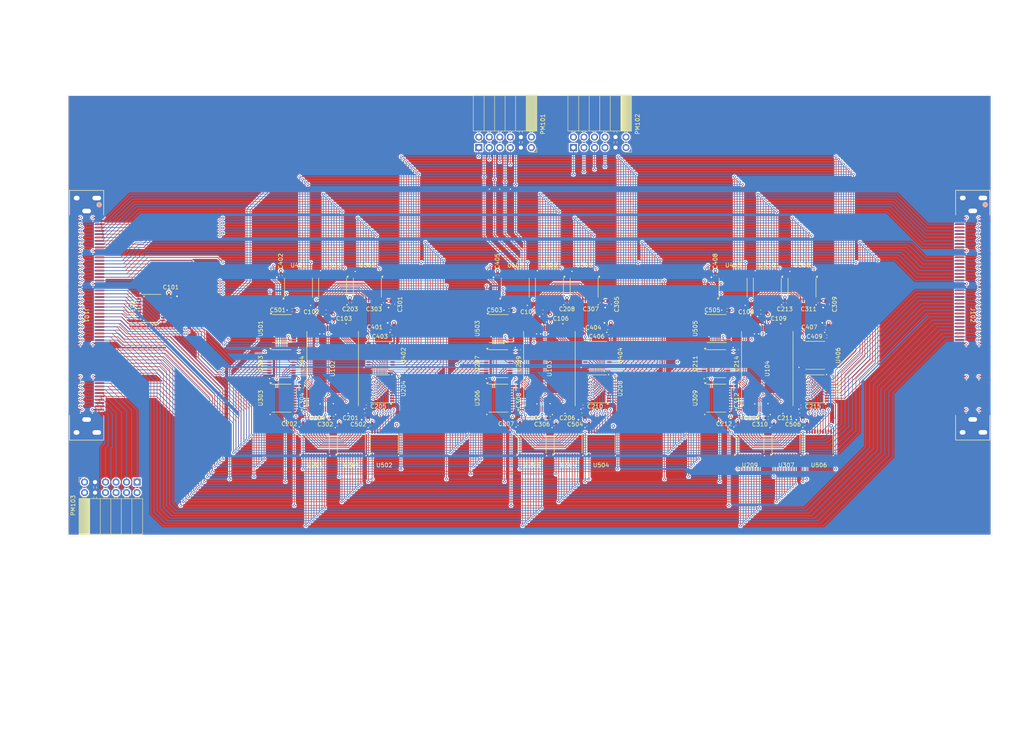
<source format=kicad_pcb>
(kicad_pcb (version 20240108) (generator "pcbnew") (generator_version "8.0")
  (layers (0 "F.Cu" signal) (1 "In1.Cu" power) (2 "In2.Cu" power) (31 "B.Cu" signal) (34 "B.Paste" user) (35 "F.Paste" user) (36 "B.SilkS" user "B.Silkscreen") (37 "F.SilkS" user "F.Silkscreen") (38 "B.Mask" user) (39 "F.Mask" user) (44 "Edge.Cuts" user))
  (net 0 "")
  (net 1 "+3V3")
  (net 2 "GND")
  (net 3 "/0_A0")
  (net 4 "/A2D_0_EN#")
  (net 5 "/0_A3")
  (net 6 "/0_A4")
  (net 7 "/0_A6")
  (net 8 "/0_A7")
  (net 9 "/0_A5")
  (net 10 "/0_A2")
  (net 11 "/0_A1")
  (net 12 "/0_A13")
  (net 13 "/0_D3")
  (net 14 "/0_A19")
  (net 15 "/0_A10")
  (net 16 "/0_A17")
  (net 17 "/0_D0")
  (net 18 "/0_A14")
  (net 19 "/0_A8")
  (net 20 "/0_A12")
  (net 21 "/0_A15")
  (net 22 "/0_A11")
  (net 23 "/0_A16")
  (net 24 "/0_A18")
  (net 25 "/0_D2")
  (net 26 "/0_A9")
  (net 27 "/0_D1")
  (net 28 "/VGA_A14")
  (net 29 "/A2D_1_EN#")
  (net 30 "/A2D_2_EN#")
  (net 31 "/VGA_A7")
  (net 32 "/VGA_A11")
  (net 33 "/VGA_A10")
  (net 34 "/VGA_A13")
  (net 35 "/VGA_A8")
  (net 36 "/VGA_A12")
  (net 37 "/VGA_A9")
  (net 38 "/A2D_L")
  (net 39 "/VGA_HSYNC")
  (net 40 "/VGA_VSYNC")
  (net 41 "/0_D10")
  (net 42 "/0_D11")
  (net 43 "/0_D5")
  (net 44 "/0_D7")
  (net 45 "/0_D8")
  (net 46 "/0_D4")
  (net 47 "/0_D9")
  (net 48 "/0_D6")
  (net 49 "/VGA_D_L")
  (net 50 "/VGA_0_D_EN#")
  (net 51 "/VGA_2_D_EN#")
  (net 52 "/VGA_1_D_EN#")
  (net 53 "/BLK_0_EN#")
  (net 54 "/BLK_2_EN#")
  (net 55 "/BLK_1_EN#")
  (net 56 "/S_0_WE#")
  (net 57 "/S_0_OE#")
  (net 58 "/S_1_WE#")
  (net 59 "/S_1_OE#")
  (net 60 "/S_2_OE#")
  (net 61 "/S_2_WE#")
  (net 62 "/1_D5")
  (net 63 "/1_A11")
  (net 64 "/1_A14")
  (net 65 "/1_D11")
  (net 66 "/1_D9")
  (net 67 "/1_A12")
  (net 68 "/1_A0")
  (net 69 "/1_D8")
  (net 70 "/1_A17")
  (net 71 "/1_A10")
  (net 72 "/1_A6")
  (net 73 "/1_A3")
  (net 74 "/1_D4")
  (net 75 "/1_D2")
  (net 76 "/1_D3")
  (net 77 "/1_D7")
  (net 78 "/1_A2")
  (net 79 "/1_D0")
  (net 80 "/1_A8")
  (net 81 "/1_D6")
  (net 82 "/1_A13")
  (net 83 "/1_D10")
  (net 84 "/1_A4")
  (net 85 "/1_A9")
  (net 86 "/1_A18")
  (net 87 "/1_A19")
  (net 88 "/1_A7")
  (net 89 "/1_A15")
  (net 90 "/1_A16")
  (net 91 "/1_A5")
  (net 92 "/1_D1")
  (net 93 "/1_A1")
  (net 94 "/2_D10")
  (net 95 "/2_A2")
  (net 96 "/2_A11")
  (net 97 "/2_A7")
  (net 98 "/2_A1")
  (net 99 "/2_D2")
  (net 100 "/2_D3")
  (net 101 "/2_A3")
  (net 102 "/2_D4")
  (net 103 "/2_D7")
  (net 104 "/2_A13")
  (net 105 "/2_D9")
  (net 106 "/2_A19")
  (net 107 "/2_A14")
  (net 108 "/2_D8")
  (net 109 "/2_A5")
  (net 110 "/2_D11")
  (net 111 "/2_A6")
  (net 112 "/2_A18")
  (net 113 "/2_D6")
  (net 114 "/2_A12")
  (net 115 "/2_D5")
  (net 116 "/2_A8")
  (net 117 "/2_A9")
  (net 118 "/2_A0")
  (net 119 "/2_D0")
  (net 120 "/2_D1")
  (net 121 "/2_A10")
  (net 122 "/2_A15")
  (net 123 "/2_A4")
  (net 124 "/2_A16")
  (net 125 "/2_A17")
  (net 126 "/1_WE#")
  (net 127 "/0_WE#")
  (net 128 "/VSYNC")
  (net 129 "/0_OE#")
  (net 130 "/2_WE#")
  (net 131 "/2_OE#")
  (net 132 "/1_OE#")
  (net 133 "/HSYNC")
  (net 134 "/A2D_Y3")
  (net 135 "/A2D_Y2")
  (net 136 "/A2D_Y0")
  (net 137 "/A2D_Y4")
  (net 138 "/A2D_X9")
  (net 139 "/A2D_Y1")
  (net 140 "/A2D_X7")
  (net 141 "/A2D_X8")
  (net 142 "/VGA_B1")
  (net 143 "/VGA_R2")
  (net 144 "/VGA_B0")
  (net 145 "/VGA_B3")
  (net 146 "/VGA_R1")
  (net 147 "/VGA_R0")
  (net 148 "/VGA_B2")
  (net 149 "/VGA_R3")
  (net 150 "/VGA_G2")
  (net 151 "/VGA_G0")
  (net 152 "/VGA_G1")
  (net 153 "/VGA_G3")
  (net 154 "/SIGL")
  (net 155 "/A2D_Y7")
  (net 156 "/A2D_Y8")
  (net 157 "/A2D_X0")
  (net 158 "/A2D_Y6")
  (net 159 "/A2D_Y5")
  (net 160 "/A2D_Y9")
  (net 161 "/A2D_X6")
  (net 162 "/A2D_X5")
  (net 163 "/A2D_B2")
  (net 164 "/A2D_X2")
  (net 165 "/A2D_X4")
  (net 166 "/A2D_B3")
  (net 167 "/A2D_B1")
  (net 168 "/A2D_B0")
  (net 169 "/A2D_X3")
  (net 170 "/A2D_X1")
  (net 171 "/A2D_G1")
  (net 172 "/A2D_R1")
  (net 173 "/A2D_G2")
  (net 174 "/A2D_G3")
  (net 175 "/A2D_R2")
  (net 176 "/A2D_R0")
  (net 177 "/A2D_G0")
  (net 178 "/A2D_R3")
  (net 179 "/VGA_A17")
  (net 180 "/VGA_A18")
  (net 181 "/VGA_A1")
  (net 182 "/VGA_A4")
  (net 183 "/VGA_A3")
  (net 184 "/VGA_A2")
  (net 185 "/VGA_A5")
  (net 186 "/VGA_A6")
  (net 187 "/VGA_0_A_EN#")
  (net 188 "/VGA_A19")
  (net 189 "/VGA_A0")
  (net 190 "/VGA_1_A_EN#")
  (net 191 "/VGA_A15")
  (net 192 "/VGA_A16")
  (net 193 "/VGA_2_A_EN#")
  (net 194 "/VGA_A_L")
  (net 195 "/LK_03")
  (net 196 "/LK_05")
  (net 197 "/LK_01")
  (net 198 "/LK_06")
  (net 199 "/LK_07")
  (net 200 "/LK_08")
  (net 201 "/LK_02")
  (net 202 "/LK_04")
  (footprint "Capacitor_SMD:C_0402_1005Metric" (layer "F.Cu") (at 178.68783 118.899669 180)
    (property "Reference" "C210")
    (property "Value" "0.1uf")
  )
  (footprint "footprints:IS61WV102416DBLL-10TLI_ISI" (layer "F.Cu") (at 223.20123 109.735069 90)
    (property "Reference" "U104")
    (property "Value" "IS61WV102416DBLL-10TLI")
  )
  (footprint "custom:CUSTOM_FX_120S-0.8SH20" (layer "F.Cu") (at 272.821001 96.819001 -90)
    (property "Reference" "J102")
    (property "Value" "FX18-120S-0.8SV20")
  )
  (footprint "Capacitor_SMD:C_0402_1005Metric" (layer "F.Cu") (at 105.679061 87.22587 -90)
    (property "Reference" "C402")
    (property "Value" "0.1uf")
  )
  (footprint "Package_SO:SSOP-20_4.4x6.5mm_P0.65mm" (layer "F.Cu") (at 105.868561 108.541269)
    (property "Reference" "U203")
    (property "Value" "74LS573")
  )
  (footprint "Package_SO:SSOP-20_4.4x6.5mm_P0.65mm" (layer "F.Cu") (at 126.604661 90.17707 -90)
    (property "Reference" "U302")
    (property "Value" "74LS573")
  )
  (footprint "Capacitor_SMD:C_0402_1005Metric" (layer "F.Cu") (at 213.45163 95.60787 180)
    (property "Reference" "C505")
    (property "Value" "0.1uf")
  )
  (footprint "Package_SO:SSOP-20_4.4x6.5mm_P0.65mm" (layer "F.Cu") (at 158.22713 108.54127)
    (property "Reference" "U207")
    (property "Value" "74LS573")
  )
  (footprint "Capacitor_SMD:C_0603_1608Metric" (layer "F.Cu") (at 231.00303 120.982469 180)
    (property "Reference" "C211")
    (property "Value" "22uf")
  )
  (footprint "footprints:IS61WV102416DBLL-10TLI_ISI" (layer "F.Cu") (at 170.58123 109.73507 90)
    (property "Reference" "U103")
    (property "Value" "IS61WV102416DBLL-10TLI")
  )
  (footprint "Capacitor_SMD:C_0402_1005Metric" (layer "F.Cu") (at 171.69743 123.24307 180)
    (property "Reference" "C306")
    (property "Value" "0.1uf")
  )
  (footprint "Package_SO:SSOP-20_4.4x6.5mm_P0.65mm" (layer "F.Cu") (at 175.102429 127.870669 90)
    (property "Reference" "U304")
    (property "Value" "74LS573")
  )
  (footprint "footprints:IS61WV102416DBLL-10TLI_ISI" (layer "F.Cu") (at 118.222661 109.73507 90)
    (property "Reference" "U102")
    (property "Value" "IS61WV102416DBLL-10TLI")
  )
  (footprint "Package_SO:SSOP-20_4.4x6.5mm_P0.65mm" (layer "F.Cu") (at 231.58323 90.17707 -90)
    (property "Reference" "U308")
    (property "Value" "74LS573")
  )
  (footprint "Package_SO:SSOP-20_4.4x6.5mm_P0.65mm" (layer "F.Cu") (at 183.05663 127.870669 90)
    (property "Reference" "U504")
    (property "Value" "74LS573")
  )
  (footprint "custom:PMOD_12p_Horizontal" (layer "F.Cu") (at 159.8692 56.3126 -90)
    (property "Reference" "PM101")
    (property "Value" "Conn_02x06_Top_Bottom")
  )
  (footprint "Capacitor_SMD:C_0603_1608Metric" (layer "F.Cu") (at 132.704661 94.185469 -90)
    (property "Reference" "C301")
    (property "Value" "22uf")
  )
  (footprint "custom:PMOD_12p_Horizontal" (layer "F.Cu") (at 182.7292 56.3126 -90)
    (property "Reference" "PM102")
    (property "Value" "Conn_02x06_Top_Bottom")
  )
  (footprint "Package_SO:SSOP-20_4.4x6.5mm_P0.65mm" (layer "F.Cu") (at 234.640762 114.630333 180)
    (property "Reference" "U212")
    (property "Value" "74LS573")
  )
  (footprint "Package_SO:SSOP-20_4.4x6.5mm_P0.65mm" (layer "F.Cu") (at 210.88223 116.87247)
    (property "Reference" "U309")
    (property "Value" "74LS573")
  )
  (footprint "Capacitor_SMD:C_0402_1005Metric" (layer "F.Cu") (at 110.835261 114.42747 -90)
    (property "Reference" "C304")
    (property "Value" "0.1uf")
  )
  (footprint "Capacitor_SMD:C_0402_1005Metric" (layer "F.Cu") (at 222.971293 97.66527 180)
    (property "Reference" "C109")
    (property "Value" "0.1uf")
  )
  (footprint "Package_SO:SSOP-20_4.4x6.5mm_P0.65mm" (layer "F.Cu") (at 158.33843 100.057669)
    (property "Reference" "U503")
    (property "Value" "74LS573")
  )
  (footprint "Capacitor_SMD:C_0603_1608Metric" (layer "F.Cu") (at 168.99743 96.065069 180)
    (property "Reference" "C105")
    (property "Value" "22uf")
  )
  (footprint "Capacitor_SMD:C_0402_1005Metric" (layer "F.Cu") (at 227.42163 93.82987 -90)
    (property "Reference" "C213")
    (property "Value" "0.1uf")
  )
  (footprint "Capacitor_SMD:C_0402_1005Metric" (layer "F.Cu") (at 132.575061 101.95787 180)
    (property "Reference" "C403")
    (property "Value" "0.1uf")
  )
  (footprint "Package_SO:SSOP-20_4.4x6.5mm_P0.65mm" (layer "F.Cu") (at 122.743861 127.870669 90)
    (property "Reference" "U301")
    (property "Value" "74LS573")
  )
  (footprint "Capacitor_SMD:C_0603_1608Metric" (layer "F.Cu") (at 184.638631 99.82427 180)
    (property "Reference" "C404")
    (property "Value" "22uf")
  )
  (footprint "Package_SO:SSOP-20_4.4x6.5mm_P0.65mm" (layer "F.Cu") (at 182.020762 114.630333 180)
    (property "Reference" "U208")
    (property "Value" "74LS573")
  )
  (footprint "Package_SO:SSOP-20_4.4x6.5mm_P0.65mm" (layer "F.Cu") (at 74.419658 95.1778)
    (property "Reference" "U101")
    (property "Value" "74LS573")
  )
  (footprint "Capacitor_SMD:C_0402_1005Metric" (layer "F.Cu") (at 215.86463 105.136269 90)
    (property "Reference" "C214")
    (property "Value" "0.1uf")
  )
  (footprint "Package_SO:SSOP-20_4.4x6.5mm_P0.65mm" (layer "F.Cu") (at 158.26223 116.872469)
    (property "Reference" "U306")
    (property "Value" "74LS573")
  )
  (footprint "Capacitor_SMD:C_0402_1005Metric" (layer "F.Cu") (at 158.03763 87.22587 -90)
    (property "Reference" "C405")
    (property "Value" "0.1uf")
  )
  (footprint "custom:PMOD_12p_Horizontal" (layer "F.Cu") (at 64.643 137.16 90)
    (property "Reference" "PM103")
    (property "Value" "Conn_02x06_Top_Bottom")
  )
  (footprint "Package_SO:SSOP-20_4.4x6.5mm_P0.65mm" (layer "F.Cu") (at 235.67663 127.870669 90)
    (property "Reference" "U506")
    (property "Value" "74LS573")
  )
  (footprint "Capacitor_SMD:C_0402_1005Metric" (layer "F.Cu") (at 163.24463 105.136269 90)
    (property "Reference" "C209")
    (property "Value" "0.1uf")
  )
  (footprint "Package_SO:SSOP-20_4.4x6.5mm_P0.65mm" (layer "F.Cu") (at 129.798893 106.527732)
    (property "Reference" "U402")
    (property "Value" "74LS573")
  )
  (footprint "Capacitor_SMD:C_0402_1005Metric" (layer "F.Cu") (at 163.19383 114.42747 -90)
    (property "Reference" "C308")
    (property "Value" "0.1uf")
  )
  (footprint "Capacitor_SMD:C_0402_1005Metric" (layer "F.Cu") (at 117.992724 97.66527 180)
    (property "Reference" "C103")
    (property "Value" "0.1uf")
  )
  (footprint "Package_SO:SSOP-20_4.4x6.5mm_P0.65mm" (layer "F.Cu") (at 105.903661 116.87247)
    (property "Reference" "U303")
    (property "Value" "74LS573")
  )
  (footprint "Capacitor_SMD:C_0603_1608Metric" (layer "F.Cu") (at 185.06323 94.185469 -90)
    (property "Reference" "C305")
    (property "Value" "22uf")
  )
  (footprint "Capacitor_SMD:C_0402_1005Metric" (layer "F.Cu") (at 215.60523 123.116069 180)
    (property "Reference" "C212")
    (property "Value" "0.1uf")
  )
  (footprint "Package_SO:SSOP-20_4.4x6.5mm_P0.65mm" (layer "F.Cu") (at 130.698061 127.870669 90)
    (property "Reference" "U502")
    (property "Value" "74LS573")
  )
  (footprint "Package_SO:SSOP-20_4.4x6.5mm_P0.65mm" (layer "F.Cu") (at 182.157462 106.527732)
    (property "Reference" "U404")
    (property "Value" "74LS573")
  )
  (footprint "Capacitor_SMD:C_0402_1005Metric" (layer "F.Cu") (at 183.18363 93.82987 -90)
    (property "Reference" "C307")
    (property "Value" "0.1uf")
  )
  (footprint "Package_SO:SSOP-20_4.4x6.5mm_P0.65mm" (layer "F.Cu") (at 234.777462 106.527732)
    (property "Reference" "U406")
    (property "Value" "74LS573")
  )
  (footprint "Capacitor_SMD:C_0603_1608Metric" (layer "F.Cu") (at 178.38303 120.982469 180)
    (property "Reference" "C206")
    (property "Value" "22uf")
  )
  (footprint "Capacitor_SMD:C_0402_1005Metric" (layer "F.Cu") (at 126.329261 118.899669 180)
    (property "Reference" "C205")
    (property "Value" "0.1uf")
  )
  (footprint "Capacitor_SMD:C_0402_1005Metric" (layer "F.Cu") (at 235.80363 93.82987 -90)
    (property "Reference" "C311")
    (property "Value" "0.1uf")
  )
  (footprint "Capacitor_SMD:C_0402_1005Metric" (layer "F.Cu") (at 110.886061 105.136269 90)
    (property "Reference" "C204")
    (property "Value" "0.1uf")
  )
  (footprint "Capacitor_SMD:C_0603_1608Metric" (layer "F.Cu") (at 116.638861 96.065069 180)
    (property "Reference" "C102")
    (property "Value" "22uf")
  )
  (footprint "Package_SO:SSOP-20_4.4x6.5mm_P0.65mm" (layer "F.Cu") (at 178.96323 90.17707 -90)
    (property "Reference" "U305")
    (property "Value" "74LS573")
  )
  (footprint "Package_SO:SSOP-20_4.4x6.5mm_P0.65mm" (layer "F.Cu") (at 223.20123 90.17707 -90)
    (property "Reference" "U210")
    (property "Value" "74LS573")
  )
  (footprint "Package_SO:SSOP-20_4.4x6.5mm_P0.65mm" (layer "F.Cu") (at 114.031661 127.92147 90)
    (property "Reference" "U201")
    (property "Value" "74LS573")
  )
  (footprint "Capacitor_SMD:C_0402_1005Metric" (layer "F.Cu") (at 110.626661 123.116069 180)
    (property "Reference" "C202")
    (property "Value" "0.1uf")
  )
  (footprint "Capacitor_SMD:C_0402_1005Metric" (layer "F.Cu") (at 237.55363 101.95787 180)
    (property "Reference" "C409")
    (property "Value" "0.1uf")
  )
  (footprint "Package_SO:SSOP-20_4.4x6.5mm_P0.65mm" (layer "F.Cu") (at 227.72243 127.870669 90)
    (property "Reference" "U307")
    (property "Value" "74LS573")
  )
  (footprint "Capacitor_SMD:C_0603_1608Metric" (layer "F.Cu") (at 237.68323 94.185469 -90)
    (property "Reference" "C309")
    (property "Value" "22uf")
  )
  (footprint "Package_SO:SSOP-20_4.4x6.5mm_P0.65mm" (layer "F.Cu") (at 118.222661 90.17707 -90)
    (property "Reference" "U202")
    (property "Value" "74LS573")
  )
  (footprint "Capacitor_SMD:C_0402_1005Metric" (layer "F.Cu") (at 179.65303 123.243069 180)
    (property "Reference" "C504")
    (property "Value" "0.1uf")
  )
  (footprint "Capacitor_SMD:C_0603_1608Metric" (layer "F.Cu") (at 221.61743 96.065069 180)
    (property "Reference" "C108")
    (property "Value" "22uf")
  )
  (footprint "Capacitor_SMD:C_0402_1005Metric" (layer "F.Cu") (at 108.473061 95.60787 180)
    (property "Reference" "C501")
    (property "Value" "0.1uf")
  )
  (footprint "Capacitor_SMD:C_0402_1005Metric" (layer "F.Cu") (at 170.351293 97.66527 180)
    (property "Reference" "C106")
    (property "Value" "0.1uf")
  )
  (footprint "Capacitor_SMD:C_0603_1608Metric" (layer "F.Cu") (at 237.258629 99.82427 180)
    (property "Reference" "C407")
    (property "Value" "22uf")
  )
  (footprint "Capacitor_SMD:C_0402_1005Metric" (layer "F.Cu") (at 170.811167 121.66827)
    (property "Reference" "C107")
    (property "Value" "0.1uf")
  )
  (footprint "Capacitor_SMD:C_0402_1005Metric" (layer "F.Cu") (at 210.65763 87.22587 -90)
    (property "Reference" "C408")
    (property "Value" "0.1uf")
  )
  (footprint "Package_SO:SSOP-20_4.4x6.5mm_P0.65mm" (layer "F.Cu") (at 210.95843 100.057669)
    (property "Reference" "U505")
    (property "Value" "74LS573")
  )
  (footprint "Capacitor_SMD:C_0402_1005Metric" (layer "F.Cu") (at 215.81383 114.42747 -90)
    (property "Reference" "C312")
    (property "Value" "0.1uf")
  )
  (footprint "Capacitor_SMD:C_0402_1005Metric" (layer "F.Cu") (at 122.443061 93.82987 -90)
    (property "Reference" "C203")
    (property "Value" "0.1uf")
  )
  (footprint "Package_SO:SSOP-20_4.4x6.5mm_P0.65mm" (layer "F.Cu") (at 109.967661 90.177069 90)
    (property "Reference" "U401")
    (property "Value" "74LS573")
  )
  (footprint "Package_SO:SSOP-20_4.4x6.5mm_P0.65mm" (layer "F.Cu") (at 210.84713 108.541269)
    (property "Reference" "U211")
    (property "Value" "74LS573")
  )
  (footprint "Capacitor_SMD:C_0402_1005Metric" (layer "F.Cu") (at 130.825061 93.82987 -90)
    (property "Reference" "C303")
    (property "Value" "0.1uf")
  )
  (footprint "Capacitor_SMD:C_0402_1005Metric" (layer "F.Cu") (at 160.83163 95.607869 180)
    (property "Reference" "C503")
    (property "Value" "0.1uf")
  )
  (footprint "Package_SO:SSOP-20_4.4x6.5mm_P0.65mm" (layer "F.Cu") (at 166.39023 127.921469 90)
    (property "Reference" "U205")
    (property "Value" "74LS573")
  )
  (footprint "Package_SO:SSOP-20_4.4x6.5mm_P0.65mm" (layer "F.Cu") (at 105.979861 100.057669)
    (property "Reference" "U501")
    (property "Value" "74LS573")
  )
  (footprint "Capacitor_SMD:C_0603_1608Metric" (layer "F.Cu") (at 126.024461 120.982469 180)
    (property "Reference" "C201")
    (property "Value" "22uf")
  )
  (footprint "Capacitor_SMD:C_0402_1005Metric" (layer "F.Cu") (at 184.93363 101.95787 180)
    (property "Reference" "C406")
    (property "Value" "0.1uf")
  )
  (footprint "Capacitor_SMD:C_0603_1608Metric" (layer "F.Cu") (at 132.28006 99.82427 180)
    (property "Reference" "C401")
    (property "Value" "22uf")
  )
  (footprint "Capacitor_SMD:C_0402_1005Metric" (layer "F.Cu") (at 79.1464 92.2528)
    (property "Reference" "C101")
    (property "Value" "0.1uf")
  )
  (footprint "Package_SO:SSOP-20_4.4x6.5mm_P0.65mm" (layer "F.Cu") (at 162.32623 90.17707 90)
    (property "Reference" "U403")
    (property "Value" "74LS573")
  )
  (footprint "Capacitor_SMD:C_0402_1005Metric" (layer "F.Cu") (at 223.431167 121.66827)
    (property "Reference" "C110")
    (property "Value" "0.1uf")
  )
  (footprint "Capacitor_SMD:C_0402_1005Metric" (layer "F.Cu") (at 224.31743 123.243069 180)
    (property "Reference" "C310")
    (property "Value" "0.1uf")
  )
  (footprint "Capacitor_SMD:C_0402_1005Metric" (layer "F.Cu") (at 119.338861 123.243069 180)
    (property "Reference" "C302")
    (property "Value" "0.1uf")
  )
  (footprint "Package_SO:SSOP-20_4.4x6.5mm_P0.65mm" (layer "F.Cu") (at 214.94623 90.177069 90)
    (property "Reference" "U405")
    (property "Value" "74LS573")
  )
  (footprint "Capacitor_SMD:C_0402_1005Metric" (layer "F.Cu") (at 232.27303 123.243069 180)
    (property "Reference" "C506")
    (property "Value" "0.1uf")
  )
  (footprint "Package_SO:SSOP-20_4.4x6.5mm_P0.65mm" (layer "F.Cu") (at 219.01023 127.92147 90)
    (property "Reference" "U209")
    (property "Value" "74LS573")
  )
  (footprint "Package_SO:SSOP-20_4.4x6.5mm_P0.65mm" (layer "F.Cu") (at 129.662193 114.630333 180)
    (property "Reference" "U204")
    (property "Value" "74LS573")
  )
  (footprint "Capacitor_SMD:C_0402_1005Metric" (layer "F.Cu") (at 174.80163 93.82987 -90)
    (property "Reference" "C208")
    (property "Value" "0.1uf")
  )
  (footprint "Package_SO:SSOP-20_4.4x6.5mm_P0.65mm" (layer "F.Cu") (at 170.58123 90.17707 -90)
    (property "Reference" "U206")
    (property "Value" "74LS573")
  )
  (footprint "Capacitor_SMD:C_0402_1005Metric" (layer "F.Cu") (at 231.30783 118.899669 180)
    (property "Reference" "C215")
    (property "Value" "0.1uf")
  )
  (footprint "Capacitor_SMD:C_0402_1005Metric" (layer "F.Cu") (at 118.452598 121.66827)
    (property "Reference" "C104")
    (property "Value" "0.1uf")
  )
  (footprint "Capacitor_SMD:C_0402_1005Metric" (layer "F.Cu") (at 127.294461 123.243069 180)
    (property "Reference" "C502")
    (property "Value" "0.1uf")
  )
  (footprint "custom:CUSTOM_FX_120S-0.8SH20" (layer "F.Cu") (at 58.801399 96.845618 -90)
    (property "Reference" "J101")
    (property "Value" "FX18-120P-0.8SV20")
  )
  (footprint "Capacitor_SMD:C_0402_1005Metric" (layer "F.Cu") (at 162.98523 123.116069 180)
    (property "Reference" "C207")
    (property "Value" "0.1uf")
  )
  (gr_poly (pts (xy 54.192246 150.110219) (xy 54.192246 43.581019) (xy 277.376046 43.581018) (xy 277.376046 150.110218)) (stroke (width 0.05)) (fill none) (layer "Edge.Cuts"))
  (segment (start 269.671002 103.645617) (end 271.271083 103.645617) (width 0.381) (layer "F.Cu") (net 1))
  (segment (start 77.319658 92.2528) (end 78.6664 92.2528) (width 0.381) (layer "F.Cu") (net 1))
  (segment (start 127.773061 123.134869) (end 127.773061 122.47707) (width 0.5588) (layer "F.Cu") (net 1))
  (segment (start 271.292678 73.245622) (end 271.2974 73.2409) (width 0.381) (layer "F.Cu") (net 1))
  (segment (start 118.472724 97.66527) (end 118.472724 99.99417) (width 0.254) (layer "F.Cu") (net 1))
  (segment (start 57.298679 81.245621) (end 57.3024 81.2419) (width 0.381) (layer "F.Cu") (net 1))
  (segment (start 110.097861 113.94747) (end 110.098661 113.94667) (width 0.254) (layer "F.Cu") (net 1))
  (segment (start 132.70466 93.41047) (end 131.777262 93.41047) (width 0.889) (layer "F.Cu") (net 1))
  (segment (start 179.11963 122.100069) (end 179.15803 122.061669) (width 0.254) (layer "F.Cu") (net 1))
  (segment (start 275.971 103.645617) (end 274.320917 103.645617) (width 0.381) (layer "F.Cu") (net 1))
  (segment (start 60.278919 73.245619) (end 60.2742 73.2409) (width 0.381) (layer "F.Cu") (net 1))
  (segment (start 174.80163 93.34987) (end 174.80163 92.637471) (width 0.5588) (layer "F.Cu") (net 1))
  (segment (start 185.413629 99.82427) (end 185.413629 101.95787) (width 0.5588) (layer "F.Cu") (net 1))
  (segment (start 130.825061 93.34987) (end 131.704261 93.349869) (width 0.5588) (layer "F.Cu") (net 1))
  (segment (start 223.451293 97.66527) (end 223.451293 99.99417) (width 0.254) (layer "F.Cu") (net 1))
  (segment (start 238.60163 123.596504) (end 238.650462 123.547672) (width 0.156464) (layer "F.Cu") (net 1))
  (segment (start 159.91723 102.719869) (end 160.18003 102.98267) (width 0.156464) (layer "F.Cu") (net 1))
  (segment (start 107.558661 102.719869) (end 107.821461 102.982669) (width 0.156464) (layer "F.Cu") (net 1))
  (segment (start 169.72163 121.66827) (end 170.331167 121.66827) (width 0.5588) (layer "F.Cu") (net 1))
  (segment (start 183.18363 93.34987) (end 182.18603 93.349869) (width 0.5588) (layer "F.Cu") (net 1))
  (segment (start 180.13163 123.13487) (end 180.13163 125.04167) (width 0.381) (layer "F.Cu") (net 1))
  (segment (start 161.31163 97.03447) (end 161.21343 97.132669) (width 0.254) (layer "F.Cu") (net 1))
  (segment (start 161.948628 95.60787) (end 161.31163 95.60787) (width 0.5588) (layer "F.Cu") (net 1))
  (segment (start 60.375884 111.645616) (end 60.3758 111.6457) (width 0.381) (layer "F.Cu") (net 1))
  (segment (start 163.46523 122.27787) (end 163.46523 123.11607) (width 0.5588) (layer "F.Cu") (net 1))
  (segment (start 130.825061 93.34987) (end 129.827461 93.349869) (width 0.5588) (layer "F.Cu") (net 1))
  (segment (start 122.443061 93.34987) (end 122.443061 92.62124) (width 0.5588) (layer "F.Cu") (net 1))
  (segment (start 269.671002 89.245621) (end 271.320079 89.245621) (width 0.381) (layer "F.Cu") (net 1))
  (segment (start 127.773061 123.134869) (end 127.773061 123.0073) (width 0.5588) (layer "F.Cu") (net 1))
  (segment (start 57.323078 73.245622) (end 57.3278 73.2409) (width 0.381) (layer "F.Cu") (net 1))
  (segment (start 129.827461 93.349869) (end 129.529661 93.052069) (width 0.254) (layer "F.Cu") (net 1))
  (segment (start 269.671002 111.645616) (end 271.297316 111.645616) (width 0.381) (layer "F.Cu") (net 1))
  (segment (start 223.451293 98.452669) (end 223.451293 97.66527) (width 0.5588) (layer "F.Cu") (net 1))
  (segment (start 122.443061 92.62124) (end 122.45263 92.611672) (width 0.5588) (layer "F.Cu") (net 1))
  (segment (start 269.671002 81.245621) (end 271.293679 81.245621) (width 0.381) (layer "F.Cu") (net 1))
  (segment (start 170.331167 119.47597) (end 170.331167 121.66827) (width 0.254) (layer "F.Cu") (net 1))
  (segment (start 117.845661 96.065069) (end 118.404461 96.62387) (width 0.889) (layer "F.Cu") (net 1))
  (segment (start 212.80003 102.982669) (end 213.83343 102.98267) (width 0.156464) (layer "F.Cu") (net 1))
  (segment (start 61.951398 119.645616) (end 60.199084 119.645616) (width 0.381) (layer "F.Cu") (net 1))
  (segment (start 185.41363 98.70147) (end 185.39343 98.68127) (width 0.254) (layer "F.Cu") (net 1))
  (segment (start 161.31163 95.60787) (end 161.31163 97.03447) (width 0.5588) (layer "F.Cu") (net 1))
  (segment (start 234.80603 93.349869) (end 234.50823 93.052069) (width 0.254) (layer "F.Cu") (net 1))
  (segment (start 109.580431 95.60787) (end 108.953061 95.607869) (width 0.5588) (layer "F.Cu") (net 1))
  (segment (start 61.951398 103.645617) (end 60.300517 103.645617) (width 0.381) (layer "F.Cu") (net 1))
  (segment (start 269.671002 73.245622) (end 271.292678 73.245622) (width 0.381) (layer "F.Cu") (net 1))
  (segment (start 210.65763 86.74587) (end 210.65763 86.099534) (width 0.5588) (layer "F.Cu") (net 1))
  (segment (start 119.818861 123.24307) (end 119.818861 122.590669) (width 0.5588) (layer "F.Cu") (net 1))
  (segment (start 108.953061 95.607869) (end 108.953061 97.03447) (width 0.5588) (layer "F.Cu") (net 1))
  (segment (start 105.679061 86.74587) (end 106.481761 86.745869) (width 0.254) (layer "F.Cu") (net 1))
  (segment (start 231.806 122.061669) (end 231.77803 122.061669) (width 0.5588) (layer "F.Cu") (net 1))
  (segment (start 180.13163 123.13487) (end 180.13163 123.007299) (width 0.5588) (layer "F.Cu") (net 1))
  (segment (start 269.671002 119.645616) (end 271.220116 119.645616) (width 0.381) (layer "F.Cu") (net 1))
  (segment (start 237.68323 93.410469) (end 236.75583 93.41047) (width 0.889) (layer "F.Cu") (net 1))
  (segment (start 185.413629 99.82427) (end 185.41363 98.70147) (width 0.889) (layer "F.Cu") (net 1))
  (segment (start 179.186 122.061669) (end 179.15803 122.061669) (width 0.5588) (layer "F.Cu") (net 1))
  (segment (start 216.08523 122.277869) (end 216.08523 123.116069) (width 0.5588) (layer "F.Cu") (net 1))
  (segment (start 133.671893 123.297671) (end 133.623061 123.346503) (width 0.156464) (layer "F.Cu") (net 1))
  (segment (start 110.83526 113.94747) (end 110.099461 113.94747) (width 0.5588) (layer "F.Cu") (net 1))
  (segment (start 170.20423 96.06507) (end 170.76303 96.62387) (width 0.889) (layer "F.Cu") (net 1))
  (segment (start 162.45643 113.94747) (end 162.45723 113.946669) (width 0.254) (layer "F.Cu") (net 1))
  (segment (start 127.773061 122.47707) (end 127.751661 122.455669) (width 0.5588) (layer "F.Cu") (net 1))
  (segment (start 238.03363 99.82427) (end 238.03363 98.70147) (width 0.889) (layer "F.Cu") (net 1))
  (segment (start 117.363061 121.66827) (end 117.972598 121.66827) (width 0.5588) (layer "F.Cu") (net 1))
  (segment (start 55.6514 103.645617) (end 57.301483 103.645617) (width 0.381) (layer "F.Cu") (net 1))
  (segment (start 179.16783 117.784669) (end 179.17043 117.782069) (width 0.5588) (layer "F.Cu") (net 1))
  (segment (start 271.293679 81.245621) (end 271.2974 81.2419) (width 0.381) (layer "F.Cu") (net 1))
  (segment (start 185.413629 103.246565) (end 185.413629 101.95787) (width 0.254) (layer "F.Cu") (net 1))
  (segment (start 274.321084 119.645616) (end 274.32 119.6467) (width 0.381) (layer "F.Cu") (net 1))
  (segment (start 55.6514 111.645616) (end 57.200716 111.645616) (width 0.381) (layer "F.Cu") (net 1))
  (segment (start 119.818861 122.590669) (end 119.826861 122.58267) (width 0.5588) (layer "F.Cu") (net 1))
  (segment (start 126.827431 122.06167) (end 126.799461 122.061669) (width 0.5588) (layer "F.Cu") (net 1))
  (segment (start 133.055061 99.82427) (end 133.055061 101.95787) (width 0.5588) (layer "F.Cu") (net 1))
  (segment (start 215.07803 113.94747) (end 215.07723 113.94667) (width 0.5588) (layer "F.Cu") (net 1))
  (segment (start 172.17743 123.24307) (end 172.17743 124.995669) (width 0.381) (layer "F.Cu") (net 1))
  (segment (start 133.623061 123.346503) (end 133.623061 124.995669) (width 0.156464) (layer "F.Cu") (net 1))
  (segment (start 183.18363 93.34987) (end 184.06283 93.349869) (width 0.5588) (layer "F.Cu") (net 1))
  (segment (start 163.19383 113.947469) (end 162.45803 113.947469) (width 0.5588) (layer "F.Cu") (net 1))
  (segment (start 158.05023 86.733269) (end 158.037631 86.745869) (width 0.5588) (layer "F.Cu") (net 1))
  (segment (start 117.972598 119.47597) (end 117.972598 121.66827) (width 0.254) (layer "F.Cu") (net 1))
  (segment (start 133.055061 98.70147) (end 133.034861 98.681269) (width 0.254) (layer "F.Cu") (net 1))
  (segment (start 224.79743 122.590669) (end 224.80543 122.58267) (width 0.5588) (layer "F.Cu") (net 1))
  (segment (start 274.320917 103.645617) (end 274.32 103.6447) (width 0.381) (layer "F.Cu") (net 1))
  (segment (start 179.16783 118.899669) (end 179.16783 117.784669) (width 0.5588) (layer "F.Cu") (net 1))
  (segment (start 180.13163 123.13487) (end 180.13163 122.47707) (width 0.5588) (layer "F.Cu") (net 1))
  (segment (start 174.80163 92.637471) (end 174.80203 92.637071) (width 0.5588) (layer "F.Cu") (net 1))
  (segment (start 159.91723 101.932469) (end 159.91723 102.719869) (width 0.156464) (layer "F.Cu") (net 1))
  (segment (start 238.03363 101.95787) (end 238.03363 103.354869) (width 0.381) (layer "F.Cu") (net 1))
  (segment (start 161.13723 113.94747) (end 162.45643 113.94747) (width 0.381) (layer "F.Cu") (net 1))
  (segment (start 57.248879 89.245621) (end 57.2516 89.2429) (width 0.254) (layer "F.Cu") (net 1))
  (segment (start 236.68283 93.349869) (end 236.74343 93.410469) (width 0.5588) (layer "F.Cu") (net 1))
  (segment (start 119.818861 123.24307) (end 119.818861 124.995669) (width 0.381) (layer "F.Cu") (net 1))
  (segment (start 231.78783 117.784669) (end 231.79043 117.782069) (width 0.5588) (layer "F.Cu") (net 1))
  (segment (start 109.604829 95.583472) (end 109.580431 95.60787) (width 0.5588) (layer "F.Cu") (net 1))
  (segment (start 222.34163 121.66827) (end 222.951167 121.66827) (width 0.5588) (layer "F.Cu") (net 1))
  (segment (start 184.06283 93.349869) (end 184.12343 93.41047) (width 0.5588) (layer "F.Cu") (net 1))
  (segment (start 232.75163 123.134869) (end 232.75163 125.04167) (width 0.381) (layer "F.Cu") (net 1))
  (segment (start 271.297316 111.645616) (end 271.2974 111.6457) (width 0.381) (layer "F.Cu") (net 1))
  (segment (start 106.481761 86.745869) (end 107.037961 87.30207) (width 0.254) (layer "F.Cu") (net 1))
  (segment (start 127.773061 123.134869) (end 127.773061 125.04167) (width 0.381) (layer "F.Cu") (net 1))
  (segment (start 78.6664 92.2528) (end 78.6664 91.3664) (width 0.5588) (layer "F.Cu") (net 1))
  (segment (start 210.65763 86.099534) (end 210.67023 86.086934) (width 0.5588) (layer "F.Cu") (net 1))
  (segment (start 185.057462 103.602732) (end 185.413629 103.246565) (width 0.254) (layer "F.Cu") (net 1))
  (segment (start 179.15803 122.061669) (end 179.15803 120.982469) (width 0.889) (layer "F.Cu") (net 1))
  (segment (start 231.78783 118.899669) (end 231.78783 120.97267) (width 0.5588) (layer "F.Cu") (net 1))
  (segment (start 110.886061 105.616269) (end 108.743561 105.61627) (width 0.381) (layer "F.Cu") (net 1))
  (segment (start 170.831293 98.452669) (end 170.831293 97.665269) (width 0.5588) (layer "F.Cu") (net 1))
  (segment (start 107.558661 101.93247) (end 107.558661 102.719869) (width 0.156464) (layer "F.Cu") (net 1))
  (segment (start 131.704261 93.349869) (end 131.764861 93.410469) (width 0.5588) (layer "F.Cu") (net 1))
  (segment (start 222.951167 119.47597) (end 222.951167 121.66827) (width 0.254) (layer "F.Cu") (net 1))
  (segment (start 126.809261 118.899669) (end 126.809261 117.784669) (width 0.5588) (layer "F.Cu") (net 1))
  (segment (start 61.951398 73.245619) (end 60.278919 73.245619) (width 0.381) (layer "F.Cu") (net 1))
  (segment (start 214.583399 95.608872) (end 213.932632 95.608871) (width 0.5588) (layer "F.Cu") (net 1))
  (segment (start 158.84033 86.745869) (end 159.39653 87.30207) (width 0.254) (layer "F.Cu") (net 1))
  (segment (start 105.69023 86.086934) (end 105.679061 86.098102) (width 0.5588) (layer "F.Cu") (net 1))
  (segment (start 60.328719 81.245619) (end 60.325 81.2419) (width 0.381) (layer "F.Cu") (net 1))
  (segment (start 215.07643 113.94747) (end 215.07723 113.94667) (width 0.254) (layer "F.Cu") (net 1))
  (segment (start 117.413861 96.06507) (end 117.845661 96.065069) (width 0.889) (layer "F.Cu") (net 1))
  (segment (start 57.200716 111.645616) (end 57.2008 111.6457) (width 0.381) (layer "F.Cu") (net 1))
  (segment (start 126.761061 122.100069) (end 126.799461 122.061669) (width 0.254) (layer "F.Cu") (net 1))
  (segment (start 126.799461 122.061669) (end 126.799461 120.98247) (width 0.889) (layer "F.Cu") (net 1))
  (segment (start 235.80363 93.34987) (end 234.80603 93.349869) (width 0.5588) (layer "F.Cu") (net 1))
  (segment (start 231.78783 118.899669) (end 231.78783 117.784669) (width 0.5588) (layer "F.Cu") (net 1))
  (segment (start 108.953061 97.03447) (end 108.854861 97.13267) (width 0.254) (layer "F.Cu") (net 1))
  (segment (start 227.42163 92.544672) (end 227.45623 92.510072) (width 0.5588) (layer "F.Cu") (net 1))
  (segment (start 275.971 81.245619) (end 274.323719 81.245619) (width 0.381) (layer "F.Cu") (net 1))
  (segment (start 61.951398 81.245619) (end 60.328719 81.245619) (width 0.381) (layer "F.Cu") (net 1))
  (segment (start 126.809261 118.899669) (end 126.809262 120.97267) (width 0.5588) (layer "F.Cu") (net 1))
  (segment (start 182.18603 93.349869) (end 181.88823 93.052069) (width 0.254) (layer "F.Cu") (net 1))
  (segment (start 224.79743 123.24307) (end 224.79743 124.995669) (width 0.381) (layer "F.Cu") (net 1))
  (segment (start 274.294684 111.645616) (end 274.2946 111.6457) (width 0.381) (layer "F.Cu") (net 1))
  (segment (start 213.757231 113.94747) (end 215.07643 113.94747) (width 0.381) (layer "F.Cu") (net 1))
  (segment (start 212.53723 102.719869) (end 212.80003 102.982669) (width 0.156464) (layer "F.Cu") (net 1))
  (segment (start 215.86463 105.616269) (end 213.72213 105.61627) (width 0.381) (layer "F.Cu") (net 1))
  (segment (start 215.81383 113.947469) (end 215.07803 113.94747) (width 0.5588) (layer "F.Cu") (net 1))
  (segment (start 231.77803 122.061669) (end 231.77803 120.98247) (width 0.889) (layer "F.Cu") (net 1))
  (segment (start 105.679061 86.098102) (end 105.679061 86.74587) (width 0.5588) (layer "F.Cu") (net 1))
  (segment (start 275.971 73.245619) (end 274.273919 73.245619) (width 0.381) (layer "F.Cu") (net 1))
  (segment (start 232.75163 123.134869) (end 232.75163 122.47707) (width 0.5588) (layer "F.Cu") (net 1))
  (segment (start 224.79743 123.24307) (end 224.79743 122.590669) (width 0.5588) (layer "F.Cu") (net 1))
  (segment (start 227.42163 93.34987) (end 227.42163 92.544672) (width 0.5588) (layer "F.Cu") (net 1))
  (segment (start 271.320079 89.245621) (end 271.3482 89.2175) (width 0.381) (layer "F.Cu") (net 1))
  (segment (start 55.6514 89.245621) (end 57.248879 89.245621) (width 0.254) (layer "F.Cu") (net 1))
  (segment (start 216.08523 123.116069) (end 216.08523 125.046469) (width 0.381) (layer "F.Cu") (net 1))
  (segment (start 163.46523 123.11607) (end 163.465229 125.046469) (width 0.381) (layer "F.Cu") (net 1))
  (segment (start 232.75163 123.134869) (end 232.75163 123.007299) (width 0.5588) (layer "F.Cu") (net 1))
  (segment (start 275.971 111.645616) (end 274.294684 111.645616) (width 0.381) (layer "F.Cu") (net 1))
  (segment (start 227.42163 93.34987) (end 226.35743 93.34987) (width 0.5588) (layer "F.Cu") (net 1))
  (segment (start 212.537229 101.93247) (end 212.53723 102.719869) (width 0.156464) (layer "F.Cu") (net 1))
  (segment (start 274.348118 89.245618) (end 274.32 89.2175) (width 0.381) (layer "F.Cu") (net 1))
  (segment (start 162.45803 113.947469) (end 162.45723 113.946669) (width 0.5588) (layer "F.Cu") (net 1))
  (segment (start 172.17743 122.590669) (end 172.18543 122.582669) (width 0.5588) (layer "F.Cu") (net 1))
  (segment (start 180.13163 122.47707) (end 180.11023 122.45567) (width 0.5588) (layer "F.Cu") (net 1))
  (segment (start 210.65763 86.74587) (end 211.46033 86.745869) (width 0.254) (layer "F.Cu") (net 1))
  (segment (start 110.099461 113.94747) (end 110.098661 113.94667) (width 0.5588) (layer "F.Cu") (net 1))
  (segment (start 108.778661 113.947469) (end 110.097861 113.94747) (width 0.381) (layer "F.Cu") (net 1))
  (segment (start 60.353118 89.245618) (end 60.325 89.2175) (width 0.254) (layer "F.Cu") (net 1))
  (segment (start 126.809261 117.784669) (end 126.811861 117.782069) (width 0.5588) (layer "F.Cu") (net 1))
  (segment (start 275.971 89.245618) (end 274.348118 89.245618) (width 0.381) (layer "F.Cu") (net 1))
  (segment (start 57.5818 119.6594) (end 57.568016 119.645616) (width 0.381) (layer "F.Cu") (net 1))
  (segment (start 55.6514 81.245621) (end 57.298679 81.245621) (width 0.381) (layer "F.Cu") (net 1))
  (segment (start 158.037631 86.745869) (end 158.84033 86.745869) (width 0.254) (layer "F.Cu") (net 1))
  (segment (start 179.16783 118.899669) (end 179.16783 120.97267) (width 0.5588) (layer "F.Cu") (net 1))
  (segment (start 163.244631 105.61627) (end 161.102129 105.61627) (width 0.381) (layer "F.Cu") (net 1))
  (segment (start 232.75163 122.47707) (end 232.73023 122.455669) (width 0.5588) (layer "F.Cu") (net 1))
  (segment (start 133.055061 99.82427) (end 133.055061 98.70147) (width 0.889) (layer "F.Cu") (net 1))
  (segment (start 133.055061 101.95787) (end 133.055061 103.354869) (width 0.381) (layer "F.Cu") (net 1))
  (segment (start 55.6514 73.245622) (end 57.323078 73.245622) (width 0.381) (layer "F.Cu") (net 1))
  (segment (start 211.46033 86.745869) (end 212.01653 87.30207) (width 0.254) (layer "F.Cu") (net 1))
  (segment (start 118.472724 98.452669) (end 118.472724 97.66527) (width 0.5588) (layer "F.Cu") (net 1))
  (segment (start 271.271083 103.645617) (end 271.272 103.6447) (width 0.381) (layer "F.Cu") (net 1))
  (segment (start 174.80163 93.34987) (end 173.73743 93.34987) (width 0.5588) (layer "F.Cu") (net 1))
  (segment (start 231.73963 122.100069) (end 231.77803 122.061669) (width 0.254) (layer "F.Cu") (net 1))
  (segment (start 172.17743 123.24307) (end 172.17743 122.590669) (width 0.5588) (layer "F.Cu") (net 1))
  (segment (start 274.273919 73.245619) (end 274.2692 73.2409) (width 0.381) (layer "F.Cu") (net 1))
  (segment (start 107.821461 102.982669) (end 108.854861 102.98267) (width 0.156464) (layer "F.Cu") (net 1))
  (segment (start 185.98163 124.99567) (end 185.98163 123.666503) (width 0.156464) (layer "F.Cu") (net 1))
  (segment (start 57.301483 103.645617) (end 57.3024 103.6447) (width 0.381) (layer "F.Cu") (net 1))
  (segment (start 185.98163 123.666503) (end 186.030462 123.617671) (width 0.156464) (layer "F.Cu") (net 1))
  (segment (start 275.971 119.645616) (end 274.321084 119.645616) (width 0.381) (layer "F.Cu") (net 1))
  (segment (start 238.60163 124.995669) (end 238.60163 123.596504) (width 0.156464) (layer "F.Cu") (net 1))
  (segment (start 61.951398 89.245618) (end 60.353118 89.245618) (width 0.254) (layer "F.Cu") (net 1))
  (segment (start 60.199084 119.645616) (end 60.198 119.6467) (width 0.381) (layer "F.Cu") (net 1))
  (segment (start 213.93163 95.607869) (end 213.93163 97.03447) (width 0.5588) (layer "F.Cu") (net 1))
  (segment (start 57.568016 119.645616) (end 55.6514 119.645616) (width 0.381) (layer "F.Cu") (net 1))
  (segment (start 185.06323 93.41047) (end 184.13583 93.41047) (width 0.889) (layer "F.Cu") (net 1))
  (segment (start 235.80363 93.34987) (end 236.68283 93.349869) (width 0.5588) (layer "F.Cu") (net 1))
  (segment (start 158.05023 86.086934) (end 158.05023 86.733269) (width 0.5588) (layer "F.Cu") (net 1))
  (segment (start 78.6664 91.3664) (end 78.6638 91.3638) (width 0.5588) (layer "F.Cu") (net 1))
  (segment (start 61.951398 111.645616) (end 60.375884 111.645616) (width 0.381) (layer "F.Cu") (net 1))
  (segment (start 170.831293 97.665269) (end 170.831293 99.994169) (width 0.254) (layer "F.Cu") (net 1))
  (segment (start 160.18003 102.98267) (end 161.21343 102.98267) (width 0.156464) (layer "F.Cu") (net 1))
  (segment (start 111.106661 122.277869) (end 111.106661 123.116069) (width 0.5588) (layer "F.Cu") (net 1))
  (segment (start 222.39243 96.06507) (end 222.82423 96.065069) (width 0.889) (layer "F.Cu") (net 1))
  (segment (start 238.03363 99.82427) (end 238.03363 101.95787) (width 0.5588) (layer "F.Cu") (net 1))
  (segment (start 222.82423 96.065069) (end 223.38303 96.62387) (width 0.889) (layer "F.Cu") (net 1))
  (segment (start 60.300517 103.645617) (end 60.2996 103.6447) (width 0.381) (layer "F.Cu") (net 1))
  (segment (start 122.443061 93.34987) (end 121.378861 93.34987) (width 0.5588) (layer "F.Cu") (net 1))
  (segment (start 274.323719 81.245619) (end 274.32 81.2419) (width 0.381) (layer "F.Cu") (net 1))
  (segment (start 271.220116 119.645616) (end 271.2212 119.6467) (width 0.381) (layer "F.Cu") (net 1))
  (segment (start 169.77243 96.065069) (end 170.20423 96.06507) (width 0.889) (layer "F.Cu") (net 1))
  (segment (start 213.93163 97.03447) (end 213.83343 97.13267) (width 0.254) (layer "F.Cu") (net 1))
  (segment (start 238.03363 98.70147) (end 238.01343 98.681269) (width 0.254) (layer "F.Cu") (net 1))
  (segment (start 111.106661 123.116069) (end 111.106661 125.046469) (width 0.381) (layer "F.Cu") (net 1))
  (via (at 161.948628 95.60787) (size 0.8128) (drill 0.4064) (layers "F.Cu" "B.Cu") (net 1))
  (via (at 118.472724 98.452669) (size 0.6096) (drill 0.3048) (layers "F.Cu" "B.Cu") (net 1))
  (via (at 271.2974 81.2419) (size 0.6096) (drill 0.3048) (layers "F.Cu" "B.Cu") (net 1))
  (via (at 210.67023 86.086934) (size 0.8128) (drill 0.4064) (layers "F.Cu" "B.Cu") (net 1))
  (via (at 57.3024 111.6457) (size 0.6096) (drill 0.3048) (layers "F.Cu" "B.Cu") (net 1))
  (via (at 232.73023 122.455669) (size 0.6096) (drill 0.3048) (layers "F.Cu" "B.Cu") (net 1))
  (via (at 231.77803 122.100069) (size 0.8128) (drill 0.4064) (layers "F.Cu" "B.Cu") (net 1))
  (via (at 57.7342 119.6594) (size 0.6096) (drill 0.3048) (layers "F.Cu" "B.Cu") (net 1))
  (via (at 185.39343 98.68127) (size 0.8128) (drill 0.4064) (layers "F.Cu" "B.Cu") (net 1))
  (via (at 60.3758 111.6457) (size 0.6096) (drill 0.3048) (layers "F.Cu" "B.Cu") (net 1))
  (via (at 227.45623 92.510072) (size 0.8128) (drill 0.4064) (layers "F.Cu" "B.Cu") (net 1))
  (via (at 57.3024 81.245621) (size 0.6096) (drill 0.3048) (layers "F.Cu" "B.Cu") (net 1))
  (via (at 133.671893 123.297671) (size 0.8128) (drill 0.4064) (layers "F.Cu" "B.Cu") (net 1))
  (via (at 186.030462 123.617671) (size 0.8128) (drill 0.4064) (layers "F.Cu" "B.Cu") (net 1))
  (via (at 236.74343 93.410469) (size 0.8128) (drill 0.4064) (layers "F.Cu" "B.Cu") (net 1))
  (via (at 159.91723 101.932469) (size 0.6096) (drill 0.3048) (layers "F.Cu" "B.Cu") (net 1))
  (via (at 274.2692 73.2409) (size 0.6096) (drill 0.3048) (layers "F.Cu" "B.Cu") (net 1))
  (via (at 162.45723 113.946669) (size 0.6096) (drill 0.3048) (layers "F.Cu" "B.Cu") (net 1))
  (via (at 179.15803 122.100069) (size 0.8128) (drill 0.4064) (layers "F.Cu" "B.Cu") (net 1))
  (via (at 60.2742 73.2409) (size 0.6096) (drill 0.3048) (layers "F.Cu" "B.Cu") (net 1))
  (via (at 110.047861 105.616269) (size 0.6096) (drill 0.3048) (layers "F.Cu" "B.Cu") (net 1))
  (via (at 223.38303 96.62387) (size 0.8128) (drill 0.4064) (layers "F.Cu" "B.Cu") (net 1))
  (via (at 131.764861 93.410469) (size 0.8128) (drill 0.4064) (layers "F.Cu" "B.Cu") (net 1))
  (via (at 109.604829 95.583472) (size 0.8128) (drill 0.4064) (layers "F.Cu" "B.Cu") (net 1))
  (via (at 224.80543 122.58267) (size 0.6096) (drill 0.3048) (layers "F.Cu" "B.Cu") (net 1))
  (via (at 271.2974 73.2409) (size 0.6096) (drill 0.3048) (layers "F.Cu" "B.Cu") (net 1))
  (via (at 127.751661 122.455669) (size 0.6096) (drill 0.3048) (layers "F.Cu" "B.Cu") (net 1))
  (via (at 60.2996 103.6447) (size 0.6096) (drill 0.3048) (layers "F.Cu" "B.Cu") (net 1))
  (via (at 215.07723 113.94667) (size 0.6096) (drill 0.3048) (layers "F.Cu" "B.Cu") (net 1))
  (via (at 60.325 81.2419) (size 0.6096) (drill 0.3048) (layers "F.Cu" "B.Cu") (net 1))
  (via (at 271.2212 119.6467) (size 0.6096) (drill 0.3048) (layers "F.Cu" "B.Cu") (net 1))
  (via (at 105.69023 86.086934) (size 0.8128) (drill 0.4064) (layers "F.Cu" "B.Cu") (net 1))
  (via (at 184.12343 93.41047) (size 0.8128) (drill 0.4064) (layers "F.Cu" "B.Cu") (net 1))
  (via (at 271.3482 89.2175) (size 0.6096) (drill 0.3048) (layers "F.Cu" "B.Cu") (net 1))
  (via (at 170.76303 96.62387) (size 0.8128) (drill 0.4064) (layers "F.Cu" "B.Cu") (net 1))
  (via (at 133.034861 98.681269) (size 0.8128) (drill 0.4064) (layers "F.Cu" "B.Cu") (net 1))
  (via (at 57.3278 73.245622) (size 0.6096) (drill 0.3048) (layers "F.Cu" "B.Cu") (net 1))
  (via (at 169.72163 121.66827) (size 0.6096) (drill 0.3048) (layers "F.Cu" "B.Cu") (net 1))
  (via (at 222.34163 121.66827) (size 0.6096) (drill 0.3048) (layers "F.Cu" "B.Cu") (net 1))
  (via (at 214.583399 95.608872) (size 0.8128) (drill 0.4064) (layers "F.Cu" "B.Cu") (net 1))
  (via (at 274.32 103.6447) (size 0.6096) (drill 0.3048) (layers "F.Cu" "B.Cu") (net 1))
  (via (at 216.08523 122.277869) (size 0.6096) (drill 0.3048) (layers "F.Cu" "B.Cu") (net 1))
  (via (at 107.558661 101.93247) (size 0.6096) (drill 0.3048) (layers "F.Cu" "B.Cu") (net 1))
  (via (at 172.18543 122.582669) (size 0.6096) (drill 0.3048) (layers "F.Cu" "B.Cu") (net 1))
  (via (at 57.3024 103.6447) (size 0.6096) (drill 0.3048) (layers "F.Cu" "B.Cu") (net 1))
  (via (at 223.451293 98.452669) (size 0.6096) (drill 0.3048) (layers "F.Cu" "B.Cu") (net 1))
  (via (at 122.45263 92.611672) (size 0.8128) (drill 0.4064) (layers "F.Cu" "B.Cu") (net 1))
  (via (at 111.106661 122.277869) (size 0.6096) (drill 0.3048) (layers "F.Cu" "B.Cu") (net 1))
  (via (at 57.2516 89.2429) (size 0.6096) (drill 0.3048) (layers "F.Cu" "B.Cu") (net 1))
  (via (at 118.404461 96.62387) (size 0.8128) (drill 0.4064) (layers "F.Cu" "B.Cu") (net 1))
  (via (at 119.826861 122.58267) (size 0.6096) (drill 0.3048) (layers "F.Cu" "B.Cu") (net 1))
  (via (at 126.799461 122.100069) (size 0.8128) (drill 0.4064) (layers "F.Cu" "B.Cu") (net 1))
  (via (at 271.272 103.6447) (size 0.6096) (drill 0.3048) (layers "F.Cu" "B.Cu") (net 1))
  (via (at 238.650462 123.547672) (size 0.8128) (drill 0.4064) (layers "F.Cu" "B.Cu") (net 1))
  (via (at 117.363061 121.66827) (size 0.6096) (drill 0.3048) (layers "F.Cu" "B.Cu") (net 1))
  (via (at 60.325 89.2175) (size 0.6096) (drill 0.3048) (layers "F.Cu" "B.Cu") (net 1))
  (via (at 60.198 119.6467) (size 0.6096) (drill 0.3048) (layers "F.Cu" "B.Cu") (net 1))
  (via (at 78.6638 91.3638) (size 0.8128) (drill 0.4064) (layers "F.Cu" "B.Cu") (net 1))
  (via (at 274.32 81.2419) (size 0.6096) (drill 0.3048) (layers "F.Cu" "B.Cu") (net 1))
  (via (at 170.831293 98.452669) (size 0.6096) (drill 0.3048) (layers "F.Cu" "B.Cu") (net 1))
  (via (at 215.02643 105.616269) (size 0.6096) (drill 0.3048) (layers "F.Cu" "B.Cu") (net 1))
  (via (at 271.2974 111.6457) (size 0.6096) (drill 0.3048) (layers "F.Cu" "B.Cu") (net 1))
  (via (at 110.098661 113.94667) (size 0.6096) (drill 0.3048) (layers "F.Cu" "B.Cu") (net 1))
  (via (at 162.40643 105.61627) (size 0.6096) (drill 0.3048) (layers "F.Cu" "B.Cu") (net 1))
  (via (at 158.05023 86.086934) (size 0.8128) (drill 0.4064) (layers "F.Cu" "B.Cu") (net 1))
  (via (at 180.11023 122.45567) (size 0.6096) (drill 0.3048) (layers "F.Cu" "B.Cu") (net 1))
  (via (at 212.537229 101.93247) (size 0.6096) (drill 0.3048) (layers "F.Cu" "B.Cu") (net 1))
  (via (at 163.46523 122.27787) (size 0.6096) (drill 0.3048) (layers "F.Cu" "B.Cu") (net 1))
  (via (at 274.2946 111.6457) (size 0.6096) (drill 0.3048) (layers "F.Cu" "B.Cu") (net 1))
  (via (at 274.32 89.2175) (size 0.6096) (drill 0.3048) (layers "F.Cu" "B.Cu") (net 1))
  (via (at 174.80203 92.637071) (size 0.8128) (drill 0.4064) (layers "F.Cu" "B.Cu") (net 1))
  (via (at 238.01343 98.681269) (size 0.8128) (drill 0.4064) (layers "F.Cu" "B.Cu") (net 1))
  (via (at 274.32 119.6467) (size 0.6096) (drill 0.3048) (layers "F.Cu" "B.Cu") (net 1))
  (segment (start 208.784231 102.332669) (end 208.08343 102.332669) (width 0.381) (layer "F.Cu") (net 2))
  (segment (start 237.50543 111.180101) (end 237.515762 111.190433) (width 0.254) (layer "F.Cu") (net 2))
  (segment (start 110.146661 123.116069) (end 110.146661 123.85267) (width 0.5588) (layer "F.Cu") (net 2))
  (segment (start 171.21743 123.243069) (end 171.21743 124.00507) (width 0.5588) (layer "F.Cu") (net 2))
  (segment (start 104.753345 87.705869) (end 104.722203 87.674728) (width 0.5588) (layer "F.Cu") (net 2))
  (segment (start 274.32908 82.04562) (end 274.32 82.0547) (width 0.381) (layer "F.Cu") (net 2))
  (segment (start 228.65823 87.27707) (end 228.65823 86.24043) (width 0.254) (layer "F.Cu") (net 2))
  (segment (start 132.537193 111.190433) (end 132.537193 111.705332) (width 0.254) (layer "F.Cu") (net 2))
  (segment (start 165.25123 93.05207) (end 165.25123 94.464869) (width 0.381) (layer "F.Cu") (net 2))
  (segment (start 174.80163 94.309869) (end 174.06763 94.309869) (width 0.5588) (layer "F.Cu") (net 2))
  (segment (start 182.37083 94.31247) (end 183.18103 94.31247) (width 0.5588) (layer "F.Cu") (net 2))
  (segment (start 275.971 112.445615) (end 274.307485 112.445615) (width 0.381) (layer "F.Cu") (net 2))
  (segment (start 116.093061 101.322869) (end 115.891094 101.322869) (width 0.254) (layer "F.Cu") (net 2))
  (segment (start 237.07363 101.95787) (end 237.07363 100.99267) (width 0.5588) (layer "F.Cu") (net 2))
  (segment (start 184.895762 111.190433) (end 184.895762 111.705333) (width 0.254) (layer "F.Cu") (net 2))
  (segment (start 55.6514 90.045619) (end 57.698719 90.045619) (width 0.254) (layer "F.Cu") (net 2))
  (segment (start 183.86943 98.68127) (end 183.86943 99.81847) (width 0.889) (layer "F.Cu") (net 2))
  (segment (start 60.388688 112.445615) (end 60.3758 112.458503) (width 0.381) (layer "F.Cu") (net 2))
  (segment (start 110.835261 114.90747) (end 110.124061 114.907469) (width 0.5588) (layer "F.Cu") (net 2))
  (segment (start 110.003061 104.65627) (end 109.997061 104.650269) (width 0.254) (layer "F.Cu") (net 2))
  (segment (start 61.951398 82.04562) (end 60.33408 82.04562) (width 0.381) (layer "F.Cu") (net 2))
  (segment (start 55.6514 104.445618) (end 57.317144 104.445618) (width 0.381) (layer "F.Cu") (net 2))
  (segment (start 60.30768 74.04562) (end 60.2996 74.0537) (width 0.381) (layer "F.Cu") (net 2))
  (segment (start 271.207317 120.445617) (end 271.2212 120.4595) (width 0.381) (layer "F.Cu") (net 2))
  (segment (start 186.516399 130.751772) (end 185.987732 130.751772) (width 0.254) (layer "F.Cu") (net 2))
  (segment (start 269.671002 74.04562) (end 271.28932 74.04562) (width 0.381) (layer "F.Cu") (net 2))
  (segment (start 115.471968 100.903743) (end 115.471967 99.99417) (width 0.254) (layer "F.Cu") (net 2))
  (segment (start 167.744431 118.337203) (end 167.830537 118.423309) (width 0.254) (layer "F.Cu") (net 2))
  (segment (start 167.830537 118.423309) (end 167.830537 119.475969) (width 0.254) (layer "F.Cu") (net 2))
  (segment (start 184.45363 101.95787) (end 184.453629 100.99267) (width 0.5588) (layer "F.Cu") (net 2))
  (segment (start 126.301829 130.74567) (end 125.698864 130.74567) (width 0.254) (layer "F.Cu") (net 2))
  (segment (start 155.46343 97.78267) (end 155.46343 102.98267) (width 0.254) (layer "F.Cu") (net 2))
  (segment (start 219.95041 101.21765) (end 219.950411 99.99417) (width 0.254) (layer "F.Cu") (net 2))
  (segment (start 222.491293 98.449933) (end 222.491293 97.66527) (width 0.5588) (layer "F.Cu") (net 2))
  (segment (start 158.03763 87.705869) (end 157.111914 87.705869) (width 0.5588) (layer "F.Cu") (net 2))
  (segment (start 169.871293 98.449932) (end 169.871293 97.66527) (width 0.5588) (layer "F.Cu") (net 2))
  (segment (start 169.89943 130.796469) (end 169.31523 130.796469) (width 0.254) (layer "F.Cu") (net 2))
  (segment (start 207.96523 112.168669) (end 207.960101 112.16354) (width 0.381) (layer "F.Cu") (net 2))
  (segment (start 55.6514 120.445617) (end 57.262731 120.445617) (width 0.381) (layer "F.Cu") (net 2))
  (segment (start 61.951398 120.445614) (end 60.211886 120.445614) (width 0.381) (layer "F.Cu") (net 2))
  (segment (start 210.65763 87.705869) (end 209.731914 87.705869) (width 0.5588) (layer "F.Cu") (net 2))
  (segment (start 107.228461 95.595169) (end 107.253861 95.620569) (width 0.254) (layer "F.Cu") (net 2))
  (segment (start 107.253861 95.60787) (end 107.993061 95.60787) (width 0.5588) (layer "F.Cu") (net 2))
  (segment (start 110.886061 104.65627) (end 110.003061 104.65627) (width 0.5588) (layer "F.Cu") (net 2))
  (segment (start 269.671002 112.445617) (end 271.284517 112.445617) (width 0.381) (layer "F.Cu") (net 2))
  (segment (start 207.960101 112.16354) (end 207.960101 111.466269) (width 0.381) (layer "F.Cu") (net 2))
  (segment (start 162.50523 123.116069) (end 162.50523 123.85267) (width 0.5588) (layer "F.Cu") (net 2))
  (segment (start 185.06323 94.96047) (end 184.08503 94.96047) (width 0.889) (layer "F.Cu") (net 2))
  (segment (start 178.20523 119.53467) (end 178.20783 119.53207) (width 0.5588) (layer "F.Cu") (net 2))
  (segment (start 214.98163 104.65627) (end 214.97563 104.650269) (width 0.254) (layer "F.Cu") (net 2))
  (segment (start 123.679661 86.265461) (end 123.6726 86.2584) (width 0.254) (layer "F.Cu") (net 2))
  (segment (start 162.36163 104.65627) (end 162.35563 104.650269) (width 0.254) (layer "F.Cu") (net 2))
  (segment (start 239.136399 130.751772) (end 238.607732 130.751772) (width 0.254) (layer "F.Cu") (net 2))
  (segment (start 220.08103 101.34827) (end 219.95041 101.21765) (width 0.254) (layer "F.Cu") (net 2))
  (segment (start 132.526861 111.180101) (end 132.537193 111.190433) (width 0.254) (layer "F.Cu") (net 2))
  (segment (start 117.512724 98.449933) (end 117.512724 97.66527) (width 0.5588) (layer "F.Cu") (net 2))
  (segment (start 170.831293 118.299976) (end 170.745187 118.21387) (width 0.254) (layer "F.Cu") (net 2))
  (segment (start 274.138511 90.0298) (end 275.971 90.0298) (width 0.381) (layer "F.Cu") (net 2))
  (segment (start 222.951167 99.99417) (end 222.951167 101.322806) (width 0.254) (layer "F.Cu") (net 2))
  (segment (start 176.03823 86.24923) (end 176.022 86.233) (width 0.254) (layer "F.Cu") (net 2))
  (segment (start 167.46103 101.34827) (end 167.330411 101.217651) (width 0.254) (layer "F.Cu") (net 2))
  (segment (start 273.94362 74.04562) (end 275.971 74.04562) (width 0.381) (layer "F.Cu") (net 2))
  (segment (start 115.305661 86.08287) (end 115.305662 87.29407) (width 0.254) (layer "F.Cu") (net 2))
  (segment (start 61.951398 74.04562) (end 60.30768 74.04562) (width 0.381) (layer "F.Cu") (net 2))
  (segment (start 178.311896 109.452732) (end 178.2572 109.398036) (width 0.254) (layer "F.Cu") (net 2))
  (segment (start 171.29643 120.85547) (end 171.29643 121.663006) (width 0.5588) (layer "F.Cu") (net 2))
  (segment (start 167.66423 86.08287) (end 167.66423 87.29407) (width 0.254) (layer "F.Cu") (net 2))
  (segment (start 228.65823 86.24043) (end 228.6508 86.233) (width 0.254) (layer "F.Cu") (net 2))
  (segment (start 102.981532 112.16354) (end 102.981532 111.466269) (width 0.381) (layer "F.Cu") (net 2))
  (segment (start 167.830537 100.903743) (end 167.830537 99.994169) (width 0.254) (layer "F.Cu") (net 2))
  (segment (start 220.450537 118.423309) (end 220.450537 119.475969) (width 0.254) (layer "F.Cu") (net 2))
  (segment (start 61.951398 90.045619) (end 60.360481 90.045619) (width 0.254) (layer "F.Cu") (net 2))
  (segment (start 61.951398 112.445615) (end 60.388688 112.445615) (width 0.381) (layer "F.Cu") (net 2))
  (segment (start 118.472724 118.299976) (end 118.386618 118.213869) (width 0.254) (layer "F.Cu") (net 2))
  (segment (start 121.709061 94.30987) (end 121.681061 94.33787) (width 0.254) (layer "F.Cu") (net 2))
  (segment (start 209.731914 87.705869) (end 209.700772 87.674728) (width 0.5588) (layer "F.Cu") (net 2))
  (segment (start 222.51943 130.796469) (end 221.93523 130.796469) (width 0.254) (layer "F.Cu") (net 2))
  (segment (start 274.089963 89.997071) (end 274.138511 90.045619) (width 0.381) (layer "F.Cu") (net 2))
  (segment (start 176.03823 87.27707) (end 176.03823 86.24923) (width 0.254) (layer "F.Cu") (net 2))
  (segment (start 115.471968 118.423309) (end 115.471968 119.475969) (width 0.254) (layer "F.Cu") (net 2))
  (segment (start 123.679661 87.27707) (end 123.679661 86.265461) (width 0.254) (layer "F.Cu") (net 2))
  (segment (start 122.443061 94.309869) (end 121.709061 94.30987) (width 0.5588) (layer "F.Cu") (net 2))
  (segment (start 184.88543 111.180101) (end 184.895762 111.190433) (width 0.254) (layer "F.Cu") (net 2))
  (segment (start 220.869663 101.322869) (end 220.450537 100.903743) (width 0.254) (layer "F.Cu") (net 2))
  (segment (start 132.704661 94.96047) (end 131.726461 94.96047) (width 0.889) (layer "F.Cu") (net 2))
  (segment (start 105.679061 87.705869) (end 104.753345 87.705869) (width 0.5588) (layer "F.Cu") (net 2))
  (segment (start 230.864732 109.452732) (end 230.8606 109.4486) (width 0.254) (layer "F.Cu") (net 2))
  (segment (start 115.88986 97.131869) (end 115.863861 97.10587) (width 0.254) (layer "F.Cu") (net 2))
  (segment (start 208.09223 119.882469) (end 208.00723 119.797469) (width 0.254) (layer "F.Cu") (net 2))
  (segment (start 273.939 74.041) (end 273.94362 74.04562) (width 0.381) (layer "F.Cu") (net 2))
  (segment (start 72.5852 98.1028) (end 72.5932 98.0948) (width 0.254) (layer "F.Cu") (net 2))
  (segment (start 71.519658 98.1028) (end 72.5852 98.1028) (width 0.254) (layer "F.Cu") (net 2))
  (segment (start 155.47223 120.83007) (end 155.47223 119.88247) (width 0.381) (layer "F.Cu") (net 2))
  (segment (start 230.82523 119.53467) (end 230.82783 119.53207) (width 0.5588) (layer "F.Cu") (net 2))
  (segment (start 125.860896 109.452732) (end 125.8062 109.398036) (width 0.254) (layer "F.Cu") (net 2))
  (segment (start 209.10823 102.00867) (end 208.784231 102.332669) (width 0.381) (layer "F.Cu") (net 2))
  (segment (start 125.24946 122.08767) (end 125.23706 122.100069) (width 0.254) (layer "F.Cu") (net 2))
  (segment (start 170.331167 99.99417) (end 170.331167 101.322806) (width 0.254) (layer "F.Cu") (net 2))
  (segment (start 130.012261 94.312469) (end 130.822461 94.312469) (width 0.5588) (layer "F.Cu") (net 2))
  (segment (start 118.472724 119.475969) (end 118.472724 118.299976) (width 0.254) (layer "F.Cu") (net 2))
  (segment (start 170.831293 119.475969) (end 170.831293 118.299976) (width 0.254) (layer "F.Cu") (net 2))
  (segment (start 117.540861 130.796469) (end 116.956661 130.796469) (width 0.254) (layer "F.Cu") (net 2))
  (segment (start 163.19383 114.90747) (end 162.48263 114.90747) (width 0.5588) (layer "F.Cu") (net 2))
  (segment (start 271.332884 90.045619) (end 271.3482 90.030303) (width 0.381) (layer "F.Cu") (net 2))
  (segment (start 60.360481 90.045619) (end 60.3504 90.0557) (width 0.254) (layer "F.Cu") (net 2))
  (segment (start 274.333889 120.445614) (end 274.32 120.459503) (width 0.381) (layer "F.Cu") (net 2))
  (segment (start 103.113661 119.882469) (end 103.028661 119.797469) (width 0.254) (layer "F.Cu") (net 2))
  (segment (start 184.453629 100.99267) (end 184.42823 100.96727) (width 0.254) (layer "F.Cu") (net 2))
  (segment (start 212.23243 95.60787) (end 212.97163 95.60787) (width 0.5588) (layer "F.Cu") (net 2))
  (segment (start 156.48823 102.00867) (end 156.16423 102.332669) (width 0.381) (layer "F.Cu") (net 2))
  (segment (start 103.805661 102.33267) (end 103.104861 102.332669) (width 0.381) (layer "F.Cu") (net 2))
  (segment (start 215.12523 123.116069) (end 215.12523 123.85267) (width 0.5588) (layer "F.Cu") (net 2))
  (segment (start 60.311485 104.445615) (end 60.2996 104.4575) (width 0.381) (layer "F.Cu") (net 2))
  (segment (start 222.951167 101.322806) (end 222.97663 101.348269) (width 0.254) (layer "F.Cu") (net 2))
  (segment (start 220.28423 86.08287) (end 220.284231 87.29407) (width 0.254) (layer "F.Cu") (net 2))
  (segment (start 208.08343 97.782669) (end 208.08343 102.98267) (width 0.254) (layer "F.Cu") (net 2))
  (segment (start 236.48943 98.68127) (end 236.48943 99.81847) (width 0.889) (layer "F.Cu") (net 2))
  (segment (start 269.671002 120.445617) (end 271.207317 120.445617) (width 0.381) (layer "F.Cu") (net 2))
  (segment (start 237.07363 100.99267) (end 237.04823 100.96727) (width 0.254) (layer "F.Cu") (net 2))
  (segment (start 220.450537 100.903743) (end 220.450537 99.994169) (width 0.254) (layer "F.Cu") (net 2))
  (segment (start 271.284517 112.445617) (end 271.2974 112.4585) (width 0.381) (layer "F.Cu") (net 2))
  (segment (start 57.262731 120.445617) (end 57.276194 120.45908) (width 0.381) (layer "F.Cu") (net 2))
  (segment (start 221.07163 101.322869) (end 220.869663 101.322869) (width 0.254) (layer "F.Cu") (net 2))
  (segment (start 271.26292 82.04562) (end 271.272 82.0547) (width 0.381) (layer "F.Cu") (net 2))
  (segment (start 234.99083 94.312469) (end 235.80103 94.312469) (width 0.5588) (layer "F.Cu") (net 2))
  (segment (start 57.187914 112.445617) (end 57.2008 112.458503) (width 0.381) (layer "F.Cu") (net 2))
  (segment (start 179.17303 123.243069) (end 179.17303 123.979669) (width 0.5588) (layer "F.Cu") (net 2))
  (segment (start 275.971 82.04562) (end 274.32908 82.04562) (width 0.381) (layer "F.Cu") (net 2))
  (segment (start 159.61243 95.60787) (end 160.35163 95.60787) (width 0.5588) (layer "F.Cu") (net 2))
  (segment (start 125.846661 119.53467) (end 125.849261 119.53207) (width 0.5588) (layer "F.Cu") (net 2))
  (segment (start 167.330411 101.217651) (end 167.330411 99.99417) (width 0.254) (layer "F.Cu") (net 2))
  (segment (start 231.877462 109.452732) (end 230.864732 109.452732) (width 0.254) (layer "F.Cu") (net 2))
  (segment (start 271.234718 104.445618) (end 271.2466 104.4575) (width 0.381) (layer "F.Cu") (net 2))
  (segment (start 132.095061 101.95787) (end 132.095061 100.99267) (width 0.5588) (layer "F.Cu") (net 2))
  (segment (start 269.671002 82.04562) (end 271.26292 82.04562) (width 0.381) (layer "F.Cu") (net 2))
  (segment (start 170.331167 101.322806) (end 170.35663 101.348269) (width 0.254) (layer "F.Cu") (net 2))
  (segment (start 133.623061 130.74567) (end 128.423061 130.74567) (width 0.254) (layer "F.Cu") (net 2))
  (segment (start 163.24463 104.65627) (end 162.36163 104.65627) (width 0.5588) (layer "F.Cu") (net 2))
  (segment (start 79.6264 92.2528) (end 80.6196 92.2528) (width 0.5588) (layer "F.Cu") (net 2))
  (segment (start 104.129661 102.00867) (end 103.805661 102.33267) (width 0.381) (layer "F.Cu") (net 2))
  (segment (start 212.20703 95.595169) (end 212.23243 95.620569) (width 0.254) (layer "F.Cu") (net 2))
  (segment (start 117.972598 99.99417) (end 117.972598 101.322806) (width 0.254) (layer "F.Cu") (net 2))
  (segment (start 275.971 104.445615) (end 274.357285 104.445615) (width 0.381) (layer "F.Cu") (net 2))
  (segment (start 269.671002 90.045619) (end 271.332884 90.045619) (width 0.381) (layer "F.Cu") (net 2))
  (segment (start 159.58703 95.595169) (end 159.61243 95.620569) (width 0.254) (layer "F.Cu") (net 2))
  (segment (start 61.951398 104.445615) (end 60.311485 104.445615) (width 0.381) (layer "F.Cu") (net 2))
  (segment (start 275.971 120.445614) (end 274.333889 120.445614) (width 0.381) (layer "F.Cu") (net 2))
  (segment (start 230.22803 120.982469) (end 230.22803 122.08767) (width 0.889) (layer "F.Cu") (net 2))
  (segment (start 126.814461 123.24307) (end 126.814462 123.979669) (width 0.5588) (layer "F.Cu") (net 2))
  (segment (start 115.891094 101.322869) (end 115.471968 100.903743) (width 0.254) (layer "F.Cu") (net 2))
  (segment (start 274.307485 112.445615) (end 274.2946 112.4585) (width 0.381) (layer "F.Cu") (net 2))
  (segment (start 134.15783 130.751772) (end 133.629163 130.751772) (width 0.254) (layer "F.Cu") (net 2))
  (segment (start 269.671002 104.445618) (end 271.234718 104.445618) (width 0.381) (layer "F.Cu") (net 2))
  (segment (start 115.863861 97.10587) (end 115.863861 96.065069) (width 0.889) (layer "F.Cu") (net 2))
  (segment (start 131.510861 98.68127) (end 131.510861 99.81847) (width 0.889) (layer "F.Cu") (net 2))
  (segment (start 217.87123 93.05207) (end 217.87123 94.464869) (width 0.381) (layer "F.Cu") (net 2))
  (segment (start 126.898893 109.452732) (end 125.860896 109.452732) (width 0.254) (layer "F.Cu") (net 2))
  (segment (start 57.317144 104.445618) (end 57.328606 104.45708) (width 0.381) (layer "F.Cu") (net 2))
  (segment (start 57.67878 74.04562) (end 57.6834 74.041) (width 0.381) (layer "F.Cu") (net 2))
  (segment (start 168.22243 97.10587) (end 168.22243 96.065069) (width 0.889) (layer "F.Cu") (net 2))
  (segment (start 57.6834 74.041) (end 55.65602 74.041) (width 0.381) (layer "F.Cu") (net 2))
  (segment (start 55.6514 112.445617) (end 57.187914 112.445617) (width 0.381) (layer "F.Cu") (net 2))
  (segment (start 236.70503 94.96047) (end 236.69263 94.972869) (width 0.889) (layer "F.Cu") (net 2))
  (segment (start 177.60803 120.982469) (end 177.60803 122.08767) (width 0.889) (layer "F.Cu") (net 2))
  (segment (start 271.28932 74.04562) (end 271.2974 74.0537) (width 0.381) (layer "F.Cu") (net 2))
  (segment (start 237.68323 94.96047) (end 236.70503 94.96047) (width 0.889) (layer "F.Cu") (net 2))
  (segment (start 60.211886 120.445614) (end 60.198 120.4595) (width 0.381) (layer "F.Cu") (net 2))
  (segment (start 155.340101 112.16354) (end 155.340101 111.466269) (width 0.381) (layer "F.Cu") (net 2))
  (segment (start 103.113661 120.83007) (end 103.113661 119.882469) (width 0.381) (layer "F.Cu") (net 2))
  (segment (start 274.357285 104.445615) (end 274.3454 104.4575) (width 0.381) (layer "F.Cu") (net 2))
  (segment (start 156.16423 102.332669) (end 155.46343 102.332669) (width 0.381) (layer "F.Cu") (net 2))
  (segment (start 57.670596 82.04562) (end 57.6834 82.058424) (width 0.381) (layer "F.Cu") (net 2))
  (segment (start 227.42163 94.309869) (end 226.68763 94.30987) (width 0.5588) (layer "F.Cu") (net 2))
  (segment (start 237.515762 111.190433) (end 237.515762 111.705332) (width 0.254) (layer "F.Cu") (net 2))
  (segment (start 223.83743 123.243069) (end 223.837429 124.005069) (width 0.5588) (layer "F.Cu") (net 2))
  (segment (start 184.08503 94.96047) (end 184.07263 94.972869) (width 0.889) (layer "F.Cu") (net 2))
  (segment (start 230.82783 119.53207) (end 230.82783 118.899669) (width 0.5588) (layer "F.Cu") (net 2))
  (segment (start 231.79303 123.24307) (end 231.793031 123.979669) (width 0.5588) (layer "F.Cu") (net 2))
  (segment (start 55.6514 82.04562) (end 57.670596 82.04562) (width 0.381) (layer "F.Cu") (net 2))
  (segment (start 208.09223 120.83007) (end 208.09223 119.882469) (width 0.381) (layer "F.Cu") (net 2))
  (segment (start 115.102461 101.34827) (end 114.971841 101.21765) (width 0.254) (layer "F.Cu") (net 2))
  (segment (start 157.111914 87.705869) (end 157.080772 87.674728) (width 0.5588) (layer "F.Cu") (net 2))
  (segment (start 131.726461 94.96047) (end 131.714061 94.972869) (width 0.889) (layer "F.Cu") (net 2))
  (segment (start 102.986661 112.168669) (end 102.981532 112.16354) (width 0.381) (layer "F.Cu") (net 2))
  (segment (start 226.68763 94.30987) (end 226.65963 94.33787) (width 0.254) (layer "F.Cu") (net 2))
  (segment (start 169.87403 98.452669) (end 169.871293 98.449932) (width 0.5588) (layer "F.Cu") (net 2))
  (segment (start 112.892661 93.05207) (end 112.892661 94.464869) (width 0.381) (layer "F.Cu") (net 2))
  (segment (start 238.60163 130.74567) (end 233.40163 130.74567) (width 0.254) (layer "F.Cu") (net 2))
  (segment (start 178.660398 130.74567) (end 178.057433 130.74567) (width 0.254) (layer "F.Cu") (net 2))
  (segment (start 222.49403 98.45267) (end 222.491293 98.449933) (width 0.5588) (layer "F.Cu") (net 2))
  (segment (start 60.33408 82.04562) (end 60.325 82.0547) (width 0.381) (layer "F.Cu") (net 2))
  (segment (start 220.364431 118.337203) (end 220.450537 118.423309) (width 0.254) (layer "F.Cu") (net 2))
  (segment (start 155.47223 119.88247) (end 155.38723 119.797469) (width 0.254) (layer "F.Cu") (net 2))
  (segment (start 231.280398 130.74567) (end 230.677433 130.74567) (width 0.254) (layer "F.Cu") (net 2))
  (segment (start 103.104861 97.782669) (end 103.104861 102.98267) (width 0.254) (layer "F.Cu") (net 2))
  (segment (start 118.858861 123.243069) (end 118.85886 124.005069) (width 0.5588) (layer "F.Cu") (net 2))
  (segment (start 220.84243 97.10587) (end 220.84243 96.065069) (width 0.889) (layer "F.Cu") (net 2))
  (segment (start 168.249663 101.322869) (end 167.830537 100.903743) (width 0.254) (layer "F.Cu") (net 2))
  (segment (start 125.849261 119.53207) (end 125.849261 118.89967) (width 0.5588) (layer "F.Cu") (net 2))
  (segment (start 220.868429 97.131869) (end 220.84243 97.10587) (width 0.254) (layer "F.Cu") (net 2))
  (segment (start 223.91643 120.855469) (end 223.91643 121.663007) (width 0.5588) (layer "F.Cu") (net 2))
  (segment (start 132.095061 100.99267) (end 132.069661 100.96727) (width 0.254) (layer "F.Cu") (net 2))
  (segment (start 185.98163 130.74567) (end 180.78163 130.74567) (width 0.254) (layer "F.Cu") (net 2))
  (segment (start 215.81383 114.90747) (end 215.10263 114.907469) (width 0.5588) (layer "F.Cu") (net 2))
  (segment (start 155.34523 112.16867) (end 155.340101 112.16354) (width 0.381) (layer "F.Cu") (net 2))
  (segment (start 115.385862 118.337203) (end 115.471968 118.423309) (width 0.254) (layer "F.Cu") (net 2))
  (segment (start 125.249461 120.982469) (end 125.24946 122.08767) (width 0.889) (layer "F.Cu") (net 2))
  (segment (start 223.451293 119.475969) (end 223.451293 118.299976) (width 0.254) (layer "F.Cu") (net 2))
  (segment (start 230.22803 122.08767) (end 230.21563 122.10007) (width 0.254) (layer "F.Cu") (net 2))
  (segment (start 114.971841 101.21765) (end 114.971842 99.99417) (width 0.254) (layer "F.Cu") (net 2))
  (segment (start 168.24843 97.13187) (end 168.22243 97.10587) (width 0.254) (layer "F.Cu") (net 2))
  (segment (start 71.519658 92.2528) (end 72.644 92.2528) (width 0.254) (layer "F.Cu") (net 2))
  (segment (start 117.515461 98.45267) (end 117.512724 98.449933) (width 0.5588) (layer "F.Cu") (net 2))
  (segment (start 118.937861 120.855469) (end 118.937861 121.663007) (width 0.5588) (layer "F.Cu") (net 2))
  (segment (start 179.257462 109.452732) (end 178.311896 109.452732) (width 0.254) (layer "F.Cu") (net 2))
  (segment (start 117.972598 101.322806) (end 117.998061 101.348269) (width 0.254) (layer "F.Cu") (net 2))
  (segment (start 168.45163 101.322869) (end 168.249663 101.322869) (width 0.254) (layer "F.Cu") (net 2))
  (segment (start 223.451293 118.299976) (end 223.365187 118.213869) (width 0.254) (layer "F.Cu") (net 2))
  (segment (start 178.20783 119.53207) (end 178.20783 118.899669) (width 0.5588) (layer "F.Cu") (net 2))
  (segment (start 215.86463 104.65627) (end 214.98163 104.65627) (width 0.5588) (layer "F.Cu") (net 2))
  (segment (start 57.698719 90.045619) (end 57.7088 90.0557) (width 0.254) (layer "F.Cu") (net 2))
  (segment (start 177.60803 122.08767) (end 177.59563 122.10007) (width 0.254) (layer "F.Cu") (net 2))
  (segment (start 174.06763 94.309869) (end 174.03963 94.337869) (width 0.254) (layer "F.Cu") (net 2))
  (via (at 130.012261 94.312469) (size 0.6096) (drill 0.3048) (layers "F.Cu" "B.Cu") (net 2))
  (via (at 223.91643 120.855469) (size 0.6096) (drill 0.3048) (layers "F.Cu" "B.Cu") (net 2))
  (via (at 118.85886 124.005069) (size 0.6096) (drill 0.3048) (layers "F.Cu" "B.Cu") (net 2))
  (via (at 236.48943 98.68127) (size 0.8128) (drill 0.4064) (layers "F.Cu" "B.Cu") (net 2))
  (via (at 212.20703 95.60787) (size 0.6096) (drill 0.3048) (layers "F.Cu" "B.Cu") (net 2))
  (via (at 167.66423 86.08287) (size 0.6096) (drill 0.3048) (layers "F.Cu" "B.Cu") (net 2))
  (via (at 110.146661 123.85267) (size 0.6096) (drill 0.3048) (layers "F.Cu" "B.Cu") (net 2))
  (via (at 110.124061 114.907469) (size 0.6096) (drill 0.3048) (layers "F.Cu" "B.Cu") (net 2))
  (via (at 220.08103 101.34827) (size 0.6096) (drill 0.3048) (layers "F.Cu" "B.Cu") (net 2))
  (via (at 155.47223 120.83007) (size 0.6096) (drill 0.3048) (layers "F.Cu" "B.Cu") (net 2))
  (via (at 157.080772 87.674728) (size 0.8128) (drill 0.4064) (layers "F.Cu" "B.Cu") (net 2))
  (via (at 230.82523 119.53467) (size 0.6096) (drill 0.3048) (layers "F.Cu" "B.Cu") (net 2))
  (via (at 234.99083 94.312469) (size 0.6096) (drill 0.3048) (layers "F.Cu" "B.Cu") (net 2))
  (via (at 162.50523 123.85267) (size 0.6096) (drill 0.3048) (layers "F.Cu" "B.Cu") (net 2))
  (via (at 184.42823 100.96727) (size 0.6096) (drill 0.3048) (layers "F.Cu" "B.Cu") (net 2))
  (via (at 271.2212 120.4595) (size 0.6096) (drill 0.3048) (layers "F.Cu" "B.Cu") (net 2))
  (via (at 222.49403 98.45267) (size 0.6096) (drill 0.3048) (layers "F.Cu" "B.Cu") (net 2))
  (via (at 117.515461 98.45267) (size 0.6096) (drill 0.3048) (layers "F.Cu" "B.Cu") (net 2))
  (via (at 126.814462 123.979669) (size 0.6096) (drill 0.3048) (layers "F.Cu" "B.Cu") (net 2))
  (via (at 167.56263 118.26467) (size 0.6096) (drill 0.3048) (layers "F.Cu" "B.Cu") (net 2))
  (via (at 271.3482 90.030303) (size 0.6096) (drill 0.3048) (layers "F.Cu" "B.Cu") (net 2))
  (via (at 159.61243 95.60787) (size 0.6096) (drill 0.3048) (layers "F.Cu" "B.Cu") (net 2))
  (via (at 186.516399 130.751772) (size 0.6096) (drill 0.3048) (layers "F.Cu" "B.Cu") (net 2))
  (via (at 117.540861 130.796469) (size 0.6096) (drill 0.3048) (layers "F.Cu" "B.Cu") (net 2))
  (via (at 131.510861 98.68127) (size 0.8128) (drill 0.4064) (layers "F.Cu" "B.Cu") (net 2))
  (via (at 220.18263 118.26467) (size 0.6096) (drill 0.3048) (layers "F.Cu" "B.Cu") (net 2))
  (via (at 60.3758 112.458503) (size 0.6096) (drill 0.3048) (layers "F.Cu" "B.Cu") (net 2))
  (via (at 115.305661 86.08287) (size 0.6096) (drill 0.3048) (layers "F.Cu" "B.Cu") (net 2))
  (via (at 184.07263 94.972869) (size 0.8128) (drill 0.4064) (layers "F.Cu" "B.Cu") (net 2))
  (via (at 208.09223 120.83007) (size 0.6096) (drill 0.3048) (layers "F.Cu" "B.Cu") (net 2))
  (via (at 123.6726 86.2584) (size 0.6096) (drill 0.3048) (layers "F.Cu" "B.Cu") (net 2))
  (via (at 274.3454 104.4575) (size 0.6096) (drill 0.3048) (layers "F.Cu" "B.Cu") (net 2))
  (via (at 209.700772 87.674728) (size 0.8128) (drill 0.4064) (layers "F.Cu" "B.Cu") (net 2))
  (via (at 57.328606 104.45708) (size 0.6096) (drill 0.3048) (layers "F.Cu" "B.Cu") (net 2))
  (via (at 126.301829 130.74567) (size 0.6096) (drill 0.3048) (layers "F.Cu" "B.Cu") (net 2))
  (via (at 271.2466 104.4575) (size 0.6096) (drill 0.3048) (layers "F.Cu" "B.Cu") (net 2))
  (via (at 176.022 86.233) (size 0.6096) (drill 0.3048) (layers "F.Cu" "B.Cu") (net 2))
  (via (at 239.136399 130.751772) (size 0.6096) (drill 0.3048) (layers "F.Cu" "B.Cu") (net 2))
  (via (at 221.07163 101.34827) (size 0.6096) (drill 0.3048) (layers "F.Cu" "B.Cu") (net 2))
  (via (at 231.280398 130.74567) (size 0.6096) (drill 0.3048) (layers "F.Cu" "B.Cu") (net 2))
  (via (at 209.10823 102.00867) (size 0.6096) (drill 0.3048) (layers "F.Cu" "B.Cu") (net 2))
  (via (at 178.660398 130.74567) (size 0.6096) (drill 0.3048) (layers "F.Cu" "B.Cu") (net 2))
  (via (at 171.29643 120.85547) (size 0.6096) (drill 0.3048) (layers "F.Cu" "B.Cu") (net 2))
  (via (at 217.87123 94.464869) (size 0.6096) (drill 0.3048) (layers "F.Cu" "B.Cu") (net 2))
  (via (at 125.8062 109.452732) (size 0.6096) (drill 0.3048) (layers "F.Cu" "B.Cu") (net 2))
  (via (at 57.3024 120.45908) (size 0.6096) (drill 0.3048) (layers "F.Cu" "B.Cu") (net 2))
  (via (at 118.937861 120.855469) (size 0.6096) (drill 0.3048) (layers "F.Cu" "B.Cu") (net 2))
  (via (at 230.21563 122.10007) (size 0.8128) (drill 0.4064) (layers "F.Cu" "B.Cu") (net 2))
  (via (at 60.325 82.0547) (size 0.6096) (drill 0.3048) (layers "F.Cu" "B.Cu") (net 2))
  (via (at 125.846661 119.53467) (size 0.6096) (drill 0.3048) (layers "F.Cu" "B.Cu") (net 2))
  (via (at 162.35563 104.65627) (size 0.6096) (drill 0.3048) (layers "F.Cu" "B.Cu") (net 2))
  (via (at 214.97563 104.65627) (size 0.6096) (drill 0.3048) (layers "F.Cu" "B.Cu") (net 2))
  (via (at 177.59563 122.10007) (size 0.8128) (drill 0.4064) (layers "F.Cu" "B.Cu") (net 2))
  (via (at 215.10263 114.907469) (size 0.6096) (drill 0.3048) (layers "F.Cu" "B.Cu") (net 2))
  (via (at 115.863861 97.13187) (size 0.8128) (drill 0.4064) (layers "F.Cu" "B.Cu") (net 2))
  (via (at 220.84243 97.13187) (size 0.8128) (drill 0.4064) (layers "F.Cu" "B.Cu") (net 2))
  (via (at 109.997061 104.65627) (size 0.6096) (drill 0.3048) (layers "F.Cu" "B.Cu") (net 2))
  (via (at 223.837429 124.005069) (size 0.6096) (drill 0.3048) (layers "F.Cu" "B.Cu") (net 2))
  (via (at 57.6834 74.041) (size 0.6096) (drill 0.3048) (layers "F.Cu" "B.Cu") (net 2))
  (via (at 170.35663 101.348269) (size 0.6096) (drill 0.3048) (layers "F.Cu" "B.Cu") (net 2))
  (via (at 222.51943 130.796469) (size 0.6096) (drill 0.3048) (layers "F.Cu" "B.Cu") (net 2))
  (via (at 236.69263 94.972869) (size 0.8128) (drill 0.4064) (layers "F.Cu" "B.Cu") (net 2))
  (via (at 117.998061 101.348269) (size 0.6096) (drill 0.3048) (layers "F.Cu" "B.Cu") (net 2))
  (via (at 207.96523 112.168669) (size 0.6096) (drill 0.3048) (layers "F.Cu" "B.Cu") (net 2))
  (via (at 125.23706 122.100069) (size 0.8128) (drill 0.4064) (layers "F.Cu" "B.Cu") (net 2))
  (via (at 131.714061 94.972869) (size 0.8128) (drill 0.4064) (layers "F.Cu" "B.Cu") (net 2))
  (via (at 168.45163 101.34827) (size 0.6096) (drill 0.3048) (layers "F.Cu" "B.Cu") (net 2))
  (via (at 161.1376 66.3702) (size 0.6096) (drill 0.3048) (layers "F.Cu" "B.Cu") (net 2))
  (via (at 169.89943 130.796469) (size 0.6096) (drill 0.3048) (layers "F.Cu" "B.Cu") (net 2))
  (via (at 271.2974 112.4585) (size 0.6096) (drill 0.3048) (layers "F.Cu" "B.Cu") (net 2))
  (via (at 118.386618 118.213869) (size 0.6096) (drill 0.3048) (layers "F.Cu" "B.Cu") (net 2))
  (via (at 116.093061 101.34827) (size 0.6096) (drill 0.3048) (layers "F.Cu" "B.Cu") (net 2))
  (via (at 155.34523 112.16867) (size 0.6096) (drill 0.3048) (layers "F.Cu" "B.Cu") (net 2))
  (via (at 223.365187 118.213869) (size 0.6096) (drill 0.3048) (layers "F.Cu" "B.Cu") (net 2))
  (via (at 220.28423 86.08287) (size 0.6096) (drill 0.3048) (layers "F.Cu" "B.Cu") (net 2))
  (via (at 178.2572 109.452732) (size 0.6096) (drill 0.3048) (layers "F.Cu" "B.Cu") (net 2))
  (via (at 57.6834 82.058424) (size 0.6096) (drill 0.3048) (layers "F.Cu" "B.Cu") (net 2))
  (via (at 121.681061 94.30987) (size 0.6096) (drill 0.3048) (layers "F.Cu" "B.Cu") (net 2))
  (via (at 271.2974 74.0537) (size 0.6096) (drill 0.3048) (layers "F.Cu" "B.Cu") (net 2))
  (via (at 107.228461 95.60787) (size 0.6096) (drill 0.3048) (layers "F.Cu" "B.Cu") (net 2))
  (via (at 170.745187 118.21387) (size 0.6096) (drill 0.3048) (layers "F.Cu" "B.Cu") (net 2))
  (via (at 132.526861 111.180101) (size 0.6096) (drill 0.3048) (layers "F.Cu" "B.Cu") (net 2))
  (via (at 215.12523 123.85267) (size 0.6096) (drill 0.3048) (layers "F.Cu" "B.Cu") (net 2))
  (via (at 230.8606 109.4486) (size 0.6096) (drill 0.3048) (layers "F.Cu" "B.Cu") (net 2))
  (via (at 80.6196 92.2528) (size 0.8128) (drill 0.4064) (layers "F.Cu" "B.Cu") (net 2))
  (via (at 228.6508 86.233) (size 0.6096) (drill 0.3048) (layers "F.Cu" "B.Cu") (net 2))
  (via (at 115.204061 118.26467) (size 0.6096) (drill 0.3048) (layers "F.Cu" "B.Cu") (net 2))
  (via (at 72.5932 98.0948) (size 0.6096) (drill 0.3048) (layers "F.Cu" "B.Cu") (net 2))
  (via (at 112.892661 94.464869) (size 0.6096) (drill 0.3048) (layers "F.Cu" "B.Cu") (net 2))
  (via (at 60.2996 104.4575) (size 0.6096) (drill 0.3048) (layers "F.Cu" "B.Cu") (net 2))
  (via (at 274.021477 74.041) (size 0.6096) (drill 0.3048) (layers "F.Cu" "B.Cu") (net 2))
  (via (at 237.04823 100.96727) (size 0.6096) (drill 0.3048) (layers "F.Cu" "B.Cu") (net 2))
  (via (at 158.5976 66.3702) (size 0.6096) (drill 0.3048) (layers "F.Cu" "B.Cu") (net 2))
  (via (at 274.2946 112.4585) (size 0.6096) (drill 0.3048) (layers "F.Cu" "B.Cu") (net 2))
  (via (at 274.021477 82.0547) (size 0.6096) (drill 0.3048) (layers "F.Cu" "B.Cu") (net 2))
  (via (at 134.15783 130.751772) (size 0.6096) (drill 0.3048) (layers "F.Cu" "B.Cu") (net 2))
  (via (at 274.32 120.459503) (size 0.6096) (drill 0.3048) (layers "F.Cu" "B.Cu") (net 2))
  (via (at 156.083 66.3702) (size 0.6096) (drill 0.3048) (layers "F.Cu" "B.Cu") (net 2))
  (via (at 57.3024 112.458503) (size 0.6096) (drill 0.3048) (layers "F.Cu" "B.Cu") (net 2))
  (via (at 167.46103 101.34827) (size 0.6096) (drill 0.3048) (layers "F.Cu" "B.Cu") (net 2))
  (via (at 183.86943 98.68127) (size 0.8128) (drill 0.4064) (layers "F.Cu" "B.Cu") (net 2))
  (via (at 222.97663 101.348269) (size 0.6096) (drill 0.3048) (layers "F.Cu" "B.Cu") (net 2))
  (via (at 115.102461 101.34827) (size 0.6096) (drill 0.3048) (layers "F.Cu" "B.Cu") (net 2))
  (via (at 60.2996 74.0537) (size 0.6096) (drill 0.3048) (layers "F.Cu" "B.Cu") (net 2))
  (via (at 104.722203 87.674728) (size 0.8128) (drill 0.4064) (layers "F.Cu" "B.Cu") (net 2))
  (via (at 231.793031 123.979669) (size 0.6096) (drill 0.3048) (layers "F.Cu" "B.Cu") (net 2))
  (via (at 174.03963 94.309869) (size 0.6096) (drill 0.3048) (layers "F.Cu" "B.Cu") (net 2))
  (via (at 274.021477 90.0298) (size 0.6096) (drill 0.3048) (layers "F.Cu" "B.Cu") (net 2))
  (via (at 171.21743 124.00507) (size 0.6096) (drill 0.3048) (layers "F.Cu" "B.Cu") (net 2))
  (via (at 237.50543 111.180101) (size 0.6096) (drill 0.3048) (layers "F.Cu" "B.Cu") (net 2))
  (via (at 103.113661 120.83007) (size 0.6096) (drill 0.3048) (layers "F.Cu" "B.Cu") (net 2))
  (via (at 271.272 82.0547) (size 0.6096) (drill 0.3048) (layers "F.Cu" "B.Cu") (net 2))
  (via (at 182.37083 94.31247) (size 0.6096) (drill 0.3048) (layers "F.Cu" "B.Cu") (net 2))
  (via (at 57.7088 90.0557) (size 0.6096) (drill 0.3048) (layers "F.Cu" "B.Cu") (net 2))
  (via (at 169.87403 98.452669) (size 0.6096) (drill 0.3048) (layers "F.Cu" "B.Cu") (net 2))
  (via (at 132.069661 100.96727) (size 0.6096) (drill 0.3048) (layers "F.Cu" "B.Cu") (net 2))
  (via (at 165.25123 94.464869) (size 0.6096) (drill 0.3048) (layers "F.Cu" "B.Cu") (net 2))
  (via (at 179.17303 123.979669) (size 0.6096) (drill 0.3048) (layers "F.Cu" "B.Cu") (net 2))
  (via (at 72.657828 92.266628) (size 0.6096) (drill 0.3048) (layers "F.Cu" "B.Cu") (net 2))
  (via (at 226.65963 94.30987) (size 0.6096) (drill 0.3048) (layers "F.Cu" "B.Cu") (net 2))
  (via (at 60.198 120.4595) (size 0.6096) (drill 0.3048) (layers "F.Cu" "B.Cu") (net 2))
  (via (at 162.48263 114.90747) (size 0.6096) (drill 0.3048) (layers "F.Cu" "B.Cu") (net 2))
  (via (at 184.88543 111.180101) (size 0.6096) (drill 0.3048) (layers "F.Cu" "B.Cu") (net 2))
  (via (at 156.48823 102.00867) (size 0.6096) (drill 0.3048) (layers "F.Cu" "B.Cu") (net 2))
  (via (at 168.22243 97.131869) (size 0.8128) (drill 0.4064) (layers "F.Cu" "B.Cu") (net 2))
  (via (at 178.20523 119.53467) (size 0.6096) (drill 0.3048) (layers "F.Cu" "B.Cu") (net 2))
  (via (at 104.129661 102.00867) (size 0.6096) (drill 0.3048) (layers "F.Cu" "B.Cu") (net 2))
  (via (at 102.986661 112.168669) (size 0.6096) (drill 0.3048) (layers "F.Cu" "B.Cu") (net 2))
  (via (at 60.3504 90.0557) (size 0.6096) (drill 0.3048) (layers "F.Cu" "B.Cu") (net 2))
  (segment (start 119.809957 126.321772) (end 120.468861 125.662868) (width 0.156464) (layer "F.Cu") (net 3))
  (segment (start 114.471716 119.475969) (end 114.471716 120.288008) (width 0.156464) (layer "F.Cu") (net 3))
  (segment (start 116.306661 125.821469) (end 116.806964 126.321772) (width 0.156464) (layer "F.Cu") (net 3))
  (segment (start 115.00086 122.86207) (end 116.30666 124.167869) (width 0.156464) (layer "F.Cu") (net 3))
  (segment (start 116.806964 126.321772) (end 119.809957 126.321772) (width 0.156464) (layer "F.Cu") (net 3))
  (segment (start 115.000861 120.817153) (end 115.00086 122.86207) (width 0.156464) (layer "F.Cu") (net 3))
  (segment (start 114.471716 120.288008) (end 115.000861 120.817153) (width 0.156464) (layer "F.Cu") (net 3))
  (segment (start 116.30666 124.167869) (end 116.306661 125.821469) (width 0.156464) (layer "F.Cu") (net 3))
  (segment (start 120.468861 125.662868) (end 120.468861 124.97067) (width 0.156464) (layer "F.Cu") (net 3))
  (segment (start 103.316861 87.750769) (end 104.815461 89.24937) (width 0.156464) (layer "F.Cu") (net 4))
  (segment (start 134.744062 133.99577) (end 134.744062 118.408003) (width 0.156464) (layer "F.Cu") (net 4))
  (segment (start 104.815461 104.929669) (end 104.128861 105.616269) (width 0.156464) (layer "F.Cu") (net 4))
  (segment (start 111.106661 134.000833) (end 111.10783 134.002002) (width 0.156464) (layer "F.Cu") (net 4))
  (segment (start 104.688461 112.11787) (end 104.688461 106.22507) (width 0.156464) (layer "F.Cu") (net 4))
  (segment (start 121.14766 85.462869) (end 121.083893 85.399102) (width 0.156464) (layer "F.Cu") (net 4))
  (segment (start 104.739261 112.16867) (end 104.688461 112.11787) (width 0.156464) (layer "F.Cu") (net 4))
  (segment (start 101.8032 105.680037) (end 101.866967 105.61627) (width 0.156464) (layer "F.Cu") (net 4))
  (segment (start 111.106661 130.796469) (end 111.106661 126.667481) (width 0.156464) (layer "F.Cu") (net 4))
  (segment (start 104.815461 89.24937) (end 104.815461 104.929669) (width 0.156464) (layer "F.Cu") (net 4))
  (segment (start 111.106661 130.796469) (end 111.106661 134.000833) (width 0.156464) (layer "F.Cu") (net 4))
  (segment (start 111.106661 126.667481) (end 109.567397 125.128217) (width 0.156464) (layer "F.Cu") (net 4))
  (segment (start 121.14766 87.30207) (end 121.14766 85.462869) (width 0.156464) (layer "F.Cu") (net 4))
  (segment (start 134.737831 134.002002) (end 134.744062 133.99577) (width 0.156464) (layer "F.Cu") (net 4))
  (segment (start 104.128861 105.616269) (end 102.993561 105.61627) (width 0.156464) (layer "F.Cu") (net 4))
  (segment (start 69.1896 100.1522) (end 82.651601 100.1522) (width 0.156464) (layer "F.Cu") (net 4))
  (segment (start 104.688461 106.22507) (end 104.079661 105.61627) (width 0.156464) (layer "F.Cu") (net 4))
  (segment (start 61.951398 98.045618) (end 67.083018 98.045618) (width 0.156464) (layer "F.Cu") (net 4))
  (segment (start 67.083018 98.045618) (end 69.1896 100.1522) (width 0.156464) (layer "F.Cu") (net 4))
  (segment (start 133.891391 117.555333) (end 132.537193 117.555333) (width 0.156464) (layer "F.Cu") (net 4))
  (segment (start 101.866967 105.61627) (end 102.993561 105.61627) (width 0.156464) (layer "F.Cu") (net 4))
  (segment (start 104.079661 105.61627) (end 102.993561 105.61627) (width 0.156464) (layer "F.Cu") (net 4))
  (segment (start 134.744062 118.408003) (end 133.891391 117.555333) (width 0.156464) (layer "F.Cu") (net 4))
  (segment (start 103.342261 85.39707) (end 103.316861 85.42247) (width 0.156464) (layer "F.Cu") (net 4))
  (segment (start 103.316861 85.42247) (end 103.316861 87.750769) (width 0.156464) (layer "F.Cu") (net 4))
  (via (at 103.342261 85.39707) (size 0.6096) (drill 0.3048) (layers "F.Cu" "B.Cu") (net 4))
  (via (at 82.651601 100.1522) (size 0.6096) (drill 0.3048) (layers "F.Cu" "B.Cu") (net 4))
  (via (at 121.083893 85.399102) (size 0.6096) (drill 0.3048) (layers "F.Cu" "B.Cu") (net 4))
  (via (at 104.739261 112.16867) (size 0.6096) (drill 0.3048) (layers "F.Cu" "B.Cu") (net 4))
  (via (at 101.8032 105.680037) (size 0.6096) (drill 0.3048) (layers "F.Cu" "B.Cu") (net 4))
  (via (at 134.737831 134.002002) (size 0.6096) (drill 0.3048) (layers "F.Cu" "B.Cu") (net 4))
  (via (at 111.10783 134.002002) (size 0.6096) (drill 0.3048) (layers "F.Cu" "B.Cu") (net 4))
  (via (at 109.567397 125.128217) (size 0.6096) (drill 0.3048) (layers "F.Cu" "B.Cu") (net 4))
  (segment (start 111.10783 134.002002) (end 134.737831 134.002002) (width 0.156464) (layer "B.Cu") (net 4))
  (segment (start 104.739261 120.300081) (end 109.567397 125.128217) (width 0.156464) (layer "B.Cu") (net 4))
  (segment (start 104.739261 112.16867) (end 104.739261 120.300081) (width 0.156464) (layer "B.Cu") (net 4))
  (segment (start 103.344293 85.399101) (end 121.083893 85.399102) (width 0.156464) (layer "B.Cu") (net 4))
  (segment (start 92.711237 105.680037) (end 101.8032 105.680037) (width 0.156464) (layer "B.Cu") (net 4))
  (segment (start 87.1834 100.1522) (end 92.711237 105.680037) (width 0.156464) (layer "B.Cu") (net 4))
  (segment (start 103.342261 85.39707) (end 103.344293 85.399101) (width 0.156464) (layer "B.Cu") (net 4))
  (segment (start 82.651601 100.1522) (end 87.1834 100.1522) (width 0.156464) (layer "B.Cu") (net 4))
  (segment (start 107.968562 109.516269) (end 106.483732 111.001099) (width 0.156464) (layer "F.Cu") (net 5))
  (segment (start 112.613261 118.26467) (end 112.971338 118.622747) (width 0.156464) (layer "F.Cu") (net 5))
  (segment (start 108.778661 118.497469) (end 111.415261 118.497469) (width 0.156464) (layer "F.Cu") (net 5))
  (segment (start 112.971338 118.622747) (end 112.971338 119.47597) (width 0.156464) (layer "F.Cu") (net 5))
  (segment (start 111.648061 118.26467) (end 112.613261 118.26467) (width 0.156464) (layer "F.Cu") (net 5))
  (segment (start 111.415261 118.497469) (end 111.648061 118.26467) (width 0.156464) (layer "F.Cu") (net 5))
  (segment (start 108.003662 118.497469) (end 108.778661 118.497469) (width 0.156464) (layer "F.Cu") (net 5))
  (segment (start 106.483732 111.001099) (end 106.483733 116.97754) (width 0.156464) (layer "F.Cu") (net 5))
  (segment (start 108.743561 109.516269) (end 107.968562 109.516269) (width 0.156464) (layer "F.Cu") (net 5))
  (segment (start 106.483733 116.97754) (end 108.003662 118.497469) (width 0.156464) (layer "F.Cu") (net 5))
  (segment (start 106.124069 117.267877) (end 108.003662 119.14747) (width 0.156464) (layer "F.Cu") (net 6))
  (segment (start 106.124069 110.710763) (end 106.124069 117.267877) (width 0.156464) (layer "F.Cu") (net 6))
  (segment (start 112.142712 119.147469) (end 112.471212 119.475969) (width 0.156464) (layer "F.Cu") (net 6))
  (segment (start 108.778661 119.14747) (end 112.142712 119.147469) (width 0.156464) (layer "F.Cu") (net 6))
  (segment (start 108.743561 108.86627) (end 107.968562 108.86627) (width 0.156464) (layer "F.Cu") (net 6))
  (segment (start 107.968562 108.86627) (end 106.124069 110.710763) (width 0.156464) (layer "F.Cu") (net 6))
  (segment (start 108.003662 119.14747) (end 108.778661 119.14747) (width 0.156464) (layer "F.Cu") (net 6))
  (segment (start 113.230991 111.532757) (end 112.971338 111.273104) (width 0.156464) (layer "F.Cu") (net 7))
  (segment (start 112.406661 125.821468) (end 112.406661 125.046469) (width 0.156464) (layer "F.Cu") (net 7))
  (segment (start 124.368861 124.995669) (end 124.368861 125.770668) (width 0.156464) (layer "F.Cu") (net 7))
  (segment (start 112.406661 121.036669) (end 112.406661 125.046469) (width 0.156464) (layer "F.Cu") (net 7))
  (segment (start 115.064948 128.479756) (end 112.406661 125.821468) (width 0.156464) (layer "F.Cu") (net 7))
  (segment (start 112.971338 111.273104) (end 112.971338 99.99417) (width 0.156464) (layer "F.Cu") (net 7))
  (segment (start 113.230991 112.69394) (end 113.230991 111.532757) (width 0.156464) (layer "F.Cu") (net 7))
  (segment (start 121.659774 128.479756) (end 115.064948 128.479756) (width 0.156464) (layer "F.Cu") (net 7))
  (segment (start 124.368861 125.770668) (end 121.659774 128.479756) (width 0.156464) (layer "F.Cu") (net 7))
  (segment (start 112.410061 121.033269) (end 112.406661 121.036669) (width 0.156464) (layer "F.Cu") (net 7))
  (via (at 112.410061 121.033269) (size 0.6096) (drill 0.3048) (layers "F.Cu" "B.Cu") (net 7))
  (via (at 113.230991 112.69394) (size 0.6096) (drill 0.3048) (layers "F.Cu" "B.Cu") (net 7))
  (segment (start 113.230991 112.69394) (end 113.23099 113.486341) (width 0.156464) (layer "B.Cu") (net 7))
  (segment (start 113.23099 113.486341) (end 112.109325 114.608006) (width 0.156464) (layer "B.Cu") (net 7))
  (segment (start 112.109325 120.732533) (end 112.410061 121.033269) (width 0.156464) (layer "B.Cu") (net 7))
  (segment (start 112.109325 114.608006) (end 112.109325 120.732533) (width 0.156464) (layer "B.Cu") (net 7))
  (segment (start 128.879661 93.05207) (end 128.879661 92.277071) (width 0.156464) (layer "F.Cu") (net 8))
  (segment (start 115.947661 93.827069) (end 113.471464 96.303265) (width 0.156464) (layer "F.Cu") (net 8))
  (segment (start 113.471464 96.303265) (end 113.471464 99.994169) (width 0.156464) (layer "F.Cu") (net 8))
  (segment (start 115.947661 92.277071) (end 115.947661 93.05207) (width 0.156464) (layer "F.Cu") (net 8))
  (segment (start 119.19851 89.026222) (end 115.947661 92.277071) (width 0.156464) (layer "F.Cu") (net 8))
  (segment (start 125.628812 89.026222) (end 119.19851 89.026222) (width 0.156464) (layer "F.Cu") (net 8))
  (segment (start 128.879661 92.277071) (end 125.628812 89.026222) (width 0.156464) (layer "F.Cu") (net 8))
  (segment (start 115.947661 93.05207) (end 115.947661 93.827069) (width 0.156464) (layer "F.Cu") (net 8))
  (segment (start 111.506 120.8786) (end 111.724261 121.096861) (width 0.156464) (layer "F.Cu") (net 9))
  (segment (start 112.471211 111.281621) (end 112.471212 99.994169) (width 0.156464) (layer "F.Cu") (net 9))
  (segment (start 125.018861 125.770668) (end 121.95011 128.839419) (width 0.156464) (layer "F.Cu") (net 9))
  (segment (start 112.638661 111.44907) (end 112.471211 111.281621) (width 0.156464) (layer "F.Cu") (net 9))
  (segment (start 111.523093 120.361313) (end 111.506 120.378406) (width 0.156464) (layer "F.Cu") (net 9))
  (segment (start 111.756661 125.821469) (end 111.756662 125.046469) (width 0.156464) (layer "F.Cu") (net 9))
  (segment (start 125.018861 124.995669) (end 125.018861 125.770668) (width 0.156464) (layer "F.Cu") (net 9))
  (segment (start 111.724261 121.096861) (end 111.724261 125.014069) (width 0.156464) (layer "F.Cu") (net 9))
  (segment (start 111.506 120.378406) (end 111.506 120.8786) (width 0.156464) (layer "F.Cu") (net 9))
  (segment (start 121.95011 128.839419) (end 114.774612 128.83942) (width 0.156464) (layer "F.Cu") (net 9))
  (segment (start 112.634091 112.097041) (end 112.638661 112.09247) (width 0.156464) (layer "F.Cu") (net 9))
  (segment (start 114.774612 128.83942) (end 111.756661 125.821469) (width 0.156464) (layer "F.Cu") (net 9))
  (segment (start 112.638661 112.09247) (end 112.638661 111.44907) (width 0.156464) (layer "F.Cu") (net 9))
  (via (at 112.634091 112.097041) (size 0.6096) (drill 0.3048) (layers "F.Cu" "B.Cu") (net 9))
  (via (at 111.523093 120.361313) (size 0.6096) (drill 0.3048) (layers "F.Cu" "B.Cu") (net 9))
  (segment (start 112.634091 112.097041) (end 111.749661 112.98147) (width 0.156464) (layer "B.Cu") (net 9))
  (segment (start 111.506 120.34422) (end 111.523093 120.361313) (width 0.156464) (layer "B.Cu") (net 9))
  (segment (start 111.506 119.5832) (end 111.506 120.34422) (width 0.156464) (layer "B.Cu") (net 9))
  (segment (start 111.749661 112.98147) (end 111.749661 119.339539) (width 0.156464) (layer "B.Cu") (net 9))
  (segment (start 111.749661 119.339539) (end 111.506 119.5832) (width 0.156464) (layer "B.Cu") (net 9))
  (segment (start 106.843397 116.687204) (end 108.003662 117.84747) (width 0.156464) (layer "F.Cu") (net 10))
  (segment (start 113.076261 117.84747) (end 113.471463 118.242672) (width 0.156464) (layer "F.Cu") (net 10))
  (segment (start 108.778661 117.84747) (end 113.076261 117.84747) (width 0.156464) (layer "F.Cu") (net 10))
  (segment (start 108.003662 117.84747) (end 108.778661 117.84747) (width 0.156464) (layer "F.Cu") (net 10))
  (segment (start 106.843397 111.291434) (end 106.843397 116.687204) (width 0.156464) (layer "F.Cu") (net 10))
  (segment (start 108.743561 110.16627) (end 107.968562 110.16627) (width 0.156464) (layer "F.Cu") (net 10))
  (segment (start 113.471463 118.242672) (end 113.471464 119.475969) (width 0.156464) (layer "F.Cu") (net 10))
  (segment (start 107.968562 110.16627) (end 106.843397 111.291434) (width 0.156464) (layer "F.Cu") (net 10))
  (segment (start 107.968562 110.816269) (end 107.203061 111.58177) (width 0.156464) (layer "F.Cu") (net 11))
  (segment (start 108.743561 110.816269) (end 107.968562 110.816269) (width 0.156464) (layer "F.Cu") (net 11))
  (segment (start 113.97159 118.133198) (end 113.97159 119.47597) (width 0.156464) (layer "F.Cu") (net 11))
  (segment (start 107.203061 111.58177) (end 107.203061 116.396868) (width 0.156464) (layer "F.Cu") (net 11))
  (segment (start 108.778662 117.19747) (end 113.035862 117.19747) (width 0.156464) (layer "F.Cu") (net 11))
  (segment (start 113.035862 117.19747) (end 113.97159 118.133198) (width 0.156464) (layer "F.Cu") (net 11))
  (segment (start 108.003662 117.197469) (end 108.778662 117.19747) (width 0.156464) (layer "F.Cu") (net 11))
  (segment (start 107.203061 116.396868) (end 108.003662 117.197469) (width 0.156464) (layer "F.Cu") (net 11))
  (segment (start 123.473984 98.592024) (end 123.473984 99.99417) (width 0.156464) (layer "F.Cu") (net 12))
  (segment (start 120.940526 91.184205) (end 119.847661 92.27707) (width 0.156464) (layer "F.Cu") (net 12))
  (segment (start 119.847662 94.965702) (end 123.473984 98.592024) (width 0.156464) (layer "F.Cu") (net 12))
  (segment (start 123.886796 91.184205) (end 120.940526 91.184205) (width 0.156464) (layer "F.Cu") (net 12))
  (segment (start 123.886796 91.184205) (end 124.979661 92.27707) (width 0.156464) (layer "F.Cu") (net 12))
  (segment (start 119.847661 92.27707) (end 119.847661 93.052069) (width 0.156464) (layer "F.Cu") (net 12))
  (segment (start 119.847661 93.052069) (end 119.847662 94.965702) (width 0.156464) (layer "F.Cu") (net 12))
  (segment (start 124.979661 92.27707) (end 124.979661 93.052069) (width 0.156464) (layer "F.Cu") (net 12))
  (segment (start 107.968562 106.266269) (end 108.743561 106.266269) (width 0.156464) (layer "F.Cu") (net 13))
  (segment (start 109.96166 99.73267) (end 108.854861 99.73267) (width 0.156464) (layer "F.Cu") (net 13))
  (segment (start 111.738485 112.030493) (end 117.472472 117.764481) (width 0.156464) (layer "F.Cu") (net 13))
  (segment (start 106.949061 105.246768) (end 107.968562 106.266269) (width 0.156464) (layer "F.Cu") (net 13))
  (segment (start 112.242661 93.052069) (end 112.242661 97.451669) (width 0.156464) (layer "F.Cu") (net 13))
  (segment (start 109.410759 106.26627) (end 111.738485 108.593995) (width 0.156464) (layer "F.Cu") (net 13))
  (segment (start 111.738485 108.593995) (end 111.738485 112.030493) (width 0.156464) (layer "F.Cu") (net 13))
  (segment (start 112.242661 97.451669) (end 109.96166 99.73267) (width 0.156464) (layer "F.Cu") (net 13))
  (segment (start 108.158261 99.73267) (end 106.949061 100.94187) (width 0.156464) (layer "F.Cu") (net 13))
  (segment (start 106.949061 100.94187) (end 106.949061 105.246768) (width 0.156464) (layer "F.Cu") (net 13))
  (segment (start 109.410759 106.26627) (end 108.768561 106.266269) (width 0.156464) (layer "F.Cu") (net 13))
  (segment (start 117.472472 117.764481) (end 117.472472 119.475969) (width 0.156464) (layer "F.Cu") (net 13))
  (segment (start 108.158261 99.73267) (end 108.879861 99.73267) (width 0.156464) (layer "F.Cu") (net 13))
  (segment (start 121.118861 124.995669) (end 121.118861 121.244353) (width 0.156464) (layer "F.Cu") (net 14))
  (segment (start 120.208094 126.681435) (end 116.516628 126.681435) (width 0.156464) (layer "F.Cu") (net 14))
  (segment (start 121.118861 124.995669) (end 121.118861 125.770668) (width 0.156464) (layer "F.Cu") (net 14))
  (segment (start 121.118861 125.770668) (end 120.208094 126.681435) (width 0.156464) (layer "F.Cu") (net 14))
  (segment (start 121.973606 120.389608) (end 121.973606 119.475969) (width 0.156464) (layer "F.Cu") (net 14))
  (segment (start 116.516628 126.681435) (end 115.656661 125.821468) (width 0.156464) (layer "F.Cu") (net 14))
  (segment (start 121.118861 121.244353) (end 121.973606 120.389608) (width 0.156464) (layer "F.Cu") (net 14))
  (segment (start 115.656661 125.821468) (end 115.656661 125.046469) (width 0.156464) (layer "F.Cu") (net 14))
  (segment (start 117.897661 93.05207) (end 117.897661 94.541628) (width 0.156464) (layer "F.Cu") (net 15))
  (segment (start 126.929661 92.277071) (end 124.757804 90.105214) (width 0.156464) (layer "F.Cu") (net 15))
  (segment (start 126.929661 93.05207) (end 126.929661 92.277071) (width 0.156464) (layer "F.Cu") (net 15))
  (segment (start 117.897661 92.277071) (end 117.897661 93.05207) (width 0.156464) (layer "F.Cu") (net 15))
  (segment (start 120.069518 90.105214) (end 117.897661 92.277071) (width 0.156464) (layer "F.Cu") (net 15))
  (segment (start 124.757804 90.105214) (end 120.069518 90.105214) (width 0.156464) (layer "F.Cu") (net 15))
  (segment (start 117.897661 94.541628) (end 121.973606 98.617572) (width 0.156464) (layer "F.Cu") (net 15))
  (segment (start 121.973606 98.617572) (end 121.973606 99.99417) (width 0.156464) (layer "F.Cu") (net 15))
  (segment (start 122.418861 120.961636) (end 122.973858 120.406639) (width 0.156464) (layer "F.Cu") (net 16))
  (segment (start 122.418861 124.99567) (end 122.418861 125.770669) (width 0.156464) (layer "F.Cu") (net 16))
  (segment (start 120.788766 127.400764) (end 115.935956 127.400764) (width 0.156464) (layer "F.Cu") (net 16))
  (segment (start 114.356661 125.821468) (end 114.356661 125.046469) (width 0.156464) (layer "F.Cu") (net 16))
  (segment (start 122.418861 125.770669) (end 120.788766 127.400764) (width 0.156464) (layer "F.Cu") (net 16))
  (segment (start 115.935956 127.400764) (end 114.356661 125.821468) (width 0.156464) (layer "F.Cu") (net 16))
  (segment (start 122.973858 120.406639) (end 122.973858 119.475969) (width 0.156464) (layer "F.Cu") (net 16))
  (segment (start 122.418861 124.99567) (end 122.418861 120.961636) (width 0.156464) (layer "F.Cu") (net 16))
  (segment (start 108.854861 97.782669) (end 108.079862 97.782669) (width 0.156464) (layer "F.Cu") (net 17))
  (segment (start 110.659493 109.465003) (end 110.659493 112.602502) (width 0.156464) (layer "F.Cu") (net 17))
  (segment (start 109.410759 108.21627) (end 110.659493 109.465003) (width 0.156464) (layer "F.Cu") (net 17))
  (segment (start 105.870069 106.117776) (end 107.968563 108.21627) (width 0.156464) (layer "F.Cu") (net 17))
  (segment (start 110.659493 112.602502) (end 115.972094 117.915102) (width 0.156464) (layer "F.Cu") (net 17))
  (segment (start 109.854261 97.78267) (end 108.854861 97.782669) (width 0.156464) (layer "F.Cu") (net 17))
  (segment (start 110.292661 97.344269) (end 109.854261 97.78267) (width 0.156464) (layer "F.Cu") (net 17))
  (segment (start 105.870069 99.992462) (end 105.870069 106.117776) (width 0.156464) (layer "F.Cu") (net 17))
  (segment (start 110.292661 93.05207) (end 110.292661 97.344269) (width 0.156464) (layer "F.Cu") (net 17))
  (segment (start 107.968563 108.21627) (end 108.743561 108.21627) (width 0.156464) (layer "F.Cu") (net 17))
  (segment (start 108.079862 97.782669) (end 105.870069 99.992462) (width 0.156464) (layer "F.Cu") (net 17))
  (segment (start 115.972094 117.915102) (end 115.972094 119.47597) (width 0.156464) (layer "F.Cu") (net 17))
  (segment (start 109.410759 108.21627) (end 108.768561 108.21627) (width 0.156464) (layer "F.Cu") (net 17))
  (segment (start 124.329661 92.16047) (end 123.713062 91.54387) (width 0.156464) (layer "F.Cu") (net 18))
  (segment (start 123.713062 91.54387) (end 121.230862 91.54387) (width 0.156464) (layer "F.Cu") (net 18))
  (segment (start 123.974111 98.583509) (end 123.97411 99.994169) (width 0.156464) (layer "F.Cu") (net 18))
  (segment (start 124.329661 93.05207) (end 124.329661 92.16047) (width 0.156464) (layer "F.Cu") (net 18))
  (segment (start 120.497661 92.277071) (end 120.497661 93.05207) (width 0.156464) (layer "F.Cu") (net 18))
  (segment (start 120.497661 93.05207) (end 120.497661 95.107059) (width 0.156464) (layer "F.Cu") (net 18))
  (segment (start 121.230862 91.54387) (end 120.497661 92.277071) (width 0.156464) (layer "F.Cu") (net 18))
  (segment (start 120.497661 95.107059) (end 123.974111 98.583509) (width 0.156464) (layer "F.Cu") (net 18))
  (segment (start 116.597661 92.27707) (end 116.597661 93.052069) (width 0.156464) (layer "F.Cu") (net 19))
  (segment (start 128.229661 92.27707) (end 125.338476 89.385885) (width 0.156464) (layer "F.Cu") (net 19))
  (segment (start 119.488846 89.385885) (end 116.597661 92.27707) (width 0.156464) (layer "F.Cu") (net 19))
  (segment (start 116.597661 93.827068) (end 113.971589 96.45314) (width 0.156464) (layer "F.Cu") (net 19))
  (segment (start 113.971589 96.45314) (end 113.97159 99.99417) (width 0.156464) (layer "F.Cu") (net 19))
  (segment (start 116.597661 93.052069) (end 116.597661 93.827068) (width 0.156464) (layer "F.Cu") (net 19))
  (segment (start 128.229661 93.052069) (end 128.229661 92.27707) (width 0.156464) (layer "F.Cu") (net 19))
  (segment (start 125.338476 89.385885) (end 119.488846 89.385885) (width 0.156464) (layer "F.Cu") (net 19))
  (segment (start 122.973858 98.600541) (end 122.973858 99.99417) (width 0.156464) (layer "F.Cu") (net 20))
  (segment (start 124.177132 90.824542) (end 125.629661 92.277071) (width 0.156464) (layer "F.Cu") (net 20))
  (segment (start 120.65019 90.824541) (end 119.197661 92.277071) (width 0.156464) (layer "F.Cu") (net 20))
  (segment (start 119.197661 93.05207) (end 119.197661 94.824344) (width 0.156464) (layer "F.Cu") (net 20))
  (segment (start 119.197661 94.824344) (end 122.973858 98.600541) (width 0.156464) (layer "F.Cu") (net 20))
  (segment (start 124.177132 90.824542) (end 120.65019 90.824541) (width 0.156464) (layer "F.Cu") (net 20))
  (segment (start 125.629661 92.277071) (end 125.629661 93.05207) (width 0.156464) (layer "F.Cu") (net 20))
  (segment (start 119.197661 92.277071) (end 119.197661 93.05207) (width 0.156464) (layer "F.Cu") (net 20))
  (segment (start 123.718861 120.67892) (end 123.97411 120.423672) (width 0.156464) (layer "F.Cu") (net 21))
  (segment (start 115.355284 128.120092) (end 113.056661 125.821469) (width 0.156464) (layer "F.Cu") (net 21))
  (segment (start 123.718861 125.770668) (end 121.369437 128.120092) (width 0.156464) (layer "F.Cu") (net 21))
  (segment (start 123.718861 124.995669) (end 123.718861 120.67892) (width 0.156464) (layer "F.Cu") (net 21))
  (segment (start 113.056661 125.821469) (end 113.05666 125.046469) (width 0.156464) (layer "F.Cu") (net 21))
  (segment (start 121.369437 128.120092) (end 115.355284 128.120092) (width 0.156464) (layer "F.Cu") (net 21))
  (segment (start 123.97411 120.423672) (end 123.97411 119.475969) (width 0.156464) (layer "F.Cu") (net 21))
  (segment (start 123.718861 124.995669) (end 123.718861 125.770668) (width 0.156464) (layer "F.Cu") (net 21))
  (segment (start 122.473732 98.609056) (end 122.473732 99.99417) (width 0.156464) (layer "F.Cu") (net 22))
  (segment (start 126.279661 92.27707) (end 126.27966 93.05207) (width 0.156464) (layer "F.Cu") (net 22))
  (segment (start 124.467468 90.464877) (end 120.359854 90.464878) (width 0.156464) (layer "F.Cu") (net 22))
  (segment (start 124.467468 90.464877) (end 126.279661 92.27707) (width 0.156464) (layer "F.Cu") (net 22))
  (segment (start 120.359854 90.464878) (end 118.547661 92.277071) (width 0.156464) (layer "F.Cu") (net 22))
  (segment (start 118.547661 93.05207) (end 118.547661 94.682985) (width 0.156464) (layer "F.Cu") (net 22))
  (segment (start 118.547661 94.682985) (end 122.473732 98.609056) (width 0.156464) (layer "F.Cu") (net 22))
  (segment (start 118.547661 92.277071) (end 118.547661 93.05207) (width 0.156464) (layer "F.Cu") (net 22))
  (segment (start 123.068861 120.820279) (end 123.473984 120.415156) (width 0.156464) (layer "F.Cu") (net 23))
  (segment (start 123.473984 120.415156) (end 123.473984 119.47597) (width 0.156464) (layer "F.Cu") (net 23))
  (segment (start 123.068861 125.662867) (end 120.971301 127.760427) (width 0.156464) (layer "F.Cu") (net 23))
  (segment (start 113.706661 125.821468) (end 113.706661 125.046469) (width 0.156464) (layer "F.Cu") (net 23))
  (segment (start 120.971301 127.760427) (end 115.64562 127.760427) (width 0.156464) (layer "F.Cu") (net 23))
  (segment (start 123.068861 124.995669) (end 123.068861 120.820279) (width 0.156464) (layer "F.Cu") (net 23))
  (segment (start 123.068861 125.662867) (end 123.068861 124.970669) (width 0.156464) (layer "F.Cu") (net 23))
  (segment (start 115.64562 127.760427) (end 113.706661 125.821468) (width 0.156464) (layer "F.Cu") (net 23))
  (segment (start 121.768861 121.102994) (end 122.473732 120.398123) (width 0.156464) (layer "F.Cu") (net 24))
  (segment (start 116.226291 127.0411) (end 115.006661 125.821469) (width 0.156464) (layer "F.Cu") (net 24))
  (segment (start 115.006661 125.821469) (end 115.006662 125.046469) (width 0.156464) (layer "F.Cu") (net 24))
  (segment (start 120.49843 127.0411) (end 116.226291 127.0411) (width 0.156464) (layer "F.Cu") (net 24))
  (segment (start 121.768861 124.995669) (end 121.768861 125.770668) (width 0.156464) (layer "F.Cu") (net 24))
  (segment (start 122.473732 120.398123) (end 122.473732 119.47597) (width 0.156464) (layer "F.Cu") (net 24))
  (segment (start 121.768861 124.995669) (end 121.768861 121.102994) (width 0.156464) (layer "F.Cu") (net 24))
  (segment (start 121.768861 125.770668) (end 120.49843 127.0411) (width 0.156464) (layer "F.Cu") (net 24))
  (segment (start 116.972346 117.823154) (end 116.972346 119.47597) (width 0.156464) (layer "F.Cu") (net 25))
  (segment (start 109.410759 106.916269) (end 108.768561 106.91627) (width 0.156464) (layer "F.Cu") (net 25))
  (segment (start 111.378821 112.229629) (end 116.972346 117.823154) (width 0.156464) (layer "F.Cu") (net 25))
  (segment (start 111.378821 108.884331) (end 111.378821 112.229629) (width 0.156464) (layer "F.Cu") (net 25))
  (segment (start 109.410759 106.916269) (end 111.378821 108.884331) (width 0.156464) (layer "F.Cu") (net 25))
  (segment (start 106.589397 100.573135) (end 106.589397 105.537105) (width 0.156464) (layer "F.Cu") (net 25))
  (segment (start 108.854861 99.08267) (end 108.079862 99.08267) (width 0.156464) (layer "F.Cu") (net 25))
  (segment (start 109.951261 99.08267) (end 108.854861 99.08267) (width 0.156464) (layer "F.Cu") (net 25))
  (segment (start 111.592661 97.44127) (end 109.951261 99.08267) (width 0.156464) (layer "F.Cu") (net 25))
  (segment (start 107.968562 106.91627) (end 108.743561 106.91627) (width 0.156464) (layer "F.Cu") (net 25))
  (segment (start 111.592661 93.05207) (end 111.592661 97.44127) (width 0.156464) (layer "F.Cu") (net 25))
  (segment (start 108.079862 99.08267) (end 106.589397 100.573135) (width 0.156464) (layer "F.Cu") (net 25))
  (segment (start 106.589397 105.537105) (end 107.968562 106.91627) (width 0.156464) (layer "F.Cu") (net 25))
  (segment (start 119.779182 89.74555) (end 117.247661 92.277071) (width 0.156464) (layer "F.Cu") (net 26))
  (segment (start 127.579661 92.277071) (end 125.04814 89.74555) (width 0.156464) (layer "F.Cu") (net 26))
  (segment (start 117.247661 92.277071) (end 117.247661 93.05207) (width 0.156464) (layer "F.Cu") (net 26))
  (segment (start 121.47348 98.626089) (end 117.247661 94.400269) (width 0.156464) (layer "F.Cu") (net 26))
  (segment (start 125.04814 89.74555) (end 119.779182 89.74555) (width 0.156464) (layer "F.Cu") (net 26))
  (segment (start 117.247661 94.400269) (end 117.247661 93.05207) (width 0.156464) (layer "F.Cu") (net 26))
  (segment (start 127.579661 93.05207) (end 127.579661 92.277071) (width 0.156464) (layer "F.Cu") (net 26))
  (segment (start 121.47348 99.99417) (end 121.47348 98.626089) (width 0.156464) (layer "F.Cu") (net 26))
  (segment (start 111.019157 112.403366) (end 116.47222 117.856429) (width 0.156464) (layer "F.Cu") (net 27))
  (segment (start 109.966261 98.432669) (end 108.854861 98.432669) (width 0.156464) (layer "F.Cu") (net 27))
  (segment (start 111.019157 109.174668) (end 111.019157 112.403366) (width 0.156464) (layer "F.Cu") (net 27))
  (segment (start 109.410758 107.566269) (end 111.019157 109.174668) (width 0.156464) (layer "F.Cu") (net 27))
  (segment (start 116.47222 117.856429) (end 116.47222 119.475969) (width 0.156464) (layer "F.Cu") (net 27))
  (segment (start 108.854861 98.432669) (end 108.079862 98.43267) (width 0.156464) (layer "F.Cu") (net 27))
  (segment (start 110.942661 93.05207) (end 110.942661 97.456269) (width 0.156464) (layer "F.Cu") (net 27))
  (segment (start 106.229733 100.282799) (end 106.229733 105.827441) (width 0.156464) (layer "F.Cu") (net 27))
  (segment (start 109.410758 107.566269) (end 108.768561 107.566269) (width 0.156464) (layer "F.Cu") (net 27))
  (segment (start 107.968562 107.566269) (end 108.743561 107.566269) (width 0.156464) (layer "F.Cu") (net 27))
  (segment (start 108.079862 98.43267) (end 106.229733 100.282799) (width 0.156464) (layer "F.Cu") (net 27))
  (segment (start 110.942661 97.456269) (end 109.966261 98.432669) (width 0.156464) (layer "F.Cu") (net 27))
  (segment (start 106.229733 105.827441) (end 107.968562 107.566269) (width 0.156464) (layer "F.Cu") (net 27))
  (segment (start 229.30823 73.35047) (end 229.32663 73.332069) (width 0.156464) (layer "F.Cu") (net 28))
  (segment (start 61.951398 74.845619) (end 71.559981 74.845619) (width 0.156464) (layer "F.Cu") (net 28))
  (segment (start 176.688229 73.35047) (end 176.70663 73.332069) (width 0.156464) (layer "F.Cu") (net 28))
  (segment (start 71.559981 74.845619) (end 73.073531 73.332069) (width 0.156464) (layer "F.Cu") (net 28))
  (segment (start 73.073531 73.332069) (end 91.49332 73.332069) (width 0.156464) (layer "F.Cu") (net 28))
  (segment (start 124.329661 87.30207) (end 124.329661 73.35047) (width 0.156464) (layer "F.Cu") (net 28))
  (segment (start 124.329661 73.35047) (end 124.348061 73.332069) (width 0.156464) (layer "F.Cu") (net 28))
  (segment (start 229.30823 87.30207) (end 229.30823 73.35047) (width 0.156464) (layer "F.Cu") (net 28))
  (segment (start 176.688229 87.30207) (end 176.688229 73.35047) (width 0.156464) (layer "F.Cu") (net 28))
  (via (at 229.32663 73.332069) (size 0.6096) (drill 0.3048) (layers "F.Cu" "B.Cu") (net 28))
  (via (at 176.70663 73.332069) (size 0.6096) (drill 0.3048) (layers "F.Cu" "B.Cu") (net 28))
  (via (at 91.689928 73.33207) (size 0.6096) (drill 0.3048) (layers "F.Cu" "B.Cu") (net 28))
  (via (at 124.348061 73.332069) (size 0.6096) (drill 0.3048) (layers "F.Cu" "B.Cu") (net 28))
  (segment (start 91.714926 73.332069) (end 91.738294 73.355437) (width 0.156464) (layer "B.Cu") (net 28))
  (segment (start 229.32663 73.332069) (end 91.49332 73.332069) (width 0.156464) (layer "B.Cu") (net 28))
  (segment (start 91.49332 73.332069) (end 91.714926 73.332069) (width 0.156464) (layer "B.Cu") (net 28))
  (segment (start 163.465229 130.796469) (end 163.46523 126.667481) (width 0.156464) (layer "F.Cu") (net 29))
  (segment (start 157.04703 106.22507) (end 156.43823 105.61627) (width 0.156464) (layer "F.Cu") (net 29))
  (segment (start 157.09783 112.16867) (end 157.04703 112.11787) (width 0.156464) (layer "F.Cu") (net 29))
  (segment (start 163.465229 134.000833) (end 163.466398 134.002002) (width 0.156464) (layer "F.Cu") (net 29))
  (segment (start 163.465229 130.796469) (end 163.465229 134.000833) (width 0.156464) (layer "F.Cu") (net 29))
  (segment (start 157.17403 104.92967) (end 156.48743 105.61627) (width 0.156464) (layer "F.Cu") (net 29))
  (segment (start 155.70083 85.39707) (end 155.67543 85.42247) (width 0.156464) (layer "F.Cu") (net 29))
  (segment (start 157.17403 89.24937) (end 157.17403 104.92967) (width 0.156464) (layer "F.Cu") (net 29))
  (segment (start 186.24996 117.555333) (end 184.895762 117.555332) (width 0.156464) (layer "F.Cu") (net 29))
  (segment (start 187.102631 133.99577) (end 187.102631 118.408004) (width 0.156464) (layer "F.Cu") (net 29))
  (segment (start 151.50903 105.61627) (end 155.352129 105.61627) (width 0.156464) (layer "F.Cu") (net 29))
  (segment (start 148.35783 108.765069) (end 148.36023 108.765069) (width 0.156464) (layer "F.Cu") (net 29))
  (segment (start 157.04703 112.11787) (end 157.04703 106.22507) (width 0.156464) (layer "F.Cu") (net 29))
  (segment (start 155.67543 85.42247) (end 155.67543 87.75077) (width 0.156464) (layer "F.Cu") (net 29))
  (segment (start 163.46523 126.667481) (end 161.925966 125.128217) (width 0.156464) (layer "F.Cu") (net 29))
  (segment (start 148.36023 108.765069) (end 151.50903 105.61627) (width 0.156464) (layer "F.Cu") (net 29))
  (segment (start 156.48743 105.61627) (end 155.352129 105.61627) (width 0.156464) (layer "F.Cu") (net 29))
  (segment (start 173.50623 85.46287) (end 173.442462 85.399102) (width 0.156464) (layer "F.Cu") (net 29))
  (segment (start 61.951398 99.645617) (end 66.803417 99.645617) (width 0.156464) (layer "F.Cu") (net 29))
  (segment (start 66.803417 99.645617) (end 68.5292 101.3714) (width 0.156464) (layer "F.Cu") (net 29))
  (segment (start 155.67543 87.75077) (end 157.17403 89.24937) (width 0.156464) (layer "F.Cu") (net 29))
  (segment (start 173.50623 87.302069) (end 173.50623 85.46287) (width 0.156464) (layer "F.Cu") (net 29))
  (segment (start 68.5292 101.3714) (end 82.6516 101.3714) (width 0.156464) (layer "F.Cu") (net 29))
  (segment (start 187.096399 134.002002) (end 187.102631 133.99577) (width 0.156464) (layer "F.Cu") (net 29))
  (segment (start 156.43823 105.61627) (end 155.352129 105.61627) (width 0.156464) (layer "F.Cu") (net 29))
  (segment (start 187.102631 118.408004) (end 186.24996 117.555333) (width 0.156464) (layer "F.Cu") (net 29))
  (via (at 187.096399 134.002002) (size 0.6096) (drill 0.3048) (layers "F.Cu" "B.Cu") (net 29))
  (via (at 173.442462 85.399102) (size 0.6096) (drill 0.3048) (layers "F.Cu" "B.Cu") (net 29))
  (via (at 155.70083 85.39707) (size 0.6096) (drill 0.3048) (layers "F.Cu" "B.Cu") (net 29))
  (via (at 157.09783 112.16867) (size 0.6096) (drill 0.3048) (layers "F.Cu" "B.Cu") (net 29))
  (via (at 82.6516 101.3714) (size 0.6096) (drill 0.3048) (layers "F.Cu" "B.Cu") (net 29))
  (via (at 161.925966 125.128217) (size 0.6096) (drill 0.3048) (layers "F.Cu" "B.Cu") (net 29))
  (via (at 163.466398 134.002002) (size 0.6096) (drill 0.3048) (layers "F.Cu" "B.Cu") (net 29))
  (via (at 148.35783 108.765069) (size 0.6096) (drill 0.3048) (layers "F.Cu" "B.Cu") (net 29))
  (segment (start 157.09783 120.300082) (end 161.925966 125.128217) (width 0.156464) (layer "B.Cu") (net 29))
  (segment (start 93.804469 108.765069) (end 148.35783 108.765069) (width 0.156464) (layer "B.Cu") (net 29))
  (segment (start 163.466398 134.002002) (end 187.096399 134.002002) (width 0.156464) (layer "B.Cu") (net 29))
  (segment (start 157.09783 112.16867) (end 157.09783 120.300082) (width 0.156464) (layer "B.Cu") (net 29))
  (segment (start 155.702862 85.399102) (end 173.442462 85.399102) (width 0.156464) (layer "B.Cu") (net 29))
  (segment (start 155.70083 85.39707) (end 155.702862 85.399102) (width 0.156464) (layer "B.Cu") (net 29))
  (segment (start 82.6516 101.3714) (end 86.4108 101.3714) (width 0.156464) (layer "B.Cu") (net 29))
  (segment (start 86.4108 101.3714) (end 93.804469 108.765069) (width 0.156464) (layer "B.Cu") (net 29))
  (segment (start 201.58983 108.15547) (end 204.12903 105.61627) (width 0.156464) (layer "F.Cu") (net 30))
  (segment (start 209.05823 105.61627) (end 207.97213 105.61627) (width 0.156464) (layer "F.Cu") (net 30))
  (segment (start 208.29543 85.42247) (end 208.29543 87.750769) (width 0.156464) (layer "F.Cu") (net 30))
  (segment (start 209.66703 106.22507) (end 209.05823 105.61627) (width 0.156464) (layer "F.Cu") (net 30))
  (segment (start 239.722631 118.408003) (end 238.86996 117.555333) (width 0.156464) (layer "F.Cu") (net 30))
  (segment (start 239.7164 134.002002) (end 239.722631 133.99577) (width 0.156464) (layer "F.Cu") (net 30))
  (segment (start 204.12903 105.61627) (end 207.97213 105.61627) (width 0.156464) (layer "F.Cu") (net 30))
  (segment (start 208.29543 87.750769) (end 209.79403 89.24937) (width 0.156464) (layer "F.Cu") (net 30))
  (segment (start 216.08523 130.796469) (end 216.08523 126.667481) (width 0.156464) (layer "F.Cu") (net 30))
  (segment (start 209.10743 105.616269) (end 207.97213 105.61627) (width 0.156464) (layer "F.Cu") (net 30))
  (segment (start 216.08523 134.000833) (end 216.086399 134.002002) (width 0.156464) (layer "F.Cu") (net 30))
  (segment (start 226.12623 87.302069) (end 226.126229 85.462869) (width 0.156464) (layer "F.Cu") (net 30))
  (segment (start 209.71783 112.16867) (end 209.66703 112.11787) (width 0.156464) (layer "F.Cu") (net 30))
  (segment (start 61.951398 98.845617) (end 66.968617 98.845617) (width 0.156464) (layer "F.Cu") (net 30))
  (segment (start 209.66703 112.11787) (end 209.66703 106.22507) (width 0.156464) (layer "F.Cu") (net 30))
  (segment (start 66.968617 98.845617) (end 68.891501 100.768501) (width 0.156464) (layer "F.Cu") (net 30))
  (segment (start 216.08523 130.796469) (end 216.08523 134.000833) (width 0.156464) (layer "F.Cu") (net 30))
  (segment (start 239.722631 133.99577) (end 239.722631 118.408003) (width 0.156464) (layer "F.Cu") (net 30))
  (segment (start 68.891501 100.768501) (end 83.343699 100.768501) (width 0.156464) (layer "F.Cu") (net 30))
  (segment (start 208.32083 85.39707) (end 208.29543 85.42247) (width 0.156464) (layer "F.Cu") (net 30))
  (segment (start 216.08523 126.667481) (end 214.545966 125.128217) (width 0.156464) (layer "F.Cu") (net 30))
  (segment (start 238.86996 117.555333) (end 237.515762 117.555333) (width 0.156464) (layer "F.Cu") (net 30))
  (segment (start 209.79403 104.929669) (end 209.10743 105.616269) (width 0.156464) (layer "F.Cu") (net 30))
  (segment (start 209.79403 89.24937) (end 209.79403 104.929669) (width 0.156464) (layer "F.Cu") (net 30))
  (segment (start 201.55783 108.15547) (end 201.58983 108.15547) (width 0.156464) (layer "F.Cu") (net 30))
  (segment (start 226.126229 85.462869) (end 226.062462 85.399102) (width 0.156464) (layer "F.Cu") (net 30))
  (via (at 201.55783 108.15547) (size 0.6096) (drill 0.3048) (layers "F.Cu" "B.Cu") (net 30))
  (via (at 214.545966 125.128217) (size 0.6096) (drill 0.3048) (layers "F.Cu" "B.Cu") (net 30))
  (via (at 216.086399 134.002002) (size 0.6096) (drill 0.3048) (layers "F.Cu" "B.Cu") (net 30))
  (via (at 83.343699 100.768501) (size 0.6096) (drill 0.3048) (layers "F.Cu" "B.Cu") (net 30))
  (via (at 226.062462 85.399102) (size 0.6096) (drill 0.3048) (layers "F.Cu" "B.Cu") (net 30))
  (via (at 209.71783 112.16867) (size 0.6096) (drill 0.3048) (layers "F.Cu" "B.Cu") (net 30))
  (via (at 239.7164 134.002002) (size 0.6096) (drill 0.3048) (layers "F.Cu" "B.Cu") (net 30))
  (via (at 208.32083 85.39707) (size 0.6096) (drill 0.3048) (layers "F.Cu" "B.Cu") (net 30))
  (segment (start 209.71783 112.16867) (end 209.71783 120.300081) (width 0.156464) (layer "B.Cu") (net 30))
  (segment (start 216.086399 134.002002) (end 239.7164 134.002002) (width 0.156464) (layer "B.Cu") (net 30))
  (segment (start 208.322862 85.399101) (end 226.062462 85.399102) (width 0.156464) (layer "B.Cu") (net 30))
  (segment (start 83.343699 100.768501) (end 86.849301 100.768501) (width 0.156464) (layer "B.Cu") (net 30))
  (segment (start 86.849301 100.768501) (end 94.23627 108.15547) (width 0.156464) (layer "B.Cu") (net 30))
  (segment (start 209.71783 120.300081) (end 214.545966 125.128217) (width 0.156464) (layer "B.Cu") (net 30))
  (segment (start 208.32083 85.39707) (end 208.322862 85.399101) (width 0.156464) (layer "B.Cu") (net 30))
  (segment (start 94.23627 108.15547) (end 201.55783 108.15547) (width 0.156464) (layer "B.Cu") (net 30))
  (segment (start 181.23823 87.30207) (end 181.23823 77.609669) (width 0.156464) (layer "F.Cu") (net 31))
  (segment (start 61.951398 80.445618) (end 72.589382 80.445618) (width 0.156464) (layer "F.Cu") (net 31))
  (segment (start 233.85823 87.30207) (end 233.85823 77.609669) (width 0.156464) (layer "F.Cu") (net 31))
  (segment (start 72.589382 80.445618) (end 75.43573 77.59927) (width 0.156464) (layer "F.Cu") (net 31))
  (segment (start 75.43573 77.59927) (end 90.99783 77.59927) (width 0.156464) (layer "F.Cu") (net 31))
  (segment (start 233.85823 77.609669) (end 233.84783 77.599269) (width 0.156464) (layer "F.Cu") (net 31))
  (segment (start 181.23823 77.609669) (end 181.22783 77.599269) (width 0.156464) (layer "F.Cu") (net 31))
  (segment (start 128.879661 77.609669) (end 128.869261 77.599269) (width 0.156464) (layer "F.Cu") (net 31))
  (segment (start 128.879661 87.30207) (end 128.879661 77.609669) (width 0.156464) (layer "F.Cu") (net 31))
  (via (at 128.869261 77.599269) (size 0.6096) (drill 0.3048) (layers "F.Cu" "B.Cu") (net 31))
  (via (at 233.84783 77.599269) (size 0.6096) (drill 0.3048) (layers "F.Cu" "B.Cu") (net 31))
  (via (at 181.22783 77.599269) (size 0.6096) (drill 0.3048) (layers "F.Cu" "B.Cu") (net 31))
  (via (at 90.99783 77.59927) (size 0.6096) (drill 0.3048) (layers "F.Cu" "B.Cu") (net 31))
  (segment (start 91.03612 77.59927) (end 233.84783 77.599269) (width 0.156464) (layer "B.Cu") (net 31))
  (segment (start 73.96253 75.16087) (end 90.997829 75.16087) (width 0.156464) (layer "F.Cu") (net 32))
  (segment (start 178.63823 75.21047) (end 178.68783 75.16087) (width 0.156464) (layer "F.Cu") (net 32))
  (segment (start 231.25823 75.21047) (end 231.30783 75.16087) (width 0.156464) (layer "F.Cu") (net 32))
  (segment (start 231.25823 87.302069) (end 231.25823 75.21047) (width 0.156464) (layer "F.Cu") (net 32))
  (segment (start 178.63823 87.302069) (end 178.63823 75.21047) (width 0.156464) (layer "F.Cu") (net 32))
  (segment (start 61.951398 77.245619) (end 71.877781 77.245619) (width 0.156464) (layer "F.Cu") (net 32))
  (segment (start 71.877781 77.245619) (end 73.96253 75.16087) (width 0.156464) (layer "F.Cu") (net 32))
  (segment (start 126.279661 75.21047) (end 126.329261 75.16087) (width 0.156464) (layer "F.Cu") (net 32))
  (segment (start 126.27966 87.30207) (end 126.279661 75.21047) (width 0.156464) (layer "F.Cu") (net 32))
  (via (at 231.30783 75.16087) (size 0.6096) (drill 0.3048) (layers "F.Cu" "B.Cu") (net 32))
  (via (at 178.68783 75.16087) (size 0.6096) (drill 0.3048) (layers "F.Cu" "B.Cu") (net 32))
  (via (at 126.329261 75.16087) (size 0.6096) (drill 0.3048) (layers "F.Cu" "B.Cu") (net 32))
  (via (at 90.997829 75.16087) (size 0.6096) (drill 0.3048) (layers "F.Cu" "B.Cu") (net 32))
  (segment (start 231.30783 75.16087) (end 91.036121 75.16087) (width 0.156464) (layer "B.Cu") (net 32))
  (segment (start 91.182746 75.163482) (end 91.164456 75.181772) (width 0.156464) (layer "B.Cu") (net 32))
  (segment (start 91.173601 75.16087) (end 91.173601 75.163482) (width 0.156464) (layer "B.Cu") (net 32))
  (segment (start 72.01758 78.04562) (end 74.29273 75.77047) (width 0.156464) (layer "F.Cu") (net 33))
  (segment (start 179.28823 87.30207) (end 179.28823 75.786669) (width 0.156464) (layer "F.Cu") (net 33))
  (segment (start 126.929661 87.30207) (end 126.929661 75.78667) (width 0.156464) (layer "F.Cu") (net 33))
  (segment (start 126.929661 75.78667) (end 126.913461 75.77047) (width 0.156464) (layer "F.Cu") (net 33))
  (segment (start 74.29273 75.77047) (end 91.54412 75.77047) (width 0.156464) (layer "F.Cu") (net 33))
  (segment (start 61.951398 78.04562) (end 72.01758 78.04562) (width 0.156464) (layer "F.Cu") (net 33))
  (segment (start 231.90823 87.30207) (end 231.90823 75.78667) (width 0.156464) (layer "F.Cu") (net 33))
  (segment (start 231.90823 75.78667) (end 231.89203 75.77047) (width 0.156464) (layer "F.Cu") (net 33))
  (segment (start 179.28823 75.786669) (end 179.27203 75.770469) (width 0.156464) (layer "F.Cu") (net 33))
  (via (at 179.27203 75.770469) (size 0.6096) (drill 0.3048) (layers "F.Cu" "B.Cu") (net 33))
  (via (at 91.689928 75.77047) (size 0.6096) (drill 0.3048) (layers "F.Cu" "B.Cu") (net 33))
  (via (at 231.89203 75.77047) (size 0.6096) (drill 0.3048) (layers "F.Cu" "B.Cu") (net 33))
  (via (at 126.913461 75.77047) (size 0.6096) (drill 0.3048) (layers "F.Cu" "B.Cu") (net 33))
  (segment (start 231.89203 75.77047) (end 91.54412 75.77047) (width 0.156464) (layer "B.Cu") (net 33))
  (segment (start 91.711219 75.77047) (end 91.71122 75.770468) (width 0.156464) (layer "B.Cu") (net 33))
  (segment (start 91.54412 75.77047) (end 91.711219 75.77047) (width 0.156464) (layer "B.Cu") (net 33))
  (segment (start 124.979661 73.945069) (end 124.983061 73.94167) (width 0.156464) (layer "F.Cu") (net 34))
  (segment (start 177.33823 73.945069) (end 177.341629 73.94167) (width 0.156464) (layer "F.Cu") (net 34))
  (segment (start 73.32753 73.94167) (end 90.99783 73.94167) (width 0.156464) (layer "F.Cu") (net 34))
  (segment (start 177.33823 87.30207) (end 177.33823 73.945069) (width 0.156464) (layer "F.Cu") (net 34))
  (segment (start 124.979661 87.302069) (end 124.979661 73.945069) (width 0.156464) (layer "F.Cu") (net 34))
  (segment (start 61.951398 75.64562) (end 71.62358 75.64562) (width 0.156464) (layer "F.Cu") (net 34))
  (segment (start 71.62358 75.64562) (end 73.32753 73.94167) (width 0.156464) (layer "F.Cu") (net 34))
  (segment (start 229.95823 87.302069) (end 229.95823 73.945069) (width 0.156464) (layer "F.Cu") (net 34))
  (segment (start 229.95823 73.945069) (end 229.96163 73.94167) (width 0.156464) (layer "F.Cu") (net 34))
  (via (at 229.96163 73.94167) (size 0.6096) (drill 0.3048) (layers "F.Cu" "B.Cu") (net 34))
  (via (at 177.341629 73.94167) (size 0.6096) (drill 0.3048) (layers "F.Cu" "B.Cu") (net 34))
  (via (at 124.983061 73.94167) (size 0.6096) (drill 0.3048) (layers "F.Cu" "B.Cu") (net 34))
  (via (at 90.99783 73.94167) (size 0.6096) (drill 0.3048) (layers "F.Cu" "B.Cu") (net 34))
  (segment (start 91.182746 73.940062) (end 91.164456 73.921772) (width 0.156464) (layer "B.Cu") (net 34))
  (segment (start 91.173601 73.94167) (end 91.173601 73.940062) (width 0.156464) (layer "B.Cu") (net 34))
  (segment (start 229.96163 73.94167) (end 91.03612 73.94167) (width 0.156464) (layer "B.Cu") (net 34))
  (segment (start 233.20823 77.01967) (end 233.23823 76.98967) (width 0.156464) (layer "F.Cu") (net 35))
  (segment (start 180.58823 77.019669) (end 180.61823 76.98967) (width 0.156464) (layer "F.Cu") (net 35))
  (segment (start 128.229661 77.01967) (end 128.259661 76.98967) (width 0.156464) (layer "F.Cu") (net 35))
  (segment (start 72.449581 79.645619) (end 75.10553 76.98967) (width 0.156464) (layer "F.Cu") (net 35))
  (segment (start 128.229661 87.302069) (end 128.229661 77.01967) (width 0.156464) (layer "F.Cu") (net 35))
  (segment (start 180.58823 87.30207) (end 180.58823 77.019669) (width 0.156464) (layer "F.Cu") (net 35))
  (segment (start 233.20823 87.302069) (end 233.20823 77.01967) (width 0.156464) (layer "F.Cu") (net 35))
  (segment (start 61.951398 79.645619) (end 72.449581 79.645619) (width 0.156464) (layer "F.Cu") (net 35))
  (segment (start 75.10553 76.98967) (end 91.689929 76.98967) (width 0.156464) (layer "F.Cu") (net 35))
  (via (at 91.689929 76.98967) (size 0.6096) (drill 0.3048) (layers "F.Cu" "B.Cu") (net 35))
  (via (at 128.259661 76.98967) (size 0.6096) (drill 0.3048) (layers "F.Cu" "B.Cu") (net 35))
  (via (at 180.61823 76.98967) (size 0.6096) (drill 0.3048) (layers "F.Cu" "B.Cu") (net 35))
  (via (at 233.23823 76.98967) (size 0.6096) (drill 0.3048) (layers "F.Cu" "B.Cu") (net 35))
  (segment (start 91.71122 76.98967) (end 233.178229 76.98967) (width 0.156464) (layer "B.Cu") (net 35))
  (segment (start 91.71122 76.989669) (end 91.71122 76.98967) (width 0.156464) (layer "B.Cu") (net 35))
  (segment (start 233.178229 76.98967) (end 233.20823 77.01967) (width 0.156464) (layer "B.Cu") (net 35))
  (segment (start 125.629661 87.30207) (end 125.629661 74.562869) (width 0.156464) (layer "F.Cu") (net 36))
  (segment (start 71.763382 76.445618) (end 73.637228 74.571772) (width 0.156464) (layer "F.Cu") (net 36))
  (segment (start 230.60823 87.30207) (end 230.60823 74.562869) (width 0.156464) (layer "F.Cu") (net 36))
  (segment (start 73.637228 74.571772) (end 91.52783 74.571772) (width 0.156464) (layer "F.Cu") (net 36))
  (segment (start 230.60823 74.562869) (end 230.59663 74.551269) (width 0.156464) (layer "F.Cu") (net 36))
  (segment (start 125.629661 74.562869) (end 125.618061 74.551269) (width 0.156464) (layer "F.Cu") (net 36))
  (segment (start 177.98823 87.30207) (end 177.98823 74.562869) (width 0.156464) (layer "F.Cu") (net 36))
  (segment (start 61.951398 76.445618) (end 71.763382 76.445618) (width 0.156464) (layer "F.Cu") (net 36))
  (segment (start 177.98823 74.562869) (end 177.97663 74.551269) (width 0.156464) (layer "F.Cu") (net 36))
  (via (at 125.618061 74.551269) (size 0.6096) (drill 0.3048) (layers "F.Cu" "B.Cu") (net 36))
  (via (at 91.689928 74.551269) (size 0.6096) (drill 0.3048) (layers "F.Cu" "B.Cu") (net 36))
  (via (at 230.59663 74.551269) (size 0.6096) (drill 0.3048) (layers "F.Cu" "B.Cu") (net 36))
  (via (at 177.97663 74.551269) (size 0.6096) (drill 0.3048) (layers "F.Cu" "B.Cu") (net 36))
  (segment (start 91.54412 74.555481) (end 91.52783 74.571772) (width 0.156464) (layer "B.Cu") (net 36))
  (segment (start 230.59663 74.551269) (end 91.54412 74.55127) (width 0.156464) (layer "B.Cu") (net 36))
  (segment (start 91.52783 74.571772) (end 91.690719 74.571772) (width 0.156464) (layer "B.Cu") (net 36))
  (segment (start 91.690719 74.571772) (end 91.71122 74.551271) (width 0.156464) (layer "B.Cu") (net 36))
  (segment (start 91.54412 74.55127) (end 91.54412 74.555481) (width 0.156464) (layer "B.Cu") (net 36))
  (segment (start 72.182782 78.845618) (end 74.648331 76.380069) (width 0.156464) (layer "F.Cu") (net 37))
  (segment (start 179.938229 76.39967) (end 179.95783 76.380069) (width 0.156464) (layer "F.Cu") (net 37))
  (segment (start 179.938229 87.30207) (end 179.938229 76.39967) (width 0.156464) (layer "F.Cu") (net 37))
  (segment (start 127.579661 76.39967) (end 127.599261 76.380069) (width 0.156464) (layer "F.Cu") (net 37))
  (segment (start 61.951398 78.845618) (end 72.182782 78.845618) (width 0.156464) (layer "F.Cu") (net 37))
  (segment (start 232.55823 76.39967) (end 232.57783 76.380069) (width 0.156464) (layer "F.Cu") (net 37))
  (segment (start 74.648331 76.380069) (end 90.99783 76.380069) (width 0.156464) (layer "F.Cu") (net 37))
  (segment (start 127.579661 87.30207) (end 127.579661 76.39967) (width 0.156464) (layer "F.Cu") (net 37))
  (segment (start 232.55823 87.30207) (end 232.55823 76.39967) (width 0.156464) (layer "F.Cu") (net 37))
  (via (at 127.599261 76.380069) (size 0.6096) (drill 0.3048) (layers "F.Cu" "B.Cu") (net 37))
  (via (at 232.57783 76.380069) (size 0.6096) (drill 0.3048) (layers "F.Cu" "B.Cu") (net 37))
  (via (at 90.99783 76.380069) (size 0.6096) (drill 0.3048) (layers "F.Cu" "B.Cu") (net 37))
  (via (at 179.95783 76.380069) (size 0.6096) (drill 0.3048) (layers "F.Cu" "B.Cu") (net 37))
  (segment (start 232.57783 76.380069) (end 91.03612 76.380069) (width 0.156464) (layer "B.Cu") (net 37))
  (segment (start 162.33023 111.914669) (end 161.88183 111.466269) (width 0.156464) (layer "F.Cu") (net 38))
  (segment (start 108.955661 121.69367) (end 108.955661 142.826469) (width 0.156464) (layer "F.Cu") (net 38))
  (segment (start 221.425198 121.580896) (end 221.93523 122.090928) (width 0.156464) (layer "F.Cu") (net 38))
  (segment (start 221.93523 122.090928) (end 221.93523 125.046469) (width 0.156464) (layer "F.Cu") (net 38))
  (segment (start 229.611525 111.705333) (end 231.765762 111.705332) (width 0.156464) (layer "F.Cu") (net 38))
  (segment (start 75.678614 116.445614) (end 61.951398 116.445614) (width 0.156464) (layer "F.Cu") (net 38))
  (segment (start 116.446629 121.580896) (end 116.956661 122.090928) (width 0.156464) (layer "F.Cu") (net 38))
  (segment (start 214.95023 112.168669) (end 214.95023 111.914669) (width 0.156464) (layer "F.Cu") (net 38))
  (segment (start 117.161896 110.760496) (end 117.161896 110.274843) (width 0.156464) (layer "F.Cu") (net 38))
  (segment (start 169.520465 110.760496) (end 169.520465 110.274843) (width 0.156464) (layer "F.Cu") (net 38))
  (segment (start 120.283419 116.05487) (end 124.632956 111.705333) (width 0.156464) (layer "F.Cu") (net 38))
  (segment (start 162.33023 112.16867) (end 162.33023 111.914669) (width 0.156464) (layer "F.Cu") (net 38))
  (segment (start 117.159861 110.762531) (end 117.161896 110.760496) (width 0.156464) (layer "F.Cu") (net 38))
  (segment (start 222.13843 116.05487) (end 222.13843 110.762531) (width 0.156464) (layer "F.Cu") (net 38))
  (segment (start 221.425198 120.904) (end 221.425198 121.580896) (width 0.156464) (layer "F.Cu") (net 38))
  (segment (start 222.13843 116.05487) (end 225.261988 116.05487) (width 0.156464) (layer "F.Cu") (net 38))
  (segment (start 219.30943 93.05207) (end 219.29363 93.06787) (width 0.156464) (layer "F.Cu") (net 38))
  (segment (start 169.31523 122.090928) (end 169.31523 125.046469) (width 0.156464) (layer "F.Cu") (net 38))
  (segment (start 214.50183 111.466269) (end 213.72213 111.466269) (width 0.156464) (layer "F.Cu") (net 38))
  (segment (start 167.65623 93.05207) (end 166.68943 93.05207) (width 0.156464) (layer "F.Cu") (net 38))
  (segment (start 109.523261 111.466269) (end 108.743561 111.466269) (width 0.156464) (layer "F.Cu") (net 38))
  (segment (start 222.140465 110.760496) (end 222.140465 110.274843) (width 0.156464) (layer "F.Cu") (net 38))
  (segment (start 117.159861 110.272808) (end 117.159861 101.348269) (width 0.156464) (layer "F.Cu") (net 38))
  (segment (start 213.93423 121.69367) (end 213.93423 142.826469) (width 0.156464) (layer "F.Cu") (net 38))
  (segment (start 169.51843 110.762531) (end 169.520465 110.760496) (width 0.156464) (layer "F.Cu") (net 38))
  (segment (start 109.336661 121.31267) (end 108.955661 121.69367) (width 0.156464) (layer "F.Cu") (net 38))
  (segment (start 109.971661 112.168669) (end 109.971661 111.914669) (width 0.156464) (layer "F.Cu") (net 38))
  (segment (start 161.69523 121.312669) (end 161.31423 121.69367) (width 0.156464) (layer "F.Cu") (net 38))
  (segment (start 222.140465 110.274843) (end 222.13843 110.272808) (width 0.156464) (layer "F.Cu") (net 38))
  (segment (start 81.534 122.301) (end 75.678614 116.445614) (width 0.156464) (layer "F.Cu") (net 38))
  (segment (start 168.805197 121.580895) (end 169.31523 122.090928) (width 0.156464) (layer "F.Cu") (net 38))
  (segment (start 214.95023 111.914669) (end 214.50183 111.466269) (width 0.156464) (layer "F.Cu") (net 38))
  (segment (start 172.641988 116.05487) (end 176.991525 111.705332) (width 0.156464) (layer "F.Cu") (net 38))
  (segment (start 117.159861 116.05487) (end 117.159861 110.762531) (width 0.156464) (layer "F.Cu") (net 38))
  (segment (start 169.51843 116.05487) (end 172.641988 116.05487) (width 0.156464) (layer "F.Cu") (net 38))
  (segment (start 222.13843 110.762531) (end 222.140465 110.760496) (width 0.156464) (layer "F.Cu") (net 38))
  (segment (start 214.31523 121.31267) (end 213.93423 121.69367) (width 0.156464) (layer "F.Cu") (net 38))
  (segment (start 169.51843 116.05487) (end 169.51843 110.762531) (width 0.156464) (layer "F.Cu") (net 38))
  (segment (start 225.261988 116.05487) (end 229.611525 111.705333) (width 0.156464) (layer "F.Cu") (net 38))
  (segment (start 220.27623 93.05207) (end 219.30943 93.05207) (width 0.156464) (layer "F.Cu") (net 38))
  (segment (start 176.991525 111.705332) (end 179.145762 111.705333) (width 0.156464) (layer "F.Cu") (net 38))
  (segment (start 117.159861 116.05487) (end 120.283419 116.05487) (width 0.156464) (layer "F.Cu") (net 38))
  (segment (start 81.534 142.826469) (end 81.534 122.301) (width 0.156464) (layer "F.Cu") (net 38))
  (segment (start 124.632956 111.705333) (end 126.787193 111.705332) (width 0.156464) (layer "F.Cu") (net 38))
  (segment (start 117.161896 110.274843) (end 117.159861 110.272808) (width 0.156464) (layer "F.Cu") (net 38))
  (segment (start 116.446629 120.9294) (end 116.446629 121.580896) (width 0.156464) (layer "F.Cu") (net 38))
  (segment (start 169.520465 110.274843) (end 169.51843 110.272808) (width 0.156464) (layer "F.Cu") (net 38))
  (segment (start 166.68943 93.05207) (end 166.67363 93.067869) (width 0.156464) (layer "F.Cu") (net 38))
  (segment (start 161.31423 121.69367) (end 161.31423 142.826469) (width 0.156464) (layer "F.Cu") (net 38))
  (segment (start 168.805197 120.8024) (end 168.805197 121.580895) (width 0.156464) (layer "F.Cu") (net 38))
  (segment (start 114.330861 93.05207) (end 114.315061 93.06787) (width 0.156464) (layer "F.Cu") (net 38))
  (segment (start 116.956661 122.090928) (end 116.956661 125.046469) (width 0.156464) (layer "F.Cu") (net 38))
  (segment (start 115.297661 93.05207) (end 114.330861 93.05207) (width 0.156464) (layer "F.Cu") (net 38))
  (segment (start 169.51843 110.272808) (end 169.51843 101.348269) (width 0.156464) (layer "F.Cu") (net 38))
  (segment (start 222.13843 110.272808) (end 222.13843 101.348269) (width 0.156464) (layer "F.Cu") (net 38))
  (segment (start 161.88183 111.466269) (end 161.10213 111.466269) (width 0.156464) (layer "F.Cu") (net 38))
  (segment (start 109.971661 111.914669) (end 109.523261 111.466269) (width 0.156464) (layer "F.Cu") (net 38))
  (via (at 219.29363 93.06787) (size 0.6096) (drill 0.3048) (layers "F.Cu" "B.Cu") (net 38))
  (via (at 81.534 142.826469) (size 0.6096) (drill 0.3048) (layers "F.Cu" "B.Cu") (net 38))
  (via (at 109.336661 121.31267) (size 0.6096) (drill 0.3048) (layers "F.Cu" "B.Cu") (net 38))
  (via (at 214.31523 121.31267) (size 0.6096) (drill 0.3048) (layers "F.Cu" "B.Cu") (net 38))
  (via (at 169.51843 101.348269) (size 0.6096) (drill 0.3048) (layers "F.Cu" "B.Cu") (net 38))
  (via (at 116.446629 120.9294) (size 0.6096) (drill 0.3048) (layers "F.Cu" "B.Cu") (net 38))
  (via (at 214.95023 112.168669) (size 0.6096) (drill 0.3048) (layers "F.Cu" "B.Cu") (net 38))
  (via (at 222.13843 101.348269) (size 0.6096) (drill 0.3048) (layers "F.Cu" "B.Cu") (net 38))
  (via (at 109.971661 112.168669) (size 0.6096) (drill 0.3048) (layers "F.Cu" "B.Cu") (net 38))
  (via (at 117.159861 116.05487) (size 0.6096) (drill 0.3048) (layers "F.Cu" "B.Cu") (net 38))
  (via (at 161.69523 121.312669) (size 0.6096) (drill 0.3048) (layers "F.Cu" "B.Cu") (net 38))
  (via (at 114.315061 93.06787) (size 0.6096) (drill 0.3048) (layers "F.Cu" "B.Cu") (net 38))
  (via (at 108.955661 142.826469) (size 0.6096) (drill 0.3048) (layers "F.Cu" "B.Cu") (net 38))
  (via (at 169.51843 116.05487) (size 0.6096) (drill 0.3048) (layers "F.Cu" "B.Cu") (net 38))
  (via (at 161.31423 142.826469) (size 0.6096) (drill 0.3048) (layers "F.Cu" "B.Cu") (net 38))
  (via (at 213.93423 142.826469) (size 0.6096) (drill 0.3048) (layers "F.Cu" "B.Cu") (net 38))
  (via (at 221.425198 120.904) (size 0.6096) (drill 0.3048) (layers "F.Cu" "B.Cu") (net 38))
  (via (at 222.13843 116.05487) (size 0.6096) (drill 0.3048) (layers "F.Cu" "B.Cu") (net 38))
  (via (at 117.159861 101.348269) (size 0.6096) (drill 0.3048) (layers "F.Cu" "B.Cu") (net 38))
  (via (at 168.805197 120.8024) (size 0.6096) (drill 0.3048) (layers "F.Cu" "B.Cu") (net 38))
  (via (at 166.67363 93.067869) (size 0.6096) (drill 0.3048) (layers "F.Cu" "B.Cu") (net 38))
  (via (at 162.33023 112.16867) (size 0.6096) (drill 0.3048) (layers "F.Cu" "B.Cu") (net 38))
  (segment (start 220.686328 121.64287) (end 214.645429 121.64287) (width 0.156464) (layer "B.Cu") (net 38))
  (segment (start 115.733159 121.64287) (end 109.66686 121.64287) (width 0.156464) (layer "B.Cu") (net 38))
  (segment (start 116.446629 120.9294) (end 115.733159 121.64287) (width 0.156464) (layer "B.Cu") (net 38))
  (segment (start 219.29363 93.06787) (end 219.29363 96.59847) (width 0.156464) (layer "B.Cu") (net 38))
  (segment (start 219.29363 96.59847) (end 222.13843 99.44327) (width 0.156464) (layer "B.Cu") (net 38))
  (segment (start 116.446629 120.9294) (end 116.446629 116.768102) (width 0.156464) (layer "B.Cu") (net 38))
  (segment (start 167.964728 121.642869) (end 162.02543 121.642869) (width 0.156464) (layer "B.Cu") (net 38))
  (segment (start 166.67363 93.067869) (end 166.67363 96.59847) (width 0.156464) (layer "B.Cu") (net 38))
  (segment (start 114.315061 93.06787) (end 114.315061 96.59847) (width 0.156464) (layer "B.Cu") (net 38))
  (segment (start 214.28983 142.826469) (end 213.93423 142.826469) (width 0.156464) (layer "B.Cu") (net 38))
  (segment (start 109.971661 112.168669) (end 109.387461 112.752869) (width 0.156464) (layer "B.Cu") (net 38))
  (segment (start 109.311261 142.826469) (end 108.955661 142.826469) (width 0.156464) (layer "B.Cu") (net 38))
  (segment (start 116.446629 116.768102) (end 117.159861 116.05487) (width 0.156464) (layer "B.Cu") (net 38))
  (segment (start 214.36603 112.752869) (end 214.36603 121.26187) (width 0.156464) (layer "B.Cu") (net 38))
  (segment (start 161.74603 121.261869) (end 161.69523 121.312669) (width 0.156464) (layer "B.Cu") (net 38))
  (segment (start 222.13843 99.44327) (end 222.13843 101.348269) (width 0.156464) (layer "B.Cu") (net 38))
  (segment (start 109.66686 121.64287) (end 109.336661 121.31267) (width 0.156464) (layer "B.Cu") (net 38))
  (segment (start 221.425198 120.904) (end 220.686328 121.64287) (width 0.156464) (layer "B.Cu") (net 38))
  (segment (start 161.74603 112.75287) (end 161.74603 121.261869) (width 0.156464) (layer "B.Cu") (net 38))
  (segment (start 168.805197 120.8024) (end 168.805198 120.802399) (width 0.156464) (layer "B.Cu") (net 38))
  (segment (start 109.387461 112.752869) (end 109.387461 121.26187) (width 0.156464) (layer "B.Cu") (net 38))
  (segment (start 161.669829 142.826469) (end 161.31423 142.826469) (width 0.156464) (layer "B.Cu") (net 38))
  (segment (start 214.645429 121.64287) (end 214.31523 121.31267) (width 0.156464) (layer "B.Cu") (net 38))
  (segment (start 114.315061 96.59847) (end 117.159861 99.44327) (width 0.156464) (layer "B.Cu") (net 38))
  (segment (start 214.95023 112.168669) (end 214.36603 112.752869) (width 0.156464) (layer "B.Cu") (net 38))
  (segment (start 166.67363 96.59847) (end 169.51843 99.44327) (width 0.156464) (layer "B.Cu") (net 38))
  (segment (start 109.387461 121.26187) (end 109.336661 121.31267) (width 0.156464) (layer "B.Cu") (net 38))
  (segment (start 81.534 142.826469) (end 81.537218 142.823251) (width 0.156464) (layer "B.Cu") (net 38))
  (segment (start 162.33023 112.16867) (end 161.74603 112.75287) (width 0.156464) (layer "B.Cu") (net 38))
  (segment (start 168.805198 120.802399) (end 168.805198 116.768102) (width 0.156464) (layer "B.Cu") (net 38))
  (segment (start 214.36603 121.26187) (end 214.31523 121.31267) (width 0.156464) (layer "B.Cu") (net 38))
  (segment (start 221.425198 120.904) (end 221.425198 116.768102) (width 0.156464) (layer "B.Cu") (net 38))
  (segment (start 169.51843 99.44327) (end 169.51843 101.348269) (width 0.156464) (layer "B.Cu") (net 38))
  (segment (start 168.805198 116.768102) (end 169.51843 116.05487) (width 0.156464) (layer "B.Cu") (net 38))
  (segment (start 213.93423 142.826469) (end 81.534 142.826469) (width 0.156464) (layer "B.Cu") (net 38))
  (segment (start 221.425198 116.768102) (end 222.13843 116.05487) (width 0.156464) (layer "B.Cu") (net 38))
  (segment (start 168.805197 120.8024) (end 167.964728 121.642869) (width 0.156464) (layer "B.Cu") (net 38))
  (segment (start 117.159861 99.44327) (end 117.159861 101.348269) (width 0.156464) (layer "B.Cu") (net 38))
  (segment (start 162.02543 121.642869) (end 161.69523 121.312669) (width 0.156464) (layer "B.Cu") (net 38))
  (segment (start 172.797 50.1904) (end 176.3792 53.7726) (width 0.156464) (layer "F.Cu") (net 39))
  (segment (start 77.35749 92.940632) (end 93.190568 92.940632) (width 0.156464) (layer "F.Cu") (net 39))
  (segment (start 93.190568 92.940632) (end 97.536 88.5952) (width 0.156464) (layer "F.Cu") (net 39))
  (segment (start 118.5164 50.1904) (end 172.797 50.1904) (width 0.156464) (layer "F.Cu") (net 39))
  (segment (start 97.536 71.1708) (end 118.5164 50.1904) (width 0.156464) (layer "F.Cu") (net 39))
  (segment (start 97.536 88.5952) (end 97.536 71.1708) (width 0.156464) (layer "F.Cu") (net 39))
  (segment (start 118.7196 50.9778) (end 171.0444 50.9778) (width 0.156464) (layer "F.Cu") (net 40))
  (segment (start 98.298 71.3994) (end 118.7196 50.9778) (width 0.156464) (layer "F.Cu") (net 40))
  (segment (start 77.319658 93.5528) (end 93.442 93.5528) (width 0.156464) (layer "F.Cu") (net 40))
  (segment (start 175.1084 55.0418) (end 177.65 55.0418) (width 0.156464) (layer "F.Cu") (net 40))
  (segment (start 171.0444 50.9778) (end 175.1084 55.0418) (width 0.156464) (layer "F.Cu") (net 40))
  (segment (start 177.65 55.0418) (end 178.9192 53.7726) (width 0.156464) (layer "F.Cu") (net 40))
  (segment (start 93.442 93.5528) (end 98.298 88.6968) (width 0.156464) (layer "F.Cu") (net 40))
  (segment (start 98.298 88.6968) (end 98.298 71.3994) (width 0.156464) (layer "F.Cu") (net 40))
  (segment (start 128.831629 115.59767) (end 128.158061 115.59767) (width 0.156464) (layer "F.Cu") (net 41))
  (segment (start 129.723061 120.77927) (end 129.723061 125.04167) (width 0.156464) (layer "F.Cu") (net 41))
  (segment (start 130.338397 107.999006) (end 130.338397 114.090902) (width 0.156464) (layer "F.Cu") (net 41))
  (segment (start 130.338397 114.090902) (end 128.831629 115.59767) (width 0.156464) (layer "F.Cu") (net 41))
  (segment (start 126.923893 105.552733) (end 124.100869 105.552733) (width 0.156464) (layer "F.Cu") (net 41))
  (segment (start 128.158061 115.59767) (end 128.150398 115.605332) (width 0.156464) (layer "F.Cu") (net 41))
  (segment (start 124.100869 105.552733) (end 119.472976 100.92484) (width 0.156464) (layer "F.Cu") (net 41))
  (segment (start 127.892123 105.552733) (end 130.338397 107.999006) (width 0.156464) (layer "F.Cu") (net 41))
  (segment (start 119.472976 100.92484) (end 119.472976 99.99417) (width 0.156464) (layer "F.Cu") (net 41))
  (segment (start 126.923893 105.552733) (end 127.892123 105.552733) (width 0.156464) (layer "F.Cu") (net 41))
  (segment (start 128.150398 115.605332) (end 126.787193 115.605332) (width 0.156464) (layer "F.Cu") (net 41))
  (via (at 129.723061 120.77927) (size 0.6096) (drill 0.3048) (layers "F.Cu" "B.Cu") (net 41))
  (via (at 128.158061 115.59767) (size 0.6096) (drill 0.3048) (layers "F.Cu" "B.Cu") (net 41))
  (segment (start 129.732861 120.76947) (end 129.732861 116.319982) (width 0.156464) (layer "B.Cu") (net 41))
  (segment (start 129.010549 115.59767) (end 128.158061 115.59767) (width 0.156464) (layer "B.Cu") (net 41))
  (segment (start 129.723061 120.77927) (end 129.732861 120.76947) (width 0.156464) (layer "B.Cu") (net 41))
  (segment (start 129.732861 116.319982) (end 129.010549 115.59767) (width 0.156464) (layer "B.Cu") (net 41))
  (segment (start 130.373061 120.062869) (end 130.373061 125.04167) (width 0.156464) (layer "F.Cu") (net 42))
  (segment (start 126.923893 106.202733) (end 127.957924 106.202732) (width 0.156464) (layer "F.Cu") (net 42))
  (segment (start 124.242227 106.202733) (end 118.97285 100.933355) (width 0.156464) (layer "F.Cu") (net 42))
  (segment (start 129.936061 113.67963) (end 128.678834 114.936856) (width 0.156464) (layer "F.Cu") (net 42))
  (segment (start 127.957924 106.202732) (end 129.936062 108.18087) (width 0.156464) (layer "F.Cu") (net 42))
  (segment (start 128.663384 114.936856) (end 128.644908 114.955332) (width 0.156464) (layer "F.Cu") (net 42))
  (segment (start 129.936062 108.18087) (end 129.936061 113.67963) (width 0.156464) (layer "F.Cu") (net 42))
  (segment (start 128.678834 114.936856) (end 128.663384 114.936856) (width 0.156464) (layer "F.Cu") (net 42))
  (segment (start 118.97285 100.933355) (end 118.97285 99.99417) (width 0.156464) (layer "F.Cu") (net 42))
  (segment (start 126.923893 106.202733) (end 124.242227 106.202733) (width 0.156464) (layer "F.Cu") (net 42))
  (segment (start 130.393261 120.042669) (end 130.373061 120.062869) (width 0.156464) (layer "F.Cu") (net 42))
  (segment (start 128.644908 114.955332) (end 126.787193 114.955332) (width 0.156464) (layer "F.Cu") (net 42))
  (via (at 130.393261 120.042669) (size 0.6096) (drill 0.3048) (layers "F.Cu" "B.Cu") (net 42))
  (via (at 128.663384 114.936856) (size 0.6096) (drill 0.3048) (layers "F.Cu" "B.Cu") (net 42))
  (segment (start 128.945048 114.936857) (end 128.663384 114.936856) (width 0.156464) (layer "B.Cu") (net 42))
  (segment (start 130.393261 120.042669) (end 130.393261 116.38507) (width 0.156464) (layer "B.Cu") (net 42))
  (segment (start 130.393261 116.38507) (end 128.945048 114.936857) (width 0.156464) (layer "B.Cu") (net 42))
  (segment (start 128.107261 113.005333) (end 127.967293 113.005333) (width 0.156464) (layer "F.Cu") (net 43))
  (segment (start 132.323061 120.57667) (end 132.374461 120.52527) (width 0.156464) (layer "F.Cu") (net 43))
  (segment (start 128.767662 109.34927) (end 128.767661 112.420894) (width 0.156464) (layer "F.Cu") (net 43))
  (segment (start 126.787193 113.005333) (end 127.967293 113.005333) (width 0.156464) (layer "F.Cu") (net 43))
  (segment (start 132.323061 125.041669) (end 132.323061 120.57667) (width 0.156464) (layer "F.Cu") (net 43))
  (segment (start 127.980324 108.541966) (end 127.980325 108.561933) (width 0.156464) (layer "F.Cu") (net 43))
  (segment (start 126.787193 113.005333) (end 124.35024 113.005333) (width 0.156464) (layer "F.Cu") (net 43))
  (segment (start 128.183222 113.005333) (end 128.107261 113.005333) (width 0.156464) (layer "F.Cu") (net 43))
  (segment (start 127.980325 108.561933) (end 128.767662 109.34927) (width 0.156464) (layer "F.Cu") (net 43))
  (segment (start 119.472976 117.882597) (end 119.472976 119.47597) (width 0.156464) (layer "F.Cu") (net 43))
  (segment (start 127.59109 108.152732) (end 127.980324 108.541966) (width 0.156464) (layer "F.Cu") (net 43))
  (segment (start 128.767661 112.420894) (end 128.183222 113.005333) (width 0.156464) (layer "F.Cu") (net 43))
  (segment (start 127.59109 108.152732) (end 126.898893 108.152733) (width 0.156464) (layer "F.Cu") (net 43))
  (segment (start 124.35024 113.005333) (end 119.472976 117.882597) (width 0.156464) (layer "F.Cu") (net 43))
  (via (at 132.374461 120.52527) (size 0.6096) (drill 0.3048) (layers "F.Cu" "B.Cu") (net 43))
  (via (at 128.107261 113.005333) (size 0.6096) (drill 0.3048) (layers "F.Cu" "B.Cu") (net 43))
  (segment (start 132.374461 120.52527) (end 132.298261 120.44907) (width 0.156464) (layer "B.Cu") (net 43))
  (segment (start 128.943924 113.005333) (end 128.107261 113.005333) (width 0.156464) (layer "B.Cu") (net 43))
  (segment (start 132.298261 120.44907) (end 132.298261 116.35967) (width 0.156464) (layer "B.Cu") (net 43))
  (segment (start 132.298261 116.35967) (end 128.943924 113.005333) (width 0.156464) (layer "B.Cu") (net 43))
  (segment (start 129.576397 108.531443) (end 129.576397 113.530651) (width 0.156464) (layer "F.Cu") (net 44))
  (segment (start 131.023061 125.04167) (end 131.023061 120.60667) (width 0.156464) (layer "F.Cu") (net 44))
  (segment (start 129.576397 113.530651) (end 128.830179 114.27687) (width 0.156464) (layer "F.Cu") (net 44))
  (segment (start 126.787193 114.305333) (end 124.067524 114.305333) (width 0.156464) (layer "F.Cu") (net 44))
  (segment (start 127.897687 106.852733) (end 129.576397 108.531443) (width 0.156464) (layer "F.Cu") (net 44))
  (segment (start 120.473228 117.899629) (end 120.473228 119.47597) (width 0.156464) (layer "F.Cu") (net 44))
  (segment (start 128.830179 114.27687) (end 128.132661 114.27687) (width 0.156464) (layer "F.Cu") (net 44))
  (segment (start 124.067524 114.305333) (end 120.473228 117.899629) (width 0.156464) (layer "F.Cu") (net 44))
  (segment (start 126.923893 106.852732) (end 127.897687 106.852733) (width 0.156464) (layer "F.Cu") (net 44))
  (segment (start 126.787193 114.305333) (end 127.98899 114.305333) (width 0.156464) (layer "F.Cu") (net 44))
  (segment (start 127.98899 114.305333) (end 128.017453 114.27687) (width 0.156464) (layer "F.Cu") (net 44))
  (segment (start 128.017453 114.27687) (end 128.132661 114.27687) (width 0.156464) (layer "F.Cu") (net 44))
  (segment (start 131.023061 120.60667) (end 131.053661 120.57607) (width 0.156464) (layer "F.Cu") (net 44))
  (via (at 128.132661 114.27687) (size 0.6096) (drill 0.3048) (layers "F.Cu" "B.Cu") (net 44))
  (via (at 131.053661 120.57607) (size 0.6096) (drill 0.3048) (layers "F.Cu" "B.Cu") (net 44))
  (segment (start 131.053661 116.350333) (end 128.980197 114.27687) (width 0.156464) (layer "B.Cu") (net 44))
  (segment (start 128.980197 114.27687) (end 128.132661 114.27687) (width 0.156464) (layer "B.Cu") (net 44))
  (segment (start 131.053661 120.57607) (end 131.053661 116.350333) (width 0.156464) (layer "B.Cu") (net 44))
  (segment (start 128.423061 125.04167) (end 128.423061 120.536269) (width 0.156464) (layer "F.Cu") (net 45))
  (segment (start 126.787193 116.905333) (end 128.005661 116.905333) (width 0.156464) (layer "F.Cu") (net 45))
  (segment (start 126.923893 104.252732) (end 123.818153 104.252732) (width 0.156464) (layer "F.Cu") (net 45))
  (segment (start 131.129861 110.086512) (end 131.125797 110.082448) (width 0.156464) (layer "F.Cu") (net 45))
  (segment (start 127.938324 104.252732) (end 126.923893 104.252732) (width 0.156464) (layer "F.Cu") (net 45))
  (segment (start 128.82724 116.905333) (end 131.129861 114.602712) (width 0.156464) (layer "F.Cu") (net 45))
  (segment (start 128.423061 120.536269) (end 128.335861 120.44907) (width 0.156464) (layer "F.Cu") (net 45))
  (segment (start 128.005661 116.905333) (end 128.82724 116.905333) (width 0.156464) (layer "F.Cu") (net 45))
  (segment (start 131.125797 110.082448) (end 131.125797 107.440205) (width 0.156464) (layer "F.Cu") (net 45))
  (segment (start 123.818153 104.252732) (end 120.473228 100.907808) (width 0.156464) (layer "F.Cu") (net 45))
  (segment (start 131.129861 114.602712) (end 131.129861 110.086512) (width 0.156464) (layer "F.Cu") (net 45))
  (segment (start 120.473228 100.907808) (end 120.473228 99.99417) (width 0.156464) (layer "F.Cu") (net 45))
  (segment (start 131.125797 107.440205) (end 127.938324 104.252732) (width 0.156464) (layer "F.Cu") (net 45))
  (via (at 128.335861 120.44907) (size 0.6096) (drill 0.3048) (layers "F.Cu" "B.Cu") (net 45))
  (via (at 128.005661 116.905333) (size 0.6096) (drill 0.3048) (layers "F.Cu" "B.Cu") (net 45))
  (segment (start 128.335861 117.235532) (end 128.335861 120.44907) (width 0.156464) (layer "B.Cu") (net 45))
  (segment (start 128.005661 116.905333) (end 128.335861 117.235532) (width 0.156464) (layer "B.Cu") (net 45))
  (segment (start 128.107261 111.889269) (end 127.641197 112.355333) (width 0.156464) (layer "F.Cu") (net 46))
  (segment (start 126.787193 112.355333) (end 124.491598 112.355333) (width 0.156464) (layer "F.Cu") (net 46))
  (segment (start 118.97285 117.87408) (end 118.97285 119.47597) (width 0.156464) (layer "F.Cu") (net 46))
  (segment (start 124.491598 112.355333) (end 118.97285 117.87408) (width 0.156464) (layer "F.Cu") (net 46))
  (segment (start 128.107261 111.889269) (end 128.259661 111.736869) (width 0.156464) (layer "F.Cu") (net 46))
  (segment (start 127.611524 108.802733) (end 126.898893 108.802733) (width 0.156464) (layer "F.Cu") (net 46))
  (segment (start 132.984061 119.68707) (end 132.984061 125.03067) (width 0.156464) (layer "F.Cu") (net 46))
  (segment (start 128.259661 111.736869) (end 128.259661 109.450869) (width 0.156464) (layer "F.Cu") (net 46))
  (segment (start 127.641197 112.355333) (end 126.787193 112.355333) (width 0.156464) (layer "F.Cu") (net 46))
  (segment (start 128.259661 109.450869) (end 127.611524 108.802733) (width 0.156464) (layer "F.Cu") (net 46))
  (via (at 132.984061 119.68707) (size 0.6096) (drill 0.3048) (layers "F.Cu" "B.Cu") (net 46))
  (via (at 128.107261 111.889269) (size 0.6096) (drill 0.3048) (layers "F.Cu" "B.Cu") (net 46))
  (segment (start 128.488261 111.889269) (end 128.107261 111.889269) (width 0.156464) (layer "B.Cu") (net 46))
  (segment (start 132.984061 119.68707) (end 132.984061 116.385069) (width 0.156464) (layer "B.Cu") (net 46))
  (segment (start 132.984061 116.385069) (end 128.488261 111.889269) (width 0.156464) (layer "B.Cu") (net 46))
  (segment (start 128.795797 116.255333) (end 128.612524 116.255333) (width 0.156464) (layer "F.Cu") (net 47))
  (segment (start 127.902524 104.902732) (end 130.698061 107.698269) (width 0.156464) (layer "F.Cu") (net 47))
  (segment (start 128.629737 116.238119) (end 128.612524 116.255333) (width 0.156464) (layer "F.Cu") (net 47))
  (segment (start 128.665395 116.238119) (end 128.629737 116.238119) (width 0.156464) (layer "F.Cu") (net 47))
  (segment (start 130.698061 107.698269) (end 130.698061 114.353069) (width 0.156464) (layer "F.Cu") (net 47))
  (segment (start 126.923893 104.902732) (end 127.902524 104.902732) (width 0.156464) (layer "F.Cu") (net 47))
  (segment (start 119.973102 100.916323) (end 119.973102 99.99417) (width 0.156464) (layer "F.Cu") (net 47))
  (segment (start 129.097861 125.016869) (end 129.097861 120.042669) (width 0.156464) (layer "F.Cu") (net 47))
  (segment (start 130.698061 114.353069) (end 128.795797 116.255333) (width 0.156464) (layer "F.Cu") (net 47))
  (segment (start 128.612524 116.255333) (end 126.787193 116.255333) (width 0.156464) (layer "F.Cu") (net 47))
  (segment (start 126.923893 104.902732) (end 123.959512 104.902732) (width 0.156464) (layer "F.Cu") (net 47))
  (segment (start 123.959512 104.902732) (end 119.973102 100.916323) (width 0.156464) (layer "F.Cu") (net 47))
  (via (at 129.097861 120.042669) (size 0.6096) (drill 0.3048) (layers "F.Cu" "B.Cu") (net 47))
  (via (at 128.665395 116.238119) (size 0.6096) (drill 0.3048) (layers "F.Cu" "B.Cu") (net 47))
  (segment (start 129.097861 116.670585) (end 129.097861 120.042669) (width 0.156464) (layer "B.Cu") (net 47))
  (segment (start 128.665395 116.238119) (end 129.097861 116.670585) (width 0.156464) (layer "B.Cu") (net 47))
  (segment (start 119.973102 117.891112) (end 119.973102 119.475969) (width 0.156464) (layer "F.Cu") (net 48))
  (segment (start 128.647482 113.630508) (end 128.437953 113.630508) (width 0.156464) (layer "F.Cu") (net 48))
  (segment (start 126.923893 107.502732) (end 127.632324 107.502732) (width 0.156464) (layer "F.Cu") (net 48))
  (segment (start 124.208882 113.655332) (end 119.973102 117.891112) (width 0.156464) (layer "F.Cu") (net 48))
  (segment (start 128.437953 113.630508) (end 128.413127 113.655333) (width 0.156464) (layer "F.Cu") (net 48))
  (segment (start 129.148661 109.01907) (end 129.148661 113.129329) (width 0.156464) (layer "F.Cu") (net 48))
  (segment (start 127.632324 107.502732) (end 129.148661 109.01907) (width 0.156464) (layer "F.Cu") (net 48))
  (segment (start 126.787193 113.655333) (end 124.208882 113.655332) (width 0.156464) (layer "F.Cu") (net 48))
  (segment (start 131.688661 125.026069) (end 131.688661 120.042669) (width 0.156464) (layer "F.Cu") (net 48))
  (segment (start 129.148661 113.129329) (end 128.647482 113.630508) (width 0.156464) (layer "F.Cu") (net 48))
  (segment (start 126.787193 113.655333) (end 128.413127 113.655333) (width 0.156464) (layer "F.Cu") (net 48))
  (via (at 128.647482 113.630508) (size 0.6096) (drill 0.3048) (layers "F.Cu" "B.Cu") (net 48))
  (via (at 131.688661 120.042669) (size 0.6096) (drill 0.3048) (layers "F.Cu" "B.Cu") (net 48))
  (segment (start 131.688661 120.042669) (end 131.688661 116.385069) (width 0.156464) (layer "B.Cu") (net 48))
  (segment (start 128.934099 113.630507) (end 128.647482 113.630508) (width 0.156464) (layer "B.Cu") (net 48))
  (segment (start 131.688661 116.385069) (end 128.934099 113.630507) (width 0.156464) (layer "B.Cu") (net 48))
  (segment (start 135.674598 109.452733) (end 139.57223 105.5551) (width 0.156464) (layer "F.Cu") (net 49))
  (segment (start 135.674598 109.452733) (end 132.673893 109.452733) (width 0.156464) (layer "F.Cu") (net 49))
  (segment (start 139.57223 84.123939) (end 139.57223 105.5551) (width 0.156464) (layer "F.Cu") (net 49))
  (segment (start 217.87123 87.30207) (end 217.87123 84.091002) (width 0.156464) (layer "F.Cu") (net 49))
  (segment (start 244.602 84.0994) (end 244.602 105.5039) (width 0.156464) (layer "F.Cu") (net 49))
  (segment (start 244.602 105.5039) (end 240.653167 109.452733) (width 0.156464) (layer "F.Cu") (net 49))
  (segment (start 165.25123 87.30207) (end 165.25123 84.091002) (width 0.156464) (layer "F.Cu") (net 49))
  (segment (start 139.57223 84.091002) (end 139.539293 84.123939) (width 0.156464) (layer "F.Cu") (net 49))
  (segment (start 188.033167 109.452733) (end 185.032461 109.452733) (width 0.156464) (layer "F.Cu") (net 49))
  (segment (start 191.9986 84.091002) (end 191.9986 105.4873) (width 0.156464) (layer "F.Cu") (net 49))
  (segment (start 61.951398 82.845618) (end 90.423217 82.845618) (width 0.156464) (layer "F.Cu") (net 49))
  (segment (start 240.653167 109.452733) (end 237.652462 109.452733) (width 0.156464) (layer "F.Cu") (net 49))
  (segment (start 90.423217 82.845618) (end 91.6686 84.091001) (width 0.156464) (layer "F.Cu") (net 49))
  (segment (start 112.892661 87.30207) (end 112.892661 84.091002) (width 0.156464) (layer "F.Cu") (net 49))
  (segment (start 191.9986 105.4873) (end 188.033167 109.452733) (width 0.156464) (layer "F.Cu") (net 49))
  (via (at 112.892661 84.091002) (size 0.6096) (drill 0.3048) (layers "F.Cu" "B.Cu") (net 49))
  (via (at 217.87123 84.091002) (size 0.6096) (drill 0.3048) (layers "F.Cu" "B.Cu") (net 49))
  (via (at 165.25123 84.091002) (size 0.6096) (drill 0.3048) (layers "F.Cu" "B.Cu") (net 49))
  (via (at 191.9986 84.091002) (size 0.6096) (drill 0.3048) (layers "F.Cu" "B.Cu") (net 49))
  (via (at 244.602 84.0994) (size 0.6096) (drill 0.3048) (layers "F.Cu" "B.Cu") (net 49))
  (via (at 139.57223 84.091002) (size 0.6096) (drill 0.3048) (layers "F.Cu" "B.Cu") (net 49))
  (via (at 91.6686 84.091001) (size 0.6096) (drill 0.3048) (layers "F.Cu" "B.Cu") (net 49))
  (segment (start 91.671119 84.091002) (end 227.43783 84.091002) (width 0.156464) (layer "B.Cu") (net 49))
  (segment (start 91.668601 84.091002) (end 91.6686 84.091001) (width 0.156464) (layer "B.Cu") (net 49))
  (segment (start 227.43783 84.091002) (end 244.593602 84.091002) (width 0.156464) (layer "B.Cu") (net 49))
  (segment (start 91.671119 84.091002) (end 91.668601 84.091002) (width 0.156464) (layer "B.Cu") (net 49))
  (segment (start 244.593602 84.091002) (end 244.602 84.0994) (width 0.156464) (layer "B.Cu") (net 49))
  (segment (start 227.43783 84.091002) (end 217.87123 84.091002) (width 0.156464) (layer "B.Cu") (net 49))
  (segment (start 107.042661 91.57727) (end 107.050661 91.56927) (width 0.156464) (layer "F.Cu") (net 50))
  (segment (start 126.913461 102.05947) (end 126.923893 102.069902) (width 0.156464) (layer "F.Cu") (net 50))
  (segment (start 126.923893 102.069902) (end 126.923893 103.602732) (width 0.156464) (layer "F.Cu") (net 50))
  (segment (start 87.144894 91.564494) (end 91.677207 91.564494) (width 0.156464) (layer "F.Cu") (net 50))
  (segment (start 91.677207 91.564494) (end 91.689929 91.551772) (width 0.156464) (layer "F.Cu") (net 50))
  (segment (start 83.226019 87.645619) (end 87.144894 91.564494) (width 0.156464) (layer "F.Cu") (net 50))
  (segment (start 61.951398 87.645619) (end 83.226019 87.645619) (width 0.156464) (layer "F.Cu") (net 50))
  (segment (start 107.042661 93.05207) (end 107.042661 91.57727) (width 0.156464) (layer "F.Cu") (net 50))
  (via (at 91.689929 91.551772) (size 0.6096) (drill 0.3048) (layers "F.Cu" "B.Cu") (net 50))
  (via (at 107.050661 91.56927) (size 0.6096) (drill 0.3048) (layers "F.Cu" "B.Cu") (net 50))
  (via (at 126.913461 102.05947) (size 0.6096) (drill 0.3048) (layers "F.Cu" "B.Cu") (net 50))
  (segment (start 125.186261 91.56927) (end 107.050661 91.56927) (width 0.156464) (layer "B.Cu") (net 50))
  (segment (start 91.707426 91.569269) (end 91.689929 91.551772) (width 0.156464) (layer "B.Cu") (net 50))
  (segment (start 126.913461 102.05947) (end 126.913461 93.296469) (width 0.156464) (layer "B.Cu") (net 50))
  (segment (start 126.913461 93.296469) (end 125.186261 91.56927) (width 0.156464) (layer "B.Cu") (net 50))
  (segment (start 110.08612 91.56927) (end 91.707426 91.569269) (width 0.156464) (layer "B.Cu") (net 50))
  (segment (start 61.951398 84.445617) (end 83.912217 84.445617) (width 0.156464) (layer "F.Cu") (net 51))
  (segment (start 212.02123 93.05207) (end 212.02123 91.57727) (width 0.156464) (layer "F.Cu") (net 51))
  (segment (start 83.912217 84.445617) (end 88.597469 89.130869) (width 0.156464) (layer "F.Cu") (net 51))
  (segment (start 231.902462 102.069902) (end 231.902462 103.602732) (width 0.156464) (layer "F.Cu") (net 51))
  (segment (start 212.02023 91.56027) (end 212.02023 89.13087) (width 0.156464) (layer "F.Cu") (net 51))
  (segment (start 212.02923 91.56927) (end 212.02023 91.56027) (width 0.156464) (layer "F.Cu") (net 51))
  (segment (start 88.597469 89.130869) (end 91.689928 89.130869) (width 0.156464) (layer "F.Cu") (net 51))
  (segment (start 231.89203 102.05947) (end 231.902462 102.069902) (width 0.156464) (layer "F.Cu") (net 51))
  (segment (start 212.02123 91.57727) (end 212.02923 91.56927) (width 0.156464) (layer "F.Cu") (net 51))
  (via (at 212.02923 91.56927) (size 0.6096) (drill 0.3048) (layers "F.Cu" "B.Cu") (net 51))
  (via (at 91.689928 89.130869) (size 0.6096) (drill 0.3048) (layers "F.Cu" "B.Cu") (net 51))
  (via (at 231.89203 102.05947) (size 0.6096) (drill 0.3048) (layers "F.Cu" "B.Cu") (net 51))
  (via (at 212.02023 89.13087) (size 0.6096) (drill 0.3048) (layers "F.Cu" "B.Cu") (net 51))
  (segment (start 231.89203 93.296469) (end 230.16483 91.56927) (width 0.156464) (layer "B.Cu") (net 51))
  (segment (start 91.70783 89.141771) (end 91.718732 89.13087) (width 0.156464) (layer "B.Cu") (net 51))
  (segment (start 231.89203 102.05947) (end 231.89203 93.296469) (width 0.156464) (layer "B.Cu") (net 51))
  (segment (start 212.02023 89.13087) (end 91.718732 89.13087) (width 0.156464) (layer "B.Cu") (net 51))
  (segment (start 230.16483 91.56927) (end 212.02923 91.56927) (width 0.156464) (layer "B.Cu") (net 51))
  (segment (start 159.40923 90.35907) (end 159.40023 90.35007) (width 0.156464) (layer "F.Cu") (net 52))
  (segment (start 179.272029 102.05947) (end 179.282461 102.069902) (width 0.156464) (layer "F.Cu") (net 52))
  (segment (start 179.282461 102.069902) (end 179.282462 103.602733) (width 0.156464) (layer "F.Cu") (net 52))
  (segment (start 159.40923 91.56927) (end 159.40923 90.35907) (width 0.156464) (layer "F.Cu") (net 52))
  (segment (start 83.505619 86.045619) (end 87.819061 90.359061) (width 0.156464) (layer "F.Cu") (net 52))
  (segment (start 61.951398 86.045619) (end 83.505619 86.045619) (width 0.156464) (layer "F.Cu") (net 52))
  (segment (start 159.40123 91.577269) (end 159.40923 91.56927) (width 0.156464) (layer "F.Cu") (net 52))
  (segment (start 87.819061 90.359061) (end 91.689929 90.359061) (width 0.156464) (layer "F.Cu") (net 52))
  (segment (start 159.40123 93.052069) (end 159.40123 91.577269) (width 0.156464) (layer "F.Cu") (net 52))
  (via (at 159.40923 91.56927) (size 0.6096) (drill 0.3048) (layers "F.Cu" "B.Cu") (net 52))
  (via (at 179.272029 102.05947) (size 0.6096) (drill 0.3048) (layers "F.Cu" "B.Cu") (net 52))
  (via (at 159.40023 90.35007) (size 0.6096) (drill 0.3048) (layers "F.Cu" "B.Cu") (net 52))
  (via (at 91.689929 90.359061) (size 0.6096) (drill 0.3048) (layers "F.Cu" "B.Cu") (net 52))
  (segment (start 159.40023 90.35007) (end 91.698919 90.35007) (width 0.156464) (layer "B.Cu") (net 52))
  (segment (start 91.698919 90.35007) (end 91.689929 90.359061) (width 0.156464) (layer "B.Cu") (net 52))
  (segment (start 179.272029 102.05947) (end 179.27203 93.29647) (width 0.156464) (layer "B.Cu") (net 52))
  (segment (start 179.27203 93.29647) (end 177.54483 91.56927) (width 0.156464) (layer "B.Cu") (net 52))
  (segment (start 177.54483 91.56927) (end 159.40923 91.56927) (width 0.156464) (layer "B.Cu") (net 52))
  (segment (start 91.691144 90.35007) (end 91.700135 90.359061) (width 0.156464) (layer "B.Cu") (net 52))
  (segment (start 100.1776 103.0732) (end 93.35783 109.89297) (width 0.156464) (layer "F.Cu") (net 53))
  (segment (start 83.315018 86.845618) (end 87.447662 90.978262) (width 0.156464) (layer "F.Cu") (net 53))
  (segment (start 103.104861 90.968469) (end 103.113661 90.959669) (width 0.156464) (layer "F.Cu") (net 53))
  (segment (start 87.447662 90.978262) (end 90.99783 90.978262) (width 0.156464) (layer "F.Cu") (net 53))
  (segment (start 61.951398 86.845618) (end 83.315018 86.845618) (width 0.156464) (layer "F.Cu") (net 53))
  (segment (start 100.1776 98.6536) (end 100.1776 103.0732) (width 0.156464) (layer "F.Cu") (net 53))
  (segment (start 103.104861 97.13267) (end 103.104861 90.968469) (width 0.156464) (layer "F.Cu") (net 53))
  (segment (start 93.35783 109.89297) (end 93.35783 136.461738) (width 0.156464) (layer "F.Cu") (net 53))
  (segment (start 101.698531 97.132669) (end 100.1776 98.6536) (width 0.156464) (layer "F.Cu") (net 53))
  (segment (start 127.773061 130.74567) (end 127.773061 136.461738) (width 0.156464) (layer "F.Cu") (net 53))
  (segment (start 103.079861 97.132669) (end 101.698531 97.132669) (width 0.156464) (layer "F.Cu") (net 53))
  (via (at 90.99783 90.978262) (size 0.6096) (drill 0.3048) (layers "F.Cu" "B.Cu") (net 53))
  (via (at 93.35783 136.461738) (size 0.6096) (drill 0.3048) (layers "F.Cu" "B.Cu") (net 53))
  (via (at 127.773061 136.461738) (size 0.6096) (drill 0.3048) (layers "F.Cu" "B.Cu") (net 53))
  (via (at 103.113661 90.959669) (size 0.6096) (drill 0.3048) (layers "F.Cu" "B.Cu") (net 53))
  (segment (start 91.132556 90.95967) (end 91.113963 90.978263) (width 0.156464) (layer "B.Cu") (net 53))
  (segment (start 103.113661 90.959669) (end 91.132556 90.95967) (width 0.156464) (layer "B.Cu") (net 53))
  (segment (start 93.35783 136.461738) (end 127.773061 136.461738) (width 0.156464) (layer "B.Cu") (net 53))
  (segment (start 198.34783 136.441738) (end 198.36783 136.461738) (width 0.156464) (layer "F.Cu") (net 54))
  (segment (start 198.34783 88.52127) (end 198.34783 136.441738) (width 0.156464) (layer "F.Cu") (net 54))
  (segment (start 89.00387 88.52127) (end 90.99783 88.52127) (width 0.156464) (layer "F.Cu") (net 54))
  (segment (start 208.08343 88.53567) (end 208.09783 88.52127) (width 0.156464) (layer "F.Cu") (net 54))
  (segment (start 232.75163 130.74567) (end 232.75163 136.461772) (width 0.156464) (layer "F.Cu") (net 54))
  (segment (start 84.128219 83.645619) (end 89.00387 88.52127) (width 0.156464) (layer "F.Cu") (net 54))
  (segment (start 208.08343 97.13267) (end 208.08343 88.53567) (width 0.156464) (layer "F.Cu") (net 54))
  (segment (start 61.951398 83.645619) (end 84.128219 83.645619) (width 0.156464) (layer "F.Cu") (net 54))
  (via (at 198.34783 88.52127) (size 0.6096) (drill 0.3048) (layers "F.Cu" "B.Cu") (net 54))
  (via (at 232.75163 136.461772) (size 0.6096) (drill 0.3048) (layers "F.Cu" "B.Cu") (net 54))
  (via (at 90.99783 88.52127) (size 0.6096) (drill 0.3048) (layers "F.Cu" "B.Cu") (net 54))
  (via (at 208.09783 88.52127) (size 0.6096) (drill 0.3048) (layers "F.Cu" "B.Cu") (net 54))
  (via (at 198.36783 136.461738) (size 0.6096) (drill 0.3048) (layers "F.Cu" "B.Cu") (net 54))
  (segment (start 208.09783 88.52127) (end 91.151292 88.52127) (width 0.156464) (layer "B.Cu") (net 54))
  (segment (start 232.751596 136.461738) (end 232.75163 136.461772) (width 0.156464) (layer "B.Cu") (net 54))
  (segment (start 91.151292 88.52127) (end 91.142495 88.530067) (width 0.156464) (layer "B.Cu") (net 54))
  (segment (start 198.36783 136.461738) (end 232.751596 136.461738) (width 0.156464) (layer "B.Cu") (net 54))
  (segment (start 155.46343 97.132669) (end 155.46343 89.74487) (width 0.156464) (layer "F.Cu") (net 55))
  (segment (start 180.13163 130.74567) (end 180.13163 136.441772) (width 0.156464) (layer "F.Cu") (net 55))
  (segment (start 145.71783 89.76047) (end 145.71783 136.431772) (width 0.156464) (layer "F.Cu") (net 55))
  (segment (start 83.721618 85.245618) (end 88.216469 89.740469) (width 0.156464) (layer "F.Cu") (net 55))
  (segment (start 61.951398 85.245618) (end 83.721618 85.245618) (width 0.156464) (layer "F.Cu") (net 55))
  (segment (start 155.46343 89.74487) (end 155.467831 89.740469) (width 0.156464) (layer "F.Cu") (net 55))
  (segment (start 88.216469 89.740469) (end 90.997829 89.740469) (width 0.156464) (layer "F.Cu") (net 55))
  (segment (start 145.697829 89.740469) (end 145.71783 89.76047) (width 0.156464) (layer "F.Cu") (net 55))
  (via (at 145.71783 136.431772) (size 0.6096) (drill 0.3048) (layers "F.Cu" "B.Cu") (net 55))
  (via (at 90.997829 89.740469) (size 0.6096) (drill 0.3048) (layers "F.Cu" "B.Cu") (net 55))
  (via (at 145.697829 89.740469) (size 0.6096) (drill 0.3048) (layers "F.Cu" "B.Cu") (net 55))
  (via (at 180.13163 136.441772) (size 0.6096) (drill 0.3048) (layers "F.Cu" "B.Cu") (net 55))
  (via (at 155.467831 89.740469) (size 0.6096) (drill 0.3048) (layers "F.Cu" "B.Cu") (net 55))
  (segment (start 180.13026 136.440402) (end 180.13163 136.441772) (width 0.156464) (layer "B.Cu") (net 55))
  (segment (start 145.72646 136.440401) (end 180.13026 136.440402) (width 0.156464) (layer "B.Cu") (net 55))
  (segment (start 155.467831 89.740469) (end 91.220502 89.740469) (width 0.156464) (layer "B.Cu") (net 55))
  (segment (start 145.71783 136.431772) (end 145.72646 136.440401) (width 0.156464) (layer "B.Cu") (net 55))
  (segment (start 91.220502 89.740469) (end 91.194632 89.7146) (width 0.156464) (layer "B.Cu") (net 55))
  (segment (start 77.319658 97.4528) (end 82.0858 97.4528) (width 0.156464) (layer "F.Cu") (net 56))
  (segment (start 120.973354 118.228561) (end 120.973354 119.475969) (width 0.156464) (layer "F.Cu") (net 56))
  (segment (start 85.7758 107.1626) (end 89.81667 111.20347) (width 0.156464) (layer "F.Cu") (net 56))
  (segment (start 121.575853 117.626061) (end 120.973354 118.228561) (width 0.156464) (layer "F.Cu") (net 56))
  (segment (start 82.0858 97.4528) (end 85.7758 101.1428) (width 0.156464) (layer "F.Cu") (net 56))
  (segment (start 89.81667 111.20347) (end 91.689929 111.20347) (width 0.156464) (layer "F.Cu") (net 56))
  (segment (start 85.7758 101.1428) (end 85.7758 107.1626) (width 0.156464) (layer "F.Cu") (net 56))
  (via (at 91.689929 111.20347) (size 0.6096) (drill 0.3048) (layers "F.Cu" "B.Cu") (net 56))
  (via (at 121.575853 117.626061) (size 0.6096) (drill 0.3048) (layers "F.Cu" "B.Cu") (net 56))
  (segment (start 115.136428 111.20347) (end 91.689929 111.20347) (width 0.156464) (layer "B.Cu") (net 56))
  (segment (start 121.575853 117.626061) (end 121.55902 117.626061) (width 0.156464) (layer "B.Cu") (net 56))
  (segment (start 121.55902 117.626061) (end 115.136428 111.20347) (width 0.156464) (layer "B.Cu") (net 56))
  (segment (start 83.363058 95.5028) (end 91.901844 104.041586) (width 0.156464) (layer "F.Cu") (net 57))
  (segment (start 77.319658 95.5028) (end 83.363058 95.5028) (width 0.156464) (layer "F.Cu") (net 57))
  (segment (start 114.471716 104.011015) (end 114.467461 104.01527) (width 0.156464) (layer "F.Cu") (net 57))
  (segment (start 114.471716 99.994169) (end 114.471716 104.011015) (width 0.156464) (layer "F.Cu") (net 57))
  (via (at 114.467461 104.01527) (size 0.6096) (drill 0.3048) (layers "F.Cu" "B.Cu") (net 57))
  (via (at 91.901844 104.041586) (size 0.6096) (drill 0.3048) (layers "F.Cu" "B.Cu") (net 57))
  (segment (start 91.65842 104.01527) (end 114.467461 104.01527) (width 0.156464) (layer "B.Cu") (net 57))
  (segment (start 90.324669 110.593869) (end 90.99783 110.593869) (width 0.156464) (layer "F.Cu") (net 58))
  (segment (start 173.934422 117.626061) (end 173.331923 118.22856) (width 0.156464) (layer "F.Cu") (net 58))
  (segment (start 77.319658 96.8028) (end 82.401 96.8028) (width 0.156464) (layer "F.Cu") (net 58))
  (segment (start 86.5378 106.807) (end 90.324669 110.593869) (width 0.156464) (layer "F.Cu") (net 58))
  (segment (start 82.401 96.8028) (end 86.5378 100.9396) (width 0.156464) (layer "F.Cu") (net 58))
  (segment (start 86.5378 100.9396) (end 86.5378 106.807) (width 0.156464) (layer "F.Cu") (net 58))
  (segment (start 173.331923 118.22856) (end 173.331923 119.47597) (width 0.156464) (layer "F.Cu") (net 58))
  (via (at 90.99783 110.593869) (size 0.6096) (drill 0.3048) (layers "F.Cu" "B.Cu") (net 58))
  (via (at 173.934422 117.626061) (size 0.6096) (drill 0.3048) (layers "F.Cu" "B.Cu") (net 58))
  (segment (start 166.901628 110.593869) (end 91.173601 110.593869) (width 0.156464) (layer "B.Cu") (net 58))
  (segment (start 173.93382 117.626062) (end 166.901628 110.593869) (width 0.156464) (layer "B.Cu") (net 58))
  (segment (start 173.934422 117.626061) (end 173.93382 117.626062) (width 0.156464) (layer "B.Cu") (net 58))
  (segment (start 166.830285 99.994169) (end 166.830286 103.382302) (width 0.156464) (layer "F.Cu") (net 59))
  (segment (start 83.8546 94.8528) (end 92.4052 103.4034) (width 0.156464) (layer "F.Cu") (net 59))
  (segment (start 77.319658 94.8528) (end 83.8546 94.8528) (width 0.156464) (layer "F.Cu") (net 59))
  (via (at 92.4052 103.4034) (size 0.6096) (drill 0.3048) (layers "F.Cu" "B.Cu") (net 59))
  (via (at 166.830286 103.382302) (size 0.6096) (drill 0.3048) (layers "F.Cu" "B.Cu") (net 59))
  (segment (start 166.815369 103.397218) (end 166.830286 103.382302) (width 0.156464) (layer "B.Cu") (net 59))
  (segment (start 92.411382 103.397218) (end 166.815369 103.397218) (width 0.156464) (layer "B.Cu") (net 59))
  (segment (start 92.4052 103.4034) (end 92.411382 103.397218) (width 0.156464) (layer "B.Cu") (net 59))
  (segment (start 219.450285 99.994169) (end 219.450285 102.651772) (width 0.156464) (layer "F.Cu") (net 60))
  (segment (start 84.546499 94.2028) (end 92.9894 102.645701) (width 0.156464) (layer "F.Cu") (net 60))
  (segment (start 77.319658 94.2028) (end 84.546499 94.2028) (width 0.156464) (layer "F.Cu") (net 60))
  (via (at 219.450285 102.651772) (size 0.6096) (drill 0.3048) (layers "F.Cu" "B.Cu") (net 60))
  (via (at 92.9894 102.645701) (size 0.6096) (drill 0.3048) (layers "F.Cu" "B.Cu") (net 60))
  (segment (start 219.444215 102.645701) (end 219.450285 102.651772) (width 0.156464) (layer "B.Cu") (net 60))
  (segment (start 92.9894 102.645701) (end 219.444215 102.645701) (width 0.156464) (layer "B.Cu") (net 60))
  (segment (start 87.2744 106.480299) (end 90.778369 109.984268) (width 0.156464) (layer "F.Cu") (net 61))
  (segment (start 225.951923 118.228561) (end 225.951923 119.475969) (width 0.156464) (layer "F.Cu") (net 61))
  (segment (start 87.2744 100.584) (end 87.2744 106.480299) (width 0.156464) (layer "F.Cu") (net 61))
  (segment (start 226.554422 117.626061) (end 225.951923 118.228561) (width 0.156464) (layer "F.Cu") (net 61))
  (segment (start 82.8432 96.1528) (end 87.2744 100.584) (width 0.156464) (layer "F.Cu") (net 61))
  (segment (start 77.319658 96.1528) (end 82.8432 96.1528) (width 0.156464) (layer "F.Cu") (net 61))
  (segment (start 90.778369 109.984268) (end 91.689928 109.984268) (width 0.156464) (layer "F.Cu") (net 61))
  (via (at 91.689928 109.984268) (size 0.6096) (drill 0.3048) (layers "F.Cu" "B.Cu") (net 61))
  (via (at 226.554422 117.626061) (size 0.6096) (drill 0.3048) (layers "F.Cu" "B.Cu") (net 61))
  (segment (start 218.961159 110.05) (end 226.53722 117.626061) (width 0.156464) (layer "B.Cu") (net 61))
  (segment (start 91.689928 109.984268) (end 91.75566 110.05) (width 0.156464) (layer "B.Cu") (net 61))
  (segment (start 91.75566 110.05) (end 218.961159 110.05) (width 0.156464) (layer "B.Cu") (net 61))
  (segment (start 226.53722 117.626061) (end 226.554422 117.626061) (width 0.156464) (layer "B.Cu") (net 61))
  (segment (start 180.465829 113.005333) (end 180.325862 113.005333) (width 0.156464) (layer "F.Cu") (net 62))
  (segment (start 180.541791 113.005333) (end 180.465829 113.005333) (width 0.156464) (layer "F.Cu") (net 62))
  (segment (start 179.949661 108.152732) (end 179.257462 108.152732) (width 0.156464) (layer "F.Cu") (net 62))
  (segment (start 180.338895 108.541966) (end 180.338894 108.561933) (width 0.156464) (layer "F.Cu") (net 62))
  (segment (start 179.145761 113.005333) (end 180.325862 113.005333) (width 0.156464) (layer "F.Cu") (net 62))
  (segment (start 171.831545 117.882596) (end 171.831545 119.475969) (width 0.156464) (layer "F.Cu") (net 62))
  (segment (start 179.145761 113.005333) (end 176.708808 113.005333) (width 0.156464) (layer "F.Cu") (net 62))
  (segment (start 176.708808 113.005333) (end 171.831545 117.882596) (width 0.156464) (layer "F.Cu") (net 62))
  (segment (start 181.12623 112.420893) (end 180.541791 113.005333) (width 0.156464) (layer "F.Cu") (net 62))
  (segment (start 179.949661 108.152732) (end 180.338895 108.541966) (width 0.156464) (layer "F.Cu") (net 62))
  (segment (start 184.68163 125.04167) (end 184.68163 120.57667) (width 0.156464) (layer "F.Cu") (net 62))
  (segment (start 184.68163 120.57667) (end 184.73303 120.52527) (width 0.156464) (layer "F.Cu") (net 62))
  (segment (start 180.338894 108.561933) (end 181.12623 109.34927) (width 0.156464) (layer "F.Cu") (net 62))
  (segment (start 181.12623 109.34927) (end 181.12623 112.420893) (width 0.156464) (layer "F.Cu") (net 62))
  (via (at 180.465829 113.005333) (size 0.6096) (drill 0.3048) (layers "F.Cu" "B.Cu") (net 62))
  (via (at 184.73303 120.52527) (size 0.6096) (drill 0.3048) (layers "F.Cu" "B.Cu") (net 62))
  (segment (start 184.65683 120.44907) (end 184.65683 116.359669) (width 0.156464) (layer "B.Cu") (net 62))
  (segment (start 181.302493 113.005332) (end 180.465829 113.005333) (width 0.156464) (layer "B.Cu") (net 62))
  (segment (start 184.73303 120.52527) (end 184.65683 120.44907) (width 0.156464) (layer "B.Cu") (net 62))
  (segment (start 184.65683 116.359669) (end 181.302493 113.005332) (width 0.156464) (layer "B.Cu") (net 62))
  (segment (start 170.90623 93.05207) (end 170.90623 94.682986) (width 0.156464) (layer "F.Cu") (net 63))
  (segment (start 178.63823 92.27707) (end 178.63823 93.052069) (width 0.156464) (layer "F.Cu") (net 63))
  (segment (start 172.718423 90.464878) (end 170.90623 92.277071) (width 0.156464) (layer "F.Cu") (net 63))
  (segment (start 170.90623 92.277071) (end 170.90623 93.05207) (width 0.156464) (layer "F.Cu") (net 63))
  (segment (start 176.826037 90.464877) (end 178.63823 92.27707) (width 0.156464) (layer "F.Cu") (net 63))
  (segment (start 176.826037 90.464877) (end 172.718423 90.464878) (width 0.156464) (layer "F.Cu") (net 63))
  (segment (start 174.8323 98.609056) (end 174.8323 99.99417) (width 0.156464) (layer "F.Cu") (net 63))
  (segment (start 170.90623 94.682986) (end 174.8323 98.609056) (width 0.156464) (layer "F.Cu") (net 63))
  (segment (start 172.85623 92.277071) (end 172.85623 93.05207) (width 0.156464) (layer "F.Cu") (net 64))
  (segment (start 172.85623 93.05207) (end 172.85623 95.107059) (width 0.156464) (layer "F.Cu") (net 64))
  (segment (start 172.85623 95.107059) (end 176.332679 98.583509) (width 0.156464) (layer "F.Cu") (net 64))
  (segment (start 173.589431 91.54387) (end 172.85623 92.277071) (width 0.156464) (layer "F.Cu") (net 64))
  (segment (start 176.332679 98.583509) (end 176.332679 99.99417) (width 0.156464) (layer "F.Cu") (net 64))
  (segment (start 176.68823 92.16047) (end 176.07163 91.54387) (width 0.156464) (layer "F.Cu") (net 64))
  (segment (start 176.07163 91.54387) (end 173.589431 91.54387) (width 0.156464) (layer "F.Cu") (net 64))
  (segment (start 176.688229 93.05207) (end 176.68823 92.16047) (width 0.156464) (layer "F.Cu") (net 64))
  (segment (start 179.282462 106.202732) (end 176.600796 106.202733) (width 0.156464) (layer "F.Cu") (net 65))
  (segment (start 181.037403 114.936856) (end 181.021953 114.936856) (width 0.156464) (layer "F.Cu") (net 65))
  (segment (start 180.316493 106.202733) (end 182.29463 108.18087) (width 0.156464) (layer "F.Cu") (net 65))
  (segment (start 182.29463 108.18087) (end 182.29463 113.67963) (width 0.156464) (layer "F.Cu") (net 65))
  (segment (start 182.73163 120.062869) (end 182.731629 125.04167) (width 0.156464) (layer "F.Cu") (net 65))
  (segment (start 171.331419 100.933356) (end 171.331419 99.99417) (width 0.156464) (layer "F.Cu") (net 65))
  (segment (start 182.75183 120.042669) (end 182.73163 120.062869) (width 0.156464) (layer "F.Cu") (net 65))
  (segment (start 182.29463 113.67963) (end 181.037403 114.936856) (width 0.156464) (layer "F.Cu") (net 65))
  (segment (start 181.003477 114.955332) (end 179.145762 114.955333) (width 0.156464) (layer "F.Cu") (net 65))
  (segment (start 181.021953 114.936856) (end 181.003477 114.955332) (width 0.156464) (layer "F.Cu") (net 65))
  (segment (start 179.282462 106.202732) (end 180.316493 106.202733) (width 0.156464) (layer "F.Cu") (net 65))
  (segment (start 176.600796 106.202733) (end 171.331419 100.933356) (width 0.156464) (layer "F.Cu") (net 65))
  (via (at 182.75183 120.042669) (size 0.6096) (drill 0.3048) (layers "F.Cu" "B.Cu") (net 65))
  (via (at 181.021953 114.936856) (size 0.6096) (drill 0.3048) (layers "F.Cu" "B.Cu") (net 65))
  (segment (start 182.75183 116.385069) (end 181.303617 114.936856) (width 0.156464) (layer "B.Cu") (net 65))
  (segment (start 182.75183 120.042669) (end 182.75183 116.385069) (width 0.156464) (layer "B.Cu") (net 65))
  (segment (start 181.303617 114.936856) (end 181.021953 114.936856) (width 0.156464) (layer "B.Cu") (net 65))
  (segment (start 179.282461 104.902732) (end 180.261093 104.902732) (width 0.156464) (layer "F.Cu") (net 66))
  (segment (start 181.154368 116.255333) (end 180.971093 116.255333) (width 0.156464) (layer "F.Cu") (net 66))
  (segment (start 180.971093 116.255333) (end 179.145761 116.255333) (width 0.156464) (layer "F.Cu") (net 66))
  (segment (start 183.05663 107.698269) (end 183.05663 114.35307) (width 0.156464) (layer "F.Cu") (net 66))
  (segment (start 179.282461 104.902732) (end 176.31808 104.902732) (width 0.156464) (layer "F.Cu") (net 66))
  (segment (start 180.261093 104.902732) (end 183.05663 107.698269) (width 0.156464) (layer "F.Cu") (net 66))
  (segment (start 172.331671 100.916323) (end 172.331671 99.99417) (width 0.156464) (layer "F.Cu") (net 66))
  (segment (start 181.023964 116.238119) (end 180.988306 116.238119) (width 0.156464) (layer "F.Cu") (net 66))
  (segment (start 183.05663 114.35307) (end 181.154368 116.255333) (width 0.156464) (layer "F.Cu") (net 66))
  (segment (start 176.31808 104.902732) (end 172.331671 100.916323) (width 0.156464) (layer "F.Cu") (net 66))
  (segment (start 181.45643 125.01687) (end 181.45643 120.042669) (width 0.156464) (layer "F.Cu") (net 66))
  (segment (start 180.988306 116.238119) (end 180.971093 116.255333) (width 0.156464) (layer "F.Cu") (net 66))
  (via (at 181.023964 116.238119) (size 0.6096) (drill 0.3048) (layers "F.Cu" "B.Cu") (net 66))
  (via (at 181.45643 120.042669) (size 0.6096) (drill 0.3048) (layers "F.Cu" "B.Cu") (net 66))
  (segment (start 181.023964 116.238119) (end 181.45643 116.670586) (width 0.156464) (layer "B.Cu") (net 66))
  (segment (start 181.45643 116.670586) (end 181.45643 120.042669) (width 0.156464) (layer "B.Cu") (net 66))
  (segment (start 176.535701 90.824542) (end 173.008759 90.824541) (width 0.156464) (layer "F.Cu") (net 67))
  (segment (start 171.556229 93.05207) (end 171.556229 94.824344) (width 0.156464) (layer "F.Cu") (net 67))
  (segment (start 171.556229 94.824344) (end 175.332426 98.600541) (width 0.156464) (layer "F.Cu") (net 67))
  (segment (start 177.98823 92.277071) (end 177.98823 93.05207) (width 0.156464) (layer "F.Cu") (net 67))
  (segment (start 175.332426 98.600541) (end 175.332427 99.99417) (width 0.156464) (layer "F.Cu") (net 67))
  (segment (start 176.535701 90.824542) (end 177.98823 92.277071) (width 0.156464) (layer "F.Cu") (net 67))
  (segment (start 171.55623 92.27707) (end 171.556229 93.05207) (width 0.156464) (layer "F.Cu") (net 67))
  (segment (start 173.008759 90.824541) (end 171.55623 92.27707) (width 0.156464) (layer "F.Cu") (net 67))
  (segment (start 166.830285 120.288008) (end 167.35943 120.817153) (width 0.156464) (layer "F.Cu") (net 68))
  (segment (start 172.82743 125.662868) (end 172.82743 124.97067) (width 0.156464) (layer "F.Cu") (net 68))
  (segment (start 167.35943 120.817153) (end 167.359431 122.86207) (width 0.156464) (layer "F.Cu") (net 68))
  (segment (start 172.168526 126.321772) (end 172.82743 125.662868) (width 0.156464) (layer "F.Cu") (net 68))
  (segment (start 168.66523 125.821468) (end 169.165533 126.321771) (width 0.156464) (layer "F.Cu") (net 68))
  (segment (start 167.359431 122.86207) (end 168.66523 124.167869) (width 0.156464) (layer "F.Cu") (net 68))
  (segment (start 166.830285 119.475969) (end 166.830285 120.288008) (width 0.156464) (layer "F.Cu") (net 68))
  (segment (start 168.66523 124.167869) (end 168.66523 125.821468) (width 0.156464) (layer "F.Cu") (net 68))
  (segment (start 169.165533 126.321771) (end 172.168526 126.321772) (width 0.156464) (layer "F.Cu") (net 68))
  (segment (start 180.296893 104.252732) (end 179.282462 104.252732) (width 0.156464) (layer "F.Cu") (net 69))
  (segment (start 180.36423 116.905333) (end 181.185809 116.905333) (width 0.156464) (layer "F.Cu") (net 69))
  (segment (start 180.78163 125.04167) (end 180.78163 120.536269) (width 0.156464) (layer "F.Cu") (net 69))
  (segment (start 181.185809 116.905333) (end 183.48843 114.602712) (width 0.156464) (layer "F.Cu") (net 69))
  (segment (start 176.176722 104.252732) (end 172.831797 100.907808) (width 0.156464) (layer "F.Cu") (net 69))
  (segment (start 183.48843 114.602712) (end 183.48843 110.086511) (width 0.156464) (layer "F.Cu") (net 69))
  (segment (start 183.484366 107.440206) (end 180.296893 104.252732) (width 0.156464) (layer "F.Cu") (net 69))
  (segment (start 179.145762 116.905333) (end 180.36423 116.905333) (width 0.156464) (layer "F.Cu") (net 69))
  (segment (start 183.484366 110.082447) (end 183.484366 107.440206) (width 0.156464) (layer "F.Cu") (net 69))
  (segment (start 183.48843 110.086511) (end 183.484366 110.082447) (width 0.156464) (layer "F.Cu") (net 69))
  (segment (start 172.831797 100.907808) (end 172.831797 99.994169) (width 0.156464) (layer "F.Cu") (net 69))
  (segment (start 179.282462 104.252732) (end 176.176722 104.252732) (width 0.156464) (layer "F.Cu") (net 69))
  (segment (start 180.78163 120.536269) (end 180.69443 120.44907) (width 0.156464) (layer "F.Cu") (net 69))
  (via (at 180.69443 120.44907) (size 0.6096) (drill 0.3048) (layers "F.Cu" "B.Cu") (net 69))
  (via (at 180.36423 116.905333) (size 0.6096) (drill 0.3048) (layers "F.Cu" "B.Cu") (net 69))
  (segment (start 180.69443 117.235532) (end 180.69443 120.44907) (width 0.156464) (layer "B.Cu") (net 69))
  (segment (start 180.36423 116.905333) (end 180.69443 117.235532) (width 0.156464) (layer "B.Cu") (net 69))
  (segment (start 174.77743 124.995669) (end 174.77743 120.961637) (width 0.156464) (layer "F.Cu") (net 70))
  (segment (start 174.77743 124.995669) (end 174.77743 125.770668) (width 0.156464) (layer "F.Cu") (net 70))
  (segment (start 174.77743 120.961637) (end 175.332427 120.40664) (width 0.156464) (layer "F.Cu") (net 70))
  (segment (start 166.71523 125.821469) (end 166.715229 125.046469) (width 0.156464) (layer "F.Cu") (net 70))
  (segment (start 175.332427 120.40664) (end 175.332427 119.47597) (width 0.156464) (layer "F.Cu") (net 70))
  (segment (start 168.294525 127.400764) (end 166.71523 125.821469) (width 0.156464) (layer "F.Cu") (net 70))
  (segment (start 173.147335 127.400764) (end 168.294525 127.400764) (width 0.156464) (layer "F.Cu") (net 70))
  (segment (start 174.77743 125.770668) (end 173.147335 127.400764) (width 0.156464) (layer "F.Cu") (net 70))
  (segment (start 170.25623 93.052069) (end 170.25623 94.541628) (width 0.156464) (layer "F.Cu") (net 71))
  (segment (start 172.428086 90.105214) (end 170.25623 92.27707) (width 0.156464) (layer "F.Cu") (net 71))
  (segment (start 179.28823 93.05207) (end 179.28823 92.277071) (width 0.156464) (layer "F.Cu") (net 71))
  (segment (start 177.116373 90.105214) (end 172.428086 90.105214) (width 0.156464) (layer "F.Cu") (net 71))
  (segment (start 170.25623 94.541628) (end 174.332175 98.617573) (width 0.156464) (layer "F.Cu") (net 71))
  (segment (start 179.28823 92.277071) (end 177.116373 90.105214) (width 0.156464) (layer "F.Cu") (net 71))
  (segment (start 174.332175 98.617573) (end 174.332175 99.99417) (width 0.156464) (layer "F.Cu") (net 71))
  (segment (start 170.25623 92.27707) (end 170.25623 93.052069) (width 0.156464) (layer "F.Cu") (net 71))
  (segment (start 167.423517 128.479756) (end 164.76523 125.821468) (width 0.156464) (layer "F.Cu") (net 72))
  (segment (start 164.768629 121.033269) (end 164.76523 121.036669) (width 0.156464) (layer "F.Cu") (net 72))
  (segment (start 176.72743 125.770668) (end 174.018343 128.479756) (width 0.156464) (layer "F.Cu") (net 72))
  (segment (start 165.589559 111.532757) (end 165.329907 111.273104) (width 0.156464) (layer "F.Cu") (net 72))
  (segment (start 165.589559 112.69394) (end 165.589559 111.532757) (width 0.156464) (layer "F.Cu") (net 72))
  (segment (start 174.018343 128.479756) (end 167.423517 128.479756) (width 0.156464) (layer "F.Cu") (net 72))
  (segment (start 164.76523 121.036669) (end 164.76523 125.046469) (width 0.156464) (layer "F.Cu") (net 72))
  (segment (start 165.329907 111.273104) (end 165.329907 99.99417) (width 0.156464) (layer "F.Cu") (net 72))
  (segment (start 164.76523 125.821468) (end 164.76523 125.046469) (width 0.156464) (layer "F.Cu") (net 72))
  (segment (start 176.72743 124.995669) (end 176.72743 125.770668) (width 0.156464) (layer "F.Cu") (net 72))
  (via (at 165.589559 112.69394) (size 0.6096) (drill 0.3048) (layers "F.Cu" "B.Cu") (net 72))
  (via (at 164.768629 121.033269) (size 0.6096) (drill 0.3048) (layers "F.Cu" "B.Cu") (net 72))
  (segment (start 164.467893 114.608006) (end 164.467894 120.732534) (width 0.156464) (layer "B.Cu") (net 72))
  (segment (start 164.467894 120.732534) (end 164.768629 121.033269) (width 0.156464) (layer "B.Cu") (net 72))
  (segment (start 165.589559 113.486341) (end 164.467893 114.608006) (width 0.156464) (layer "B.Cu") (net 72))
  (segment (start 165.589559 112.69394) (end 165.589559 113.486341) (width 0.156464) (layer "B.Cu") (net 72))
  (segment (start 158.842302 116.97754) (end 160.362231 118.497469) (width 0.156464) (layer "F.Cu") (net 73))
  (segment (start 161.10213 109.51627) (end 160.327131 109.51627) (width 0.156464) (layer "F.Cu") (net 73))
  (segment (start 164.00663 118.264669) (end 164.97183 118.26467) (width 0.156464) (layer "F.Cu") (net 73))
  (segment (start 160.327131 109.51627) (end 158.842302 111.001099) (width 0.156464) (layer "F.Cu") (net 73))
  (segment (start 164.97183 118.26467) (end 165.329907 118.622747) (width 0.156464) (layer "F.Cu") (net 73))
  (segment (start 160.362231 118.497469) (end 161.13723 118.49747) (width 0.156464) (layer "F.Cu") (net 73))
  (segment (start 165.329907 118.622747) (end 165.329907 119.47597) (width 0.156464) (layer "F.Cu") (net 73))
  (segment (start 161.13723 118.49747) (end 163.77383 118.497469) (width 0.156464) (layer "F.Cu") (net 73))
  (segment (start 163.77383 118.497469) (end 164.00663 118.264669) (width 0.156464) (layer "F.Cu") (net 73))
  (segment (start 158.842302 111.001099) (end 158.842302 116.97754) (width 0.156464) (layer "F.Cu") (net 73))
  (segment (start 179.999768 112.355333) (end 179.145762 112.355333) (width 0.156464) (layer "F.Cu") (net 74))
  (segment (start 180.61823 109.45087) (end 179.970092 108.802733) (width 0.156464) (layer "F.Cu") (net 74))
  (segment (start 180.61823 111.73687) (end 180.61823 109.45087) (width 0.156464) (layer "F.Cu") (net 74))
  (segment (start 179.970092 108.802733) (end 179.257462 108.802733) (width 0.156464) (layer "F.Cu") (net 74))
  (segment (start 180.46583 111.88927) (end 179.999768 112.355333) (width 0.156464) (layer "F.Cu") (net 74))
  (segment (start 179.145762 112.355333) (end 176.850167 112.355333) (width 0.156464) (layer "F.Cu") (net 74))
  (segment (start 180.46583 111.88927) (end 180.61823 111.73687) (width 0.156464) (layer "F.Cu") (net 74))
  (segment (start 185.34263 119.68707) (end 185.34263 125.03067) (width 0.156464) (layer "F.Cu") (net 74))
  (segment (start 171.331419 117.87408) (end 171.331419 119.47597) (width 0.156464) (layer "F.Cu") (net 74))
  (segment (start 176.850167 112.355333) (end 171.331419 117.87408) (width 0.156464) (layer "F.Cu") (net 74))
  (via (at 185.34263 119.68707) (size 0.6096) (drill 0.3048) (layers "F.Cu" "B.Cu") (net 74))
  (via (at 180.46583 111.88927) (size 0.6096) (drill 0.3048) (layers "F.Cu" "B.Cu") (net 74))
  (segment (start 185.34263 116.38507) (end 180.84683 111.889269) (width 0.156464) (layer "B.Cu") (net 74))
  (segment (start 180.84683 111.889269) (end 180.46583 111.88927) (width 0.156464) (layer "B.Cu") (net 74))
  (segment (start 185.34263 119.68707) (end 185.34263 116.38507) (width 0.156464) (layer "B.Cu") (net 74))
  (segment (start 163.95123 93.05207) (end 163.95123 97.44127) (width 0.156464) (layer "F.Cu") (net 75))
  (segment (start 160.438431 99.08267) (end 158.947965 100.573135) (width 0.156464) (layer "F.Cu") (net 75))
  (segment (start 161.769328 106.916269) (end 163.73739 108.884331) (width 0.156464) (layer "F.Cu") (net 75))
  (segment (start 160.327131 106.916269) (end 161.10213 106.916269) (width 0.156464) (layer "F.Cu") (net 75))
  (segment (start 169.330915 117.823154) (end 169.330915 119.47597) (width 0.156464) (layer "F.Cu") (net 75))
  (segment (start 158.947966 105.537104) (end 160.327131 106.916269) (width 0.156464) (layer "F.Cu") (net 75))
  (segment (start 158.947965 100.573135) (end 158.947966 105.537104) (width 0.156464) (layer "F.Cu") (net 75))
  (segment (start 161.769328 106.916269) (end 161.12713 106.91627) (width 0.156464) (layer "F.Cu") (net 75))
  (segment (start 163.95123 97.44127) (end 162.30983 99.08267) (width 0.156464) (layer "F.Cu") (net 75))
  (segment (start 161.21343 99.08267) (end 160.438431 99.08267) (width 0.156464) (layer "F.Cu") (net 75))
  (segment (start 163.73739 112.229629) (end 169.330915 117.823154) (width 0.156464) (layer "F.Cu") (net 75))
  (segment (start 162.30983 99.08267) (end 161.21343 99.08267) (width 0.156464) (layer "F.Cu") (net 75))
  (segment (start 163.73739 108.884331) (end 163.73739 112.229629) (width 0.156464) (layer "F.Cu") (net 75))
  (segment (start 161.769328 106.26627) (end 161.12713 106.266269) (width 0.156464) (layer "F.Cu") (net 76))
  (segment (start 169.831041 117.764481) (end 169.831041 119.475969) (width 0.156464) (layer "F.Cu") (net 76))
  (segment (start 159.30763 105.246768) (end 160.327131 106.26627) (width 0.156464) (layer "F.Cu") (net 76))
  (segment (start 159.30763 100.94187) (end 159.30763 105.246768) (width 0.156464) (layer "F.Cu") (net 76))
  (segment (start 160.327131 106.26627) (end 161.10213 106.26627) (width 0.156464) (layer "F.Cu") (net 76))
  (segment (start 160.51683 99.73267) (end 159.30763 100.94187) (width 0.156464) (layer "F.Cu") (net 76))
  (segment (start 164.097054 108.593996) (end 164.097054 112.030494) (width 0.156464) (layer "F.Cu") (net 76))
  (segment (start 164.60123 97.45167) (end 162.320231 99.73267) (width 0.156464) (layer "F.Cu") (net 76))
  (segment (start 162.320231 99.73267) (end 161.21343 99.73267) (width 0.156464) (layer "F.Cu") (net 76))
  (segment (start 164.097054 112.030494) (end 169.831041 117.764481) (width 0.156464) (layer "F.Cu") (net 76))
  (segment (start 164.60123 93.05207) (end 164.60123 97.45167) (width 0.156464) (layer "F.Cu") (net 76))
  (segment (start 160.51683 99.73267) (end 161.23843 99.732669) (width 0.156464) (layer "F.Cu") (net 76))
  (segment (start 161.769328 106.26627) (end 164.097054 108.593996) (width 0.156464) (layer "F.Cu") (net 76))
  (segment (start 181.934966 113.530651) (end 181.188748 114.27687) (width 0.156464) (layer "F.Cu") (net 77))
  (segment (start 180.256256 106.852733) (end 181.934965 108.531443) (width 0.156464) (layer "F.Cu") (net 77))
  (segment (start 179.145762 114.305332) (end 180.347559 114.305333) (width 0.156464) (layer "F.Cu") (net 77))
  (segment (start 179.145762 114.305332) (end 176.426093 114.305333) (width 0.156464) (layer "F.Cu") (net 77))
  (segment (start 180.376022 114.27687) (end 180.49123 114.276869) (width 0.156464) (layer "F.Cu") (net 77))
  (segment (start 183.381629 120.60667) (end 183.412229 120.57607) (width 0.156464) (layer "F.Cu") (net 77))
  (segment (start 176.426093 114.305333) (end 172.831797 117.899629) (width 0.156464) (layer "F.Cu") (net 77))
  (segment (start 180.347559 114.305333) (end 180.376022 114.27687) (width 0.156464) (layer "F.Cu") (net 77))
  (segment (start 183.38163 125.04167) (end 183.381629 120.60667) (width 0.156464) (layer "F.Cu") (net 77))
  (segment (start 172.831797 117.899629) (end 172.831797 119.475969) (width 0.156464) (layer "F.Cu") (net 77))
  (segment (start 181.188748 114.27687) (end 180.49123 114.276869) (width 0.156464) (layer "F.Cu") (net 77))
  (segment (start 179.282462 106.852733) (end 180.256256 106.852733) (width 0.156464) (layer "F.Cu") (net 77))
  (segment (start 181.934965 108.531443) (end 181.934966 113.530651) (width 0.156464) (layer "F.Cu") (net 77))
  (via (at 183.412229 120.57607) (size 0.6096) (drill 0.3048) (layers "F.Cu" "B.Cu") (net 77))
  (via (at 180.49123 114.276869) (size 0.6096) (drill 0.3048) (layers "F.Cu" "B.Cu") (net 77))
  (segment (start 183.412229 120.57607) (end 183.41223 116.350334) (width 0.156464) (layer "B.Cu") (net 77))
  (segment (start 183.41223 116.350334) (end 181.338766 114.27687) (width 0.156464) (layer "B.Cu") (net 77))
  (segment (start 181.338766 114.27687) (end 180.49123 114.276869) (width 0.156464) (layer "B.Cu") (net 77))
  (segment (start 159.201966 116.687205) (end 160.362231 117.84747) (width 0.156464) (layer "F.Cu") (net 78))
  (segment (start 159.201966 111.291434) (end 159.201966 116.687205) (width 0.156464) (layer "F.Cu") (net 78))
  (segment (start 165.830034 118.242672) (end 165.830033 119.475969) (width 0.156464) (layer "F.Cu") (net 78))
  (segment (start 161.13723 117.84747) (end 165.43483 117.847469) (width 0.156464) (layer "F.Cu") (net 78))
  (segment (start 161.10213 110.166269) (end 160.327131 110.166269) (width 0.156464) (layer "F.Cu") (net 78))
  (segment (start 165.43483 117.847469) (end 165.830034 118.242672) (width 0.156464) (layer "F.Cu") (net 78))
  (segment (start 160.327131 110.166269) (end 159.201966 111.291434) (width 0.156464) (layer "F.Cu") (net 78))
  (segment (start 160.362231 117.84747) (end 161.13723 117.84747) (width 0.156464) (layer "F.Cu") (net 78))
  (segment (start 158.228638 106.117777) (end 160.327131 108.21627) (width 0.156464) (layer "F.Cu") (net 79))
  (segment (start 160.438431 97.782669) (end 158.228638 99.992462) (width 0.156464) (layer "F.Cu") (net 79))
  (segment (start 163.018062 109.465004) (end 163.018062 112.602502) (width 0.156464) (layer "F.Cu") (net 79))
  (segment (start 158.228638 99.992462) (end 158.228638 106.117777) (width 0.156464) (layer "F.Cu") (net 79))
  (segment (start 161.769328 108.21627) (end 163.018062 109.465004) (width 0.156464) (layer "F.Cu") (net 79))
  (segment (start 161.769328 108.21627) (end 161.12713 108.21627) (width 0.156464) (layer "F.Cu") (net 79))
  (segment (start 168.330663 117.915102) (end 168.330663 119.47597) (width 0.156464) (layer "F.Cu") (net 79))
  (segment (start 162.65123 97.344269) (end 162.21283 97.782669) (width 0.156464) (layer "F.Cu") (net 79))
  (segment (start 161.21343 97.78267) (end 160.438431 97.782669) (width 0.156464) (layer "F.Cu") (net 79))
  (segment (start 162.65123 93.052069) (end 162.65123 97.344269) (width 0.156464) (layer "F.Cu") (net 79))
  (segment (start 162.21283 97.782669) (end 161.21343 97.78267) (width 0.156464) (layer "F.Cu") (net 79))
  (segment (start 163.018062 112.602502) (end 168.330663 117.915102) (width 0.156464) (layer "F.Cu") (net 79))
  (segment (start 160.327131 108.21627) (end 161.10213 108.21627) (width 0.156464) (layer "F.Cu") (net 79))
  (segment (start 180.58823 93.05207) (end 180.58823 92.277071) (width 0.156464) (layer "F.Cu") (net 80))
  (segment (start 168.95623 93.05207) (end 168.95623 93.827069) (width 0.156464) (layer "F.Cu") (net 80))
  (segment (start 171.847415 89.385886) (end 168.95623 92.277071) (width 0.156464) (layer "F.Cu") (net 80))
  (segment (start 166.33016 96.45314) (end 166.330159 99.99417) (width 0.156464) (layer "F.Cu") (net 80))
  (segment (start 168.95623 92.277071) (end 168.95623 93.05207) (width 0.156464) (layer "F.Cu") (net 80))
  (segment (start 177.697045 89.385886) (end 171.847415 89.385886) (width 0.156464) (layer "F.Cu") (net 80))
  (segment (start 180.58823 92.277071) (end 177.697045 89.385886) (width 0.156464) (layer "F.Cu") (net 80))
  (segment (start 168.95623 93.827069) (end 166.33016 96.45314) (width 0.156464) (layer "F.Cu") (net 80))
  (segment (start 176.567451 113.655333) (end 172.331671 117.891113) (width 0.156464) (layer "F.Cu") (net 81))
  (segment (start 181.006052 113.630507) (end 180.796522 113.630507) (width 0.156464) (layer "F.Cu") (net 81))
  (segment (start 179.145762 113.655333) (end 180.771697 113.655332) (width 0.156464) (layer "F.Cu") (net 81))
  (segment (start 179.282462 107.502732) (end 179.990893 107.502732) (width 0.156464) (layer "F.Cu") (net 81))
  (segment (start 172.331671 117.891113) (end 172.331671 119.47597) (width 0.156464) (layer "F.Cu") (net 81))
  (segment (start 180.796522 113.630507) (end 180.771697 113.655332) (width 0.156464) (layer "F.Cu") (net 81))
  (segment (start 184.04723 125.026069) (end 184.04723 120.042669) (width 0.156464) (layer "F.Cu") (net 81))
  (segment (start 179.145762 113.655333) (end 176.567451 113.655333) (width 0.156464) (layer "F.Cu") (net 81))
  (segment (start 181.50723 109.01907) (end 181.507229 113.129329) (width 0.156464) (layer "F.Cu") (net 81))
  (segment (start 181.507229 113.129329) (end 181.006052 113.630507) (width 0.156464) (layer "F.Cu") (net 81))
  (segment (start 179.990893 107.502732) (end 181.50723 109.01907) (width 0.156464) (layer "F.Cu") (net 81))
  (via (at 181.006052 113.630507) (size 0.6096) (drill 0.3048) (layers "F.Cu" "B.Cu") (net 81))
  (via (at 184.04723 120.042669) (size 0.6096) (drill 0.3048) (layers "F.Cu" "B.Cu") (net 81))
  (segment (start 181.292668 113.630508) (end 181.006052 113.630507) (width 0.156464) (layer "B.Cu") (net 81))
  (segment (start 184.04723 120.042669) (end 184.04723 116.38507) (width 0.156464) (layer "B.Cu") (net 81))
  (segment (start 184.04723 116.38507) (end 181.292668 113.630508) (width 0.156464) (layer "B.Cu") (net 81))
  (segment (start 173.299095 91.184206) (end 172.20623 92.277071) (width 0.156464) (layer "F.Cu") (net 82))
  (segment (start 176.245365 91.184205) (end 173.299095 91.184206) (width 0.156464) (layer "F.Cu") (net 82))
  (segment (start 172.20623 92.277071) (end 172.20623 93.05207) (width 0.156464) (layer "F.Cu") (net 82))
  (segment (start 172.20623 93.05207) (end 172.20623 94.965702) (width 0.156464) (layer "F.Cu") (net 82))
  (segment (start 172.20623 94.965702) (end 175.832553 98.592024) (width 0.156464) (layer "F.Cu") (net 82))
  (segment (start 176.245365 91.184205) (end 177.33823 92.277071) (width 0.156464) (layer "F.Cu") (net 82))
  (segment (start 175.832553 98.592024) (end 175.832553 99.99417) (width 0.156464) (layer "F.Cu") (net 82))
  (segment (start 177.33823 92.277071) (end 177.33823 93.05207) (width 0.156464) (layer "F.Cu") (net 82))
  (segment (start 182.696966 107.999005) (end 182.696966 114.090901) (width 0.156464) (layer "F.Cu") (net 83))
  (segment (start 182.08163 120.77927) (end 182.08163 125.04167) (width 0.156464) (layer "F.Cu") (net 83))
  (segment (start 180.508966 115.605332) (end 179.145762 115.605332) (width 0.156464) (layer "F.Cu") (net 83))
  (segment (start 181.190198 115.59767) (end 180.516629 115.59767) (width 0.156464) (layer "F.Cu") (net 83))
  (segment (start 180.516629 115.59767) (end 180.508966 115.605332) (width 0.156464) (layer "F.Cu") (net 83))
  (segment (start 180.250694 105.552733) (end 182.696966 107.999005) (width 0.156464) (layer "F.Cu") (net 83))
  (segment (start 179.282462 105.552733) (end 176.459438 105.552732) (width 0.156464) (layer "F.Cu") (net 83))
  (segment (start 179.282462 105.552733) (end 180.250694 105.552733) (width 0.156464) (layer "F.Cu") (net 83))
  (segment (start 176.459438 105.552732) (end 171.831545 100.924839) (width 0.156464) (layer "F.Cu") (net 83))
  (segment (start 182.696966 114.090901) (end 181.190198 115.59767) (width 0.156464) (layer "F.Cu") (net 83))
  (segment (start 171.831545 100.924839) (end 171.831545 99.994169) (width 0.156464) (layer "F.Cu") (net 83))
  (via (at 180.516629 115.59767) (size 0.6096) (drill 0.3048) (layers "F.Cu" "B.Cu") (net 83))
  (via (at 182.08163 120.77927) (size 0.6096) (drill 0.3048) (layers "F.Cu" "B.Cu") (net 83))
  (segment (start 182.08163 120.77927) (end 182.09143 120.76947) (width 0.156464) (layer "B.Cu") (net 83))
  (segment (start 182.09143 116.319982) (end 181.369118 115.59767) (width 0.156464) (layer "B.Cu") (net 83))
  (segment (start 181.369118 115.59767) (end 180.516629 115.59767) (width 0.156464) (layer "B.Cu") (net 83))
  (segment (start 182.09143 120.76947) (end 182.09143 116.319982) (width 0.156464) (layer "B.Cu") (net 83))
  (segment (start 161.13723 119.147469) (end 164.501281 119.147469) (width 0.156464) (layer "F.Cu") (net 84))
  (segment (start 158.482638 117.267876) (end 160.362231 119.147469) (width 0.156464) (layer "F.Cu") (net 84))
  (segment (start 161.102129 108.86627) (end 160.327131 108.86627) (width 0.156464) (layer "F.Cu") (net 84))
  (segment (start 160.362231 119.147469) (end 161.13723 119.147469) (width 0.156464) (layer "F.Cu") (net 84))
  (segment (start 164.501281 119.147469) (end 164.829781 119.475969) (width 0.156464) (layer "F.Cu") (net 84))
  (segment (start 158.482638 110.710763) (end 158.482638 117.267876) (width 0.156464) (layer "F.Cu") (net 84))
  (segment (start 160.327131 108.86627) (end 158.482638 110.710763) (width 0.156464) (layer "F.Cu") (net 84))
  (segment (start 169.60623 94.400269) (end 169.60623 93.05207) (width 0.156464) (layer "F.Cu") (net 85))
  (segment (start 179.93823 92.27707) (end 177.406709 89.745549) (width 0.156464) (layer "F.Cu") (net 85))
  (segment (start 173.832049 99.994169) (end 173.832049 98.626089) (width 0.156464) (layer "F.Cu") (net 85))
  (segment (start 172.137751 89.745549) (end 169.60623 92.277071) (width 0.156464) (layer "F.Cu") (net 85))
  (segment (start 179.938229 93.05207) (end 179.93823 92.27707) (width 0.156464) (layer "F.Cu") (net 85))
  (segment (start 177.406709 89.745549) (end 172.137751 89.745549) (width 0.156464) (layer "F.Cu") (net 85))
  (segment (start 173.832049 98.626089) (end 169.60623 94.400269) (width 0.156464) (layer "F.Cu") (net 85))
  (segment (start 169.60623 92.277071) (end 169.60623 93.05207) (width 0.156464) (layer "F.Cu") (net 85))
  (segment (start 174.12743 124.995669) (end 174.12743 125.770668) (width 0.156464) (layer "F.Cu") (net 86))
  (segment (start 168.584861 127.0411) (end 167.36523 125.821468) (width 0.156464) (layer "F.Cu") (net 86))
  (segment (start 174.12743 121.102994) (end 174.8323 120.398123) (width 0.156464) (layer "F.Cu") (net 86))
  (segment (start 174.8323 120.398123) (end 174.832301 119.475969) (width 0.156464) (layer "F.Cu") (net 86))
  (segment (start 172.856998 127.0411) (end 168.584861 127.0411) (width 0.156464) (layer "F.Cu") (net 86))
  (segment (start 174.12743 124.995669) (end 174.12743 121.102994) (width 0.156464) (layer "F.Cu") (net 86))
  (segment (start 174.12743 125.770668) (end 172.856998 127.0411) (width 0.156464) (layer "F.Cu") (net 86))
  (segment (start 167.36523 125.821468) (end 167.36523 125.046469) (width 0.156464) (layer "F.Cu") (net 86))
  (segment (start 168.01523 125.821468) (end 168.01523 125.046469) (width 0.156464) (layer "F.Cu") (net 87))
  (segment (start 174.332174 120.389608) (end 174.332175 119.47597) (width 0.156464) (layer "F.Cu") (net 87))
  (segment (start 168.875197 126.681435) (end 168.01523 125.821468) (width 0.156464) (layer "F.Cu") (net 87))
  (segment (start 173.47743 124.995669) (end 173.47743 125.770668) (width 0.156464) (layer "F.Cu") (net 87))
  (segment (start 173.47743 124.995669) (end 173.47743 121.244352) (width 0.156464) (layer "F.Cu") (net 87))
  (segment (start 173.47743 121.244352) (end 174.332174 120.389608) (width 0.156464) (layer "F.Cu") (net 87))
  (segment (start 172.566663 126.681435) (end 168.875197 126.681435) (width 0.156464) (layer "F.Cu") (net 87))
  (segment (start 173.47743 125.770668) (end 172.566663 126.681435) (width 0.156464) (layer "F.Cu") (net 87))
  (segment (start 171.557079 89.026222) (end 168.30623 92.277071) (width 0.156464) (layer "F.Cu") (net 88))
  (segment (start 177.987381 89.026222) (end 171.557079 89.026222) (width 0.156464) (layer "F.Cu") (net 88))
  (segment (start 168.30623 93.827069) (end 165.830033 96.303265) (width 0.156464) (layer "F.Cu") (net 88))
  (segment (start 168.30623 92.277071) (end 168.30623 93.05207) (width 0.156464) (layer "F.Cu") (net 88))
  (segment (start 168.30623 93.05207) (end 168.30623 93.827069) (width 0.156464) (layer "F.Cu") (net 88))
  (segment (start 181.23823 93.05207) (end 181.23823 92.277071) (width 0.156464) (layer "F.Cu") (net 88))
  (segment (start 181.23823 92.277071) (end 177.987381 89.026222) (width 0.156464) (layer "F.Cu") (net 88))
  (segment (start 165.830033 96.303265) (end 165.830033 99.994169) (width 0.156464) (layer "F.Cu") (net 88))
  (segment (start 176.07743 124.99567) (end 176.07743 125.770669) (width 0.156464) (layer "F.Cu") (net 89))
  (segment (start 176.07743 125.770669) (end 173.728008 128.120092) (width 0.156464) (layer "F.Cu") (net 89))
  (segment (start 167.713853 128.120092) (end 165.41523 125.821469) (width 0.156464) (layer "F.Cu") (net 89))
  (segment (start 173.728008 128.120092) (end 167.713853 128.120092) (width 0.156464) (layer "F.Cu") (net 89))
  (segment (start 176.332679 120.423671) (end 176.332679 119.47597) (width 0.156464) (layer "F.Cu") (net 89))
  (segment (start 165.41523 125.821469) (end 165.415231 125.046469) (width 0.156464) (layer "F.Cu") (net 89))
  (segment (start 176.07743 120.67892) (end 176.332679 120.423671) (width 0.156464) (layer "F.Cu") (net 89))
  (segment (start 176.07743 124.99567) (end 176.07743 120.67892) (width 0.156464) (layer "F.Cu") (net 89))
  (segment (start 168.004189 127.760427) (end 166.06523 125.821468) (width 0.156464) (layer "F.Cu") (net 90))
  (segment (start 166.06523 125.821468) (end 166.06523 125.046469) (width 0.156464) (layer "F.Cu") (net 90))
  (segment (start 173.32987 127.760427) (end 168.004189 127.760427) (width 0.156464) (layer "F.Cu") (net 90))
  (segment (start 175.42743 125.662867) (end 175.42743 124.970669) (width 0.156464) (layer "F.Cu") (net 90))
  (segment (start 175.42743 124.995669) (end 175.42743 120.820279) (width 0.156464) (layer "F.Cu") (net 90))
  (segment (start 175.832553 120.415156) (end 175.832553 119.475969) (width 0.156464) (layer "F.Cu") (net 90))
  (segment (start 175.42743 125.662867) (end 173.32987 127.760427) (width 0.156464) (layer "F.Cu") (net 90))
  (segment (start 175.42743 120.820279) (end 175.832553 120.415156) (width 0.156464) (layer "F.Cu") (net 90))
  (segment (start 167.133181 128.839419) (end 164.11523 125.821468) (width 0.156464) (layer "F.Cu") (net 91))
  (segment (start 163.8808 121.864382) (end 164.08283 122.066412) (width 0.156464) (layer "F.Cu") (net 91))
  (segment (start 164.99723 111.449069) (end 164.829781 111.281621) (width 0.156464) (layer "F.Cu") (net 91))
  (segment (start 164.99723 112.09247) (end 164.99723 111.449069) (width 0.156464) (layer "F.Cu") (net 91))
  (segment (start 177.377429 124.995669) (end 177.377429 125.770668) (width 0.156464) (layer "F.Cu") (net 91))
  (segment (start 164.992659 112.097041) (end 164.99723 112.09247) (width 0.156464) (layer "F.Cu") (net 91))
  (segment (start 163.8808 120.362175) (end 163.8808 121.864382) (width 0.156464) (layer "F.Cu") (net 91))
  (segment (start 164.08283 122.066412) (end 164.08283 125.014069) (width 0.156464) (layer "F.Cu") (net 91))
  (segment (start 163.881662 120.361313) (end 163.8808 120.362175) (width 0.156464) (layer "F.Cu") (net 91))
  (segment (start 177.377429 125.770668) (end 174.308679 128.839419) (width 0.156464) (layer "F.Cu") (net 91))
  (segment (start 174.308679 128.839419) (end 167.133181 128.839419) (width 0.156464) (layer "F.Cu") (net 91))
  (segment (start 164.829781 111.281621) (end 164.829781 99.994169) (width 0.156464) (layer "F.Cu") (net 91))
  (segment (start 164.11523 125.821468) (end 164.11523 125.046469) (width 0.156464) (layer "F.Cu") (net 91))
  (via (at 164.992659 112.097041) (size 0.6096) (drill 0.3048) (layers "F.Cu" "B.Cu") (net 91))
  (via (at 163.881662 120.361313) (size 0.6096) (drill 0.3048) (layers "F.Cu" "B.Cu") (net 91))
  (segment (start 163.8808 120.360451) (end 163.881662 120.361313) (width 0.156464) (layer "B.Cu") (net 91))
  (segment (start 163.8808 113.2089) (end 163.8808 120.360451) (width 0.156464) (layer "B.Cu") (net 91))
  (segment (start 164.992659 112.097041) (end 163.8808 113.2089) (width 0.156464) (layer "B.Cu") (net 91))
  (segment (start 163.30123 93.05207) (end 163.301229 97.456269) (width 0.156464) (layer "F.Cu") (net 92))
  (segment (start 161.769328 107.56627) (end 161.12713 107.566269) (width 0.156464) (layer "F.Cu") (net 92))
  (segment (start 163.377726 112.403366) (end 168.830789 117.856429) (width 0.156464) (layer "F.Cu") (net 92))
  (segment (start 158.588302 105.827441) (end 160.327131 107.566269) (width 0.156464) (layer "F.Cu") (net 92))
  (segment (start 160.438431 98.432669) (end 158.588302 100.282799) (width 0.156464) (layer "F.Cu") (net 92))
  (segment (start 161.769328 107.56627) (end 163.377726 109.174668) (width 0.156464) (layer "F.Cu") (net 92))
  (segment (start 168.830789 117.856429) (end 168.830789 119.475969) (width 0.156464) (layer "F.Cu") (net 92))
  (segment (start 162.32483 98.432669) (end 161.21343 98.432669) (width 0.156464) (layer "F.Cu") (net 92))
  (segment (start 158.588302 100.282799) (end 158.588302 105.827441) (width 0.156464) (layer "F.Cu") (net 92))
  (segment (start 160.327131 107.566269) (end 161.102129 107.566269) (width 0.156464) (layer "F.Cu") (net 92))
  (segment (start 163.301229 97.456269) (end 162.32483 98.432669) (width 0.156464) (layer "F.Cu") (net 92))
  (segment (start 161.21343 98.432669) (end 160.438431 98.432669) (width 0.156464) (layer "F.Cu") (net 92))
  (segment (start 163.377726 109.174668) (end 163.377726 112.403366) (width 0.156464) (layer "F.Cu") (net 92))
  (segment (start 166.330159 118.133198) (end 166.330159 119.47597) (width 0.156464) (layer "F.Cu") (net 93))
  (segment (start 161.13723 117.19747) (end 165.39443 117.19747) (width 0.156464) (layer "F.Cu") (net 93))
  (segment (start 165.39443 117.19747) (end 166.330159 118.133198) (width 0.156464) (layer "F.Cu") (net 93))
  (segment (start 160.362231 117.19747) (end 161.13723 117.19747) (width 0.156464) (layer "F.Cu") (net 93))
  (segment (start 161.102129 110.816269) (end 160.327131 110.816269) (width 0.156464) (layer "F.Cu") (net 93))
  (segment (start 160.327131 110.816269) (end 159.561629 111.58177) (width 0.156464) (layer "F.Cu") (net 93))
  (segment (start 159.56163 116.396868) (end 160.362231 117.19747) (width 0.156464) (layer "F.Cu") (net 93))
  (segment (start 159.561629 111.58177) (end 159.56163 116.396868) (width 0.156464) (layer "F.Cu") (net 93))
  (segment (start 232.870692 105.552733) (end 235.316966 107.999006) (width 0.156464) (layer "F.Cu") (net 94))
  (segment (start 235.316966 114.090902) (end 233.810198 115.59767) (width 0.156464) (layer "F.Cu") (net 94))
  (segment (start 233.128967 115.605332) (end 231.765762 115.605332) (width 0.156464) (layer "F.Cu") (net 94))
  (segment (start 233.13663 115.59767) (end 233.128967 115.605332) (width 0.156464) (layer "F.Cu") (net 94))
  (segment (start 231.902462 105.552733) (end 232.870692 105.552733) (width 0.156464) (layer "F.Cu") (net 94))
  (segment (start 231.902462 105.552733) (end 229.079438 105.552733) (width 0.156464) (layer "F.Cu") (net 94))
  (segment (start 233.810198 115.59767) (end 233.13663 115.59767) (width 0.156464) (layer "F.Cu") (net 94))
  (segment (start 235.316966 107.999006) (end 235.316966 114.090902) (width 0.156464) (layer "F.Cu") (net 94))
  (segment (start 224.451545 100.92484) (end 224.451545 99.99417) (width 0.156464) (layer "F.Cu") (net 94))
  (segment (start 229.079438 105.552733) (end 224.451545 100.92484) (width 0.156464) (layer "F.Cu") (net 94))
  (segment (start 234.70163 120.77927) (end 234.70163 125.04167) (width 0.156464) (layer "F.Cu") (net 94))
  (via (at 233.13663 115.59767) (size 0.6096) (drill 0.3048) (layers "F.Cu" "B.Cu") (net 94))
  (via (at 234.70163 120.77927) (size 0.6096) (drill 0.3048) (layers "F.Cu" "B.Cu") (net 94))
  (segment (start 234.71143 116.319982) (end 233.989118 115.59767) (width 0.156464) (layer "B.Cu") (net 94))
  (segment (start 233.989118 115.59767) (end 233.13663 115.59767) (width 0.156464) (layer "B.Cu") (net 94))
  (segment (start 234.70163 120.77927) (end 234.71143 120.76947) (width 0.156464) (layer "B.Cu") (net 94))
  (segment (start 234.71143 120.76947) (end 234.71143 116.319982) (width 0.156464) (layer "B.Cu") (net 94))
  (segment (start 211.821966 111.291434) (end 211.821966 116.687204) (width 0.156464) (layer "F.Cu") (net 95))
  (segment (start 212.947131 110.16627) (end 211.821966 111.291434) (width 0.156464) (layer "F.Cu") (net 95))
  (segment (start 218.450033 118.242673) (end 218.450033 119.475969) (width 0.156464) (layer "F.Cu") (net 95))
  (segment (start 211.821966 116.687204) (end 212.982231 117.84747) (width 0.156464) (layer "F.Cu") (net 95))
  (segment (start 213.75723 117.84747) (end 218.05483 117.84747) (width 0.156464) (layer "F.Cu") (net 95))
  (segment (start 218.05483 117.84747) (end 218.450033 118.242673) (width 0.156464) (layer "F.Cu") (net 95))
  (segment (start 213.72213 110.16627) (end 212.947131 110.16627) (width 0.156464) (layer "F.Cu") (net 95))
  (segment (start 212.982231 117.84747) (end 213.75723 117.84747) (width 0.156464) (layer "F.Cu") (net 95))
  (segment (start 231.25823 92.27707) (end 231.25823 93.052069) (width 0.156464) (layer "F.Cu") (net 96))
  (segment (start 223.52623 94.682985) (end 227.452301 98.609056) (width 0.156464) (layer "F.Cu") (net 96))
  (segment (start 225.338423 90.464878) (end 223.52623 92.277071) (width 0.156464) (layer "F.Cu") (net 96))
  (segment (start 227.452301 98.609056) (end 227.452301 99.99417) (width 0.156464) (layer "F.Cu") (net 96))
  (segment (start 229.446037 90.464877) (end 231.25823 92.27707) (width 0.156464) (layer "F.Cu") (net 96))
  (segment (start 223.52623 93.05207) (end 223.52623 94.682985) (width 0.156464) (layer "F.Cu") (net 96))
  (segment (start 229.446037 90.464877) (end 225.338423 90.464878) (width 0.156464) (layer "F.Cu") (net 96))
  (segment (start 223.52623 92.277071) (end 223.52623 93.05207) (width 0.156464) (layer "F.Cu") (net 96))
  (segment (start 220.92623 92.277071) (end 220.92623 93.05207) (width 0.156464) (layer "F.Cu") (net 97))
  (segment (start 230.607381 89.026222) (end 224.177079 89.026222) (width 0.156464) (layer "F.Cu") (net 97))
  (segment (start 220.92623 93.827069) (end 218.450033 96.303265) (width 0.156464) (layer "F.Cu") (net 97))
  (segment (start 233.85823 92.277071) (end 230.607381 89.026222) (width 0.156464) (layer "F.Cu") (net 97))
  (segment (start 218.450033 96.303265) (end 218.450033 99.994169) (width 0.156464) (layer "F.Cu") (net 97))
  (segment (start 220.92623 93.05207) (end 220.92623 93.827069) (width 0.156464) (layer "F.Cu") (net 97))
  (segment (start 233.85823 93.05207) (end 233.85823 92.277071) (width 0.156464) (layer "F.Cu") (net 97))
  (segment (start 224.177079 89.026222) (end 220.92623 92.277071) (width 0.156464) (layer "F.Cu") (net 97))
  (segment (start 218.014431 117.19747) (end 218.950159 118.133198) (width 0.156464) (layer "F.Cu") (net 98))
  (segment (start 212.982232 117.19747) (end 213.757231 117.19747) (width 0.156464) (layer "F.Cu") (net 98))
  (segment (start 213.757231 117.19747) (end 218.014431 117.19747) (width 0.156464) (layer "F.Cu") (net 98))
  (segment (start 218.950159 118.133198) (end 218.950159 119.47597) (width 0.156464) (layer "F.Cu") (net 98))
  (segment (start 213.72213 110.816269) (end 212.947131 110.816269) (width 0.156464) (layer "F.Cu") (net 98))
  (segment (start 212.947131 110.816269) (end 212.18163 111.58177) (width 0.156464) (layer "F.Cu") (net 98))
  (segment (start 212.18163 111.58177) (end 212.18163 116.396868) (width 0.156464) (layer "F.Cu") (net 98))
  (segment (start 212.18163 116.396868) (end 212.982232 117.19747) (width 0.156464) (layer "F.Cu") (net 98))
  (segment (start 212.947131 106.91627) (end 213.72213 106.91627) (width 0.156464) (layer "F.Cu") (net 99))
  (segment (start 211.567966 105.537105) (end 212.947131 106.91627) (width 0.156464) (layer "F.Cu") (net 99))
  (segment (start 213.058431 99.08267) (end 211.567966 100.573135) (width 0.156464) (layer "F.Cu") (net 99))
  (segment (start 211.567966 100.573135) (end 211.567966 105.537105) (width 0.156464) (layer "F.Cu") (net 99))
  (segment (start 216.57123 93.05207) (end 216.57123 97.44127) (width 0.156464) (layer "F.Cu") (net 99))
  (segment (start 221.950915 117.823154) (end 221.950915 119.47597) (width 0.156464) (layer "F.Cu") (net 99))
  (segment (start 214.389328 106.916269) (end 213.74713 106.91627) (width 0.156464) (layer "F.Cu") (net 99))
  (segment (start 213.83343 99.08267) (end 213.058431 99.08267) (width 0.156464) (layer "F.Cu") (net 99))
  (segment (start 216.57123 97.44127) (end 214.92983 99.08267) (width 0.156464) (layer "F.Cu") (net 99))
  (segment (start 216.35739 112.229629) (end 221.950915 117.823154) (width 0.156464) (layer "F.Cu") (net 99))
  (segment (start 214.92983 99.08267) (end 213.83343 99.08267) (width 0.156464) (layer "F.Cu") (net 99))
  (segment (start 214.389328 106.916269) (end 216.35739 108.884331) (width 0.156464) (layer "F.Cu") (net 99))
  (segment (start 216.35739 108.884331) (end 216.35739 112.229629) (width 0.156464) (layer "F.Cu") (net 99))
  (segment (start 214.389328 106.26627) (end 216.717054 108.593995) (width 0.156464) (layer "F.Cu") (net 100))
  (segment (start 214.940229 99.73267) (end 213.83343 99.73267) (width 0.156464) (layer "F.Cu") (net 100))
  (segment (start 216.717054 112.030493) (end 222.451041 117.764481) (width 0.156464) (layer "F.Cu") (net 100))
  (segment (start 222.451041 117.764481) (end 222.451041 119.475969) (width 0.156464) (layer "F.Cu") (net 100))
  (segment (start 216.717054 108.593995) (end 216.717054 112.030493) (width 0.156464) (layer "F.Cu") (net 100))
  (segment (start 211.92763 105.246768) (end 212.947131 106.266269) (width 0.156464) (layer "F.Cu") (net 100))
  (segment (start 213.13683 99.73267) (end 211.92763 100.94187) (width 0.156464) (layer "F.Cu") (net 100))
  (segment (start 212.947131 106.266269) (end 213.72213 106.266269) (width 0.156464) (layer "F.Cu") (net 100))
  (segment (start 217.22123 93.052069) (end 217.22123 97.451669) (width 0.156464) (layer "F.Cu") (net 100))
  (segment (start 217.22123 97.451669) (end 214.940229 99.73267) (width 0.156464) (layer "F.Cu") (net 100))
  (segment (start 211.92763 100.94187) (end 211.92763 105.246768) (width 0.156464) (layer "F.Cu") (net 100))
  (segment (start 213.13683 99.73267) (end 213.85843 99.73267) (width 0.156464) (layer "F.Cu") (net 100))
  (segment (start 214.389328 106.26627) (end 213.74713 106.266269) (width 0.156464) (layer "F.Cu") (net 100))
  (segment (start 212.947131 109.516269) (end 211.462301 111.001099) (width 0.156464) (layer "F.Cu") (net 101))
  (segment (start 211.462302 116.97754) (end 212.982231 118.497469) (width 0.156464) (layer "F.Cu") (net 101))
  (segment (start 216.62663 118.26467) (end 217.59183 118.26467) (width 0.156464) (layer "F.Cu") (net 101))
  (segment (start 217.59183 118.26467) (end 217.949907 118.622747) (width 0.156464) (layer "F.Cu") (net 101))
  (segment (start 217.949907 118.622747) (end 217.949907 119.47597) (width 0.156464) (layer "F.Cu") (net 101))
  (segment (start 211.462301 111.001099) (end 211.462302 116.97754) (width 0.156464) (layer "F.Cu") (net 101))
  (segment (start 213.75723 118.497469) (end 216.39383 118.497469) (width 0.156464) (layer "F.Cu") (net 101))
  (segment (start 212.982231 118.497469) (end 213.75723 118.497469) (width 0.156464) (layer "F.Cu") (net 101))
  (segment (start 216.39383 118.497469) (end 216.62663 118.26467) (width 0.156464) (layer "F.Cu") (net 101))
  (segment (start 213.72213 109.51627) (end 212.947131 109.516269) (width 0.156464) (layer "F.Cu") (net 101))
  (segment (start 232.590093 108.802733) (end 231.877462 108.802733) (width 0.156464) (layer "F.Cu") (net 102))
  (segment (start 233.08583 111.889269) (end 232.619766 112.355333) (width 0.156464) (layer "F.Cu") (net 102))
  (segment (start 233.23823 111.736869) (end 233.23823 109.450869) (width 0.156464) (layer "F.Cu") (net 102))
  (segment (start 237.96263 119.68707) (end 237.96263 125.03067) (width 0.156464) (layer "F.Cu") (net 102))
  (segment (start 233.23823 109.450869) (end 232.590093 108.802733) (width 0.156464) (layer "F.Cu") (net 102))
  (segment (start 231.765762 112.355333) (end 229.470167 112.355333) (width 0.156464) (layer "F.Cu") (net 102))
  (segment (start 223.951419 117.87408) (end 223.951419 119.47597) (width 0.156464) (layer "F.Cu") (net 102))
  (segment (start 233.08583 111.889269) (end 233.23823 111.736869) (width 0.156464) (layer "F.Cu") (net 102))
  (segment (start 232.619766 112.355333) (end 231.765762 112.355333) (width 0.156464) (layer "F.Cu") (net 102))
  (segment (start 229.470167 112.355333) (end 223.951419 117.87408) (width 0.156464) (layer "F.Cu") (net 102))
  (via (at 237.96263 119.68707) (size 0.6096) (drill 0.3048) (layers "F.Cu" "B.Cu") (net 102))
  (via (at 233.08583 111.889269) (size 0.6096) (drill 0.3048) (layers "F.Cu" "B.Cu") (net 102))
  (segment (start 233.46683 111.889269) (end 233.08583 111.889269) (width 0.156464) (layer "B.Cu") (net 102))
  (segment (start 237.96263 116.385069) (end 233.46683 111.889269) (width 0.156464) (layer "B.Cu") (net 102))
  (segment (start 237.96263 119.68707) (end 237.96263 116.385069) (width 0.156464) (layer "B.Cu") (net 102))
  (segment (start 234.554966 108.531443) (end 234.554966 113.530651) (width 0.156464) (layer "F.Cu") (net 103))
  (segment (start 236.00163 120.60667) (end 236.03223 120.57607) (width 0.156464) (layer "F.Cu") (net 103))
  (segment (start 231.902462 106.852732) (end 232.876256 106.852733) (width 0.156464) (layer "F.Cu") (net 103))
  (segment (start 229.046093 114.305333) (end 225.451797 117.899629) (width 0.156464) (layer "F.Cu") (net 103))
  (segment (start 236.00163 125.04167) (end 236.00163 120.60667) (width 0.156464) (layer "F.Cu") (net 103))
  (segment (start 231.765762 114.305333) (end 232.967559 114.305333) (width 0.156464) (layer "F.Cu") (net 103))
  (segment (start 225.451797 117.899629) (end 225.451797 119.47597) (width 0.156464) (layer "F.Cu") (net 103))
  (segment (start 231.765762 114.305333) (end 229.046093 114.305333) (width 0.156464) (layer "F.Cu") (net 103))
  (segment (start 232.876256 106.852733) (end 234.554966 108.531443) (width 0.156464) (layer "F.Cu") (net 103))
  (segment (start 234.554966 113.530651) (end 233.808748 114.27687) (width 0.156464) (layer "F.Cu") (net 103))
  (segment (start 233.808748 114.27687) (end 233.11123 114.27687) (width 0.156464) (layer "F.Cu") (net 103))
  (segment (start 232.996022 114.27687) (end 233.11123 114.27687) (width 0.156464) (layer "F.Cu") (net 103))
  (segment (start 232.967559 114.305333) (end 232.996022 114.27687) (width 0.156464) (layer "F.Cu") (net 103))
  (via (at 236.03223 120.57607) (size 0.6096) (drill 0.3048) (layers "F.Cu" "B.Cu") (net 103))
  (via (at 233.11123 114.27687) (size 0.6096) (drill 0.3048) (layers "F.Cu" "B.Cu") (net 103))
  (segment (start 236.03223 120.57607) (end 236.03223 116.350333) (width 0.156464) (layer "B.Cu") (net 103))
  (segment (start 233.958766 114.27687) (end 233.11123 114.27687) (width 0.156464) (layer "B.Cu") (net 103))
  (segment (start 236.03223 116.350333) (end 233.958766 114.27687) (width 0.156464) (layer "B.Cu") (net 103))
  (segment (start 224.82623 93.052069) (end 224.826231 94.965702) (width 0.156464) (layer "F.Cu") (net 104))
  (segment (start 225.919095 91.184205) (end 224.82623 92.27707) (width 0.156464) (layer "F.Cu") (net 104))
  (segment (start 228.865365 91.184205) (end 225.919095 91.184205) (width 0.156464) (layer "F.Cu") (net 104))
  (segment (start 228.452553 98.592024) (end 228.452553 99.99417) (width 0.156464) (layer "F.Cu") (net 104))
  (segment (start 224.82623 92.27707) (end 224.82623 93.052069) (width 0.156464) (layer "F.Cu") (net 104))
  (segment (start 228.865365 91.184205) (end 229.95823 92.27707) (width 0.156464) (layer "F.Cu") (net 104))
  (segment (start 229.95823 92.27707) (end 229.95823 93.052069) (width 0.156464) (layer "F.Cu") (net 104))
  (segment (start 224.826231 94.965702) (end 228.452553 98.592024) (width 0.156464) (layer "F.Cu") (net 104))
  (segment (start 231.902462 104.902732) (end 232.881093 104.902732) (width 0.156464) (layer "F.Cu") (net 105))
  (segment (start 234.07643 125.016869) (end 234.07643 120.042669) (width 0.156464) (layer "F.Cu") (net 105))
  (segment (start 224.951671 100.916323) (end 224.951671 99.99417) (width 0.156464) (layer "F.Cu") (net 105))
  (segment (start 228.938081 104.902732) (end 224.951671 100.916323) (width 0.156464) (layer "F.Cu") (net 105))
  (segment (start 235.67663 114.353069) (end 233.774366 116.255333) (width 0.156464) (layer "F.Cu") (net 105))
  (segment (start 231.902462 104.902732) (end 228.938081 104.902732) (width 0.156464) (layer "F.Cu") (net 105))
  (segment (start 233.774366 116.255333) (end 233.591093 116.255333) (width 0.156464) (layer "F.Cu") (net 105))
  (segment (start 233.591093 116.255333) (end 231.765762 116.255333) (width 0.156464) (layer "F.Cu") (net 105))
  (segment (start 232.881093 104.902732) (end 235.67663 107.698269) (width 0.156464) (layer "F.Cu") (net 105))
  (segment (start 235.67663 107.698269) (end 235.67663 114.353069) (width 0.156464) (layer "F.Cu") (net 105))
  (segment (start 233.608306 116.238119) (end 233.591093 116.255333) (width 0.156464) (layer "F.Cu") (net 105))
  (segment (start 233.643964 116.238119) (end 233.608306 116.238119) (width 0.156464) (layer "F.Cu") (net 105))
  (via (at 234.07643 120.042669) (size 0.6096) (drill 0.3048) (layers "F.Cu" "B.Cu") (net 105))
  (via (at 233.643964 116.238119) (size 0.6096) (drill 0.3048) (layers "F.Cu" "B.Cu") (net 105))
  (segment (start 233.643964 116.238119) (end 234.07643 116.670585) (width 0.156464) (layer "B.Cu") (net 105))
  (segment (start 234.07643 116.670585) (end 234.07643 120.042669) (width 0.156464) (layer "B.Cu") (net 105))
  (segment (start 226.952175 120.389608) (end 226.952175 119.475969) (width 0.156464) (layer "F.Cu") (net 106))
  (segment (start 226.09743 124.995669) (end 226.09743 125.770668) (width 0.156464) (layer "F.Cu") (net 106))
  (segment (start 225.186663 126.681435) (end 221.495197 126.681435) (width 0.156464) (layer "F.Cu") (net 106))
  (segment (start 220.63523 125.821468) (end 220.63523 125.046469) (width 0.156464) (layer "F.Cu") (net 106))
  (segment (start 221.495197 126.681435) (end 220.63523 125.821468) (width 0.156464) (layer "F.Cu") (net 106))
  (segment (start 226.09743 121.244353) (end 226.952175 120.389608) (width 0.156464) (layer "F.Cu") (net 106))
  (segment (start 226.09743 124.995669) (end 226.09743 121.244353) (width 0.156464) (layer "F.Cu") (net 106))
  (segment (start 226.09743 125.770668) (end 225.186663 126.681435) (width 0.156464) (layer "F.Cu") (net 106))
  (segment (start 225.47623 93.05207) (end 225.47623 95.107059) (width 0.156464) (layer "F.Cu") (net 107))
  (segment (start 225.47623 92.277071) (end 225.47623 93.05207) (width 0.156464) (layer "F.Cu") (net 107))
  (segment (start 229.30823 93.05207) (end 229.30823 92.16047) (width 0.156464) (layer "F.Cu") (net 107))
  (segment (start 228.952679 98.583509) (end 228.952679 99.994169) (width 0.156464) (layer "F.Cu") (net 107))
  (segment (start 229.30823 92.16047) (end 228.691631 91.54387) (width 0.156464) (layer "F.Cu") (net 107))
  (segment (start 225.47623 95.107059) (end 228.952679 98.583509) (width 0.156464) (layer "F.Cu") (net 107))
  (segment (start 226.209431 91.54387) (end 225.47623 92.277071) (width 0.156464) (layer "F.Cu") (net 107))
  (segment (start 228.691631 91.54387) (end 226.209431 91.54387) (width 0.156464) (layer "F.Cu") (net 107))
  (segment (start 228.796722 104.252732) (end 225.451797 100.907808) (width 0.156464) (layer "F.Cu") (net 108))
  (segment (start 231.902462 104.252732) (end 228.796722 104.252732) (width 0.156464) (layer "F.Cu") (net 108))
  (segment (start 231.765762 116.905333) (end 232.98423 116.905333) (width 0.156464) (layer "F.Cu") (net 108))
  (segment (start 236.104366 110.082448) (end 236.104366 107.440205) (width 0.156464) (layer "F.Cu") (net 108))
  (segment (start 233.40163 125.04167) (end 233.40163 120.536269) (width 0.156464) (layer "F.Cu") (net 108))
  (segment (start 225.451797 100.907808) (end 225.451797 99.99417) (width 0.156464) (layer "F.Cu") (net 108))
  (segment (start 233.805809 116.905333) (end 236.10843 114.602712) (width 0.156464) (layer "F.Cu") (net 108))
  (segment (start 236.10843 110.086512) (end 236.104366 110.082448) (width 0.156464) (layer "F.Cu") (net 108))
  (segment (start 233.40163 120.536269) (end 233.31443 120.44907) (width 0.156464) (layer "F.Cu") (net 108))
  (segment (start 236.104366 107.440205) (end 232.916893 104.252732) (width 0.156464) (layer "F.Cu") (net 108))
  (segment (start 232.98423 116.905333) (end 233.805809 116.905333) (width 0.156464) (layer "F.Cu") (net 108))
  (segment (start 236.10843 114.602712) (end 236.10843 110.086512) (width 0.156464) (layer "F.Cu") (net 108))
  (segment (start 232.916893 104.252732) (end 231.902462 104.252732) (width 0.156464) (layer "F.Cu") (net 108))
  (via (at 233.31443 120.44907) (size 0.6096) (drill 0.3048) (layers "F.Cu" "B.Cu") (net 108))
  (via (at 232.98423 116.905333) (size 0.6096) (drill 0.3048) (layers "F.Cu" "B.Cu") (net 108))
  (segment (start 233.31443 117.235532) (end 233.31443 120.44907) (width 0.156464) (layer "B.Cu") (net 108))
  (segment (start 232.98423 116.905333) (end 233.31443 117.235532) (width 0.156464) (layer "B.Cu") (net 108))
  (segment (start 226.928679 128.839419) (end 219.753181 128.83942) (width 0.156464) (layer "F.Cu") (net 109))
  (segment (start 217.61723 111.44907) (end 217.44978 111.281621) (width 0.156464) (layer "F.Cu") (net 109))
  (segment (start 217.61723 112.09247) (end 217.61723 111.44907) (width 0.156464) (layer "F.Cu") (net 109))
  (segment (start 229.99743 124.995669) (end 229.99743 125.770668) (width 0.156464) (layer "F.Cu") (net 109))
  (segment (start 217.44978 111.281621) (end 217.449781 99.994169) (width 0.156464) (layer "F.Cu") (net 109))
  (segment (start 217.61266 112.097041) (end 217.61723 112.09247) (width 0.156464) (layer "F.Cu") (net 109))
  (segment (start 219.753181 128.83942) (end 216.73523 125.821469) (width 0.156464) (layer "F.Cu") (net 109))
  (segment (start 216.70283 122.066411) (end 216.70283 125.014069) (width 0.156464) (layer "F.Cu") (net 109))
  (segment (start 216.5096 121.873181) (end 216.70283 122.066411) (width 0.156464) (layer "F.Cu") (net 109))
  (segment (start 229.99743 125.770668) (end 226.928679 128.839419) (width 0.156464) (layer "F.Cu") (net 109))
  (segment (start 216.501662 120.361313) (end 216.5096 120.369251) (width 0.156464) (layer "F.Cu") (net 109))
  (segment (start 216.5096 120.369251) (end 216.5096 121.873181) (width 0.156464) (layer "F.Cu") (net 109))
  (segment (start 216.73523 125.821469) (end 216.735231 125.046469) (width 0.156464) (layer "F.Cu") (net 109))
  (via (at 217.61266 112.097041) (size 0.6096) (drill 0.3048) (layers "F.Cu" "B.Cu") (net 109))
  (via (at 216.501662 120.361313) (size 0.6096) (drill 0.3048) (layers "F.Cu" "B.Cu") (net 109))
  (segment (start 216.5096 120.353375) (end 216.501662 120.361313) (width 0.156464) (layer "B.Cu") (net 109))
  (segment (start 217.61266 112.097041) (end 216.5096 113.200101) (width 0.156464) (layer "B.Cu") (net 109))
  (segment (start 216.5096 113.200101) (end 216.5096 120.353375) (width 0.156464) (layer "B.Cu") (net 109))
  (segment (start 233.657403 114.936856) (end 233.641953 114.936856) (width 0.156464) (layer "F.Cu") (net 110))
  (segment (start 235.37183 120.042669) (end 235.35163 120.062869) (width 0.156464) (layer "F.Cu") (net 110))
  (segment (start 223.951419 100.933355) (end 223.951419 99.99417) (width 0.156464) (layer "F.Cu") (net 110))
  (segment (start 231.902462 106.202733) (end 232.936493 106.202732) (width 0.156464) (layer "F.Cu") (net 110))
  (segment (start 229.220796 106.202733) (end 223.951419 100.933355) (width 0.156464) (layer "F.Cu") (net 110))
  (segment (start 234.914631 108.18087) (end 234.91463 113.67963) (width 0.156464) (layer "F.Cu") (net 110))
  (segment (start 234.91463 113.67963) (end 233.657403 114.936856) (width 0.156464) (layer "F.Cu") (net 110))
  (segment (start 232.936493 106.202732) (end 234.914631 108.18087) (width 0.156464) (layer "F.Cu") (net 110))
  (segment (start 235.35163 120.062869) (end 235.35163 125.04167) (width 0.156464) (layer "F.Cu") (net 110))
  (segment (start 233.623477 114.955332) (end 231.765762 114.955332) (width 0.156464) (layer "F.Cu") (net 110))
  (segment (start 233.641953 114.936856) (end 233.623477 114.955332) (width 0.156464) (layer "F.Cu") (net 110))
  (segment (start 231.902462 106.202733) (end 229.220796 106.202733) (width 0.156464) (layer "F.Cu") (net 110))
  (via (at 235.37183 120.042669) (size 0.6096) (drill 0.3048) (layers "F.Cu" "B.Cu") (net 110))
  (via (at 233.641953 114.936856) (size 0.6096) (drill 0.3048) (layers "F.Cu" "B.Cu") (net 110))
  (segment (start 235.371829 116.38507) (end 233.923617 114.936857) (width 0.156464) (layer "B.Cu") (net 110))
  (segment (start 235.37183 120.042669) (end 235.371829 116.38507) (width 0.156464) (layer "B.Cu") (net 110))
  (segment (start 233.923617 114.936857) (end 233.641953 114.936856) (width 0.156464) (layer "B.Cu") (net 110))
  (segment (start 220.043517 128.479756) (end 217.38523 125.821468) (width 0.156464) (layer "F.Cu") (net 111))
  (segment (start 218.209559 112.69394) (end 218.209559 111.532757) (width 0.156464) (layer "F.Cu") (net 111))
  (segment (start 218.209559 111.532757) (end 217.949907 111.273104) (width 0.156464) (layer "F.Cu") (net 111))
  (segment (start 217.38523 125.821468) (end 217.38523 125.046469) (width 0.156464) (layer "F.Cu") (net 111))
  (segment (start 217.38863 121.033269) (end 217.38523 121.036669) (width 0.156464) (layer "F.Cu") (net 111))
  (segment (start 217.949907 111.273104) (end 217.949907 99.99417) (width 0.156464) (layer "F.Cu") (net 111))
  (segment (start 226.638343 128.479756) (end 220.043517 128.479756) (width 0.156464) (layer "F.Cu") (net 111))
  (segment (start 229.34743 124.995669) (end 229.34743 125.770668) (width 0.156464) (layer "F.Cu") (net 111))
  (segment (start 229.34743 125.770668) (end 226.638343 128.479756) (width 0.156464) (layer "F.Cu") (net 111))
  (segment (start 217.38523 121.036669) (end 217.38523 125.046469) (width 0.156464) (layer "F.Cu") (net 111))
  (via (at 217.38863 121.033269) (size 0.6096) (drill 0.3048) (layers "F.Cu" "B.Cu") (net 111))
  (via (at 218.209559 112.69394) (size 0.6096) (drill 0.3048) (layers "F.Cu" "B.Cu") (net 111))
  (segment (start 217.087894 120.732533) (end 217.38863 121.033269) (width 0.156464) (layer "B.Cu") (net 111))
  (segment (start 218.209559 112.69394) (end 218.209559 113.486341) (width 0.156464) (layer "B.Cu") (net 111))
  (segment (start 217.087894 114.608006) (end 217.087894 120.732533) (width 0.156464) (layer "B.Cu") (net 111))
  (segment (start 218.209559 113.486341) (end 217.087894 114.608006) (width 0.156464) (layer "B.Cu") (net 111))
  (segment (start 226.74743 121.102994) (end 227.452301 120.398123) (width 0.156464) (layer "F.Cu") (net 112))
  (segment (start 219.98523 125.821468) (end 219.98523 125.046469) (width 0.156464) (layer "F.Cu") (net 112))
  (segment (start 221.204861 127.041099) (end 219.98523 125.821468) (width 0.156464) (layer "F.Cu") (net 112))
  (segment (start 225.476999 127.0411) (end 221.204861 127.041099) (width 0.156464) (layer "F.Cu") (net 112))
  (segment (start 227.452301 120.398123) (end 227.452301 119.47597) (width 0.156464) (layer "F.Cu") (net 112))
  (segment (start 226.74743 125.770668) (end 225.476999 127.0411) (width 0.156464) (layer "F.Cu") (net 112))
  (segment (start 226.74743 124.995669) (end 226.74743 125.770668) (width 0.156464) (layer "F.Cu") (net 112))
  (segment (start 226.74743 124.995669) (end 226.74743 121.102994) (width 0.156464) (layer "F.Cu") (net 112))
  (segment (start 231.765762 113.655333) (end 233.391697 113.655332) (width 0.156464) (layer "F.Cu") (net 113))
  (segment (start 236.66723 125.026069) (end 236.66723 120.042669) (width 0.156464) (layer "F.Cu") (net 113))
  (segment (start 233.626051 113.630508) (end 233.416522 113.630508) (width 0.156464) (layer "F.Cu") (net 113))
  (segment (start 231.902462 107.502732) (end 232.610893 107.502732) (width 0.156464) (layer "F.Cu") (net 113))
  (segment (start 231.765762 113.655333) (end 229.187451 113.655332) (width 0.156464) (layer "F.Cu") (net 113))
  (segment (start 234.12723 109.01907) (end 234.12723 113.129329) (width 0.156464) (layer "F.Cu") (net 113))
  (segment (start 229.187451 113.655332) (end 224.951671 117.891112) (width 0.156464) (layer "F.Cu") (net 113))
  (segment (start 234.12723 113.129329) (end 233.626051 113.630508) (width 0.156464) (layer "F.Cu") (net 113))
  (segment (start 224.951671 117.891112) (end 224.951671 119.47597) (width 0.156464) (layer "F.Cu") (net 113))
  (segment (start 233.416522 113.630508) (end 233.391697 113.655332) (width 0.156464) (layer "F.Cu") (net 113))
  (segment (start 232.610893 107.502732) (end 234.12723 109.01907) (width 0.156464) (layer "F.Cu") (net 113))
  (via (at 236.66723 120.042669) (size 0.6096) (drill 0.3048) (layers "F.Cu" "B.Cu") (net 113))
  (via (at 233.626051 113.630508) (size 0.6096) (drill 0.3048) (layers "F.Cu" "B.Cu") (net 113))
  (segment (start 236.66723 116.385069) (end 233.912668 113.630507) (width 0.156464) (layer "B.Cu") (net 113))
  (segment (start 233.912668 113.630507) (end 233.626051 113.630508) (width 0.156464) (layer "B.Cu") (net 113))
  (segment (start 236.66723 120.042669) (end 236.66723 116.385069) (width 0.156464) (layer "B.Cu") (net 113))
  (segment (start 224.17623 92.277071) (end 224.17623 93.05207) (width 0.156464) (layer "F.Cu") (net 114))
  (segment (start 224.17623 93.05207) (end 224.17623 94.824344) (width 0.156464) (layer "F.Cu") (net 114))
  (segment (start 225.628759 90.824541) (end 224.17623 92.277071) (width 0.156464) (layer "F.Cu") (net 114))
  (segment (start 230.60823 92.277071) (end 230.60823 93.05207) (width 0.156464) (layer "F.Cu") (net 114))
  (segment (start 229.155701 90.824542) (end 225.628759 90.824541) (width 0.156464) (layer "F.Cu") (net 114))
  (segment (start 227.952427 98.600541) (end 227.952427 99.99417) (width 0.156464) (layer "F.Cu") (net 114))
  (segment (start 229.155701 90.824542) (end 230.60823 92.277071) (width 0.156464) (layer "F.Cu") (net 114))
  (segment (start 224.17623 94.824344) (end 227.952427 98.600541) (width 0.156464) (layer "F.Cu") (net 114))
  (segment (start 229.328809 113.005333) (end 224.451545 117.882597) (width 0.156464) (layer "F.Cu") (net 115))
  (segment (start 237.30163 120.57667) (end 237.35303 120.52527) (width 0.156464) (layer "F.Cu") (net 115))
  (segment (start 224.451545 117.882597) (end 224.451545 119.475969) (width 0.156464) (layer "F.Cu") (net 115))
  (segment (start 233.74623 112.420894) (end 233.161791 113.005333) (width 0.156464) (layer "F.Cu") (net 115))
  (segment (start 237.30163 125.041669) (end 237.30163 120.57667) (width 0.156464) (layer "F.Cu") (net 115))
  (segment (start 232.56966 108.152733) (end 232.958894 108.541967) (width 0.156464) (layer "F.Cu") (net 115))
  (segment (start 231.765762 113.005333) (end 232.945862 113.005333) (width 0.156464) (layer "F.Cu") (net 115))
  (segment (start 233.161791 113.005333) (end 233.08583 113.005333) (width 0.156464) (layer "F.Cu") (net 115))
  (segment (start 233.746231 109.34927) (end 233.74623 112.420894) (width 0.156464) (layer "F.Cu") (net 115))
  (segment (start 232.56966 108.152733) (end 231.877462 108.152733) (width 0.156464) (layer "F.Cu") (net 115))
  (segment (start 233.08583 113.005333) (end 232.945862 113.005333) (width 0.156464) (layer "F.Cu") (net 115))
  (segment (start 231.765762 113.005333) (end 229.328809 113.005333) (width 0.156464) (layer "F.Cu") (net 115))
  (segment (start 232.958894 108.561933) (end 233.746231 109.34927) (width 0.156464) (layer "F.Cu") (net 115))
  (segment (start 232.958894 108.541967) (end 232.958894 108.561933) (width 0.156464) (layer "F.Cu") (net 115))
  (via (at 233.08583 113.005333) (size 0.6096) (drill 0.3048) (layers "F.Cu" "B.Cu") (net 115))
  (via (at 237.35303 120.52527) (size 0.6096) (drill 0.3048) (layers "F.Cu" "B.Cu") (net 115))
  (segment (start 233.922493 113.005333) (end 233.08583 113.005333) (width 0.156464) (layer "B.Cu") (net 115))
  (segment (start 237.27683 116.35967) (end 233.922493 113.005333) (width 0.156464) (layer "B.Cu") (net 115))
  (segment (start 237.27683 120.44907) (end 237.27683 116.35967) (width 0.156464) (layer "B.Cu") (net 115))
  (segment (start 237.35303 120.52527) (end 237.27683 120.44907) (width 0.156464) (layer "B.Cu") (net 115))
  (segment (start 218.950158 96.45314) (end 218.950159 99.99417) (width 0.156464) (layer "F.Cu") (net 116))
  (segment (start 221.57623 92.27707) (end 221.57623 93.052069) (width 0.156464) (layer "F.Cu") (net 116))
  (segment (start 233.20823 92.27707) (end 230.317045 89.385885) (width 0.156464) (layer "F.Cu") (net 116))
  (segment (start 230.317045 89.385885) (end 224.467415 89.385885) (width 0.156464) (layer "F.Cu") (net 116))
  (segment (start 224.467415 89.385885) (end 221.57623 92.27707) (width 0.156464) (layer "F.Cu") (net 116))
  (segment (start 233.20823 93.052069) (end 233.20823 92.27707) (width 0.156464) (layer "F.Cu") (net 116))
  (segment (start 221.57623 93.052069) (end 221.57623 93.827068) (width 0.156464) (layer "F.Cu") (net 116))
  (segment (start 221.57623 93.827068) (end 218.950158 96.45314) (width 0.156464) (layer "F.Cu") (net 116))
  (segment (start 222.22623 94.400269) (end 222.22623 93.05207) (width 0.156464) (layer "F.Cu") (net 117))
  (segment (start 232.55823 92.277071) (end 230.026709 89.74555) (width 0.156464) (layer "F.Cu") (net 117))
  (segment (start 232.55823 93.05207) (end 232.55823 92.277071) (width 0.156464) (layer "F.Cu") (net 117))
  (segment (start 224.757751 89.74555) (end 222.22623 92.277071) (width 0.156464) (layer "F.Cu") (net 117))
  (segment (start 230.026709 89.74555) (end 224.757751 89.74555) (width 0.156464) (layer "F.Cu") (net 117))
  (segment (start 222.22623 92.277071) (end 222.22623 93.05207) (width 0.156464) (layer "F.Cu") (net 117))
  (segment (start 226.452049 98.626089) (end 222.22623 94.400269) (width 0.156464) (layer "F.Cu") (net 117))
  (segment (start 226.452049 99.99417) (end 226.452049 98.626089) (width 0.156464) (layer "F.Cu") (net 117))
  (segment (start 221.785533 126.321772) (end 224.788526 126.321772) (width 0.156464) (layer "F.Cu") (net 118))
  (segment (start 225.44743 125.662868) (end 225.44743 124.97067) (width 0.156464) (layer "F.Cu") (net 118))
  (segment (start 219.979429 122.86207) (end 221.28523 124.16787) (width 0.156464) (layer "F.Cu") (net 118))
  (segment (start 219.450285 120.288008) (end 219.97943 120.817153) (width 0.156464) (layer "F.Cu") (net 118))
  (segment (start 219.97943 120.817153) (end 219.979429 122.86207) (width 0.156464) (layer "F.Cu") (net 118))
  (segment (start 221.28523 125.821469) (end 221.785533 126.321772) (width 0.156464) (layer "F.Cu") (net 118))
  (segment (start 221.28523 124.16787) (end 221.28523 125.821469) (width 0.156464) (layer "F.Cu") (net 118))
  (segment (start 224.788526 126.321772) (end 225.44743 125.662868) (width 0.156464) (layer "F.Cu") (net 118))
  (segment (start 219.450285 119.475969) (end 219.450285 120.288008) (width 0.156464) (layer "F.Cu") (net 118))
  (segment (start 215.27123 93.05207) (end 215.27123 97.344269) (width 0.156464) (layer "F.Cu") (net 119))
  (segment (start 220.950663 117.915102) (end 220.950663 119.47597) (width 0.156464) (layer "F.Cu") (net 119))
  (segment (start 215.638062 112.602502) (end 220.950663 117.915102) (width 0.156464) (layer "F.Cu") (net 119))
  (segment (start 214.83283 97.78267) (end 213.83343 97.782669) (width 0.156464) (layer "F.Cu") (net 119))
  (segment (start 215.638062 109.465003) (end 215.638062 112.602502) (width 0.156464) (layer "F.Cu") (net 119))
  (segment (start 212.947132 108.21627) (end 213.72213 108.21627) (width 0.156464) (layer "F.Cu") (net 119))
  (segment (start 213.058431 97.782669) (end 210.848638 99.992462) (width 0.156464) (layer "F.Cu") (net 119))
  (segment (start 210.848638 106.117776) (end 212.947132 108.21627) (width 0.156464) (layer "F.Cu") (net 119))
  (segment (start 214.389328 108.21627) (end 215.638062 109.465003) (width 0.156464) (layer "F.Cu") (net 119))
  (segment (start 213.83343 97.782669) (end 213.058431 97.782669) (width 0.156464) (layer "F.Cu") (net 119))
  (segment (start 214.389328 108.21627) (end 213.74713 108.21627) (width 0.156464) (layer "F.Cu") (net 119))
  (segment (start 210.848638 99.992462) (end 210.848638 106.117776) (width 0.156464) (layer "F.Cu") (net 119))
  (segment (start 215.27123 97.344269) (end 214.83283 97.78267) (width 0.156464) (layer "F.Cu") (net 119))
  (segment (start 215.997726 112.403366) (end 221.450789 117.856429) (width 0.156464) (layer "F.Cu") (net 120))
  (segment (start 211.208302 100.282799) (end 211.208302 105.827441) (width 0.156464) (layer "F.Cu") (net 120))
  (segment (start 214.389328 107.56627) (end 215.997726 109.174668) (width 0.156464) (layer "F.Cu") (net 120))
  (segment (start 213.83343 98.432669) (end 213.058431 98.43267) (width 0.156464) (layer "F.Cu") (net 120))
  (segment (start 215.92123 93.05207) (end 215.92123 97.456269) (width 0.156464) (layer "F.Cu") (net 120))
  (segment (start 212.947131 107.566269) (end 213.72213 107.566269) (width 0.156464) (layer "F.Cu") (net 120))
  (segment (start 211.208302 105.827441) (end 212.947131 107.566269) (width 0.156464) (layer "F.Cu") (net 120))
  (segment (start 221.450789 117.856429) (end 221.450789 119.475969) (width 0.156464) (layer "F.Cu") (net 120))
  (segment (start 215.92123 97.456269) (end 214.94483 98.432669) (width 0.156464) (layer "F.Cu") (net 120))
  (segment (start 213.058431 98.43267) (end 211.208302 100.282799) (width 0.156464) (layer "F.Cu") (net 120))
  (segment (start 214.94483 98.432669) (end 213.83343 98.432669) (width 0.156464) (layer "F.Cu") (net 120))
  (segment (start 215.997726 109.174668) (end 215.997726 112.403366) (width 0.156464) (layer "F.Cu") (net 120))
  (segment (start 214.389328 107.56627) (end 213.74713 107.566269) (width 0.156464) (layer "F.Cu") (net 120))
  (segment (start 226.952175 98.617572) (end 226.952175 99.99417) (width 0.156464) (layer "F.Cu") (net 121))
  (segment (start 225.048087 90.105214) (end 222.87623 92.27707) (width 0.156464) (layer "F.Cu") (net 121))
  (segment (start 222.876229 93.05207) (end 222.87623 94.541628) (width 0.156464) (layer "F.Cu") (net 121))
  (segment (start 231.90823 92.277071) (end 229.736373 90.105214) (width 0.156464) (layer "F.Cu") (net 121))
  (segment (start 222.87623 92.27707) (end 222.876229 93.05207) (width 0.156464) (layer "F.Cu") (net 121))
  (segment (start 222.87623 94.541628) (end 226.952175 98.617572) (width 0.156464) (layer "F.Cu") (net 121))
  (segment (start 231.90823 93.05207) (end 231.90823 92.277071) (width 0.156464) (layer "F.Cu") (net 121))
  (segment (start 229.736373 90.105214) (end 225.048087 90.105214) (width 0.156464) (layer "F.Cu") (net 121))
  (segment (start 228.69743 120.67892) (end 228.952679 120.423672) (width 0.156464) (layer "F.Cu") (net 122))
  (segment (start 228.697429 125.770668) (end 226.348006 128.120092) (width 0.156464) (layer "F.Cu") (net 122))
  (segment (start 218.03523 125.821469) (end 218.035229 125.046469) (width 0.156464) (layer "F.Cu") (net 122))
  (segment (start 228.697429 124.995669) (end 228.69743 120.67892) (width 0.156464) (layer "F.Cu") (net 122))
  (segment (start 228.697429 124.995669) (end 228.697429 125.770668) (width 0.156464) (layer "F.Cu") (net 122))
  (segment (start 226.348006 128.120092) (end 220.333853 128.120092) (width 0.156464) (layer "F.Cu") (net 122))
  (segment (start 228.952679 120.423672) (end 228.952679 119.475969) (width 0.156464) (layer "F.Cu") (net 122))
  (segment (start 220.333853 128.120092) (end 218.03523 125.821469) (width 0.156464) (layer "F.Cu") (net 122))
  (segment (start 212.947131 108.86627) (end 211.102638 110.710763) (width 0.156464) (layer "F.Cu") (net 123))
  (segment (start 211.102638 110.710763) (end 211.102638 117.267877) (width 0.156464) (layer "F.Cu") (net 123))
  (segment (start 213.72213 108.86627) (end 212.947131 108.86627) (width 0.156464) (layer "F.Cu") (net 123))
  (segment (start 212.982231 119.14747) (end 213.75723 119.14747) (width 0.156464) (layer "F.Cu") (net 123))
  (segment (start 217.121281 119.147469) (end 217.449781 119.475969) (width 0.156464) (layer "F.Cu") (net 123))
  (segment (start 213.75723 119.14747) (end 217.121281 119.147469) (width 0.156464) (layer "F.Cu") (net 123))
  (segment (start 211.102638 117.267877) (end 212.982231 119.14747) (width 0.156464) (layer "F.Cu") (net 123))
  (segment (start 228.04743 125.662867) (end 228.04743 124.970669) (width 0.156464) (layer "F.Cu") (net 124))
  (segment (start 218.68523 125.821468) (end 218.68523 125.046469) (width 0.156464) (layer "F.Cu") (net 124))
  (segment (start 228.04743 125.662867) (end 225.94987 127.760427) (width 0.156464) (layer "F.Cu") (net 124))
  (segment (start 228.04743 124.995669) (end 228.04743 120.820279) (width 0.156464) (layer "F.Cu") (net 124))
  (segment (start 220.624189 127.760427) (end 218.68523 125.821468) (width 0.156464) (layer "F.Cu") (net 124))
  (segment (start 228.04743 120.820279) (end 228.452553 120.415156) (width 0.156464) (layer "F.Cu") (net 124))
  (segment (start 228.452553 120.415156) (end 228.452553 119.47597) (width 0.156464) (layer "F.Cu") (net 124))
  (segment (start 225.94987 127.760427) (end 220.624189 127.760427) (width 0.156464) (layer "F.Cu") (net 124))
  (segment (start 227.39743 124.99567) (end 227.39743 125.770669) (width 0.156464) (layer "F.Cu") (net 125))
  (segment (start 227.39743 125.770669) (end 225.767335 127.400764) (width 0.156464) (layer "F.Cu") (net 125))
  (segment (start 227.952427 120.406639) (end 227.952427 119.475969) (width 0.156464) (layer "F.Cu") (net 125))
  (segment (start 225.767335 127.400764) (end 220.914525 127.400764) (width 0.156464) (layer "F.Cu") (net 125))
  (segment (start 219.33523 125.821468) (end 219.33523 125.046469) (width 0.156464) (layer "F.Cu") (net 125))
  (segment (start 227.39743 124.99567) (end 227.39743 120.961636) (width 0.156464) (layer "F.Cu") (net 125))
  (segment (start 227.39743 120.961636) (end 227.952427 120.406639) (width 0.156464) (layer "F.Cu") (net 125))
  (segment (start 220.914525 127.400764) (end 219.33523 125.821468) (width 0.156464) (layer "F.Cu") (net 125))
  (segment (start 68.6342 96.8028) (end 71.519658 96.8028) (width 0.156464) (layer "F.Cu") (net 126))
  (segment (start 61.951398 95.645618) (end 67.477018 95.645618) (width 0.156464) (layer "F.Cu") (net 126))
  (segment (start 67.477018 95.645618) (end 68.6342 96.8028) (width 0.156464) (layer "F.Cu") (net 126))
  (segment (start 67.286416 96.445616) (end 68.2936 97.4528) (width 0.156464) (layer "F.Cu") (net 127))
  (segment (start 61.951398 96.445616) (end 67.286416 96.445616) (width 0.156464) (layer "F.Cu") (net 127))
  (segment (start 68.2936 97.4528) (end 71.519658 97.4528) (width 0.156464) (layer "F.Cu") (net 127))
  (segment (start 68.480818 91.645618) (end 70.388 93.5528) (width 0.156464) (layer "F.Cu") (net 128))
  (segment (start 70.388 93.5528) (end 71.519658 93.5528) (width 0.156464) (layer "F.Cu") (net 128))
  (segment (start 61.951398 91.645618) (end 68.480818 91.645618) (width 0.156464) (layer "F.Cu") (net 128))
  (segment (start 61.951398 94.045619) (end 67.782019 94.045619) (width 0.156464) (layer "F.Cu") (net 129))
  (segment (start 67.782019 94.045619) (end 69.2392 95.5028) (width 0.156464) (layer "F.Cu") (net 129))
  (segment (start 69.2392 95.5028) (end 71.519658 95.5028) (width 0.156464) (layer "F.Cu") (net 129))
  (segment (start 68.9494 96.1528) (end 71.519658 96.1528) (width 0.156464) (layer "F.Cu") (net 130))
  (segment (start 61.951398 94.845617) (end 67.642217 94.845617) (width 0.156464) (layer "F.Cu") (net 130))
  (segment (start 67.642217 94.845617) (end 68.9494 96.1528) (width 0.156464) (layer "F.Cu") (net 130))
  (segment (start 68.264817 92.445617) (end 70.022 94.2028) (width 0.156464) (layer "F.Cu") (net 131))
  (segment (start 70.022 94.2028) (end 71.519658 94.2028) (width 0.156464) (layer "F.Cu") (net 131))
  (segment (start 61.951398 92.445617) (end 68.264817 92.445617) (width 0.156464) (layer "F.Cu") (net 131))
  (segment (start 68.074218 93.245618) (end 69.6814 94.8528) (width 0.156464) (layer "F.Cu") (net 132))
  (segment (start 69.6814 94.8528) (end 71.519658 94.8528) (width 0.156464) (layer "F.Cu") (net 132))
  (segment (start 61.951398 93.245618) (end 68.074218 93.245618) (width 0.156464) (layer "F.Cu") (net 132))
  (segment (start 61.951398 90.845617) (end 68.595217 90.845617) (width 0.156464) (layer "F.Cu") (net 133))
  (segment (start 70.6524 92.9028) (end 71.519658 92.9028) (width 0.156464) (layer "F.Cu") (net 133))
  (segment (start 68.595217 90.845617) (end 70.6524 92.9028) (width 0.156464) (layer "F.Cu") (net 133))
  (segment (start 224.82623 87.302069) (end 224.82623 71.23197) (width 0.156464) (layer "F.Cu") (net 134))
  (segment (start 57.277247 79.645622) (end 57.301848 79.670223) (width 0.156464) (layer "F.Cu") (net 134))
  (segment (start 119.847661 87.302069) (end 119.847661 71.23197) (width 0.156464) (layer "F.Cu") (net 134))
  (segment (start 275.971 79.645619) (end 274.303381 79.645619) (width 0.156464) (layer "F.Cu") (net 134))
  (segment (start 55.6514 79.645622) (end 57.277247 79.645622) (width 0.156464) (layer "F.Cu") (net 134))
  (segment (start 172.20623 71.231969) (end 172.18543 71.211169) (width 0.156464) (layer "F.Cu") (net 134))
  (segment (start 224.82623 71.23197) (end 224.80543 71.21117) (width 0.156464) (layer "F.Cu") (net 134))
  (segment (start 274.303381 79.645619) (end 274.2946 79.6544) (width 0.156464) (layer "F.Cu") (net 134))
  (segment (start 119.847661 71.23197) (end 119.826861 71.21117) (width 0.156464) (layer "F.Cu") (net 134))
  (segment (start 172.20623 87.30207) (end 172.20623 71.231969) (width 0.156464) (layer "F.Cu") (net 134))
  (via (at 119.826861 71.21117) (size 0.6096) (drill 0.3048) (layers "F.Cu" "B.Cu") (net 134))
  (via (at 57.301848 79.645622) (size 0.6096) (drill 0.3048) (layers "F.Cu" "B.Cu") (net 134))
  (via (at 224.80543 71.21117) (size 0.6096) (drill 0.3048) (layers "F.Cu" "B.Cu") (net 134))
  (via (at 172.18543 71.211169) (size 0.6096) (drill 0.3048) (layers "F.Cu" "B.Cu") (net 134))
  (via (at 274.2692 79.6544) (size 0.6096) (drill 0.3048) (layers "F.Cu" "B.Cu") (net 134))
  (segment (start 260.8834 79.6544) (end 252.44017 71.21117) (width 0.156464) (layer "B.Cu") (net 134))
  (segment (start 62.848378 79.645622) (end 71.259463 71.234537) (width 0.156464) (layer "B.Cu") (net 134))
  (segment (start 274.2692 79.6544) (end 260.8834 79.6544) (width 0.156464) (layer "B.Cu") (net 134))
  (segment (start 71.259463 71.21117) (end 224.80543 71.21117) (width 0.156464) (layer "B.Cu") (net 134))
  (segment (start 252.44017 71.21117) (end 224.80543 71.21117) (width 0.156464) (layer "B.Cu") (net 134))
  (segment (start 57.301848 79.645622) (end 62.848378 79.645622) (width 0.156464) (layer "B.Cu") (net 134))
  (segment (start 55.663694 78.857915) (end 57.624327 78.857915) (width 0.156464) (layer "F.Cu") (net 135))
  (segment (start 275.971 78.845618) (end 274.070018 78.845618) (width 0.156464) (layer "F.Cu") (net 135))
  (segment (start 119.197661 70.62117) (end 119.217261 70.60157) (width 0.156464) (layer "F.Cu") (net 135))
  (segment (start 171.55623 70.62117) (end 171.57583 70.601569) (width 0.156464) (layer "F.Cu") (net 135))
  (segment (start 224.17623 70.62117) (end 224.19583 70.60157) (width 0.156464) (layer "F.Cu") (net 135))
  (segment (start 119.197661 87.30207) (end 119.197661 70.62117) (width 0.156464) (layer "F.Cu") (net 135))
  (segment (start 274.070018 78.845618) (end 274.066 78.8416) (width 0.156464) (layer "F.Cu") (net 135))
  (segment (start 171.556229 87.30207) (end 171.55623 70.62117) (width 0.156464) (layer "F.Cu") (net 135))
  (segment (start 224.17623 87.30207) (end 224.17623 70.62117) (width 0.156464) (layer "F.Cu") (net 135))
  (via (at 119.217261 70.60157) (size 0.6096) (drill 0.3048) (layers "F.Cu" "B.Cu") (net 135))
  (via (at 171.57583 70.601569) (size 0.6096) (drill 0.3048) (layers "F.Cu" "B.Cu") (net 135))
  (via (at 274.021477 78.845618) (size 0.6096) (drill 0.3048) (layers "F.Cu" "B.Cu") (net 135))
  (via (at 224.19583 70.60157) (size 0.6096) (drill 0.3048) (layers "F.Cu" "B.Cu") (net 135))
  (via (at 57.6834 78.857915) (size 0.6096) (drill 0.3048) (layers "F.Cu" "B.Cu") (net 135))
  (segment (start 252.87197 70.60157) (end 224.19583 70.60157) (width 0.156464) (layer "B.Cu") (net 135))
  (segment (start 62.569285 78.857915) (end 57.6834 78.857915) (width 0.156464) (layer "B.Cu") (net 135))
  (segment (start 70.825631 70.601569) (end 62.569285 78.857915) (width 0.156464) (layer "B.Cu") (net 135))
  (segment (start 261.116018 78.845618) (end 252.87197 70.60157) (width 0.156464) (layer "B.Cu") (net 135))
  (segment (start 274.021477 78.845618) (end 261.116018 78.845618) (width 0.156464) (layer "B.Cu") (net 135))
  (segment (start 70.825631 70.601569) (end 224.19583 70.60157) (width 0.156464) (layer "B.Cu") (net 135))
  (segment (start 170.25623 69.38357) (end 170.255029 69.38237) (width 0.156464) (layer "F.Cu") (net 136))
  (segment (start 222.876229 69.38357) (end 222.87503 69.38237) (width 0.156464) (layer "F.Cu") (net 136))
  (segment (start 274.087181 77.245619) (end 274.066 77.2668) (width 0.156464) (layer "F.Cu") (net 136))
  (segment (start 222.876229 87.30207) (end 222.876229 69.38357) (width 0.156464) (layer "F.Cu") (net 136))
  (segment (start 275.971 77.245619) (end 274.087181 77.245619) (width 0.156464) (layer "F.Cu") (net 136))
  (segment (start 117.897661 87.30207) (end 117.897661 69.38357) (width 0.156464) (layer "F.Cu") (net 136))
  (segment (start 117.897661 69.38357) (end 117.896461 69.38237) (width 0.156464) (layer "F.Cu") (net 136))
  (segment (start 170.25623 87.302069) (end 170.25623 69.38357) (width 0.156464) (layer "F.Cu") (net 136))
  (segment (start 55.6514 77.245622) (end 57.6834 77.245622) (width 0.156464) (layer "F.Cu") (net 136))
  (via (at 170.255029 69.38237) (size 0.6096) (drill 0.3048) (layers "F.Cu" "B.Cu") (net 136))
  (via (at 274.021477 77.245619) (size 0.6096) (drill 0.3048) (layers "F.Cu" "B.Cu") (net 136))
  (via (at 117.896461 69.38237) (size 0.6096) (drill 0.3048) (layers "F.Cu" "B.Cu") (net 136))
  (via (at 222.87503 69.38237) (size 0.6096) (drill 0.3048) (layers "F.Cu" "B.Cu") (net 136))
  (via (at 57.6834 77.245622) (size 0.6096) (drill 0.3048) (layers "F.Cu" "B.Cu") (net 136))
  (segment (start 222.87623 69.38357) (end 222.87503 69.38237) (width 0.156464) (layer "B.Cu") (net 136))
  (segment (start 261.548019 77.245619) (end 253.68597 69.38357) (width 0.156464) (layer "B.Cu") (net 136))
  (segment (start 62.301978 77.245622) (end 57.6834 77.245622) (width 0.156464) (layer "B.Cu") (net 136))
  (segment (start 274.021477 77.245619) (end 261.548019 77.245619) (width 0.156464) (layer "B.Cu") (net 136))
  (segment (start 253.68597 69.38357) (end 222.87623 69.38357) (width 0.156464) (layer "B.Cu") (net 136))
  (segment (start 222.87503 69.38237) (end 70.16523 69.38237) (width 0.156464) (layer "B.Cu") (net 136))
  (segment (start 70.16523 69.38237) (end 62.301978 77.245622) (width 0.156464) (layer "B.Cu") (net 136))
  (segment (start 275.971 80.445618) (end 274.019018 80.445618) (width 0.156464) (layer "F.Cu") (net 137))
  (segment (start 57.49937 80.44562) (end 57.509737 80.455987) (width 0.156464) (layer "F.Cu") (net 137))
  (segment (start 225.47623 87.30207) (end 225.47623 71.83117) (width 0.156464) (layer "F.Cu") (net 137))
  (segment (start 55.6514 80.44562) (end 57.6834 80.44562) (width 0.156464) (layer "F.Cu") (net 137))
  (segment (start 274.019018 80.445618) (end 274.0152 80.4418) (width 0.156464) (layer "F.Cu") (net 137))
  (segment (start 120.497661 71.83117) (end 120.487261 71.82077) (width 0.156464) (layer "F.Cu") (net 137))
  (segment (start 225.47623 71.83117) (end 225.46583 71.82077) (width 0.156464) (layer "F.Cu") (net 137))
  (segment (start 172.85623 87.30207) (end 172.85623 71.831169) (width 0.156464) (layer "F.Cu") (net 137))
  (segment (start 120.497661 87.30207) (end 120.497661 71.83117) (width 0.156464) (layer "F.Cu") (net 137))
  (segment (start 172.85623 71.831169) (end 172.84583 71.820769) (width 0.156464) (layer "F.Cu") (net 137))
  (via (at 274.021477 80.4418) (size 0.6096) (drill 0.3048) (layers "F.Cu" "B.Cu") (net 137))
  (via (at 172.84583 71.820769) (size 0.6096) (drill 0.3048) (layers "F.Cu" "B.Cu") (net 137))
  (via (at 57.6834 80.44562) (size 0.6096) (drill 0.3048) (layers "F.Cu" "B.Cu") (net 137))
  (via (at 225.46583 71.82077) (size 0.6096) (drill 0.3048) (layers "F.Cu" "B.Cu") (net 137))
  (via (at 120.487261 71.82077) (size 0.6096) (drill 0.3048) (layers "F.Cu" "B.Cu") (net 137))
  (segment (start 225.46583 71.82077) (end 71.689232 71.82077) (width 0.156464) (layer "B.Cu") (net 137))
  (segment (start 71.689231 71.820769) (end 63.06438 80.44562) (width 0.156464) (layer "B.Cu") (net 137))
  (segment (start 71.689232 71.82077) (end 71.689231 71.820769) (width 0.156464) (layer "B.Cu") (net 137))
  (segment (start 252.03377 71.82077) (end 225.46583 71.82077) (width 0.156464) (layer "B.Cu") (net 137))
  (segment (start 63.06438 80.44562) (end 57.6834 80.44562) (width 0.156464) (layer "B.Cu") (net 137))
  (segment (start 274.021477 80.4418) (end 260.6548 80.4418) (width 0.156464) (layer "B.Cu") (net 137))
  (segment (start 260.6548 80.4418) (end 252.03377 71.82077) (width 0.156464) (layer "B.Cu") (net 137))
  (segment (start 274.328382 76.445618) (end 274.2946 76.4794) (width 0.156464) (layer "F.Cu") (net 138))
  (segment (start 55.6514 76.445621) (end 57.314996 76.445621) (width 0.156464) (layer "F.Cu") (net 138))
  (segment (start 222.22623 68.786569) (end 222.24003 68.772769) (width 0.156464) (layer "F.Cu") (net 138))
  (segment (start 169.60623 68.786569) (end 169.62003 68.772769) (width 0.156464) (layer "F.Cu") (net 138))
  (segment (start 117.247661 87.30207) (end 117.247661 68.786569) (width 0.156464) (layer "F.Cu") (net 138))
  (segment (start 117.247661 68.786569) (end 117.261461 68.772769) (width 0.156464) (layer "F.Cu") (net 138))
  (segment (start 222.22623 87.30207) (end 222.22623 68.786569) (width 0.156464) (layer "F.Cu") (net 138))
  (segment (start 275.971 76.445618) (end 274.328382 76.445618) (width 0.156464) (layer "F.Cu") (net 138))
  (segment (start 57.314996 76.445621) (end 57.3278 76.458425) (width 0.156464) (layer "F.Cu") (net 138))
  (segment (start 169.60623 87.30207) (end 169.60623 68.786569) (width 0.156464) (layer "F.Cu") (net 138))
  (via (at 57.3278 76.458425) (size 0.6096) (drill 0.3048) (layers "F.Cu" "B.Cu") (net 138))
  (via (at 222.24003 68.772769) (size 0.6096) (drill 0.3048) (layers "F.Cu" "B.Cu") (net 138))
  (via (at 169.62003 68.772769) (size 0.6096) (drill 0.3048) (layers "F.Cu" "B.Cu") (net 138))
  (via (at 274.2692 76.445618) (size 0.6096) (drill 0.3048) (layers "F.Cu" "B.Cu") (net 138))
  (via (at 117.261461 68.772769) (size 0.6096) (drill 0.3048) (layers "F.Cu" "B.Cu") (net 138))
  (segment (start 69.775228 68.77277) (end 222.24003 68.772769) (width 0.156464) (layer "B.Cu") (net 138))
  (segment (start 57.3278 76.458425) (end 62.098575 76.458425) (width 0.156464) (layer "B.Cu") (net 138))
  (segment (start 254.014969 68.772769) (end 222.24003 68.772769) (width 0.156464) (layer "B.Cu") (net 138))
  (segment (start 261.687818 76.445618) (end 254.014969 68.772769) (width 0.156464) (layer "B.Cu") (net 138))
  (segment (start 274.2692 76.445618) (end 261.687818 76.445618) (width 0.156464) (layer "B.Cu") (net 138))
  (segment (start 62.098575 76.458425) (end 69.775228 68.781772) (width 0.156464) (layer "B.Cu") (net 138))
  (segment (start 57.289075 78.04562) (end 55.6514 78.04562) (width 0.156464) (layer "F.Cu") (net 139))
  (segment (start 170.90623 87.30207) (end 170.90623 70.02657) (width 0.156464) (layer "F.Cu") (net 139))
  (segment (start 275.971 78.04562) (end 274.30318 78.04562) (width 0.156464) (layer "F.Cu") (net 139))
  (segment (start 57.301453 78.057998) (end 57.289075 78.04562) (width 0.156464) (layer "F.Cu") (net 139))
  (segment (start 170.90623 70.02657) (end 170.94083 69.99197) (width 0.156464) (layer "F.Cu") (net 139))
  (segment (start 118.547661 70.026569) (end 118.582261 69.991969) (width 0.156464) (layer "F.Cu") (net 139))
  (segment (start 223.52623 70.026569) (end 223.56083 69.991969) (width 0.156464) (layer "F.Cu") (net 139))
  (segment (start 223.52623 87.30207) (end 223.52623 70.026569) (width 0.156464) (layer "F.Cu") (net 139))
  (segment (start 118.547661 87.30207) (end 118.547661 70.026569) (width 0.156464) (layer "F.Cu") (net 139))
  (segment (start 274.30318 78.04562) (end 274.2946 78.0542) (width 0.156464) (layer "F.Cu") (net 139))
  (via (at 274.2692 78.0542) (size 0.6096) (drill 0.3048) (layers "F.Cu" "B.Cu") (net 139))
  (via (at 57.301453 78.04562) (size 0.6096) (drill 0.3048) (layers "F.Cu" "B.Cu") (net 139))
  (via (at 170.94083 69.99197) (size 0.6096) (drill 0.3048) (layers "F.Cu" "B.Cu") (net 139))
  (via (at 223.56083 69.991969) (size 0.6096) (drill 0.3048) (layers "F.Cu" "B.Cu") (net 139))
  (via (at 118.582261 69.991969) (size 0.6096) (drill 0.3048) (layers "F.Cu" "B.Cu") (net 139))
  (segment (start 261.366 78.0542) (end 253.303769 69.991969) (width 0.156464) (layer "B.Cu") (net 139))
  (segment (start 70.444828 69.991772) (end 62.39098 78.04562) (width 0.156464) (layer "B.Cu") (net 139))
  (segment (start 274.2692 78.0542) (end 261.366 78.0542) (width 0.156464) (layer "B.Cu") (net 139))
  (segment (start 62.39098 78.04562) (end 57.301453 78.04562) (width 0.156464) (layer "B.Cu") (net 139))
  (segment (start 223.56083 69.991969) (end 91.668028 69.99197) (width 0.156464) (layer "B.Cu") (net 139))
  (segment (start 253.303769 69.991969) (end 223.56083 69.991969) (width 0.156464) (layer "B.Cu") (net 139))
  (segment (start 91.668028 69.99197) (end 91.66783 69.991772) (width 0.156464) (layer "B.Cu") (net 139))
  (segment (start 70.444828 69.991772) (end 91.66783 69.991772) (width 0.156464) (layer "B.Cu") (net 139))
  (segment (start 57.307385 74.845621) (end 57.327412 74.865648) (width 0.156464) (layer "F.Cu") (net 140))
  (segment (start 168.35638 67.576938) (end 168.30623 67.627087) (width 0.156464) (layer "F.Cu") (net 140))
  (segment (start 55.6514 74.845621) (end 57.307385 74.845621) (width 0.156464) (layer "F.Cu") (net 140))
  (segment (start 220.97638 67.576938) (end 220.92623 67.627088) (width 0.156464) (layer "F.Cu") (net 140))
  (segment (start 274.353581 74.845619) (end 274.32 74.8792) (width 0.156464) (layer "F.Cu") (net 140))
  (segment (start 115.997811 67.576938) (end 115.947661 67.627088) (width 0.156464) (layer "F.Cu") (net 140))
  (segment (start 115.947661 67.627088) (end 115.947661 87.30207) (width 0.156464) (layer "F.Cu") (net 140))
  (segment (start 275.971 74.845619) (end 274.353581 74.845619) (width 0.156464) (layer "F.Cu") (net 140))
  (segment (start 220.92623 67.627088) (end 220.92623 87.30207) (width 0.156464) (layer "F.Cu") (net 140))
  (segment (start 168.30623 67.627087) (end 168.30623 87.30207) (width 0.156464) (layer "F.Cu") (net 140))
  (via (at 274.2692 74.845619) (size 0.6096) (drill 0.3048) (layers "F.Cu" "B.Cu") (net 140))
  (via (at 220.97638 67.576938) (size 0.6096) (drill 0.3048) (layers "F.Cu" "B.Cu") (net 140))
  (via (at 115.997811 67.576938) (size 0.6096) (drill 0.3048) (layers "F.Cu" "B.Cu") (net 140))
  (via (at 57.3278 74.845621) (size 0.6096) (drill 0.3048) (layers "F.Cu" "B.Cu") (net 140))
  (via (at 168.35638 67.576938) (size 0.6096) (drill 0.3048) (layers "F.Cu" "B.Cu") (net 140))
  (segment (start 119.009902 67.553569) (end 119.03327 67.576937) (width 0.156464) (layer "B.Cu") (net 140))
  (segment (start 261.967419 74.845619) (end 254.698738 67.576938) (width 0.156464) (layer "B.Cu") (net 140))
  (segment (start 57.340964 74.845621) (end 61.8998 74.845621) (width 0.156464) (layer "B.Cu") (net 140))
  (segment (start 274.2692 74.845619) (end 261.967419 74.845619) (width 0.156464) (layer "B.Cu") (net 140))
  (segment (start 61.8998 74.8792) (end 69.225431 67.553569) (width 0.156464) (layer "B.Cu") (net 140))
  (segment (start 57.327412 74.865648) (end 57.340964 74.8792) (width 0.156464) (layer "B.Cu") (net 140))
  (segment (start 115.997811 67.576938) (end 116.021179 67.553569) (width 0.156464) (layer "B.Cu") (net 140))
  (segment (start 220.953011 67.553569) (end 220.97638 67.576938) (width 0.156464) (layer "B.Cu") (net 140))
  (segment (start 168.35638 67.576938) (end 168.379748 67.553569) (width 0.156464) (layer "B.Cu") (net 140))
  (segment (start 220.97638 67.576938) (end 220.999748 67.553569) (width 0.156464) (layer "B.Cu") (net 140))
  (segment (start 254.698738 67.576938) (end 220.97638 67.576938) (width 0.156464) (layer "B.Cu") (net 140))
  (segment (start 69.225431 67.553569) (end 119.009902 67.553569) (width 0.156464) (layer "B.Cu") (net 140))
  (segment (start 119.056638 67.553569) (end 220.953011 67.553569) (width 0.156464) (layer "B.Cu") (net 140))
  (segment (start 55.6514 75.645622) (end 57.5818 75.645622) (width 0.156464) (layer "F.Cu") (net 141))
  (segment (start 57.315007 75.645622) (end 57.327808 75.658423) (width 0.156464) (layer "F.Cu") (net 141))
  (segment (start 116.597661 87.302069) (end 116.597661 68.191969) (width 0.156464) (layer "F.Cu") (net 141))
  (segment (start 168.95623 68.191969) (end 168.985029 68.16317) (width 0.156464) (layer "F.Cu") (net 141))
  (segment (start 274.02919 75.64562) (end 274.021477 75.653333) (width 0.156464) (layer "F.Cu") (net 141))
  (segment (start 168.95623 87.30207) (end 168.95623 68.191969) (width 0.156464) (layer "F.Cu") (net 141))
  (segment (start 221.57623 87.302069) (end 221.57623 68.191969) (width 0.156464) (layer "F.Cu") (net 141))
  (segment (start 275.971 75.64562) (end 274.02919 75.64562) (width 0.156464) (layer "F.Cu") (net 141))
  (segment (start 221.57623 68.191969) (end 221.60503 68.16317) (width 0.156464) (layer "F.Cu") (net 141))
  (segment (start 116.597661 68.191969) (end 116.626461 68.16317) (width 0.156464) (layer "F.Cu") (net 141))
  (segment (start 55.6514 75.645622) (end 57.315007 75.645622) (width 0.156464) (layer "F.Cu") (net 141))
  (via (at 168.985029 68.16317) (size 0.6096) (drill 0.3048) (layers "F.Cu" "B.Cu") (net 141))
  (via (at 274.021477 75.64562) (size 0.6096) (drill 0.3048) (layers "F.Cu" "B.Cu") (net 141))
  (via (at 221.60503 68.16317) (size 0.6096) (drill 0.3048) (layers "F.Cu" "B.Cu") (net 141))
  (via (at 116.626461 68.16317) (size 0.6096) (drill 0.3048) (layers "F.Cu" "B.Cu") (net 141))
  (via (at 57.6834 75.645622) (size 0.6096) (drill 0.3048) (layers "F.Cu" "B.Cu") (net 141))
  (segment (start 274.021477 75.64562) (end 261.82762 75.64562) (width 0.156464) (layer "B.Cu") (net 141))
  (segment (start 62.047778 75.645622) (end 57.5818 75.645622) (width 0.156464) (layer "B.Cu") (net 141))
  (segment (start 69.530232 68.16317) (end 69.530231 68.163169) (width 0.156464) (layer "B.Cu") (net 141))
  (segment (start 254.34517 68.16317) (end 221.60503 68.16317) (width 0.156464) (layer "B.Cu") (net 141))
  (segment (start 261.82762 75.64562) (end 254.34517 68.16317) (width 0.156464) (layer "B.Cu") (net 141))
  (segment (start 69.530232 68.16317) (end 221.60503 68.16317) (width 0.156464) (layer "B.Cu") (net 141))
  (segment (start 69.530231 68.163169) (end 62.047778 75.645622) (width 0.156464) (layer "B.Cu") (net 141))
  (segment (start 215.92123 87.277069) (end 215.92123 64.012538) (width 0.156464) (layer "F.Cu") (net 142))
  (segment (start 110.942661 64.012538) (end 110.9472 64.007999) (width 0.156464) (layer "F.Cu") (net 142))
  (segment (start 163.30123 83.46903) (end 157.3276 77.4954) (width 0.156464) (layer "F.Cu") (net 142))
  (segment (start 157.3276 63.880999) (end 157.2006 64.007999) (width 0.156464) (layer "F.Cu") (net 142))
  (segment (start 110.942661 87.277069) (end 110.942661 64.012538) (width 0.156464) (layer "F.Cu") (net 142))
  (segment (start 215.92123 64.012538) (end 215.925769 64.007999) (width 0.156464) (layer "F.Cu") (net 142))
  (segment (start 163.30123 87.27707) (end 163.30123 83.46903) (width 0.156464) (layer "F.Cu") (net 142))
  (segment (start 157.3276 77.4954) (end 157.3276 55.041) (width 0.156464) (layer "F.Cu") (net 142))
  (segment (start 156.0592 53.7726) (end 157.3276 55.041) (width 0.156464) (layer "F.Cu") (net 142))
  (via (at 157.3276 64.007999) (size 0.6096) (drill 0.3048) (layers "F.Cu" "B.Cu") (net 142))
  (via (at 110.9472 64.007999) (size 0.6096) (drill 0.3048) (layers "F.Cu" "B.Cu") (net 142))
  (via (at 215.925769 64.007999) (size 0.6096) (drill 0.3048) (layers "F.Cu" "B.Cu") (net 142))
  (segment (start 157.2006 64.007999) (end 215.925769 64.007999) (width 0.156464) (layer "B.Cu") (net 142))
  (segment (start 110.9472 64.007999) (end 157.2006 64.007999) (width 0.156464) (layer "B.Cu") (net 142))
  (segment (start 158.599199 59.739201) (end 158.5976 59.7408) (width 0.156464) (layer "F.Cu") (net 143))
  (segment (start 241.043968 103.9289) (end 241.043968 59.7583) (width 0.156464) (layer "F.Cu") (net 143))
  (segment (start 158.599199 56.3126) (end 158.599199 59.739201) (width 0.156464) (layer "F.Cu") (net 143))
  (segment (start 132.698893 105.552732) (end 134.375668 105.552732) (width 0.156464) (layer "F.Cu") (net 143))
  (segment (start 136.014968 103.913432) (end 136.014968 59.742832) (width 0.156464) (layer "F.Cu") (net 143))
  (segment (start 188.440568 103.932736) (end 188.440568 59.762136) (width 0.156464) (layer "F.Cu") (net 143))
  (segment (start 186.801268 105.572036) (end 188.440568 103.932736) (width 0.156464) (layer "F.Cu") (net 143))
  (segment (start 239.404668 105.5682) (end 241.043968 103.9289) (width 0.156464) (layer "F.Cu") (net 143))
  (segment (start 185.124493 105.572036) (end 186.801268 105.572036) (width 0.156464) (layer "F.Cu") (net 143))
  (segment (start 134.375668 105.552732) (end 136.014968 103.913432) (width 0.156464) (layer "F.Cu") (net 143))
  (segment (start 237.727893 105.5682) (end 239.404668 105.5682) (width 0.156464) (layer "F.Cu") (net 143))
  (segment (start 136.014968 59.742832) (end 136.017 59.7408) (width 0.156464) (layer "F.Cu") (net 143))
  (segment (start 241.043968 59.7583) (end 241.046 59.756268) (width 0.156464) (layer "F.Cu") (net 143))
  (segment (start 188.440568 59.762136) (end 188.4426 59.760104) (width 0.156464) (layer "F.Cu") (net 143))
  (via (at 188.4426 59.760104) (size 0.6096) (drill 0.3048) (layers "F.Cu" "B.Cu") (net 143))
  (via (at 241.046 59.756268) (size 0.6096) (drill 0.3048) (layers "F.Cu" "B.Cu") (net 143))
  (via (at 158.5976 59.7408) (size 0.6096) (drill 0.3048) (layers "F.Cu" "B.Cu") (net 143))
  (via (at 136.017 59.7408) (size 0.6096) (drill 0.3048) (layers "F.Cu" "B.Cu") (net 143))
  (segment (start 158.5976 59.7408) (end 241.030532 59.7408) (width 0.156464) (layer "B.Cu") (net 143))
  (segment (start 136.017 59.7408) (end 158.5976 59.7408) (width 0.156464) (layer "B.Cu") (net 143))
  (segment (start 241.030532 59.7408) (end 241.046 59.756268) (width 0.156464) (layer "B.Cu") (net 143))
  (segment (start 110.292661 87.277069) (end 110.292661 63.404261) (width 0.156464) (layer "F.Cu") (net 144))
  (segment (start 154.813 63.2968) (end 154.9146 63.3984) (width 0.156464) (layer "F.Cu") (net 144))
  (segment (start 110.292661 63.404261) (end 110.2868 63.3984) (width 0.156464) (layer "F.Cu") (net 144))
  (segment (start 153.5192 53.7726) (end 154.813 55.0664) (width 0.156464) (layer "F.Cu") (net 144))
  (segment (start 162.65123 85.61303) (end 154.813 77.7748) (width 0.156464) (layer "F.Cu") (net 144))
  (segment (start 215.27123 63.404261) (end 215.265369 63.3984) (width 0.156464) (layer "F.Cu") (net 144))
  (segment (start 154.813 77.7748) (end 154.813 55.0664) (width 0.156464) (layer "F.Cu") (net 144))
  (segment (start 215.27123 87.277069) (end 215.27123 63.404261) (width 0.156464) (layer "F.Cu") (net 144))
  (segment (start 162.65123 87.27707) (end 162.65123 85.61303) (width 0.156464) (layer "F.Cu") (net 144))
  (via (at 154.813 63.3984) (size 0.6096) (drill 0.3048) (layers "F.Cu" "B.Cu") (net 144))
  (via (at 110.2868 63.3984) (size 0.6096) (drill 0.3048) (layers "F.Cu" "B.Cu") (net 144))
  (via (at 215.265369 63.3984) (size 0.6096) (drill 0.3048) (layers "F.Cu" "B.Cu") (net 144))
  (segment (start 154.9146 63.3984) (end 110.2868 63.3984) (width 0.156464) (layer "B.Cu") (net 144))
  (segment (start 215.265369 63.3984) (end 154.9146 63.3984) (width 0.156464) (layer "B.Cu") (net 144))
  (segment (start 162.4076 76.8858) (end 162.4076 55.041) (width 0.156464) (layer "F.Cu") (net 145))
  (segment (start 162.4076 65.0748) (end 162.56 65.2272) (width 0.156464) (layer "F.Cu") (net 145))
  (segment (start 112.242661 65.227261) (end 112.2426 65.2272) (width 0.156464) (layer "F.Cu") (net 145))
  (segment (start 217.22123 65.227261) (end 217.221169 65.2272) (width 0.156464) (layer "F.Cu") (net 145))
  (segment (start 217.22123 87.277069) (end 217.22123 65.227261) (width 0.156464) (layer "F.Cu") (net 145))
  (segment (start 161.1392 53.7726) (end 162.4076 55.041) (width 0.156464) (layer "F.Cu") (net 145))
  (segment (start 164.60123 79.07943) (end 162.4076 76.8858) (width 0.156464) (layer "F.Cu") (net 145))
  (segment (start 112.242661 87.277069) (end 112.242661 65.227261) (width 0.156464) (layer "F.Cu") (net 145))
  (segment (start 164.60123 87.27707) (end 164.60123 79.07943) (width 0.156464) (layer "F.Cu") (net 145))
  (via (at 217.221169 65.2272) (size 0.6096) (drill 0.3048) (layers "F.Cu" "B.Cu") (net 145))
  (via (at 162.4076 65.2272) (size 0.6096) (drill 0.3048) (layers "F.Cu" "B.Cu") (net 145))
  (via (at 112.2426 65.2272) (size 0.6096) (drill 0.3048) (layers "F.Cu" "B.Cu") (net 145))
  (segment (start 162.56 65.2272) (end 217.221169 65.2272) (width 0.156464) (layer "B.Cu") (net 145))
  (segment (start 112.2426 65.2272) (end 162.56 65.2272) (width 0.156464) (layer "B.Cu") (net 145))
  (segment (start 240.4364 103.723668) (end 240.4364 59.146668) (width 0.156464) (layer "F.Cu") (net 146))
  (segment (start 156.0592 59.1074) (end 156.083 59.1312) (width 0.156464) (layer "F.Cu") (net 146))
  (segment (start 135.4074 103.7082) (end 135.4074 59.1312) (width 0.156464) (layer "F.Cu") (net 146))
  (segment (start 239.241868 104.9182) (end 237.727893 104.9182) (width 0.156464) (layer "F.Cu") (net 146))
  (segment (start 156.0592 56.3126) (end 156.0592 59.1074) (width 0.156464) (layer "F.Cu") (net 146))
  (segment (start 186.638468 104.922036) (end 185.124493 104.922036) (width 0.156464) (layer "F.Cu") (net 146))
  (segment (start 187.833 103.727504) (end 187.833 59.150504) (width 0.156464) (layer "F.Cu") (net 146))
  (segment (start 134.212868 104.902732) (end 132.698893 104.902732) (width 0.156464) (layer "F.Cu") (net 146))
  (segment (start 135.4074 103.7082) (end 134.212868 104.902732) (width 0.156464) (layer "F.Cu") (net 146))
  (segment (start 187.833 103.727504) (end 186.638468 104.922036) (width 0.156464) (layer "F.Cu") (net 146))
  (segment (start 240.4364 103.723668) (end 239.241868 104.9182) (width 0.156464) (layer "F.Cu") (net 146))
  (via (at 156.083 59.1312) (size 0.6096) (drill 0.3048) (layers "F.Cu" "B.Cu") (net 146))
  (via (at 135.4074 59.1312) (size 0.6096) (drill 0.3048) (layers "F.Cu" "B.Cu") (net 146))
  (via (at 240.4364 59.146668) (size 0.6096) (drill 0.3048) (layers "F.Cu" "B.Cu") (net 146))
  (via (at 187.833 59.150504) (size 0.6096) (drill 0.3048) (layers "F.Cu" "B.Cu") (net 146))
  (segment (start 240.4364 59.146668) (end 240.420932 59.1312) (width 0.156464) (layer "B.Cu") (net 146))
  (segment (start 240.420932 59.1312) (end 156.083 59.1312) (width 0.156464) (layer "B.Cu") (net 146))
  (segment (start 156.083 59.1312) (end 135.4074 59.1312) (width 0.156464) (layer "B.Cu") (net 146))
  (segment (start 153.5192 58.52) (end 153.5176 58.5216) (width 0.156464) (layer "F.Cu") (net 147))
  (segment (start 187.198 103.524304) (end 187.198 58.540904) (width 0.156464) (layer "F.Cu") (net 147))
  (segment (start 134.024668 104.252732) (end 132.698893 104.252732) (width 0.156464) (layer "F.Cu") (net 147))
  (segment (start 134.024668 104.252732) (end 134.7724 103.505) (width 0.156464) (layer "F.Cu") (net 147))
  (segment (start 186.450268 104.272036) (end 187.198 103.524304) (width 0.156464) (layer "F.Cu") (net 147))
  (segment (start 134.7724 103.505) (end 134.7724 58.5216) (width 0.156464) (layer "F.Cu") (net 147))
  (segment (start 186.450268 104.272036) (end 185.124493 104.272036) (width 0.156464) (layer "F.Cu") (net 147))
  (segment (start 239.053668 104.2682) (end 237.727893 104.2682) (width 0.156464) (layer "F.Cu") (net 147))
  (segment (start 239.8014 103.520468) (end 239.8014 58.537068) (width 0.156464) (layer "F.Cu") (net 147))
  (segment (start 153.5192 56.3126) (end 153.5192 58.52) (width 0.156464) (layer "F.Cu") (net 147))
  (segment (start 239.053668 104.2682) (end 239.8014 103.520468) (width 0.156464) (layer "F.Cu") (net 147))
  (via (at 187.198 58.540904) (size 0.6096) (drill 0.3048) (layers "F.Cu" "B.Cu") (net 147))
  (via (at 239.8014 58.537068) (size 0.6096) (drill 0.3048) (layers "F.Cu" "B.Cu") (net 147))
  (via (at 134.7724 58.5216) (size 0.6096) (drill 0.3048) (layers "F.Cu" "B.Cu") (net 147))
  (via (at 153.5176 58.5216) (size 0.6096) (drill 0.3048) (layers "F.Cu" "B.Cu") (net 147))
  (segment (start 239.785932 58.5216) (end 239.8014 58.537068) (width 0.156464) (layer "B.Cu") (net 147))
  (segment (start 153.5176 58.5216) (end 239.785932 58.5216) (width 0.156464) (layer "B.Cu") (net 147))
  (segment (start 134.7724 58.5216) (end 153.5176 58.5216) (width 0.156464) (layer "B.Cu") (net 147))
  (segment (start 159.8676 77.1144) (end 159.8676 55.041) (width 0.156464) (layer "F.Cu") (net 148))
  (segment (start 111.592661 64.628061) (end 111.5822 64.6176) (width 0.156464) (layer "F.Cu") (net 148))
  (segment (start 163.95123 81.19803) (end 159.8676 77.1144) (width 0.156464) (layer "F.Cu") (net 148))
  (segment (start 159.8676 64.441831) (end 160.02 64.594231) (width 0.156464) (layer "F.Cu") (net 148))
  (segment (start 163.95123 87.27707) (end 163.95123 81.19803) (width 0.156464) (layer "F.Cu") (net 148))
  (segment (start 158.5992 53.7726) (end 159.8676 55.041) (width 0.156464) (layer "F.Cu") (net 148))
  (segment (start 111.592661 87.277069) (end 111.592661 64.628061) (width 0.156464) (layer "F.Cu") (net 148))
  (segment (start 216.57123 87.277069) (end 216.57123 64.628061) (width 0.156464) (layer "F.Cu") (net 148))
  (segment (start 216.57123 64.628061) (end 216.560769 64.6176) (width 0.156464) (layer "F.Cu") (net 148))
  (via (at 216.560769 64.6176) (size 0.6096) (drill 0.3048) (layers "F.Cu" "B.Cu") (net 148))
  (via (at 159.8676 64.594231) (size 0.6096) (drill 0.3048) (layers "F.Cu" "B.Cu") (net 148))
  (via (at 111.5822 64.6176) (size 0.6096) (drill 0.3048) (layers "F.Cu" "B.Cu") (net 148))
  (segment (start 216.560769 64.6176) (end 111.5822 64.6176) (width 0.156464) (layer "B.Cu") (net 148))
  (segment (start 189.0268 104.09936) (end 186.904124 106.222036) (width 0.156464) (layer "F.Cu") (net 149))
  (segment (start 136.6012 104.080056) (end 136.6012 60.3504) (width 0.156464) (layer "F.Cu") (net 149))
  (segment (start 241.6302 104.095524) (end 239.507524 106.2182) (width 0.156464) (layer "F.Cu") (net 149))
  (segment (start 161.139201 60.348799) (end 161.1376 60.3504) (width 0.156464) (layer "F.Cu") (net 149))
  (segment (start 136.6012 104.080056) (end 134.478524 106.202732) (width 0.156464) (layer "F.Cu") (net 149))
  (segment (start 161.139201 56.3126) (end 161.139201 60.348799) (width 0.156464) (layer "F.Cu") (net 149))
  (segment (start 239.507524 106.2182) (end 237.727893 106.2182) (width 0.156464) (layer "F.Cu") (net 149))
  (segment (start 186.904124 106.222036) (end 185.124493 106.222036) (width 0.156464) (layer "F.Cu") (net 149))
  (segment (start 134.478524 106.202732) (end 132.698893 106.202732) (width 0.156464) (layer "F.Cu") (net 149))
  (segment (start 241.6302 104.095524) (end 241.6302 60.365868) (width 0.156464) (layer "F.Cu") (net 149))
  (segment (start 189.0268 104.09936) (end 189.0268 60.369704) (width 0.156464) (layer "F.Cu") (net 149))
  (via (at 241.6302 60.365868) (size 0.6096) (drill 0.3048) (layers "F.Cu" "B.Cu") (net 149))
  (via (at 136.6012 60.3504) (size 0.6096) (drill 0.3048) (layers "F.Cu" "B.Cu") (net 149))
  (via (at 161.1376 60.3504) (size 0.6096) (drill 0.3048) (layers "F.Cu" "B.Cu") (net 149))
  (via (at 189.0268 60.369704) (size 0.6096) (drill 0.3048) (layers "F.Cu" "B.Cu") (net 149))
  (segment (start 161.1376 60.3504) (end 136.6012 60.3504) (width 0.156464) (layer "B.Cu") (net 149))
  (segment (start 241.6302 60.365868) (end 241.614732 60.3504) (width 0.156464) (layer "B.Cu") (net 149))
  (segment (start 241.614732 60.3504) (end 161.1376 60.3504) (width 0.156464) (layer "B.Cu") (net 149))
  (segment (start 181.459199 56.3126) (end 181.459199 61.545798) (width 0.156464) (layer "F.Cu") (net 150))
  (segment (start 132.698893 107.502732) (end 134.965668 107.502732) (width 0.156464) (layer "F.Cu") (net 150))
  (segment (start 190.216536 61.592967) (end 190.2206 61.588903) (width 0.156464) (layer "F.Cu") (net 150))
  (segment (start 242.819936 104.692932) (end 242.819936 61.589131) (width 0.156464) (layer "F.Cu") (net 150))
  (segment (start 185.124493 107.522036) (end 187.391268 107.522036) (width 0.156464) (layer "F.Cu") (net 150))
  (segment (start 187.391268 107.522036) (end 190.216536 104.696768) (width 0.156464) (layer "F.Cu") (net 150))
  (segment (start 239.994668 107.5182) (end 242.819936 104.692932) (width 0.156464) (layer "F.Cu") (net 150))
  (segment (start 181.459199 61.545798) (end 181.483 61.569599) (width 0.156464) (layer "F.Cu") (net 150))
  (segment (start 242.819936 61.589131) (end 242.824 61.585067) (width 0.156464) (layer "F.Cu") (net 150))
  (segment (start 137.790936 104.677464) (end 137.790936 61.573663) (width 0.156464) (layer "F.Cu") (net 150))
  (segment (start 237.727893 107.5182) (end 239.994668 107.5182) (width 0.156464) (layer "F.Cu") (net 150))
  (segment (start 190.216536 104.696768) (end 190.216536 61.592967) (width 0.156464) (layer "F.Cu") (net 150))
  (segment (start 134.965668 107.502732) (end 137.790936 104.677464) (width 0.156464) (layer "F.Cu") (net 150))
  (segment (start 137.790936 61.573663) (end 137.795 61.569599) (width 0.156464) (layer "F.Cu") (net 150))
  (via (at 242.824 61.585067) (size 0.6096) (drill 0.3048) (layers "F.Cu" "B.Cu") (net 150))
  (via (at 137.795 61.569599) (size 0.6096) (drill 0.3048) (layers "F.Cu" "B.Cu") (net 150))
  (via (at 181.483 61.569599) (size 0.6096) (drill 0.3048) (layers "F.Cu" "B.Cu") (net 150))
  (via (at 190.2206 61.588903) (size 0.6096) (drill 0.3048) (layers "F.Cu" "B.Cu") (net 150))
  (segment (start 242.808532 61.569599) (end 242.824 61.585067) (width 0.156464) (layer "B.Cu") (net 150))
  (segment (start 137.795 61.569599) (end 181.483 61.569599) (width 0.156464) (layer "B.Cu") (net 150))
  (segment (start 181.483 61.569599) (end 242.808532 61.569599) (width 0.156464) (layer "B.Cu") (net 150))
  (segment (start 187.818468 108.822036) (end 185.124493 108.822036) (width 0.156464) (layer "F.Cu") (net 151))
  (segment (start 191.389 105.251504) (end 187.818468 108.822036) (width 0.156464) (layer "F.Cu") (net 151))
  (segment (start 243.9924 105.247668) (end 243.9924 62.804268) (width 0.156464) (layer "F.Cu") (net 151))
  (segment (start 176.3792 62.7872) (end 176.3776 62.7888) (width 0.156464) (layer "F.Cu") (net 151))
  (segment (start 138.9634 105.2322) (end 135.392868 108.802732) (width 0.156464) (layer "F.Cu") (net 151))
  (segment (start 176.3792 56.3126) (end 176.3792 62.7872) (width 0.156464) (layer "F.Cu") (net 151))
  (segment (start 191.389 105.251504) (end 191.389 62.808104) (width 0.156464) (layer "F.Cu") (net 151))
  (segment (start 240.421868 108.8182) (end 237.727893 108.8182) (width 0.156464) (layer "F.Cu") (net 151))
  (segment (start 243.9924 105.247668) (end 240.421868 108.8182) (width 0.156464) (layer "F.Cu") (net 151))
  (segment (start 135.392868 108.802732) (end 132.698893 108.802732) (width 0.156464) (layer "F.Cu") (net 151))
  (segment (start 138.9634 105.2322) (end 138.9634 62.7888) (width 0.156464) (layer "F.Cu") (net 151))
  (via (at 138.9634 62.7888) (size 0.6096) (drill 0.3048) (layers "F.Cu" "B.Cu") (net 151))
  (via (at 243.9924 62.804268) (size 0.6096) (drill 0.3048) (layers "F.Cu" "B.Cu") (net 151))
  (via (at 176.3776 62.7888) (size 0.6096) (drill 0.3048) (layers "F.Cu" "B.Cu") (net 151))
  (via (at 191.389 62.808104) (size 0.6096) (drill 0.3048) (layers "F.Cu" "B.Cu") (net 151))
  (segment (start 176.3776 62.7888) (end 244.0178 62.7888) (width 0.156464) (layer "B.Cu") (net 151))
  (segment (start 138.9634 62.7888) (end 176.3776 62.7888) (width 0.156464) (layer "B.Cu") (net 151))
  (segment (start 243.406168 62.1967) (end 243.4082 62.194668) (width 0.156464) (layer "F.Cu") (net 152))
  (segment (start 190.802768 105.024936) (end 190.802768 62.200536) (width 0.156464) (layer "F.Cu") (net 152))
  (segment (start 187.655668 108.172036) (end 190.802768 105.024936) (width 0.156464) (layer "F.Cu") (net 152))
  (segment (start 237.727893 108.1682) (end 240.259068 108.1682) (width 0.156464) (layer "F.Cu") (net 152))
  (segment (start 190.802768 62.200536) (end 190.8048 62.198504) (width 0.156464) (layer "F.Cu") (net 152))
  (segment (start 243.406168 105.0211) (end 243.406168 62.1967) (width 0.156464) (layer "F.Cu") (net 152))
  (segment (start 178.9192 62.1776) (end 178.9176 62.1792) (width 0.156464) (layer "F.Cu") (net 152))
  (segment (start 138.377168 105.005632) (end 138.377168 62.181232) (width 0.156464) (layer "F.Cu") (net 152))
  (segment (start 138.377168 62.181232) (end 138.3792 62.1792) (width 0.156464) (layer "F.Cu") (net 152))
  (segment (start 240.259068 108.1682) (end 243.406168 105.0211) (width 0.156464) (layer "F.Cu") (net 152))
  (segment (start 135.230068 108.152732) (end 138.377168 105.005632) (width 0.156464) (layer "F.Cu") (net 152))
  (segment (start 185.124493 108.172036) (end 187.655668 108.172036) (width 0.156464) (layer "F.Cu") (net 152))
  (segment (start 178.9192 56.3126) (end 178.9192 62.1776) (width 0.156464) (layer "F.Cu") (net 152))
  (segment (start 132.698893 108.152732) (end 135.230068 108.152732) (width 0.156464) (layer "F.Cu") (net 152))
  (via (at 178.9176 62.1792) (size 0.6096) (drill 0.3048) (layers "F.Cu" "B.Cu") (net 152))
  (via (at 138.3792 62.1792) (size 0.6096) (drill 0.3048) (layers "F.Cu" "B.Cu") (net 152))
  (via (at 243.4082 62.194668) (size 0.6096) (drill 0.3048) (layers "F.Cu" "B.Cu") (net 152))
  (via (at 190.8048 62.198504) (size 0.6096) (drill 0.3048) (layers "F.Cu" "B.Cu") (net 152))
  (segment (start 178.9176 62.1792) (end 138.3792 62.1792) (width 0.156464) (layer "B.Cu") (net 152))
  (segment (start 243.4082 62.194668) (end 243.392732 62.1792) (width 0.156464) (layer "B.Cu") (net 152))
  (segment (start 243.392732 62.1792) (end 178.9176 62.1792) (width 0.156464) (layer "B.Cu") (net 152))
  (segment (start 239.806468 106.8682) (end 242.233704 104.440964) (width 0.156464) (layer "F.Cu") (net 153))
  (segment (start 242.233704 60.981564) (end 242.2398 60.975468) (width 0.156464) (layer "F.Cu") (net 153))
  (segment (start 189.630304 104.4448) (end 189.630304 60.9854) (width 0.156464) (layer "F.Cu") (net 153))
  (segment (start 183.999201 56.3126) (end 183.999201 60.958399) (width 0.156464) (layer "F.Cu") (net 153))
  (segment (start 134.777468 106.852732) (end 137.204704 104.425496) (width 0.156464) (layer "F.Cu") (net 153))
  (segment (start 185.124493 106.872036) (end 187.203068 106.872036) (width 0.156464) (layer "F.Cu") (net 153))
  (segment (start 189.630304 60.9854) (end 189.6364 60.979304) (width 0.156464) (layer "F.Cu") (net 153))
  (segment (start 183.999201 60.958399) (end 183.9976 60.96) (width 0.156464) (layer "F.Cu") (net 153))
  (segment (start 187.203068 106.872036) (end 189.630304 104.4448) (width 0.156464) (layer "F.Cu") (net 153))
  (segment (start 137.204704 60.966096) (end 137.2108 60.96) (width 0.156464) (layer "F.Cu") (net 153))
  (segment (start 242.233704 104.440964) (end 242.233704 60.981564) (width 0.156464) (layer "F.Cu") (net 153))
  (segment (start 137.204704 104.425496) (end 137.204704 60.966096) (width 0.156464) (layer "F.Cu") (net 153))
  (segment (start 132.698893 106.852732) (end 134.777468 106.852732) (width 0.156464) (layer "F.Cu") (net 153))
  (segment (start 237.727893 106.8682) (end 239.806468 106.8682) (width 0.156464) (layer "F.Cu") (net 153))
  (via (at 242.2398 60.975468) (size 0.6096) (drill 0.3048) (layers "F.Cu" "B.Cu") (net 153))
  (via (at 183.9976 60.96) (size 0.6096) (drill 0.3048) (layers "F.Cu" "B.Cu") (net 153))
  (via (at 189.6364 60.979304) (size 0.6096) (drill 0.3048) (layers "F.Cu" "B.Cu") (net 153))
  (via (at 137.2108 60.96) (size 0.6096) (drill 0.3048) (layers "F.Cu" "B.Cu") (net 153))
  (segment (start 183.9976 60.96) (end 137.2108 60.96) (width 0.156464) (layer "B.Cu") (net 153))
  (segment (start 242.224332 60.96) (end 183.9976 60.96) (width 0.156464) (layer "B.Cu") (net 153))
  (segment (start 242.2398 60.975468) (end 242.224332 60.96) (width 0.156464) (layer "B.Cu") (net 153))
  (segment (start 68.8848 98.933) (end 75.7428 98.933) (width 0.156464) (layer "F.Cu") (net 154))
  (segment (start 75.7428 98.933) (end 76.573 98.1028) (width 0.156464) (layer "F.Cu") (net 154))
  (segment (start 67.197417 97.245617) (end 68.8848 98.933) (width 0.156464) (layer "F.Cu") (net 154))
  (segment (start 61.951398 97.245617) (end 67.197417 97.245617) (width 0.156464) (layer "F.Cu") (net 154))
  (segment (start 76.573 98.1028) (end 77.319658 98.1028) (width 0.156464) (layer "F.Cu") (net 154))
  (segment (start 219.33523 130.796469) (end 219.33523 145.201102) (width 0.156464) (layer "F.Cu") (net 155))
  (segment (start 219.33523 145.201102) (end 219.271462 145.264869) (width 0.156464) (layer "F.Cu") (net 155))
  (segment (start 166.715229 145.201102) (end 166.651462 145.264869) (width 0.156464) (layer "F.Cu") (net 155))
  (segment (start 274.026198 99.629798) (end 274.0152 99.6188) (width 0.156464) (layer "F.Cu") (net 155))
  (segment (start 55.6514 99.645617) (end 57.659417 99.645617) (width 0.156464) (layer "F.Cu") (net 155))
  (segment (start 166.715229 130.796469) (end 166.715229 145.201102) (width 0.156464) (layer "F.Cu") (net 155))
  (segment (start 275.971 99.619) (end 274.026198 99.619) (width 0.156464) (layer "F.Cu") (net 155))
  (segment (start 114.356661 145.201102) (end 114.292893 145.264869) (width 0.156464) (layer "F.Cu") (net 155))
  (segment (start 114.356661 130.796469) (end 114.356661 145.201102) (width 0.156464) (layer "F.Cu") (net 155))
  (segment (start 57.659417 99.645617) (end 57.6834 99.6696) (width 0.156464) (layer "F.Cu") (net 155))
  (via (at 219.33523 145.264869) (size 0.6096) (drill 0.3048) (layers "F.Cu" "B.Cu") (net 155))
  (via (at 114.356661 145.264869) (size 0.6096) (drill 0.3048) (layers "F.Cu" "B.Cu") (net 155))
  (via (at 57.7342 99.645617) (size 0.6096) (drill 0.3048) (layers "F.Cu" "B.Cu") (net 155))
  (via (at 166.651462 145.264869) (size 0.6096) (drill 0.3048) (layers "F.Cu" "B.Cu") (net 155))
  (via (at 274.021477 99.619) (size 0.6096) (drill 0.3048) (layers "F.Cu" "B.Cu") (net 155))
  (segment (start 233.931731 145.264869) (end 249.7582 129.4384) (width 0.156464) (layer "B.Cu") (net 155))
  (segment (start 77.343 143.256) (end 79.351869 145.264869) (width 0.156464) (layer "B.Cu") (net 155))
  (segment (start 77.343 110.9472) (end 77.343 143.256) (width 0.156464) (layer "B.Cu") (net 155))
  (segment (start 264.236 99.619) (end 274.021477 99.619) (width 0.156464) (layer "B.Cu") (net 155))
  (segment (start 249.7582 114.0968) (end 264.236 99.619) (width 0.156464) (layer "B.Cu") (net 155))
  (segment (start 66.041417 99.645617) (end 77.343 110.9472) (width 0.156464) (layer "B.Cu") (net 155))
  (segment (start 79.351869 145.264869) (end 233.931731 145.264869) (width 0.156464) (layer "B.Cu") (net 155))
  (segment (start 57.7342 99.645617) (end 66.041417 99.645617) (width 0.156464) (layer "B.Cu") (net 155))
  (segment (start 249.7582 129.4384) (end 249.7582 114.0968) (width 0.156464) (layer "B.Cu") (net 155))
  (segment (start 275.971 98.819) (end 274.397802 98.819) (width 0.156464) (layer "F.Cu") (net 156))
  (segment (start 115.006662 130.796469) (end 115.006661 144.624069) (width 0.156464) (layer "F.Cu") (net 156))
  (segment (start 274.397802 98.829798) (end 274.3962 98.8314) (width 0.156464) (layer "F.Cu") (net 156))
  (segment (start 219.98523 130.796469) (end 219.98523 144.624069) (width 0.156464) (layer "F.Cu") (net 156))
  (segment (start 219.98523 144.624069) (end 219.954029 144.65527) (width 0.156464) (layer "F.Cu") (net 156))
  (segment (start 55.6514 98.845619) (end 57.262781 98.845619) (width 0.156464) (layer "F.Cu") (net 156))
  (segment (start 167.36523 144.62407) (end 167.334031 144.65527) (width 0.156464) (layer "F.Cu") (net 156))
  (segment (start 115.006661 144.624069) (end 114.97546 144.65527) (width 0.156464) (layer "F.Cu") (net 156))
  (segment (start 57.262781 98.845619) (end 57.277 98.8314) (width 0.156464) (layer "F.Cu") (net 156))
  (segment (start 167.36523 130.796469) (end 167.36523 144.62407) (width 0.156464) (layer "F.Cu") (net 156))
  (via (at 274.32 98.819) (size 0.6096) (drill 0.3048) (layers "F.Cu" "B.Cu") (net 156))
  (via (at 167.334031 144.65527) (size 0.6096) (drill 0.3048) (layers "F.Cu" "B.Cu") (net 156))
  (via (at 57.3024 98.845619) (size 0.6096) (drill 0.3048) (layers "F.Cu" "B.Cu") (net 156))
  (via (at 114.97546 144.65527) (size 0.6096) (drill 0.3048) (layers "F.Cu" "B.Cu") (net 156))
  (via (at 219.98523 144.65527) (size 0.6096) (drill 0.3048) (layers "F.Cu" "B.Cu") (net 156))
  (segment (start 263.639 98.819) (end 274.32 98.819) (width 0.156464) (layer "B.Cu") (net 156))
  (segment (start 66.562219 98.845619) (end 78.105 110.3884) (width 0.156464) (layer "B.Cu") (net 156))
  (segment (start 248.8438 129.0574) (end 248.8438 113.6142) (width 0.156464) (layer "B.Cu") (net 156))
  (segment (start 78.105 142.875) (end 79.88527 144.65527) (width 0.156464) (layer "B.Cu") (net 156))
  (segment (start 233.24593 144.65527) (end 248.8438 129.0574) (width 0.156464) (layer "B.Cu") (net 156))
  (segment (start 79.88527 144.65527) (end 233.24593 144.65527) (width 0.156464) (layer "B.Cu") (net 156))
  (segment (start 78.105 110.3884) (end 78.105 142.875) (width 0.156464) (layer "B.Cu") (net 156))
  (segment (start 248.8438 113.6142) (end 263.639 98.819) (width 0.156464) (layer "B.Cu") (net 156))
  (segment (start 57.3024 98.845619) (end 66.562219 98.845619) (width 0.156464) (layer "B.Cu") (net 156))
  (segment (start 221.274831 130.80687) (end 221.27483 143.382702) (width 0.156464) (layer "F.Cu") (net 157))
  (segment (start 221.27483 143.382702) (end 221.221462 143.43607) (width 0.156464) (layer "F.Cu") (net 157))
  (segment (start 275.971 97.219) (end 274.372202 97.219) (width 0.156464) (layer "F.Cu") (net 157))
  (segment (start 168.65483 143.382701) (end 168.601462 143.43607) (width 0.156464) (layer "F.Cu") (net 157))
  (segment (start 57.26602 97.24562) (end 57.277 97.2566) (width 0.156464) (layer "F.Cu") (net 157))
  (segment (start 274.372202 97.229798) (end 274.3708 97.2312) (width 0.156464) (layer "F.Cu") (net 157))
  (segment (start 116.296261 143.382702) (end 116.242893 143.43607) (width 0.156464) (layer "F.Cu") (net 157))
  (segment (start 116.296262 130.80687) (end 116.296261 143.382702) (width 0.156464) (layer "F.Cu") (net 157))
  (segment (start 168.65483 130.80687) (end 168.65483 143.382701) (width 0.156464) (layer "F.Cu") (net 157))
  (segment (start 55.6514 97.24562) (end 57.26602 97.24562) (width 0.156464) (layer "F.Cu") (net 157))
  (via (at 221.274831 143.43607) (size 0.6096) (drill 0.3048) (layers "F.Cu" "B.Cu") (net 157))
  (via (at 274.32 97.219) (size 0.6096) (drill 0.3048) (layers "F.Cu" "B.Cu") (net 157))
  (via (at 168.601462 143.43607) (size 0.6096) (drill 0.3048) (layers "F.Cu" "B.Cu") (net 157))
  (via (at 57.3024 97.2566) (size 0.6096) (drill 0.3048) (layers "F.Cu" "B.Cu") (net 157))
  (via (at 116.296262 143.43607) (size 0.6096) (drill 0.3048) (layers "F.Cu" "B.Cu") (net 157))
  (segment (start 67.3354 97.2566) (end 79.629 109.5502) (width 0.156464) (layer "B.Cu") (net 157))
  (segment (start 79.629 109.5502) (end 79.629 142.113) (width 0.156464) (layer "B.Cu") (net 157))
  (segment (start 246.9642 128.6002) (end 246.9642 112.5982) (width 0.156464) (layer "B.Cu") (net 157))
  (segment (start 79.629 142.113) (end 80.95207 143.43607) (width 0.156464) (layer "B.Cu") (net 157))
  (segment (start 80.95207 143.43607) (end 91.94573 143.43607) (width 0.156464) (layer "B.Cu") (net 157))
  (segment (start 91.66656 143.43607) (end 232.12833 143.43607) (width 0.156464) (layer "B.Cu") (net 157))
  (segment (start 262.3434 97.219) (end 274.32 97.219) (width 0.156464) (layer "B.Cu") (net 157))
  (segment (start 232.12833 143.43607) (end 246.9642 128.6002) (width 0.156464) (layer "B.Cu") (net 157))
  (segment (start 57.3024 97.2566) (end 67.3354 97.2566) (width 0.156464) (layer "B.Cu") (net 157))
  (segment (start 246.9642 112.5982) (end 262.3434 97.219) (width 0.156464) (layer "B.Cu") (net 157))
  (segment (start 57.313782 100.445618) (end 57.3278 100.4316) (width 0.156464) (layer "F.Cu") (net 158))
  (segment (start 55.6514 100.445618) (end 57.313782 100.445618) (width 0.156464) (layer "F.Cu") (net 158))
  (segment (start 274.423403 100.429797) (end 274.4216 100.4316) (width 0.156464) (layer "F.Cu") (net 158))
  (segment (start 275.971 100.418999) (end 274.423403 100.418999) (width 0.156464) (layer "F.Cu") (net 158))
  (segment (start 113.706661 145.810702) (end 113.642893 145.874469) (width 0.156464) (layer "F.Cu") (net 158))
  (segment (start 218.68523 145.810702) (end 218.621462 145.874469) (width 0.156464) (layer "F.Cu") (net 158))
  (segment (start 218.68523 130.796469) (end 218.68523 145.810702) (width 0.156464) (layer "F.Cu") (net 158))
  (segment (start 113.706661 130.796469) (end 113.706661 145.810702) (width 0.156464) (layer "F.Cu") (net 158))
  (segment (start 166.06523 130.796469) (end 166.06523 145.810701) (width 0.156464) (layer "F.Cu") (net 158))
  (segment (start 166.06523 145.810701) (end 166.001462 145.874469) (width 0.156464) (layer "F.Cu") (net 158))
  (via (at 218.68523 145.874469) (size 0.6096) (drill 0.3048) (layers "F.Cu" "B.Cu") (net 158))
  (via (at 57.3024 100.445618) (size 0.6096) (drill 0.3048) (layers "F.Cu" "B.Cu") (net 158))
  (via (at 166.001462 145.874469) (size 0.6096) (drill 0.3048) (layers "F.Cu" "B.Cu") (net 158))
  (via (at 274.32 100.418999) (size 0.6096) (drill 0.3048) (layers "F.Cu" "B.Cu") (net 158))
  (via (at 113.706661 145.874469) (size 0.6096) (drill 0.3048) (layers "F.Cu" "B.Cu") (net 158))
  (segment (start 264.883801 100.418999) (end 274.32 100.418999) (width 0.156464) (layer "B.Cu") (net 158))
  (segment (start 57.3024 100.445618) (end 65.507918 100.445618) (width 0.156464) (layer "B.Cu") (net 158))
  (segment (start 234.719131 145.874469) (end 250.6472 129.9464) (width 0.156464) (layer "B.Cu") (net 158))
  (segment (start 250.6472 129.9464) (end 250.6472 114.6556) (width 0.156464) (layer "B.Cu") (net 158))
  (segment (start 78.818469 145.874469) (end 218.621462 145.874469) (width 0.156464) (layer "B.Cu") (net 158))
  (segment (start 250.6472 114.6556) (end 264.883801 100.418999) (width 0.156464) (layer "B.Cu") (net 158))
  (segment (start 218.68523 145.874469) (end 234.719131 145.874469) (width 0.156464) (layer "B.Cu") (net 158))
  (segment (start 76.581 111.5187) (end 76.581 143.637) (width 0.156464) (layer "B.Cu") (net 158))
  (segment (start 76.581 143.637) (end 78.818469 145.874469) (width 0.156464) (layer "B.Cu") (net 158))
  (segment (start 65.507918 100.445618) (end 76.581 111.5187) (width 0.156464) (layer "B.Cu") (net 158))
  (segment (start 218.035229 130.796469) (end 218.035229 146.47247) (width 0.156464) (layer "F.Cu") (net 159))
  (segment (start 165.415231 146.47247) (end 165.40363 146.48407) (width 0.156464) (layer "F.Cu") (net 159))
  (segment (start 275.971 101.219) (end 274.000598 101.219) (width 0.156464) (layer "F.Cu") (net 159))
  (segment (start 113.05666 130.796469) (end 113.05666 146.47247) (width 0.156464) (layer "F.Cu") (net 159))
  (segment (start 274.000598 101.229798) (end 273.9898 101.219) (width 0.156464) (layer "F.Cu") (net 159))
  (segment (start 218.035229 146.47247) (end 218.02363 146.484069) (width 0.156464) (layer "F.Cu") (net 159))
  (segment (start 55.6514 101.245619) (end 57.707581 101.245619) (width 0.156464) (layer "F.Cu") (net 159))
  (segment (start 57.707581 101.245619) (end 57.7088 101.2444) (width 0.156464) (layer "F.Cu") (net 159))
  (segment (start 165.415231 130.796469) (end 165.415231 146.47247) (width 0.156464) (layer "F.Cu") (net 159))
  (segment (start 113.05666 146.47247) (end 113.045061 146.484069) (width 0.156464) (layer "F.Cu") (net 159))
  (via (at 113.05666 146.484069) (size 0.6096) (drill 0.3048) (layers "F.Cu" "B.Cu") (net 159))
  (via (at 218.035229 146.484069) (size 0.6096) (drill 0.3048) (layers "F.Cu" "B.Cu") (net 159))
  (via (at 274.021477 101.219) (size 0.6096) (drill 0.3048) (layers "F.Cu" "B.Cu") (net 159))
  (via (at 57.7342 101.245619) (size 0.6096) (drill 0.3048) (layers "F.Cu" "B.Cu") (net 159))
  (via (at 165.40363 146.48407) (size 0.6096) (drill 0.3048) (layers "F.Cu" "B.Cu") (net 159))
  (segment (start 75.819 112.0648) (end 75.819 144.018) (width 0.156464) (layer "B.Cu") (net 159))
  (segment (start 57.7342 101.245619) (end 64.999819 101.245619) (width 0.156464) (layer "B.Cu") (net 159))
  (segment (start 78.28507 146.48407) (end 91.3384 146.48407) (width 0.156464) (layer "B.Cu") (net 159))
  (segment (start 64.999819 101.245619) (end 75.819 112.0648) (width 0.156464) (layer "B.Cu") (net 159))
  (segment (start 91.3384 146.48407) (end 218.02363 146.484069) (width 0.156464) (layer "B.Cu") (net 159))
  (segment (start 218.035229 146.484069) (end 235.404931 146.484069) (width 0.156464) (layer "B.Cu") (net 159))
  (segment (start 251.5616 115.1382) (end 265.4808 101.219) (width 0.156464) (layer "B.Cu") (net 159))
  (segment (start 75.819 144.018) (end 78.28507 146.48407) (width 0.156464) (layer "B.Cu") (net 159))
  (segment (start 265.4808 101.219) (end 274.021477 101.219) (width 0.156464) (layer "B.Cu") (net 159))
  (segment (start 251.5616 130.3274) (end 251.5616 115.1382) (width 0.156464) (layer "B.Cu") (net 159))
  (segment (start 235.404931 146.484069) (end 251.5616 130.3274) (width 0.156464) (layer "B.Cu") (net 159))
  (segment (start 55.6514 98.045618) (end 57.707182 98.045618) (width 0.156464) (layer "F.Cu") (net 160))
  (segment (start 274.054801 98.029799) (end 274.0406 98.044) (width 0.156464) (layer "F.Cu") (net 160))
  (segment (start 115.656661 130.796469) (end 115.656661 143.981901) (width 0.156464) (layer "F.Cu") (net 160))
  (segment (start 220.63523 143.981901) (end 220.571462 144.045669) (width 0.156464) (layer "F.Cu") (net 160))
  (segment (start 115.656661 143.981901) (end 115.592893 144.045669) (width 0.156464) (layer "F.Cu") (net 160))
  (segment (start 168.01523 130.796469) (end 168.01523 143.981902) (width 0.156464) (layer "F.Cu") (net 160))
  (segment (start 220.63523 130.796469) (end 220.63523 143.981901) (width 0.156464) (layer "F.Cu") (net 160))
  (segment (start 57.707182 98.045618) (end 57.7088 98.044) (width 0.156464) (layer "F.Cu") (net 160))
  (segment (start 168.01523 143.981902) (end 167.951462 144.04567) (width 0.156464) (layer "F.Cu") (net 160))
  (segment (start 275.971 98.019001) (end 274.054801 98.019001) (width 0.156464) (layer "F.Cu") (net 160))
  (via (at 167.951462 144.04567) (size 0.6096) (drill 0.3048) (layers "F.Cu" "B.Cu") (net 160))
  (via (at 57.7342 98.045618) (size 0.6096) (drill 0.3048) (layers "F.Cu" "B.Cu") (net 160))
  (via (at 220.63523 144.045669) (size 0.6096) (drill 0.3048) (layers "F.Cu" "B.Cu") (net 160))
  (via (at 115.656661 144.045669) (size 0.6096) (drill 0.3048) (layers "F.Cu" "B.Cu") (net 160))
  (via (at 274.021477 98.019001) (size 0.6096) (drill 0.3048) (layers "F.Cu" "B.Cu") (net 160))
  (segment (start 262.991199 98.019001) (end 274.021477 98.019001) (width 0.156464) (layer "B.Cu") (net 160))
  (segment (start 91.7956 144.04567) (end 220.571462 144.045669) (width 0.156464) (layer "B.Cu") (net 160))
  (segment (start 66.879818 98.045618) (end 78.867 110.0328) (width 0.156464) (layer "B.Cu") (net 160))
  (segment (start 80.41867 144.04567) (end 91.7956 144.04567) (width 0.156464) (layer "B.Cu") (net 160))
  (segment (start 247.8532 113.157) (end 262.991199 98.019001) (width 0.156464) (layer "B.Cu") (net 160))
  (segment (start 78.867 142.494) (end 80.41867 144.04567) (width 0.156464) (layer "B.Cu") (net 160))
  (segment (start 57.7342 98.045618) (end 66.879818 98.045618) (width 0.156464) (layer "B.Cu") (net 160))
  (segment (start 247.8532 128.8796) (end 247.8532 113.157) (width 0.156464) (layer "B.Cu") (net 160))
  (segment (start 220.571462 144.045669) (end 232.687131 144.045669) (width 0.156464) (layer "B.Cu") (net 160))
  (segment (start 78.867 110.0328) (end 78.867 142.494) (width 0.156464) (layer "B.Cu") (net 160))
  (segment (start 232.687131 144.045669) (end 247.8532 128.8796) (width 0.156464) (layer "B.Cu") (net 160))
  (segment (start 217.38523 130.796469) (end 217.38523 147.09027) (width 0.156464) (layer "F.Cu") (net 161))
  (segment (start 274.423604 102.029796) (end 274.4216 102.0318) (width 0.156464) (layer "F.Cu") (net 161))
  (segment (start 55.6514 102.045618) (end 57.313982 102.045618) (width 0.156464) (layer "F.Cu") (net 161))
  (segment (start 112.406661 147.09027) (end 112.410061 147.09367) (width 0.156464) (layer "F.Cu") (net 161))
  (segment (start 164.76523 147.09027) (end 164.76863 147.093669) (width 0.156464) (layer "F.Cu") (net 161))
  (segment (start 164.76523 130.796469) (end 164.76523 147.09027) (width 0.156464) (layer "F.Cu") (net 161))
  (segment (start 57.313982 102.045618) (end 57.3278 102.0318) (width 0.156464) (layer "F.Cu") (net 161))
  (segment (start 275.971 102.029796) (end 274.423604 102.029796) (width 0.156464) (layer "F.Cu") (net 161))
  (segment (start 217.38523 147.09027) (end 217.38863 147.09367) (width 0.156464) (layer "F.Cu") (net 161))
  (segment (start 112.406661 130.796469) (end 112.406661 147.09027) (width 0.156464) (layer "F.Cu") (net 161))
  (via (at 164.76863 147.093669) (size 0.6096) (drill 0.3048) (layers "F.Cu" "B.Cu") (net 161))
  (via (at 57.3024 102.045618) (size 0.6096) (drill 0.3048) (layers "F.Cu" "B.Cu") (net 161))
  (via (at 217.38523 147.09367) (size 0.6096) (drill 0.3048) (layers "F.Cu" "B.Cu") (net 161))
  (via (at 274.32 102.029796) (size 0.6096) (drill 0.3048) (layers "F.Cu" "B.Cu") (net 161))
  (via (at 112.410061 147.09367) (size 0.6096) (drill 0.3048) (layers "F.Cu" "B.Cu") (net 161))
  (segment (start 217.38523 147.09367) (end 236.14153 147.09367) (width 0.156464) (layer "B.Cu") (net 161))
  (segment (start 75.057 112.5474) (end 75.057 144.399) (width 0.156464) (layer "B.Cu") (net 161))
  (segment (start 57.3024 102.045618) (end 64.555218 102.045618) (width 0.156464) (layer "B.Cu") (net 161))
  (segment (start 252.5522 130.683) (end 252.5522 115.3668) (width 0.156464) (layer "B.Cu") (net 161))
  (segment (start 236.14153 147.09367) (end 252.5522 130.683) (width 0.156464) (layer "B.Cu") (net 161))
  (segment (start 265.889204 102.029796) (end 274.32 102.029796) (width 0.156464) (layer "B.Cu") (net 161))
  (segment (start 75.057 144.399) (end 77.75167 147.09367) (width 0.156464) (layer "B.Cu") (net 161))
  (segment (start 77.75167 147.09367) (end 217.38863 147.09367) (width 0.156464) (layer "B.Cu") (net 161))
  (segment (start 252.5522 115.3668) (end 265.889204 102.029796) (width 0.156464) (layer "B.Cu") (net 161))
  (segment (start 64.555218 102.045618) (end 75.057 112.5474) (width 0.156464) (layer "B.Cu") (net 161))
  (segment (start 275.971 102.829797) (end 274.004603 102.829797) (width 0.156464) (layer "F.Cu") (net 162))
  (segment (start 216.73523 147.670869) (end 216.702829 147.70327) (width 0.156464) (layer "F.Cu") (net 162))
  (segment (start 111.756662 130.796469) (end 111.756661 147.670869) (width 0.156464) (layer "F.Cu") (net 162))
  (segment (start 57.809381 102.845619) (end 57.8104 102.8446) (width 0.156464) (layer "F.Cu") (net 162))
  (segment (start 216.735231 130.796469) (end 216.73523 147.670869) (width 0.156464) (layer "F.Cu") (net 162))
  (segment (start 164.11523 147.67087) (end 164.082831 147.70327) (width 0.156464) (layer "F.Cu") (net 162))
  (segment (start 164.11523 130.796469) (end 164.11523 147.67087) (width 0.156464) (layer "F.Cu") (net 162))
  (segment (start 111.756661 147.670869) (end 111.724261 147.70327) (width 0.156464) (layer "F.Cu") (net 162))
  (segment (start 274.004603 102.829797) (end 273.9898 102.8446) (width 0.156464) (layer "F.Cu") (net 162))
  (segment (start 55.6514 102.845619) (end 57.809381 102.845619) (width 0.156464) (layer "F.Cu") (net 162))
  (via (at 164.082831 147.70327) (size 0.6096) (drill 0.3048) (layers "F.Cu" "B.Cu") (net 162))
  (via (at 57.7342 102.845619) (size 0.6096) (drill 0.3048) (layers "F.Cu" "B.Cu") (net 162))
  (via (at 111.756662 147.70327) (size 0.6096) (drill 0.3048) (layers "F.Cu" "B.Cu") (net 162))
  (via (at 274.021477 102.829797) (size 0.6096) (drill 0.3048) (layers "F.Cu" "B.Cu") (net 162))
  (via (at 216.735231 147.70327) (size 0.6096) (drill 0.3048) (layers "F.Cu" "B.Cu") (net 162))
  (segment (start 216.735231 147.70327) (end 236.87813 147.70327) (width 0.156464) (layer "B.Cu") (net 162))
  (segment (start 74.295 144.78) (end 77.21827 147.70327) (width 0.156464) (layer "B.Cu") (net 162))
  (segment (start 253.5428 131.0386) (end 253.5428 115.6462) (width 0.156464) (layer "B.Cu") (net 162))
  (segment (start 64.263019 102.845619) (end 74.295 112.8776) (width 0.156464) (layer "B.Cu") (net 162))
  (segment (start 74.295 112.8776) (end 74.295 144.78) (width 0.156464) (layer "B.Cu") (net 162))
  (segment (start 236.87813 147.70327) (end 253.5428 131.0386) (width 0.156464) (layer "B.Cu") (net 162))
  (segment (start 77.21827 147.70327) (end 216.702829 147.70327) (width 0.156464) (layer "B.Cu") (net 162))
  (segment (start 266.359203 102.829797) (end 274.021477 102.829797) (width 0.156464) (layer "B.Cu") (net 162))
  (segment (start 253.5428 115.6462) (end 266.359203 102.829797) (width 0.156464) (layer "B.Cu") (net 162))
  (segment (start 57.7342 102.845619) (end 64.263019 102.845619) (width 0.156464) (layer "B.Cu") (net 162))
  (segment (start 147.21723 129.489437) (end 147.21723 112.092469) (width 0.156464) (layer "F.Cu") (net 163))
  (segment (start 152.39343 106.916269) (end 155.35213 106.916269) (width 0.156464) (layer "F.Cu") (net 163))
  (segment (start 94.858661 129.489438) (end 94.858661 112.09247) (width 0.156464) (layer "F.Cu") (net 163))
  (segment (start 275.971 95.629799) (end 274.369599 95.629799) (width 0.156464) (layer "F.Cu") (net 163))
  (segment (start 100.034861 106.916269) (end 102.993561 106.91627) (width 0.156464) (layer "F.Cu") (net 163))
  (segment (start 199.83723 112.09247) (end 205.01343 106.916269) (width 0.156464) (layer "F.Cu") (net 163))
  (segment (start 205.01343 106.916269) (end 207.97213 106.91627) (width 0.156464) (layer "F.Cu") (net 163))
  (segment (start 94.858661 112.09247) (end 100.034861 106.916269) (width 0.156464) (layer "F.Cu") (net 163))
  (segment (start 55.6514 95.645618) (end 57.287782 95.645618) (width 0.156464) (layer "F.Cu") (net 163))
  (segment (start 274.369599 95.629799) (end 274.3454 95.6056) (width 0.156464) (layer "F.Cu") (net 163))
  (segment (start 199.83723 129.489438) (end 199.83723 112.09247) (width 0.156464) (layer "F.Cu") (net 163))
  (segment (start 57.287782 95.645618) (end 57.3024 95.631) (width 0.156464) (layer "F.Cu") (net 163))
  (segment (start 147.21723 112.092469) (end 152.39343 106.916269) (width 0.156464) (layer "F.Cu") (net 163))
  (via (at 57.3024 95.645618) (size 0.6096) (drill 0.3048) (layers "F.Cu" "B.Cu") (net 163))
  (via (at 94.858661 129.489438) (size 0.6096) (drill 0.3048) (layers "F.Cu" "B.Cu") (net 163))
  (via (at 147.21723 129.489437) (size 0.6096) (drill 0.3048) (layers "F.Cu" "B.Cu") (net 163))
  (via (at 199.83723 129.489438) (size 0.6096) (drill 0.3048) (layers "F.Cu" "B.Cu") (net 163))
  (via (at 274.32 95.629799) (size 0.6096) (drill 0.3048) (layers "F.Cu" "B.Cu") (net 163))
  (segment (start 244.602 124.7394) (end 244.602 112.1918) (width 0.156464) (layer "B.Cu") (net 163))
  (segment (start 94.858661 122.392261) (end 68.112018 95.645618) (width 0.156464) (layer "B.Cu") (net 163))
  (segment (start 199.83723 129.489438) (end 239.851962 129.489438) (width 0.156464) (layer "B.Cu") (net 163))
  (segment (start 244.602 112.1918) (end 261.164001 95.629799) (width 0.156464) (layer "B.Cu") (net 163))
  (segment (start 199.813862 129.46607) (end 94.882029 129.46607) (width 0.156464) (layer "B.Cu") (net 163))
  (segment (start 261.164001 95.629799) (end 274.32 95.629799) (width 0.156464) (layer "B.Cu") (net 163))
  (segment (start 94.882029 129.46607) (end 94.858661 129.489438) (width 0.156464) (layer "B.Cu") (net 163))
  (segment (start 239.851962 129.489438) (end 244.602 124.7394) (width 0.156464) (layer "B.Cu") (net 163))
  (segment (start 199.83723 129.489438) (end 199.860598 129.466069) (width 0.156464) (layer "B.Cu") (net 163))
  (segment (start 68.112018 95.645618) (end 57.3024 95.645618) (width 0.156464) (layer "B.Cu") (net 163))
  (segment (start 147.21723 129.489437) (end 147.240598 129.466069) (width 0.156464) (layer "B.Cu") (net 163))
  (segment (start 94.858661 129.489438) (end 94.882029 129.466069) (width 0.156464) (layer "B.Cu") (net 163))
  (segment (start 94.858661 129.489438) (end 94.858661 122.392261) (width 0.156464) (layer "B.Cu") (net 163))
  (segment (start 199.83723 129.489438) (end 199.813862 129.46607) (width 0.156464) (layer "B.Cu") (net 163))
  (segment (start 98.054997 113.315733) (end 101.204461 110.166269) (width 0.156464) (layer "F.Cu") (net 164))
  (segment (start 153.56303 110.166269) (end 155.35213 110.166269) (width 0.156464) (layer "F.Cu") (net 164))
  (segment (start 57.680979 91.645621) (end 57.7088 91.6178) (width 0.156464) (layer "F.Cu") (net 164))
  (segment (start 150.489902 126.441437) (end 150.413566 126.365101) (width 0.156464) (layer "F.Cu") (net 164))
  (segment (start 273.901601 91.629799) (end 273.8882 91.6432) (width 0.156464) (layer "F.Cu") (net 164))
  (segment (start 101.204461 110.166269) (end 102.993561 110.16627) (width 0.156464) (layer "F.Cu") (net 164))
  (segment (start 55.6514 91.645621) (end 57.680979 91.645621) (width 0.156464) (layer "F.Cu") (net 164))
  (segment (start 98.131333 126.441438) (end 98.054997 126.365102) (width 0.156464) (layer "F.Cu") (net 164))
  (segment (start 150.413566 113.315733) (end 153.56303 110.166269) (width 0.156464) (layer "F.Cu") (net 164))
  (segment (start 150.413566 126.365101) (end 150.413566 113.315733) (width 0.156464) (layer "F.Cu") (net 164))
  (segment (start 203.109902 126.441438) (end 203.033566 126.365102) (width 0.156464) (layer "F.Cu") (net 164))
  (segment (start 206.18303 110.166269) (end 207.97213 110.16627) (width 0.156464) (layer "F.Cu") (net 164))
  (segment (start 203.033566 126.365102) (end 203.033566 113.315733) (width 0.156464) (layer "F.Cu") (net 164))
  (segment (start 203.033566 113.315733) (end 206.18303 110.166269) (width 0.156464) (layer "F.Cu") (net 164))
  (segment (start 98.054997 126.365102) (end 98.054997 113.315733) (width 0.156464) (layer "F.Cu") (net 164))
  (segment (start 275.971 91.629799) (end 273.901601 91.629799) (width 0.156464) (layer "F.Cu") (net 164))
  (via (at 150.489902 126.441437) (size 0.6096) (drill 0.3048) (layers "F.Cu" "B.Cu") (net 164))
  (via (at 98.054997 126.441438) (size 0.6096) (drill 0.3048) (layers "F.Cu" "B.Cu") (net 164))
  (via (at 203.109902 126.441438) (size 0.6096) (drill 0.3048) (layers "F.Cu" "B.Cu") (net 164))
  (via (at 274.021477 91.6432) (size 0.6096) (drill 0.3048) (layers "F.Cu" "B.Cu") (net 164))
  (via (at 57.7088 91.645621) (size 0.6096) (drill 0.3048) (layers "F.Cu" "B.Cu") (net 164))
  (segment (start 236.729438 126.441438) (end 240.2332 122.937676) (width 0.156464) (layer "B.Cu") (net 164))
  (segment (start 98.054997 126.441438) (end 98.054997 119.390997) (width 0.156464) (layer "B.Cu") (net 164))
  (segment (start 98.154701 126.41807) (end 98.131333 126.441438) (width 0.156464) (layer "B.Cu") (net 164))
  (segment (start 203.109902 126.441438) (end 203.086534 126.41807) (width 0.156464) (layer "B.Cu") (net 164))
  (segment (start 98.154701 126.418069) (end 98.131333 126.441438) (width 0.156464) (layer "B.Cu") (net 164))
  (segment (start 259.207 91.6432) (end 274.021477 91.6432) (width 0.156464) (layer "B.Cu") (net 164))
  (segment (start 150.51327 126.418069) (end 150.489902 126.441437) (width 0.156464) (layer "B.Cu") (net 164))
  (segment (start 98.054997 119.390997) (end 70.309621 91.645621) (width 0.156464) (layer "B.Cu") (net 164))
  (segment (start 203.086534 126.41807) (end 98.154701 126.41807) (width 0.156464) (layer "B.Cu") (net 164))
  (segment (start 240.2332 122.937676) (end 240.2332 110.617) (width 0.156464) (layer "B.Cu") (net 164))
  (segment (start 203.109902 126.441438) (end 236.729438 126.441438) (width 0.156464) (layer "B.Cu") (net 164))
  (segment (start 203.13327 126.418069) (end 203.109902 126.441438) (width 0.156464) (layer "B.Cu") (net 164))
  (segment (start 70.309621 91.645621) (end 57.7088 91.645621) (width 0.156464) (layer "B.Cu") (net 164))
  (segment (start 240.2332 110.617) (end 259.207 91.6432) (width 0.156464) (layer "B.Cu") (net 164))
  (segment (start 96.787029 126.784843) (end 96.789061 126.782811) (width 0.156464) (layer "F.Cu") (net 165))
  (segment (start 273.927201 93.229799) (end 273.9136 93.2434) (width 0.156464) (layer "F.Cu") (net 165))
  (segment (start 149.14763 113.006228) (end 153.287588 108.86627) (width 0.156464) (layer "F.Cu") (net 165))
  (segment (start 201.765598 126.784843) (end 201.76763 126.782811) (width 0.156464) (layer "F.Cu") (net 165))
  (segment (start 100.929019 108.866269) (end 102.993561 108.86627) (width 0.156464) (layer "F.Cu") (net 165))
  (segment (start 96.787029 127.588368) (end 96.787029 126.784843) (width 0.156464) (layer "F.Cu") (net 165))
  (segment (start 201.765598 127.588368) (end 201.765598 126.784843) (width 0.156464) (layer "F.Cu") (net 165))
  (segment (start 201.76763 126.782811) (end 201.76763 113.006227) (width 0.156464) (layer "F.Cu") (net 165))
  (segment (start 149.14763 126.782812) (end 149.14763 113.006228) (width 0.156464) (layer "F.Cu") (net 165))
  (segment (start 149.145598 126.784844) (end 149.14763 126.782812) (width 0.156464) (layer "F.Cu") (net 165))
  (segment (start 201.76763 113.006227) (end 205.907588 108.866269) (width 0.156464) (layer "F.Cu") (net 165))
  (segment (start 96.838027 127.639366) (end 96.787029 127.588368) (width 0.156464) (layer "F.Cu") (net 165))
  (segment (start 149.145598 127.588368) (end 149.145598 126.784844) (width 0.156464) (layer "F.Cu") (net 165))
  (segment (start 153.287588 108.86627) (end 155.352129 108.86627) (width 0.156464) (layer "F.Cu") (net 165))
  (segment (start 96.789061 113.006227) (end 100.929019 108.866269) (width 0.156464) (layer "F.Cu") (net 165))
  (segment (start 205.907588 108.866269) (end 207.97213 108.86627) (width 0.156464) (layer "F.Cu") (net 165))
  (segment (start 55.6514 93.24562) (end 57.68562 93.24562) (width 0.156464) (layer "F.Cu") (net 165))
  (segment (start 201.816596 127.639366) (end 201.765598 127.588368) (width 0.156464) (layer "F.Cu") (net 165))
  (segment (start 275.971 93.229799) (end 273.927201 93.229799) (width 0.156464) (layer "F.Cu") (net 165))
  (segment (start 96.789061 126.782811) (end 96.789061 113.006227) (width 0.156464) (layer "F.Cu") (net 165))
  (segment (start 149.196596 127.639366) (end 149.145598 127.588368) (width 0.156464) (layer "F.Cu") (net 165))
  (segment (start 57.68562 93.24562) (end 57.7088 93.2688) (width 0.156464) (layer "F.Cu") (net 165))
  (via (at 96.787029 127.639366) (size 0.6096) (drill 0.3048) (layers "F.Cu" "B.Cu") (net 165))
  (via (at 274.021477 93.2434) (size 0.6096) (drill 0.3048) (layers "F.Cu" "B.Cu") (net 165))
  (via (at 201.816596 127.639366) (size 0.6096) (drill 0.3048) (layers "F.Cu" "B.Cu") (net 165))
  (via (at 149.196596 127.639366) (size 0.6096) (drill 0.3048) (layers "F.Cu" "B.Cu") (net 165))
  (via (at 57.7088 93.24562) (size 0.6096) (drill 0.3048) (layers "F.Cu" "B.Cu") (net 165))
  (segment (start 201.8145 127.63727) (end 96.840123 127.63727) (width 0.156464) (layer "B.Cu") (net 165))
  (segment (start 70.03002 93.24562) (end 57.7088 93.24562) (width 0.156464) (layer "B.Cu") (net 165))
  (segment (start 241.9604 123.3932) (end 241.9604 111.2012) (width 0.156464) (layer "B.Cu") (net 165))
  (segment (start 259.9182 93.2434) (end 274.021477 93.2434) (width 0.156464) (layer "B.Cu") (net 165))
  (segment (start 241.9604 111.2012) (end 259.9182 93.2434) (width 0.156464) (layer "B.Cu") (net 165))
  (segment (start 96.787029 127.639366) (end 96.787029 120.002629) (width 0.156464) (layer "B.Cu") (net 165))
  (segment (start 201.816596 127.639366) (end 201.8145 127.63727) (width 0.156464) (layer "B.Cu") (net 165))
  (segment (start 201.818692 127.63727) (end 201.816596 127.639366) (width 0.156464) (layer "B.Cu") (net 165))
  (segment (start 237.714234 127.639366) (end 241.9604 123.3932) (width 0.156464) (layer "B.Cu") (net 165))
  (segment (start 96.840123 127.63727) (end 96.838027 127.639366) (width 0.156464) (layer "B.Cu") (net 165))
  (segment (start 149.198692 127.63727) (end 149.196596 127.639366) (width 0.156464) (layer "B.Cu") (net 165))
  (segment (start 96.787029 120.002629) (end 70.03002 93.24562) (width 0.156464) (layer "B.Cu") (net 165))
  (segment (start 96.840124 127.637269) (end 96.838027 127.639366) (width 0.156464) (layer "B.Cu") (net 165))
  (segment (start 201.816596 127.639366) (end 237.714234 127.639366) (width 0.156464) (layer "B.Cu") (net 165))
  (segment (start 102.993561 106.266269) (end 99.618061 106.26627) (width 0.156464) (layer "F.Cu") (net 166))
  (segment (start 151.97663 106.26627) (end 146.60763 111.63527) (width 0.156464) (layer "F.Cu") (net 166))
  (segment (start 207.97213 106.266269) (end 204.59663 106.26627) (width 0.156464) (layer "F.Cu") (net 166))
  (segment (start 155.35213 106.26627) (end 151.97663 106.26627) (width 0.156464) (layer "F.Cu") (net 166))
  (segment (start 94.249061 111.63527) (end 94.24906 130.07567) (width 0.156464) (layer "F.Cu") (net 166))
  (segment (start 57.706981 96.445619) (end 57.7342 96.4184) (width 0.156464) (layer "F.Cu") (net 166))
  (segment (start 275.971 96.429797) (end 273.975797 96.429797) (width 0.156464) (layer "F.Cu") (net 166))
  (segment (start 55.6514 96.445619) (end 57.706981 96.445619) (width 0.156464) (layer "F.Cu") (net 166))
  (segment (start 146.60763 111.63527) (end 146.607631 130.07567) (width 0.156464) (layer "F.Cu") (net 166))
  (segment (start 204.59663 106.26627) (end 199.22763 111.63527) (width 0.156464) (layer "F.Cu") (net 166))
  (segment (start 273.975797 96.429797) (end 273.9644 96.4184) (width 0.156464) (layer "F.Cu") (net 166))
  (segment (start 199.22763 111.63527) (end 199.227629 130.07567) (width 0.156464) (layer "F.Cu") (net 166))
  (segment (start 99.618061 106.26627) (end 94.249061 111.63527) (width 0.156464) (layer "F.Cu") (net 166))
  (via (at 199.227629 130.07567) (size 0.6096) (drill 0.3048) (layers "F.Cu" "B.Cu") (net 166))
  (via (at 57.7342 96.445619) (size 0.6096) (drill 0.3048) (layers "F.Cu" "B.Cu") (net 166))
  (via (at 146.607631 130.07567) (size 0.6096) (drill 0.3048) (layers "F.Cu" "B.Cu") (net 166))
  (via (at 274.021477 96.429797) (size 0.6096) (drill 0.3048) (layers "F.Cu" "B.Cu") (net 166))
  (via (at 94.24906 130.07567) (size 0.6096) (drill 0.3048) (layers "F.Cu" "B.Cu") (net 166))
  (segment (start 245.491 112.5728) (end 261.634003 96.429797) (width 0.156464) (layer "B.Cu") (net 166))
  (segment (start 240.53573 130.07567) (end 245.491 125.1204) (width 0.156464) (layer "B.Cu") (net 166))
  (segment (start 94.24906 122.92566) (end 67.769019 96.445619) (width 0.156464) (layer "B.Cu") (net 166))
  (segment (start 94.24906 130.07567) (end 199.227629 130.07567) (width 0.156464) (layer "B.Cu") (net 166))
  (segment (start 261.634003 96.429797) (end 274.021477 96.429797) (width 0.156464) (layer "B.Cu") (net 166))
  (segment (start 245.491 125.1204) (end 245.491 112.5728) (width 0.156464) (layer "B.Cu") (net 166))
  (segment (start 94.24906 130.07567) (end 94.24906 122.92566) (width 0.156464) (layer "B.Cu") (net 166))
  (segment (start 67.769019 96.445619) (end 57.7342 96.445619) (width 0.156464) (layer "B.Cu") (net 166))
  (segment (start 199.227629 130.07567) (end 240.53573 130.07567) (width 0.156464) (layer "B.Cu") (net 166))
  (segment (start 95.517029 128.85647) (end 95.517029 112.399301) (width 0.156464) (layer "F.Cu") (net 167))
  (segment (start 275.971 94.829798) (end 273.952802 94.829798) (width 0.156464) (layer "F.Cu") (net 167))
  (segment (start 273.952802 94.829798) (end 273.939 94.8436) (width 0.156464) (layer "F.Cu") (net 167))
  (segment (start 200.495598 128.85647) (end 200.495598 112.399302) (width 0.156464) (layer "F.Cu") (net 167))
  (segment (start 95.493661 128.879838) (end 95.517029 128.85647) (width 0.156464) (layer "F.Cu") (net 167))
  (segment (start 147.875598 112.399302) (end 152.70863 107.56627) (width 0.156464) (layer "F.Cu") (net 167))
  (segment (start 147.875598 128.85647) (end 147.875598 112.399302) (width 0.156464) (layer "F.Cu") (net 167))
  (segment (start 147.85223 128.879837) (end 147.875598 128.85647) (width 0.156464) (layer "F.Cu") (net 167))
  (segment (start 200.47223 128.879838) (end 200.495598 128.85647) (width 0.156464) (layer "F.Cu") (net 167))
  (segment (start 200.495598 112.399302) (end 205.32863 107.56627) (width 0.156464) (layer "F.Cu") (net 167))
  (segment (start 95.517029 112.399301) (end 100.35006 107.566269) (width 0.156464) (layer "F.Cu") (net 167))
  (segment (start 152.70863 107.56627) (end 155.352129 107.566269) (width 0.156464) (layer "F.Cu") (net 167))
  (segment (start 100.35006 107.566269) (end 102.993561 107.566269) (width 0.156464) (layer "F.Cu") (net 167))
  (segment (start 57.706781 94.845619) (end 57.7342 94.8182) (width 0.156464) (layer "F.Cu") (net 167))
  (segment (start 205.32863 107.56627) (end 207.97213 107.566269) (width 0.156464) (layer "F.Cu") (net 167))
  (segment (start 55.6514 94.845619) (end 57.706781 94.845619) (width 0.156464) (layer "F.Cu") (net 167))
  (via (at 147.85223 128.879837) (size 0.6096) (drill 0.3048) (layers "F.Cu" "B.Cu") (net 167))
  (via (at 57.7342 94.845619) (size 0.6096) (drill 0.3048) (layers "F.Cu" "B.Cu") (net 167))
  (via (at 95.517029 128.879838) (size 0.6096) (drill 0.3048) (layers "F.Cu" "B.Cu") (net 167))
  (via (at 274.021477 94.829798) (size 0.6096) (drill 0.3048) (layers "F.Cu" "B.Cu") (net 167))
  (via (at 200.47223 128.879838) (size 0.6096) (drill 0.3048) (layers "F.Cu" "B.Cu") (net 167))
  (segment (start 72.006968 98.321368) (end 68.531219 94.845619) (width 0.156464) (layer "B.Cu") (net 167))
  (segment (start 68.531219 94.845619) (end 57.7342 94.845619) (width 0.156464) (layer "B.Cu") (net 167))
  (segment (start 239.140762 128.879838) (end 243.7638 124.2568) (width 0.156464) (layer "B.Cu") (net 167))
  (segment (start 200.47223 128.879838) (end 200.495598 128.85647) (width 0.156464) (layer "B.Cu") (net 167))
  (segment (start 95.517029 121.831429) (end 72.366632 98.681032) (width 0.156464) (layer "B.Cu") (net 167))
  (segment (start 200.47223 128.879838) (end 239.140762 128.879838) (width 0.156464) (layer "B.Cu") (net 167))
  (segment (start 260.821002 94.829798) (end 274.021477 94.829798) (width 0.156464) (layer "B.Cu") (net 167))
  (segment (start 147.85223 128.879837) (end 147.875598 128.85647) (width 0.156464) (layer "B.Cu") (net 167))
  (segment (start 243.7638 111.887) (end 260.821002 94.829798) (width 0.156464) (layer "B.Cu") (net 167))
  (segment (start 95.517029 128.879838) (end 95.517029 121.831429) (width 0.156464) (layer "B.Cu") (net 167))
  (segment (start 200.448861 128.85647) (end 95.517029 128.85647) (width 0.156464) (layer "B.Cu") (net 167))
  (segment (start 72.350374 98.681032) (end 72.006968 98.337626) (width 0.156464) (layer "B.Cu") (net 167))
  (segment (start 200.47223 128.879838) (end 200.448861 128.85647) (width 0.156464) (layer "B.Cu") (net 167))
  (segment (start 95.493661 128.879838) (end 95.517029 128.85647) (width 0.156464) (layer "B.Cu") (net 167))
  (segment (start 72.366632 98.681032) (end 72.350374 98.681032) (width 0.156464) (layer "B.Cu") (net 167))
  (segment (start 243.7638 124.2568) (end 243.7638 111.887) (width 0.156464) (layer "B.Cu") (net 167))
  (segment (start 72.006968 98.337626) (end 72.006968 98.321368) (width 0.156464) (layer "B.Cu") (net 167))
  (segment (start 102.993561 108.21627) (end 100.69066 108.21627) (width 0.156464) (layer "F.Cu") (net 168))
  (segment (start 205.669229 108.21627) (end 201.08183 112.803669) (width 0.156464) (layer "F.Cu") (net 168))
  (segment (start 275.971 94.0298) (end 274.3464 94.0298) (width 0.156464) (layer "F.Cu") (net 168))
  (segment (start 96.103261 112.803669) (end 96.103261 128.246869) (width 0.156464) (layer "F.Cu") (net 168))
  (segment (start 100.69066 108.21627) (end 96.103261 112.803669) (width 0.156464) (layer "F.Cu") (net 168))
  (segment (start 201.08183 112.803669) (end 201.08183 128.246869) (width 0.156464) (layer "F.Cu") (net 168))
  (segment (start 148.46183 112.80367) (end 148.46183 128.246869) (width 0.156464) (layer "F.Cu") (net 168))
  (segment (start 207.97213 108.21627) (end 205.669229 108.21627) (width 0.156464) (layer "F.Cu") (net 168))
  (segment (start 274.3464 94.0298) (end 274.3454 94.0308) (width 0.156464) (layer "F.Cu") (net 168))
  (segment (start 155.35213 108.21627) (end 153.04923 108.21627) (width 0.156464) (layer "F.Cu") (net 168))
  (segment (start 153.04923 108.21627) (end 148.46183 112.80367) (width 0.156464) (layer "F.Cu") (net 168))
  (segment (start 57.266419 94.045619) (end 57.3024 94.0816) (width 0.156464) (layer "F.Cu") (net 168))
  (segment (start 55.6514 94.045619) (end 57.266419 94.045619) (width 0.156464) (layer "F.Cu") (net 168))
  (via (at 274.32 94.0308) (size 0.6096) (drill 0.3048) (layers "F.Cu" "B.Cu") (net 168))
  (via (at 201.08183 128.246869) (size 0.6096) (drill 0.3048) (layers "F.Cu" "B.Cu") (net 168))
  (via (at 96.103261 128.246869) (size 0.6096) (drill 0.3048) (layers "F.Cu" "B.Cu") (net 168))
  (via (at 57.3024 94.045619) (size 0.6096) (drill 0.3048) (layers "F.Cu" "B.Cu") (net 168))
  (via (at 148.46183 128.246869) (size 0.6096) (drill 0.3048) (layers "F.Cu" "B.Cu") (net 168))
  (segment (start 201.08183 128.246869) (end 96.103261 128.246869) (width 0.156464) (layer "B.Cu") (net 168))
  (segment (start 238.351331 128.246869) (end 242.8494 123.7488) (width 0.156464) (layer "B.Cu") (net 168))
  (segment (start 242.8494 111.633) (end 260.4516 94.0308) (width 0.156464) (layer "B.Cu") (net 168))
  (segment (start 201.08183 128.246869) (end 238.351331 128.246869) (width 0.156464) (layer "B.Cu") (net 168))
  (segment (start 96.103261 128.246869) (end 96.103261 120.207861) (width 0.156464) (layer "B.Cu") (net 168))
  (segment (start 96.103261 120.207861) (end 69.941019 94.045619) (width 0.156464) (layer "B.Cu") (net 168))
  (segment (start 242.8494 123.7488) (end 242.8494 111.633) (width 0.156464) (layer "B.Cu") (net 168))
  (segment (start 69.941019 94.045619) (end 57.3024 94.045619) (width 0.156464) (layer "B.Cu") (net 168))
  (segment (start 260.4516 94.0308) (end 274.32 94.0308) (width 0.156464) (layer "B.Cu") (net 168))
  (segment (start 102.993561 109.516269) (end 101.067061 109.516269) (width 0.156464) (layer "F.Cu") (net 169))
  (segment (start 202.35183 113.210069) (end 202.35183 127.02767) (width 0.156464) (layer "F.Cu") (net 169))
  (segment (start 149.73183 113.210069) (end 149.73183 127.02767) (width 0.156464) (layer "F.Cu") (net 169))
  (segment (start 153.42563 109.516269) (end 149.73183 113.210069) (width 0.156464) (layer "F.Cu") (net 169))
  (segment (start 155.35213 109.51627) (end 153.42563 109.516269) (width 0.156464) (layer "F.Cu") (net 169))
  (segment (start 97.373261 113.210069) (end 97.373261 127.02767) (width 0.156464) (layer "F.Cu") (net 169))
  (segment (start 206.04563 109.516269) (end 202.35183 113.210069) (width 0.156464) (layer "F.Cu") (net 169))
  (segment (start 275.971 92.429798) (end 274.344598 92.429798) (width 0.156464) (layer "F.Cu") (net 169))
  (segment (start 57.266619 92.445619) (end 57.277 92.456) (width 0.156464) (layer "F.Cu") (net 169))
  (segment (start 101.067061 109.516269) (end 97.373261 113.210069) (width 0.156464) (layer "F.Cu") (net 169))
  (segment (start 55.6514 92.445619) (end 57.266619 92.445619) (width 0.156464) (layer "F.Cu") (net 169))
  (segment (start 274.344598 92.429798) (end 274.32 92.4052) (width 0.156464) (layer "F.Cu") (net 169))
  (segment (start 207.97213 109.51627) (end 206.04563 109.516269) (width 0.156464) (layer "F.Cu") (net 169))
  (via (at 57.277 92.445619) (size 0.6096) (drill 0.3048) (layers "F.Cu" "B.Cu") (net 169))
  (via (at 97.373261 127.02767) (size 0.6096) (drill 0.3048) (layers "F.Cu" "B.Cu") (net 169))
  (via (at 149.73183 127.02767) (size 0.6096) (drill 0.3048) (layers "F.Cu" "B.Cu") (net 169))
  (via (at 202.35183 127.02767) (size 0.6096) (drill 0.3048) (layers "F.Cu" "B.Cu") (net 169))
  (via (at 274.32 92.4052) (size 0.6096) (drill 0.3048) (layers "F.Cu" "B.Cu") (net 169))
  (segment (start 202.35183 127.02767) (end 97.373261 127.02767) (width 0.156464) (layer "B.Cu") (net 169))
  (segment (start 202.35183 127.02767) (end 237.15753 127.02767) (width 0.156464) (layer "B.Cu") (net 169))
  (segment (start 97.373261 119.649061) (end 70.169819 92.445619) (width 0.156464) (layer "B.Cu") (net 169))
  (segment (start 237.15753 127.02767) (end 241.0714 123.1138) (width 0.156464) (layer "B.Cu") (net 169))
  (segment (start 241.0714 110.8202) (end 259.4864 92.4052) (width 0.156464) (layer "B.Cu") (net 169))
  (segment (start 97.373261 127.02767) (end 97.373261 119.649061) (width 0.156464) (layer "B.Cu") (net 169))
  (segment (start 241.0714 123.1138) (end 241.0714 110.8202) (width 0.156464) (layer "B.Cu") (net 169))
  (segment (start 259.4864 92.4052) (end 274.32 92.4052) (width 0.156464) (layer "B.Cu") (net 169))
  (segment (start 70.169819 92.445619) (end 57.277 92.445619) (width 0.156464) (layer "B.Cu") (net 169))
  (segment (start 155.352129 110.816269) (end 153.85283 110.816269) (width 0.156464) (layer "F.Cu") (net 170))
  (segment (start 275.971 90.829798) (end 274.346002 90.829798) (width 0.156464) (layer "F.Cu") (net 170))
  (segment (start 55.6514 90.84562) (end 57.24142 90.84562) (width 0.156464) (layer "F.Cu") (net 170))
  (segment (start 101.494261 110.816269) (end 98.641229 113.669302) (width 0.156464) (layer "F.Cu") (net 170))
  (segment (start 203.619798 113.669302) (end 203.619798 125.80847) (width 0.156464) (layer "F.Cu") (net 170))
  (segment (start 274.346002 90.829798) (end 274.32 90.8558) (width 0.156464) (layer "F.Cu") (net 170))
  (segment (start 153.85283 110.816269) (end 150.999797 113.669302) (width 0.156464) (layer "F.Cu") (net 170))
  (segment (start 207.97213 110.816269) (end 206.47283 110.816269) (width 0.156464) (layer "F.Cu") (net 170))
  (segment (start 102.993561 110.816269) (end 101.494261 110.816269) (width 0.156464) (layer "F.Cu") (net 170))
  (segment (start 98.641229 113.669302) (end 98.641229 125.80847) (width 0.156464) (layer "F.Cu") (net 170))
  (segment (start 57.24142 90.84562) (end 57.2516 90.8558) (width 0.156464) (layer "F.Cu") (net 170))
  (segment (start 206.47283 110.816269) (end 203.619798 113.669302) (width 0.156464) (layer "F.Cu") (net 170))
  (segment (start 150.999797 113.669302) (end 150.999797 125.80847) (width 0.156464) (layer "F.Cu") (net 170))
  (via (at 57.2516 90.84562) (size 0.6096) (drill 0.3048) (layers "F.Cu" "B.Cu") (net 170))
  (via (at 203.619798 125.80847) (size 0.6096) (drill 0.3048) (layers "F.Cu" "B.Cu") (net 170))
  (via (at 150.999797 125.80847) (size 0.6096) (drill 0.3048) (layers "F.Cu" "B.Cu") (net 170))
  (via (at 98.641229 125.80847) (size 0.6096) (drill 0.3048) (layers "F.Cu" "B.Cu") (net 170))
  (via (at 274.32 90.8558) (size 0.6096) (drill 0.3048) (layers "F.Cu" "B.Cu") (net 170))
  (segment (start 237.96263 123.35237) (end 237.96263 123.262762) (width 0.156464) (layer "B.Cu") (net 170))
  (segment (start 98.641229 125.80847) (end 203.619798 125.80847) (width 0.156464) (layer "B.Cu") (net 170))
  (segment (start 98.641229 119.066326) (end 98.641229 125.80847) (width 0.156464) (layer "B.Cu") (net 170))
  (segment (start 72.071596 92.467796) (end 72.071596 92.509454) (width 0.156464) (layer "B.Cu") (net 170))
  (segment (start 203.619798 125.80847) (end 235.50653 125.80847) (width 0.156464) (layer "B.Cu") (net 170))
  (segment (start 235.50653 125.80847) (end 237.96263 123.35237) (width 0.156464) (layer "B.Cu") (net 170))
  (segment (start 239.632631 121.592761) (end 239.632631 110.176169) (width 0.156464) (layer "B.Cu") (net 170))
  (segment (start 72.071596 92.509454) (end 72.415002 92.85286) (width 0.156464) (layer "B.Cu") (net 170))
  (segment (start 258.953 90.8558) (end 274.32 90.8558) (width 0.156464) (layer "B.Cu") (net 170))
  (segment (start 72.415002 92.85286) (end 72.427763 92.85286) (width 0.156464) (layer "B.Cu") (net 170))
  (segment (start 72.427763 92.85286) (end 98.641229 119.066326) (width 0.156464) (layer "B.Cu") (net 170))
  (segment (start 57.2516 90.84562) (end 70.44942 90.84562) (width 0.156464) (layer "B.Cu") (net 170))
  (segment (start 70.44942 90.84562) (end 72.071596 92.467796) (width 0.156464) (layer "B.Cu") (net 170))
  (segment (start 239.632631 110.176169) (end 258.953 90.8558) (width 0.156464) (layer "B.Cu") (net 170))
  (segment (start 237.96263 123.262762) (end 239.632631 121.592761) (width 0.156464) (layer "B.Cu") (net 170))
  (segment (start 275.971 83.645619) (end 273.993219 83.645619) (width 0.156464) (layer "F.Cu") (net 171))
  (segment (start 55.6514 83.645622) (end 57.705378 83.645622) (width 0.156464) (layer "F.Cu") (net 171))
  (segment (start 273.993219 83.647328) (end 273.9898 83.643909) (width 0.156464) (layer "F.Cu") (net 171))
  (segment (start 186.874837 113.005333) (end 193.562631 106.317539) (width 0.156464) (layer "F.Cu") (net 171))
  (segment (start 57.705378 83.645622) (end 57.7088 83.6422) (width 0.156464) (layer "F.Cu") (net 171))
  (segment (start 134.516269 113.005333) (end 141.204062 106.317539) (width 0.156464) (layer "F.Cu") (net 171))
  (segment (start 184.895761 113.005333) (end 186.874837 113.005333) (width 0.156464) (layer "F.Cu") (net 171))
  (segment (start 239.494838 113.005333) (end 246.182631 106.317539) (width 0.156464) (layer "F.Cu") (net 171))
  (segment (start 141.204062 106.317539) (end 141.204062 79.861982) (width 0.156464) (layer "F.Cu") (net 171))
  (segment (start 237.515762 113.005333) (end 239.494838 113.005333) (width 0.156464) (layer "F.Cu") (net 171))
  (segment (start 246.182631 106.317539) (end 246.182631 79.861982) (width 0.156464) (layer "F.Cu") (net 171))
  (segment (start 132.537193 113.005333) (end 134.516269 113.005333) (width 0.156464) (layer "F.Cu") (net 171))
  (segment (start 193.562631 106.317539) (end 193.562631 79.861981) (width 0.156464) (layer "F.Cu") (net 171))
  (via (at 274.021477 83.645619) (size 0.6096) (drill 0.3048) (layers "F.Cu" "B.Cu") (net 171))
  (via (at 141.204062 79.861982) (size 0.6096) (drill 0.3048) (layers "F.Cu" "B.Cu") (net 171))
  (via (at 246.182631 79.861982) (size 0.6096) (drill 0.3048) (layers "F.Cu" "B.Cu") (net 171))
  (via (at 193.562631 79.861981) (size 0.6096) (drill 0.3048) (layers "F.Cu" "B.Cu") (net 171))
  (via (at 57.7088 83.6422) (size 0.6096) (drill 0.3048) (layers "F.Cu" "B.Cu") (net 171))
  (segment (start 71.20663 79.84717) (end 67.4116 83.6422) (width 0.156464) (layer "B.Cu") (net 171))
  (segment (start 246.144451 79.823802) (end 246.182631 79.861982) (width 0.156464) (layer "B.Cu") (net 171))
  (segment (start 257.407982 79.861982) (end 261.191619 83.645619) (width 0.156464) (layer "B.Cu") (net 171))
  (segment (start 261.191619 83.645619) (end 274.021477 83.645619) (width 0.156464) (layer "B.Cu") (net 171))
  (segment (start 246.182631 79.861982) (end 246.159263 79.861982) (width 0.156464) (layer "B.Cu") (net 171))
  (segment (start 246.159263 79.861982) (end 246.144451 79.84717) (width 0.156464) (layer "B.Cu") (net 171))
  (segment (start 246.144451 79.84717) (end 71.20663 79.84717) (width 0.156464) (layer "B.Cu") (net 171))
  (segment (start 246.182631 79.861982) (end 257.407982 79.861982) (width 0.156464) (layer "B.Cu") (net 171))
  (segment (start 67.4116 83.6422) (end 57.7088 83.6422) (width 0.156464) (layer "B.Cu") (net 171))
  (segment (start 275.971 87.6298) (end 274.361019 87.6298) (width 0.156464) (layer "F.Cu") (net 172))
  (segment (start 237.515762 116.255333) (end 241.324838 116.255333) (width 0.156464) (layer "F.Cu") (net 172))
  (segment (start 188.704838 116.255333) (end 196.659399 108.300772) (width 0.156464) (layer "F.Cu") (net 172))
  (segment (start 136.346269 116.255333) (end 144.30083 108.300772) (width 0.156464) (layer "F.Cu") (net 172))
  (segment (start 184.895761 116.255333) (end 188.704838 116.255333) (width 0.156464) (layer "F.Cu") (net 172))
  (segment (start 57.291083 87.645621) (end 57.328668 87.683206) (width 0.156464) (layer "F.Cu") (net 172))
  (segment (start 196.659399 108.300772) (end 196.659398 82.89517) (width 0.156464) (layer "F.Cu") (net 172))
  (segment (start 241.324838 116.255333) (end 249.279399 108.300772) (width 0.156464) (layer "F.Cu") (net 172))
  (segment (start 55.6514 87.645621) (end 57.291083 87.645621) (width 0.156464) (layer "F.Cu") (net 172))
  (segment (start 144.30083 108.300772) (end 144.30083 82.89517) (width 0.156464) (layer "F.Cu") (net 172))
  (segment (start 132.537193 116.255333) (end 136.346269 116.255333) (width 0.156464) (layer "F.Cu") (net 172))
  (segment (start 249.279399 108.300772) (end 249.279399 82.89517) (width 0.156464) (layer "F.Cu") (net 172))
  (segment (start 274.361019 87.645619) (end 274.32 87.6046) (width 0.156464) (layer "F.Cu") (net 172))
  (via (at 274.32 87.6298) (size 0.6096) (drill 0.3048) (layers "F.Cu" "B.Cu") (net 172))
  (via (at 57.328668 87.645621) (size 0.6096) (drill 0.3048) (layers "F.Cu" "B.Cu") (net 172))
  (via (at 196.659398 82.89517) (size 0.6096) (drill 0.3048) (layers "F.Cu" "B.Cu") (net 172))
  (via (at 144.30083 82.89517) (size 0.6096) (drill 0.3048) (layers "F.Cu" "B.Cu") (net 172))
  (via (at 249.279399 82.89517) (size 0.6096) (drill 0.3048) (layers "F.Cu" "B.Cu") (net 172))
  (segment (start 73.59423 82.89517) (end 68.843779 87.645621) (width 0.156464) (layer "B.Cu") (net 172))
  (segment (start 144.30083 82.89517) (end 73.59423 82.89517) (width 0.156464) (layer "B.Cu") (net 172))
  (segment (start 68.843779 87.645621) (end 57.328668 87.645621) (width 0.156464) (layer "B.Cu") (net 172))
  (segment (start 274.32 87.6298) (end 259.2322 87.6298) (width 0.156464) (layer "B.Cu") (net 172))
  (segment (start 254.49757 82.89517) (end 249.279399 82.89517) (width 0.156464) (layer "B.Cu") (net 172))
  (segment (start 259.2322 87.6298) (end 254.49757 82.89517) (width 0.156464) (layer "B.Cu") (net 172))
  (segment (start 144.30083 82.89517) (end 249.279399 82.89517) (width 0.156464) (layer "B.Cu") (net 172))
  (segment (start 134.882269 113.655333) (end 141.790294 106.747308) (width 0.156464) (layer "F.Cu") (net 173))
  (segment (start 132.537193 113.655333) (end 134.882269 113.655333) (width 0.156464) (layer "F.Cu") (net 173))
  (segment (start 55.6514 84.44562) (end 57.26762 84.44562) (width 0.156464) (layer "F.Cu") (net 173))
  (segment (start 57.26762 84.44562) (end 57.277 84.455) (width 0.156464) (layer "F.Cu") (net 173))
  (segment (start 246.768863 106.747308) (end 246.768863 80.45677) (width 0.156464) (layer "F.Cu") (net 173))
  (segment (start 194.148863 106.747308) (end 194.148862 80.45677) (width 0.156464) (layer "F.Cu") (net 173))
  (segment (start 187.240838 113.655333) (end 194.148863 106.747308) (width 0.156464) (layer "F.Cu") (net 173))
  (segment (start 275.971 84.445617) (end 274.384009 84.445617) (width 0.156464) (layer "F.Cu") (net 173))
  (segment (start 274.384009 84.445617) (end 274.322282 84.38389) (width 0.156464) (layer "F.Cu") (net 173))
  (segment (start 184.895762 113.655333) (end 187.240838 113.655333) (width 0.156464) (layer "F.Cu") (net 173))
  (segment (start 141.790294 106.747308) (end 141.790294 80.45677) (width 0.156464) (layer "F.Cu") (net 173))
  (segment (start 237.515762 113.655333) (end 239.860838 113.655333) (width 0.156464) (layer "F.Cu") (net 173))
  (segment (start 239.860838 113.655333) (end 246.768863 106.747308) (width 0.156464) (layer "F.Cu") (net 173))
  (via (at 141.790294 80.45677) (size 0.6096) (drill 0.3048) (layers "F.Cu" "B.Cu") (net 173))
  (via (at 246.768863 80.45677) (size 0.6096) (drill 0.3048) (layers "F.Cu" "B.Cu") (net 173))
  (via (at 194.148862 80.45677) (size 0.6096) (drill 0.3048) (layers "F.Cu" "B.Cu") (net 173))
  (via (at 274.32 84.445617) (size 0.6096) (drill 0.3048) (layers "F.Cu" "B.Cu") (net 173))
  (via (at 57.277 84.44562) (size 0.6096) (drill 0.3048) (layers "F.Cu" "B.Cu") (net 173))
  (segment (start 246.768863 80.45677) (end 71.61303 80.45677) (width 0.156464) (layer "B.Cu") (net 173))
  (segment (start 71.61303 80.45677) (end 67.62418 84.44562) (width 0.156464) (layer "B.Cu") (net 173))
  (segment (start 67.62418 84.44562) (end 57.277 84.44562) (width 0.156464) (layer "B.Cu") (net 173))
  (segment (start 256.78357 80.45677) (end 246.768863 80.45677) (width 0.156464) (layer "B.Cu") (net 173))
  (segment (start 274.32 84.445617) (end 260.772417 84.445617) (width 0.156464) (layer "B.Cu") (net 173))
  (segment (start 260.772417 84.445617) (end 256.78357 80.45677) (width 0.156464) (layer "B.Cu") (net 173))
  (segment (start 135.121269 114.305333) (end 142.39583 107.030772) (width 0.156464) (layer "F.Cu") (net 174))
  (segment (start 273.993018 85.245618) (end 273.9898 85.2424) (width 0.156464) (layer "F.Cu") (net 174))
  (segment (start 142.39583 107.030772) (end 142.39583 81.066369) (width 0.156464) (layer "F.Cu") (net 174))
  (segment (start 247.374399 107.030772) (end 247.374399 81.066369) (width 0.156464) (layer "F.Cu") (net 174))
  (segment (start 275.971 85.245618) (end 273.993018 85.245618) (width 0.156464) (layer "F.Cu") (net 174))
  (segment (start 187.479838 114.305333) (end 194.754399 107.030772) (width 0.156464) (layer "F.Cu") (net 174))
  (segment (start 237.515762 114.305333) (end 240.099838 114.305333) (width 0.156464) (layer "F.Cu") (net 174))
  (segment (start 184.895762 114.305332) (end 187.479838 114.305333) (width 0.156464) (layer "F.Cu") (net 174))
  (segment (start 132.537193 114.305333) (end 135.121269 114.305333) (width 0.156464) (layer "F.Cu") (net 174))
  (segment (start 194.754399 107.030772) (end 194.754399 81.066369) (width 0.156464) (layer "F.Cu") (net 174))
  (segment (start 240.099838 114.305333) (end 247.374399 107.030772) (width 0.156464) (layer "F.Cu") (net 174))
  (segment (start 55.6514 85.245621) (end 57.7088 85.245621) (width 0.156464) (layer "F.Cu") (net 174))
  (via (at 194.754399 81.066369) (size 0.6096) (drill 0.3048) (layers "F.Cu" "B.Cu") (net 174))
  (via (at 142.39583 81.066369) (size 0.6096) (drill 0.3048) (layers "F.Cu" "B.Cu") (net 174))
  (via (at 274.021477 85.245618) (size 0.6096) (drill 0.3048) (layers "F.Cu" "B.Cu") (net 174))
  (via (at 57.7088 85.245621) (size 0.6096) (drill 0.3048) (layers "F.Cu" "B.Cu") (net 174))
  (via (at 247.374399 81.066369) (size 0.6096) (drill 0.3048) (layers "F.Cu" "B.Cu") (net 174))
  (segment (start 260.378618 85.245618) (end 256.199369 81.066369) (width 0.156464) (layer "B.Cu") (net 174))
  (segment (start 72.095631 81.066369) (end 67.916379 85.245621) (width 0.156464) (layer "B.Cu") (net 174))
  (segment (start 142.39583 81.066369) (end 247.374399 81.066369) (width 0.156464) (layer "B.Cu") (net 174))
  (segment (start 256.199369 81.066369) (end 247.374399 81.066369) (width 0.156464) (layer "B.Cu") (net 174))
  (segment (start 142.39583 81.066369) (end 72.095631 81.066369) (width 0.156464) (layer "B.Cu") (net 174))
  (segment (start 67.916379 85.245621) (end 57.7088 85.245621) (width 0.156464) (layer "B.Cu") (net 174))
  (segment (start 274.021477 85.245618) (end 260.378618 85.245618) (width 0.156464) (layer "B.Cu") (net 174))
  (segment (start 237.515762 115.605332) (end 240.831838 115.605333) (width 0.156464) (layer "F.Cu") (net 175))
  (segment (start 196.024399 107.792772) (end 196.024399 82.285569) (width 0.156464) (layer "F.Cu") (net 175))
  (segment (start 248.644399 107.792772) (end 248.644399 82.285569) (width 0.156464) (layer "F.Cu") (net 175))
  (segment (start 135.853269 115.605333) (end 143.66583 107.792772) (width 0.156464) (layer "F.Cu") (net 175))
  (segment (start 188.211838 115.605332) (end 196.024399 107.792772) (width 0.156464) (layer "F.Cu") (net 175))
  (segment (start 184.895762 115.605332) (end 188.211838 115.605332) (width 0.156464) (layer "F.Cu") (net 175))
  (segment (start 240.831838 115.605333) (end 248.644399 107.792772) (width 0.156464) (layer "F.Cu") (net 175))
  (segment (start 275.971 86.829799) (end 274.043618 86.829799) (width 0.156464) (layer "F.Cu") (net 175))
  (segment (start 132.537193 115.605332) (end 135.853269 115.605333) (width 0.156464) (layer "F.Cu") (net 175))
  (segment (start 55.6514 86.84562) (end 57.68362 86.84562) (width 0.156464) (layer "F.Cu") (net 175))
  (segment (start 143.66583 107.792772) (end 143.66583 82.285569) (width 0.156464) (layer "F.Cu") (net 175))
  (segment (start 274.043618 86.845618) (end 273.9898 86.7918) (width 0.156464) (layer "F.Cu") (net 175))
  (segment (start 57.68362 86.84562) (end 57.7088 86.8708) (width 0.156464) (layer "F.Cu") (net 175))
  (via (at 274.021477 86.829799) (size 0.6096) (drill 0.3048) (layers "F.Cu" "B.Cu") (net 175))
  (via (at 196.024399 82.285569) (size 0.6096) (drill 0.3048) (layers "F.Cu" "B.Cu") (net 175))
  (via (at 57.7088 86.84562) (size 0.6096) (drill 0.3048) (layers "F.Cu" "B.Cu") (net 175))
  (via (at 248.644399 82.285569) (size 0.6096) (drill 0.3048) (layers "F.Cu" "B.Cu") (net 175))
  (via (at 143.66583 82.285569) (size 0.6096) (drill 0.3048) (layers "F.Cu" "B.Cu") (net 175))
  (segment (start 254.980169 82.285569) (end 248.644399 82.285569) (width 0.156464) (layer "B.Cu") (net 175))
  (segment (start 259.524399 86.829799) (end 254.980169 82.285569) (width 0.156464) (layer "B.Cu") (net 175))
  (segment (start 68.47538 86.84562) (end 57.7088 86.84562) (width 0.156464) (layer "B.Cu") (net 175))
  (segment (start 274.021477 86.829799) (end 259.524399 86.829799) (width 0.156464) (layer "B.Cu") (net 175))
  (segment (start 73.035431 82.285569) (end 68.47538 86.84562) (width 0.156464) (layer "B.Cu") (net 175))
  (segment (start 143.66583 82.285569) (end 73.035431 82.285569) (width 0.156464) (layer "B.Cu") (net 175))
  (segment (start 248.644399 82.285569) (end 143.66583 82.285569) (width 0.156464) (layer "B.Cu") (net 175))
  (segment (start 136.966268 116.905333) (end 144.93583 108.935771) (width 0.156464) (layer "F.Cu") (net 176))
  (segment (start 241.944837 116.905333) (end 249.914399 108.935771) (width 0.156464) (layer "F.Cu") (net 176))
  (segment (start 189.324838 116.905332) (end 197.294399 108.935771) (width 0.156464) (layer "F.Cu") (net 176))
  (segment (start 55.6514 88.44562) (end 57.70598 88.44562) (width 0.156464) (layer "F.Cu") (net 176))
  (segment (start 57.70598 88.44562) (end 57.7088 88.4428) (width 0.156464) (layer "F.Cu") (net 176))
  (segment (start 184.895762 116.905333) (end 189.324838 116.905332) (width 0.156464) (layer "F.Cu") (net 176))
  (segment (start 237.515762 116.905333) (end 241.944837 116.905333) (width 0.156464) (layer "F.Cu") (net 176))
  (segment (start 144.93583 108.935771) (end 144.93583 83.504769) (width 0.156464) (layer "F.Cu") (net 176))
  (segment (start 274.018017 88.445617) (end 273.9644 88.392) (width 0.156464) (layer "F.Cu") (net 176))
  (segment (start 132.537193 116.905333) (end 136.966268 116.905333) (width 0.156464) (layer "F.Cu") (net 176))
  (segment (start 197.294399 108.935771) (end 197.294399 83.504769) (width 0.156464) (layer "F.Cu") (net 176))
  (segment (start 275.971 88.429798) (end 274.018017 88.429798) (width 0.156464) (layer "F.Cu") (net 176))
  (segment (start 249.914399 108.935771) (end 249.914399 83.504769) (width 0.156464) (layer "F.Cu") (net 176))
  (via (at 144.93583 83.504769) (size 0.6096) (drill 0.3048) (layers "F.Cu" "B.Cu") (net 176))
  (via (at 274.021477 88.429798) (size 0.6096) (drill 0.3048) (layers "F.Cu" "B.Cu") (net 176))
  (via (at 197.294399 83.504769) (size 0.6096) (drill 0.3048) (layers "F.Cu" "B.Cu") (net 176))
  (via (at 249.914399 83.504769) (size 0.6096) (drill 0.3048) (layers "F.Cu" "B.Cu") (net 176))
  (via (at 57.7088 88.44562) (size 0.6096) (drill 0.3048) (layers "F.Cu" "B.Cu") (net 176))
  (segment (start 274.021477 88.429798) (end 258.889198 88.429798) (width 0.156464) (layer "B.Cu") (net 176))
  (segment (start 74.203831 83.504769) (end 69.26298 88.44562) (width 0.156464) (layer "B.Cu") (net 176))
  (segment (start 69.26298 88.44562) (end 57.7088 88.44562) (width 0.156464) (layer "B.Cu") (net 176))
  (segment (start 144.93583 83.504769) (end 74.203831 83.504769) (width 0.156464) (layer "B.Cu") (net 176))
  (segment (start 253.964169 83.504769) (end 249.914399 83.504769) (width 0.156464) (layer "B.Cu") (net 176))
  (segment (start 249.914399 83.504769) (end 144.93583 83.504769) (width 0.156464) (layer "B.Cu") (net 176))
  (segment (start 258.889198 88.429798) (end 253.964169 83.504769) (width 0.156464) (layer "B.Cu") (net 176))
  (segment (start 132.537193 112.355333) (end 134.093328 112.355333) (width 0.156464) (layer "F.Cu") (net 177))
  (segment (start 55.6514 82.845621) (end 57.286179 82.845621) (width 0.156464) (layer "F.Cu") (net 177))
  (segment (start 245.596399 105.83083) (end 245.596399 79.237569) (width 0.156464) (layer "F.Cu") (net 177))
  (segment (start 57.286179 82.845621) (end 57.3024 82.8294) (width 0.156464) (layer "F.Cu") (net 177))
  (segment (start 186.451896 112.355333) (end 192.976399 105.83083) (width 0.156464) (layer "F.Cu") (net 177))
  (segment (start 192.976399 105.83083) (end 192.976399 79.237569) (width 0.156464) (layer "F.Cu") (net 177))
  (segment (start 275.971 82.845618) (end 274.32 82.845618) (width 0.156464) (layer "F.Cu") (net 177))
  (segment (start 184.895762 112.355333) (end 186.451896 112.355333) (width 0.156464) (layer "F.Cu") (net 177))
  (segment (start 239.071897 112.355333) (end 245.596399 105.83083) (width 0.156464) (layer "F.Cu") (net 177))
  (segment (start 140.61783 105.83083) (end 140.61783 79.237569) (width 0.156464) (layer "F.Cu") (net 177))
  (segment (start 237.515762 112.355333) (end 239.071897 112.355333) (width 0.156464) (layer "F.Cu") (net 177))
  (segment (start 134.093328 112.355333) (end 140.61783 105.83083) (width 0.156464) (layer "F.Cu") (net 177))
  (via (at 192.976399 79.237569) (size 0.6096) (drill 0.3048) (layers "F.Cu" "B.Cu") (net 177))
  (via (at 245.596399 79.237569) (size 0.6096) (drill 0.3048) (layers "F.Cu" "B.Cu") (net 177))
  (via (at 274.32 82.845618) (size 0.6096) (drill 0.3048) (layers "F.Cu" "B.Cu") (net 177))
  (via (at 57.3024 82.8294) (size 0.6096) (drill 0.3048) (layers "F.Cu" "B.Cu") (net 177))
  (via (at 140.61783 79.237569) (size 0.6096) (drill 0.3048) (layers "F.Cu" "B.Cu") (net 177))
  (segment (start 140.61783 79.237569) (end 245.596399 79.237569) (width 0.156464) (layer "B.Cu") (net 177))
  (segment (start 67.0814 82.8294) (end 57.3024 82.8294) (width 0.156464) (layer "B.Cu") (net 177))
  (segment (start 261.560018 82.845618) (end 257.951969 79.237569) (width 0.156464) (layer "B.Cu") (net 177))
  (segment (start 70.67323 79.23757) (end 67.0814 82.8294) (width 0.156464) (layer "B.Cu") (net 177))
  (segment (start 70.67323 79.23757) (end 140.61783 79.237569) (width 0.156464) (layer "B.Cu") (net 177))
  (segment (start 257.951969 79.237569) (end 245.596399 79.237569) (width 0.156464) (layer "B.Cu") (net 177))
  (segment (start 274.32 82.845618) (end 261.560018 82.845618) (width 0.156464) (layer "B.Cu") (net 177))
  (segment (start 274.335819 86.045619) (end 274.32 86.0298) (width 0.156464) (layer "F.Cu") (net 178))
  (segment (start 184.895762 114.955333) (end 187.845838 114.955332) (width 0.156464) (layer "F.Cu") (net 178))
  (segment (start 237.515762 114.955332) (end 240.465838 114.955332) (width 0.156464) (layer "F.Cu") (net 178))
  (segment (start 135.487269 114.955332) (end 143.03083 107.411772) (width 0.156464) (layer "F.Cu") (net 178))
  (segment (start 248.009399 107.411772) (end 248.009399 81.67597) (width 0.156464) (layer "F.Cu") (net 178))
  (segment (start 195.389399 107.411772) (end 195.389399 81.67597) (width 0.156464) (layer "F.Cu") (net 178))
  (segment (start 143.03083 107.411772) (end 143.03083 81.67597) (width 0.156464) (layer "F.Cu") (net 178))
  (segment (start 275.971 86.0298) (end 274.335819 86.0298) (width 0.156464) (layer "F.Cu") (net 178))
  (segment (start 240.465838 114.955332) (end 248.009399 107.411772) (width 0.156464) (layer "F.Cu") (net 178))
  (segment (start 55.6514 86.045619) (end 57.264195 86.045619) (width 0.156464) (layer "F.Cu") (net 178))
  (segment (start 57.264195 86.045619) (end 57.277 86.058424) (width 0.156464) (layer "F.Cu") (net 178))
  (segment (start 132.537193 114.955332) (end 135.487269 114.955332) (width 0.156464) (layer "F.Cu") (net 178))
  (segment (start 187.845838 114.955332) (end 195.389399 107.411772) (width 0.156464) (layer "F.Cu") (net 178))
  (via (at 274.32 86.0298) (size 0.6096) (drill 0.3048) (layers "F.Cu" "B.Cu") (net 178))
  (via (at 248.009399 81.67597) (size 0.6096) (drill 0.3048) (layers "F.Cu" "B.Cu") (net 178))
  (via (at 57.277 86.045619) (size 0.6096) (drill 0.3048) (layers "F.Cu" "B.Cu") (net 178))
  (via (at 195.389399 81.67597) (size 0.6096) (drill 0.3048) (layers "F.Cu" "B.Cu") (net 178))
  (via (at 143.03083 81.67597) (size 0.6096) (drill 0.3048) (layers "F.Cu" "B.Cu") (net 178))
  (segment (start 247.986031 81.652602) (end 248.009399 81.67597) (width 0.156464) (layer "B.Cu") (net 178))
  (segment (start 247.98603 81.67597) (end 143.03083 81.67597) (width 0.156464) (layer "B.Cu") (net 178))
  (segment (start 259.9182 86.0298) (end 255.56437 81.67597) (width 0.156464) (layer "B.Cu") (net 178))
  (segment (start 255.56437 81.67597) (end 248.009399 81.67597) (width 0.156464) (layer "B.Cu") (net 178))
  (segment (start 143.03083 81.67597) (end 72.52743 81.67597) (width 0.156464) (layer "B.Cu") (net 178))
  (segment (start 274.32 86.0298) (end 259.9182 86.0298) (width 0.156464) (layer "B.Cu") (net 178))
  (segment (start 68.157781 86.045619) (end 57.277 86.045619) (width 0.156464) (layer "B.Cu") (net 178))
  (segment (start 72.52743 81.67597) (end 68.157781 86.045619) (width 0.156464) (layer "B.Cu") (net 178))
  (segment (start 174.77743 140.094769) (end 174.77623 140.095969) (width 0.156464) (layer "F.Cu") (net 179))
  (segment (start 84.103472 120.298472) (end 77.050616 113.245616) (width 0.156464) (layer "F.Cu") (net 179))
  (segment (start 227.39743 130.74567) (end 227.39743 140.09477) (width 0.156464) (layer "F.Cu") (net 179))
  (segment (start 227.39743 140.09477) (end 227.39623 140.09597) (width 0.156464) (layer "F.Cu") (net 179))
  (segment (start 77.050616 113.245616) (end 61.951398 113.245616) (width 0.156464) (layer "F.Cu") (net 179))
  (segment (start 122.418861 130.74567) (end 122.418861 140.09477) (width 0.156464) (layer "F.Cu") (net 179))
  (segment (start 174.77743 130.74567) (end 174.77743 140.094769) (width 0.156464) (layer "F.Cu") (net 179))
  (segment (start 84.103472 140.103411) (end 84.103472 120.298472) (width 0.156464) (layer "F.Cu") (net 179))
  (segment (start 122.418861 140.09477) (end 122.417661 140.09597) (width 0.156464) (layer "F.Cu") (net 179))
  (via (at 174.77623 140.095969) (size 0.6096) (drill 0.3048) (layers "F.Cu" "B.Cu") (net 179))
  (via (at 84.103472 140.103411) (size 0.6096) (drill 0.3048) (layers "F.Cu" "B.Cu") (net 179))
  (via (at 227.39623 140.09597) (size 0.6096) (drill 0.3048) (layers "F.Cu" "B.Cu") (net 179))
  (via (at 122.417661 140.09597) (size 0.6096) (drill 0.3048) (layers "F.Cu" "B.Cu") (net 179))
  (segment (start 84.110913 140.09597) (end 84.103472 140.103411) (width 0.156464) (layer "B.Cu") (net 179))
  (segment (start 227.39623 140.09597) (end 84.110913 140.09597) (width 0.156464) (layer "B.Cu") (net 179))
  (segment (start 226.74743 140.69177) (end 226.76123 140.70557) (width 0.156464) (layer "F.Cu") (net 180))
  (segment (start 121.768861 130.74567) (end 121.768861 140.69177) (width 0.156464) (layer "F.Cu") (net 180))
  (segment (start 226.74743 130.74567) (end 226.74743 140.69177) (width 0.156464) (layer "F.Cu") (net 180))
  (segment (start 121.768861 140.69177) (end 121.782661 140.70557) (width 0.156464) (layer "F.Cu") (net 180))
  (segment (start 83.443072 140.705569) (end 83.443072 120.781072) (width 0.156464) (layer "F.Cu") (net 180))
  (segment (start 174.12743 130.74567) (end 174.12743 140.69177) (width 0.156464) (layer "F.Cu") (net 180))
  (segment (start 76.707614 114.045614) (end 61.951398 114.045614) (width 0.156464) (layer "F.Cu") (net 180))
  (segment (start 174.12743 140.69177) (end 174.141229 140.70557) (width 0.156464) (layer "F.Cu") (net 180))
  (segment (start 83.443072 120.781072) (end 76.707614 114.045614) (width 0.156464) (layer "F.Cu") (net 180))
  (via (at 226.76123 140.70557) (size 0.6096) (drill 0.3048) (layers "F.Cu" "B.Cu") (net 180))
  (via (at 174.141229 140.70557) (size 0.6096) (drill 0.3048) (layers "F.Cu" "B.Cu") (net 180))
  (via (at 121.782661 140.70557) (size 0.6096) (drill 0.3048) (layers "F.Cu" "B.Cu") (net 180))
  (via (at 83.443072 140.705569) (size 0.6096) (drill 0.3048) (layers "F.Cu" "B.Cu") (net 180))
  (segment (start 83.443073 140.70557) (end 83.443072 140.705569) (width 0.156464) (layer "B.Cu") (net 180))
  (segment (start 226.76123 140.70557) (end 83.443073 140.70557) (width 0.156464) (layer "B.Cu") (net 180))
  (segment (start 102.045977 117.19747) (end 99.811661 119.431786) (width 0.156464) (layer "F.Cu") (net 181))
  (segment (start 152.17023 119.431786) (end 152.17023 133.41577) (width 0.156464) (layer "F.Cu") (net 181))
  (segment (start 66.244216 102.845616) (end 61.951398 102.845616) (width 0.156464) (layer "F.Cu") (net 181))
  (segment (start 154.404546 117.19747) (end 152.17023 119.431786) (width 0.156464) (layer "F.Cu") (net 181))
  (segment (start 67.4878 104.0892) (end 66.244216 102.845616) (width 0.156464) (layer "F.Cu") (net 181))
  (segment (start 89.749248 133.41577) (end 89.749248 115.885848) (width 0.156464) (layer "F.Cu") (net 181))
  (segment (start 207.024546 117.19747) (end 204.79023 119.431786) (width 0.156464) (layer "F.Cu") (net 181))
  (segment (start 208.007231 117.19747) (end 207.024546 117.19747) (width 0.156464) (layer "F.Cu") (net 181))
  (segment (start 155.38723 117.19747) (end 154.404546 117.19747) (width 0.156464) (layer "F.Cu") (net 181))
  (segment (start 204.79023 119.431786) (end 204.79023 133.41577) (width 0.156464) (layer "F.Cu") (net 181))
  (segment (start 103.028662 117.19747) (end 102.045977 117.19747) (width 0.156464) (layer "F.Cu") (net 181))
  (segment (start 89.749248 115.885848) (end 77.9526 104.0892) (width 0.156464) (layer "F.Cu") (net 181))
  (segment (start 77.9526 104.0892) (end 67.4878 104.0892) (width 0.156464) (layer "F.Cu") (net 181))
  (segment (start 99.811661 119.431786) (end 99.811661 133.41577) (width 0.156464) (layer "F.Cu") (net 181))
  (via (at 204.79023 133.41577) (size 0.6096) (drill 0.3048) (layers "F.Cu" "B.Cu") (net 181))
  (via (at 99.811661 133.41577) (size 0.6096) (drill 0.3048) (layers "F.Cu" "B.Cu") (net 181))
  (via (at 152.17023 133.41577) (size 0.6096) (drill 0.3048) (layers "F.Cu" "B.Cu") (net 181))
  (via (at 89.749248 133.41577) (size 0.6096) (drill 0.3048) (layers "F.Cu" "B.Cu") (net 181))
  (segment (start 204.79023 133.41577) (end 89.749248 133.41577) (width 0.156464) (layer "B.Cu") (net 181))
  (segment (start 66.739816 100.445616) (end 68.2752 101.981) (width 0.156464) (layer "F.Cu") (net 182))
  (segment (start 154.41163 119.14747) (end 155.38723 119.147469) (width 0.156464) (layer "F.Cu") (net 182))
  (segment (start 206.64443 131.586969) (end 206.64443 119.534669) (width 0.156464) (layer "F.Cu") (net 182))
  (segment (start 207.03163 119.147469) (end 208.00723 119.14747) (width 0.156464) (layer "F.Cu") (net 182))
  (segment (start 154.02443 119.53467) (end 154.41163 119.14747) (width 0.156464) (layer "F.Cu") (net 182))
  (segment (start 68.2752 101.981) (end 79.0448 101.981) (width 0.156464) (layer "F.Cu") (net 182))
  (segment (start 79.0448 101.981) (end 91.694 114.6302) (width 0.156464) (layer "F.Cu") (net 182))
  (segment (start 91.694 131.582899) (end 91.689929 131.58697) (width 0.156464) (layer "F.Cu") (net 182))
  (segment (start 101.665861 119.534669) (end 102.053061 119.147469) (width 0.156464) (layer "F.Cu") (net 182))
  (segment (start 206.64443 119.534669) (end 207.03163 119.147469) (width 0.156464) (layer "F.Cu") (net 182))
  (segment (start 91.694 114.6302) (end 91.694 131.582899) (width 0.156464) (layer "F.Cu") (net 182))
  (segment (start 102.053061 119.147469) (end 103.028661 119.14747) (width 0.156464) (layer "F.Cu") (net 182))
  (segment (start 101.66586 131.58697) (end 101.665861 119.534669) (width 0.156464) (layer "F.Cu") (net 182))
  (segment (start 154.02443 131.58697) (end 154.02443 119.53467) (width 0.156464) (layer "F.Cu") (net 182))
  (segment (start 61.951398 100.445616) (end 66.739816 100.445616) (width 0.156464) (layer "F.Cu") (net 182))
  (via (at 206.64443 131.586969) (size 0.6096) (drill 0.3048) (layers "F.Cu" "B.Cu") (net 182))
  (via (at 154.02443 131.58697) (size 0.6096) (drill 0.3048) (layers "F.Cu" "B.Cu") (net 182))
  (via (at 101.66586 131.58697) (size 0.6096) (drill 0.3048) (layers "F.Cu" "B.Cu") (net 182))
  (via (at 91.689929 131.58697) (size 0.6096) (drill 0.3048) (layers "F.Cu" "B.Cu") (net 182))
  (segment (start 206.64443 131.586969) (end 91.713064 131.58697) (width 0.156464) (layer "B.Cu") (net 182))
  (segment (start 78.6638 102.6414) (end 90.99783 114.97543) (width 0.156464) (layer "F.Cu") (net 183))
  (segment (start 91.0336 132.1608) (end 90.99783 132.19657) (width 0.156464) (layer "F.Cu") (net 183))
  (segment (start 208.00723 118.497469) (end 206.74183 118.497469) (width 0.156464) (layer "F.Cu") (net 183))
  (segment (start 66.574617 101.245617) (end 67.9704 102.6414) (width 0.156464) (layer "F.Cu") (net 183))
  (segment (start 90.99783 114.97543) (end 90.99783 125.79583) (width 0.156464) (layer "F.Cu") (net 183))
  (segment (start 155.38723 118.49747) (end 154.12183 118.49747) (width 0.156464) (layer "F.Cu") (net 183))
  (segment (start 206.058197 132.194538) (end 206.06023 132.19657) (width 0.156464) (layer "F.Cu") (net 183))
  (segment (start 61.951398 101.245617) (end 66.574617 101.245617) (width 0.156464) (layer "F.Cu") (net 183))
  (segment (start 67.9704 102.6414) (end 78.6638 102.6414) (width 0.156464) (layer "F.Cu") (net 183))
  (segment (start 153.438198 119.181102) (end 153.438198 132.194537) (width 0.156464) (layer "F.Cu") (net 183))
  (segment (start 154.12183 118.49747) (end 153.438198 119.181102) (width 0.156464) (layer "F.Cu") (net 183))
  (segment (start 101.079628 132.194538) (end 101.081661 132.19657) (width 0.156464) (layer "F.Cu") (net 183))
  (segment (start 206.058197 119.181101) (end 206.058197 132.194538) (width 0.156464) (layer "F.Cu") (net 183))
  (segment (start 101.763261 118.497469) (end 101.079628 119.181101) (width 0.156464) (layer "F.Cu") (net 183))
  (segment (start 206.74183 118.497469) (end 206.058197 119.181101) (width 0.156464) (layer "F.Cu") (net 183))
  (segment (start 101.079628 119.181101) (end 101.079628 132.194538) (width 0.156464) (layer "F.Cu") (net 183))
  (segment (start 153.438198 132.194537) (end 153.44023 132.196569) (width 0.156464) (layer "F.Cu") (net 183))
  (segment (start 90.99783 125.8316) (end 90.99783 132.1608) (width 0.156464) (layer "F.Cu") (net 183))
  (segment (start 103.028661 118.497469) (end 101.763261 118.497469) (width 0.156464) (layer "F.Cu") (net 183))
  (via (at 101.081661 132.19657) (size 0.6096) (drill 0.3048) (layers "F.Cu" "B.Cu") (net 183))
  (via (at 206.06023 132.19657) (size 0.6096) (drill 0.3048) (layers "F.Cu" "B.Cu") (net 183))
  (via (at 153.44023 132.196569) (size 0.6096) (drill 0.3048) (layers "F.Cu" "B.Cu") (net 183))
  (via (at 90.99783 132.19657) (size 0.6096) (drill 0.3048) (layers "F.Cu" "B.Cu") (net 183))
  (segment (start 206.06023 132.19657) (end 91.152628 132.196569) (width 0.156464) (layer "B.Cu") (net 183))
  (segment (start 78.359 103.378) (end 90.3732 115.3922) (width 0.156464) (layer "F.Cu") (net 184))
  (segment (start 206.883188 117.847469) (end 205.39983 119.330827) (width 0.156464) (layer "F.Cu") (net 184))
  (segment (start 90.3732 115.3922) (end 90.3732 132.757817) (width 0.156464) (layer "F.Cu") (net 184))
  (segment (start 155.38723 117.84747) (end 154.263188 117.847469) (width 0.156464) (layer "F.Cu") (net 184))
  (segment (start 66.384015 102.045615) (end 67.7164 103.378) (width 0.156464) (layer "F.Cu") (net 184))
  (segment (start 100.421261 119.330827) (end 100.421261 132.806169) (width 0.156464) (layer "F.Cu") (net 184))
  (segment (start 205.39983 119.330827) (end 205.39983 132.806169) (width 0.156464) (layer "F.Cu") (net 184))
  (segment (start 67.7164 103.378) (end 78.359 103.378) (width 0.156464) (layer "F.Cu") (net 184))
  (segment (start 152.77983 119.330827) (end 152.77983 132.806169) (width 0.156464) (layer "F.Cu") (net 184))
  (segment (start 61.951398 102.045615) (end 66.384015 102.045615) (width 0.156464) (layer "F.Cu") (net 184))
  (segment (start 154.263188 117.847469) (end 152.77983 119.330827) (width 0.156464) (layer "F.Cu") (net 184))
  (segment (start 90.378215 132.7912) (end 90.3732 132.7912) (width 0.156464) (layer "F.Cu") (net 184))
  (segment (start 103.028661 117.84747) (end 101.904619 117.847469) (width 0.156464) (layer "F.Cu") (net 184))
  (segment (start 208.00723 117.84747) (end 206.883188 117.847469) (width 0.156464) (layer "F.Cu") (net 184))
  (segment (start 101.904619 117.847469) (end 100.421261 119.330827) (width 0.156464) (layer "F.Cu") (net 184))
  (segment (start 90.411598 132.757817) (end 90.378215 132.7912) (width 0.156464) (layer "F.Cu") (net 184))
  (via (at 205.39983 132.806169) (size 0.6096) (drill 0.3048) (layers "F.Cu" "B.Cu") (net 184))
  (via (at 100.421261 132.806169) (size 0.6096) (drill 0.3048) (layers "F.Cu" "B.Cu") (net 184))
  (via (at 152.77983 132.806169) (size 0.6096) (drill 0.3048) (layers "F.Cu" "B.Cu") (net 184))
  (via (at 90.3732 132.7912) (size 0.6096) (drill 0.3048) (layers "F.Cu" "B.Cu") (net 184))
  (segment (start 90.388169 132.806169) (end 205.39983 132.806169) (width 0.156464) (layer "B.Cu") (net 184))
  (segment (start 90.3732 132.7912) (end 90.388169 132.806169) (width 0.156464) (layer "B.Cu") (net 184))
  (segment (start 125.018861 130.74567) (end 125.018861 137.64257) (width 0.156464) (layer "F.Cu") (net 185))
  (segment (start 76.822615 108.445615) (end 61.951398 108.445615) (width 0.156464) (layer "F.Cu") (net 185))
  (segment (start 229.99743 137.64257) (end 230.01243 137.65757) (width 0.156464) (layer "F.Cu") (net 185))
  (segment (start 86.556902 137.644754) (end 86.487 137.574852) (width 0.156464) (layer "F.Cu") (net 185))
  (segment (start 177.37743 137.642569) (end 177.39243 137.657569) (width 0.156464) (layer "F.Cu") (net 185))
  (segment (start 229.99743 130.74567) (end 229.99743 137.64257) (width 0.156464) (layer "F.Cu") (net 185))
  (segment (start 86.487 137.574852) (end 86.487 118.11) (width 0.156464) (layer "F.Cu") (net 185))
  (segment (start 125.018861 137.64257) (end 125.033861 137.65757) (width 0.156464) (layer "F.Cu") (net 185))
  (segment (start 177.377429 130.74567) (end 177.37743 137.642569) (width 0.156464) (layer "F.Cu") (net 185))
  (segment (start 86.487 118.11) (end 76.822615 108.445615) (width 0.156464) (layer "F.Cu") (net 185))
  (via (at 230.01243 137.65757) (size 0.6096) (drill 0.3048) (layers "F.Cu" "B.Cu") (net 185))
  (via (at 177.39243 137.657569) (size 0.6096) (drill 0.3048) (layers "F.Cu" "B.Cu") (net 185))
  (via (at 125.033861 137.65757) (size 0.6096) (drill 0.3048) (layers "F.Cu" "B.Cu") (net 185))
  (via (at 86.487 137.644754) (size 0.6096) (drill 0.3048) (layers "F.Cu" "B.Cu") (net 185))
  (segment (start 86.499816 137.65757) (end 86.487 137.644754) (width 0.156464) (layer "B.Cu") (net 185))
  (segment (start 230.01243 137.65757) (end 86.499816 137.65757) (width 0.156464) (layer "B.Cu") (net 185))
  (segment (start 229.34743 130.74567) (end 229.34743 138.26257) (width 0.156464) (layer "F.Cu") (net 186))
  (segment (start 229.34743 138.26257) (end 229.35203 138.267169) (width 0.156464) (layer "F.Cu") (net 186))
  (segment (start 176.72743 138.26257) (end 176.73203 138.267169) (width 0.156464) (layer "F.Cu") (net 186))
  (segment (start 85.932272 138.259824) (end 85.900768 138.22832) (width 0.156464) (layer "F.Cu") (net 186))
  (segment (start 124.368861 138.26257) (end 124.373461 138.267169) (width 0.156464) (layer "F.Cu") (net 186))
  (segment (start 85.900768 118.666768) (end 76.479616 109.245616) (width 0.156464) (layer "F.Cu") (net 186))
  (segment (start 76.479616 109.245616) (end 61.951398 109.245616) (width 0.156464) (layer "F.Cu") (net 186))
  (segment (start 124.368861 130.74567) (end 124.368861 138.26257) (width 0.156464) (layer "F.Cu") (net 186))
  (segment (start 176.72743 130.74567) (end 176.72743 138.26257) (width 0.156464) (layer "F.Cu") (net 186))
  (segment (start 85.900768 138.22832) (end 85.900768 118.666768) (width 0.156464) (layer "F.Cu") (net 186))
  (via (at 229.35203 138.267169) (size 0.6096) (drill 0.3048) (layers "F.Cu" "B.Cu") (net 186))
  (via (at 124.373461 138.267169) (size 0.6096) (drill 0.3048) (layers "F.Cu" "B.Cu") (net 186))
  (via (at 85.900768 138.259824) (size 0.6096) (drill 0.3048) (layers "F.Cu" "B.Cu") (net 186))
  (via (at 176.73203 138.267169) (size 0.6096) (drill 0.3048) (layers "F.Cu" "B.Cu") (net 186))
  (segment (start 229.35203 138.267169) (end 85.939617 138.267169) (width 0.156464) (layer "B.Cu") (net 186))
  (segment (start 85.939617 138.267169) (end 85.932272 138.259824) (width 0.156464) (layer "B.Cu") (net 186))
  (segment (start 103.951861 87.877128) (end 105.399661 89.324928) (width 0.156464) (layer "F.Cu") (net 187))
  (segment (start 119.818861 130.74567) (end 119.818861 135.846169) (width 0.156464) (layer "F.Cu") (net 187))
  (segment (start 119.818861 135.846169) (end 119.826861 135.85417) (width 0.156464) (layer "F.Cu") (net 187))
  (segment (start 87.9856 135.85417) (end 87.958168 135.826738) (width 0.156464) (layer "F.Cu") (net 187))
  (segment (start 129.52966 85.625669) (end 129.50426 85.600269) (width 0.156464) (layer "F.Cu") (net 187))
  (segment (start 99.227461 115.57227) (end 99.227461 133.170911) (width 0.156464) (layer "F.Cu") (net 187))
  (segment (start 105.399661 113.591069) (end 105.043261 113.94747) (width 0.156464) (layer "F.Cu") (net 187))
  (segment (start 105.043261 113.94747) (end 103.028662 113.94747) (width 0.156464) (layer "F.Cu") (net 187))
  (segment (start 87.958168 117.371368) (end 77.432416 106.845616) (width 0.156464) (layer "F.Cu") (net 187))
  (segment (start 87.958168 135.826738) (end 87.958168 117.371368) (width 0.156464) (layer "F.Cu") (net 187))
  (segment (start 99.227461 133.170911) (end 99.225429 133.172943) (width 0.156464) (layer "F.Cu") (net 187))
  (segment (start 99.225429 135.852138) (end 99.227461 135.85417) (width 0.156464) (layer "F.Cu") (net 187))
  (segment (start 103.902078 84.807789) (end 103.951861 84.857571) (width 0.156464) (layer "F.Cu") (net 187))
  (segment (start 129.529661 87.302069) (end 129.52966 85.625669) (width 0.156464) (layer "F.Cu") (net 187))
  (segment (start 103.028662 113.94747) (end 100.85226 113.94747) (width 0.156464) (layer "F.Cu") (net 187))
  (segment (start 77.432416 106.845616) (end 61.951398 106.845616) (width 0.156464) (layer "F.Cu") (net 187))
  (segment (start 99.225429 133.172943) (end 99.225429 135.852138) (width 0.156464) (layer "F.Cu") (net 187))
  (segment (start 105.399661 89.324928) (end 105.399661 113.591069) (width 0.156464) (layer "F.Cu") (net 187))
  (segment (start 103.951861 84.857571) (end 103.951861 87.877128) (width 0.156464) (layer "F.Cu") (net 187))
  (segment (start 100.85226 113.94747) (end 99.227461 115.57227) (width 0.156464) (layer "F.Cu") (net 187))
  (via (at 103.902078 84.807789) (size 0.6096) (drill 0.3048) (layers "F.Cu" "B.Cu") (net 187))
  (via (at 87.9856 135.85417) (size 0.6096) (drill 0.3048) (layers "F.Cu" "B.Cu") (net 187))
  (via (at 99.227461 135.85417) (size 0.6096) (drill 0.3048) (layers "F.Cu" "B.Cu") (net 187))
  (via (at 129.50426 85.600269) (size 0.6096) (drill 0.3048) (layers "F.Cu" "B.Cu") (net 187))
  (via (at 119.826861 135.85417) (size 0.6096) (drill 0.3048) (layers "F.Cu" "B.Cu") (net 187))
  (segment (start 128.716861 84.81287) (end 129.50426 85.600269) (width 0.156464) (layer "B.Cu") (net 187))
  (segment (start 103.907159 84.812869) (end 128.716861 84.81287) (width 0.156464) (layer "B.Cu") (net 187))
  (segment (start 99.227461 135.85417) (end 119.826861 135.85417) (width 0.156464) (layer "B.Cu") (net 187))
  (segment (start 99.227461 135.85417) (end 87.9856 135.85417) (width 0.156464) (layer "B.Cu") (net 187))
  (segment (start 103.902078 84.807789) (end 103.907159 84.812869) (width 0.156464) (layer "B.Cu") (net 187))
  (segment (start 121.118861 141.26777) (end 121.071461 141.315169) (width 0.156464) (layer "F.Cu") (net 188))
  (segment (start 173.47743 141.267769) (end 173.43003 141.315169) (width 0.156464) (layer "F.Cu") (net 188))
  (segment (start 82.782672 141.292076) (end 82.782672 121.263672) (width 0.156464) (layer "F.Cu") (net 188))
  (segment (start 226.09743 130.74567) (end 226.09743 141.26777) (width 0.156464) (layer "F.Cu") (net 188))
  (segment (start 76.364615 114.845615) (end 61.951398 114.845615) (width 0.156464) (layer "F.Cu") (net 188))
  (segment (start 173.47743 130.74567) (end 173.47743 141.267769) (width 0.156464) (layer "F.Cu") (net 188))
  (segment (start 226.09743 141.26777) (end 226.05003 141.315169) (width 0.156464) (layer "F.Cu") (net 188))
  (segment (start 82.782672 121.263672) (end 76.364615 114.845615) (width 0.156464) (layer "F.Cu") (net 188))
  (segment (start 121.118861 130.74567) (end 121.118861 141.26777) (width 0.156464) (layer "F.Cu") (net 188))
  (via (at 82.782672 141.292076) (size 0.6096) (drill 0.3048) (layers "F.Cu" "B.Cu") (net 188))
  (via (at 226.05003 141.315169) (size 0.6096) (drill 0.3048) (layers "F.Cu" "B.Cu") (net 188))
  (via (at 121.071461 141.315169) (size 0.6096) (drill 0.3048) (layers "F.Cu" "B.Cu") (net 188))
  (via (at 173.43003 141.315169) (size 0.6096) (drill 0.3048) (layers "F.Cu" "B.Cu") (net 188))
  (segment (start 82.805765 141.315169) (end 82.782672 141.292076) (width 0.156464) (layer "B.Cu") (net 188))
  (segment (start 226.05003 141.315169) (end 82.805765 141.315169) (width 0.156464) (layer "B.Cu") (net 188))
  (segment (start 82.122272 141.92477) (end 82.122272 121.746272) (width 0.156464) (layer "F.Cu") (net 189))
  (segment (start 76.021616 115.645616) (end 61.951398 115.645616) (width 0.156464) (layer "F.Cu") (net 189))
  (segment (start 120.468861 141.917769) (end 120.461861 141.92477) (width 0.156464) (layer "F.Cu") (net 189))
  (segment (start 172.82743 130.74567) (end 172.82743 141.917769) (width 0.156464) (layer "F.Cu") (net 189))
  (segment (start 82.122272 121.746272) (end 76.021616 115.645616) (width 0.156464) (layer "F.Cu") (net 189))
  (segment (start 172.82743 141.917769) (end 172.82043 141.92477) (width 0.156464) (layer "F.Cu") (net 189))
  (segment (start 225.44743 141.917769) (end 225.44043 141.92477) (width 0.156464) (layer "F.Cu") (net 189))
  (segment (start 120.468861 130.74567) (end 120.468861 141.917769) (width 0.156464) (layer "F.Cu") (net 189))
  (segment (start 225.44743 130.74567) (end 225.44743 141.917769) (width 0.156464) (layer "F.Cu") (net 189))
  (via (at 82.122272 141.92477) (size 0.6096) (drill 0.3048) (layers "F.Cu" "B.Cu") (net 189))
  (via (at 172.82043 141.92477) (size 0.6096) (drill 0.3048) (layers "F.Cu" "B.Cu") (net 189))
  (via (at 225.44043 141.92477) (size 0.6096) (drill 0.3048) (layers "F.Cu" "B.Cu") (net 189))
  (via (at 120.461861 141.92477) (size 0.6096) (drill 0.3048) (layers "F.Cu" "B.Cu") (net 189))
  (segment (start 225.44043 141.92477) (end 82.122272 141.92477) (width 0.156464) (layer "B.Cu") (net 189))
  (segment (start 62.053613 105.9434) (end 61.951398 106.045615) (width 0.156464) (layer "F.Cu") (net 190))
  (segment (start 181.88823 87.302069) (end 181.888231 85.625669) (width 0.156464) (layer "F.Cu") (net 190))
  (segment (start 157.75823 113.591069) (end 157.758229 89.324928) (width 0.156464) (layer "F.Cu") (net 190))
  (segment (start 181.888231 85.625669) (end 181.862831 85.600269) (width 0.156464) (layer "F.Cu") (net 190))
  (segment (start 157.758229 89.324928) (end 156.31043 87.877128) (width 0.156464) (layer "F.Cu") (net 190))
  (segment (start 172.17743 135.206232) (end 172.17743 130.74567) (width 0.156464) (layer "F.Cu") (net 190))
  (segment (start 77.6986 106.045615) (end 62.053613 106.045615) (width 0.156464) (layer "F.Cu") (net 190))
  (segment (start 157.40183 113.94747) (end 157.75823 113.591069) (width 0.156464) (layer "F.Cu") (net 190))
  (segment (start 88.5444 116.7892) (end 77.800815 106.045615) (width 0.156464) (layer "F.Cu") (net 190))
  (segment (start 151.583998 135.206232) (end 151.583998 133.172944) (width 0.156464) (layer "F.Cu") (net 190))
  (segment (start 77.800815 106.045615) (end 77.6986 106.045615) (width 0.156464) (layer "F.Cu") (net 190))
  (segment (start 151.583998 133.172944) (end 151.58603 133.170912) (width 0.156464) (layer "F.Cu") (net 190))
  (segment (start 153.210831 113.94747) (end 157.40183 113.94747) (width 0.156464) (layer "F.Cu") (net 190))
  (segment (start 151.58603 133.170912) (end 151.58603 115.57227) (width 0.156464) (layer "F.Cu") (net 190))
  (segment (start 151.58603 115.57227) (end 153.210831 113.94747) (width 0.156464) (layer "F.Cu") (net 190))
  (segment (start 156.31043 84.857572) (end 156.260647 84.807789) (width 0.156464) (layer "F.Cu") (net 190))
  (segment (start 88.5444 135.206232) (end 88.5444 116.7892) (width 0.156464) (layer "F.Cu") (net 190))
  (segment (start 156.31043 87.877128) (end 156.31043 84.857572) (width 0.156464) (layer "F.Cu") (net 190))
  (via (at 88.5444 135.206232) (size 0.6096) (drill 0.3048) (layers "F.Cu" "B.Cu") (net 190))
  (via (at 156.260647 84.807789) (size 0.6096) (drill 0.3048) (layers "F.Cu" "B.Cu") (net 190))
  (via (at 172.17743 135.206232) (size 0.6096) (drill 0.3048) (layers "F.Cu" "B.Cu") (net 190))
  (via (at 151.583998 135.206232) (size 0.6096) (drill 0.3048) (layers "F.Cu" "B.Cu") (net 190))
  (via (at 181.862831 85.600269) (size 0.6096) (drill 0.3048) (layers "F.Cu" "B.Cu") (net 190))
  (segment (start 151.583998 135.206232) (end 89.281 135.206232) (width 0.156464) (layer "B.Cu") (net 190))
  (segment (start 151.58603 135.2042) (end 151.583998 135.206232) (width 0.156464) (layer "B.Cu") (net 190))
  (segment (start 172.17743 135.206232) (end 172.175398 135.2042) (width 0.156464) (layer "B.Cu") (net 190))
  (segment (start 172.175398 135.2042) (end 151.58603 135.2042) (width 0.156464) (layer "B.Cu") (net 190))
  (segment (start 89.281 135.206232) (end 88.673432 135.206232) (width 0.156464) (layer "B.Cu") (net 190))
  (segment (start 88.673432 135.206232) (end 88.646 135.1788) (width 0.156464) (layer "B.Cu") (net 190))
  (segment (start 156.265728 84.812869) (end 181.07543 84.812869) (width 0.156464) (layer "B.Cu") (net 190))
  (segment (start 89.281 135.206232) (end 88.5444 135.206232) (width 0.156464) (layer "B.Cu") (net 190))
  (segment (start 181.07543 84.812869) (end 181.862831 85.600269) (width 0.156464) (layer "B.Cu") (net 190))
  (segment (start 156.260647 84.807789) (end 156.265728 84.812869) (width 0.156464) (layer "B.Cu") (net 190))
  (segment (start 176.07743 138.870969) (end 176.07163 138.87677) (width 0.156464) (layer "F.Cu") (net 191))
  (segment (start 85.314536 119.223536) (end 76.136614 110.045614) (width 0.156464) (layer "F.Cu") (net 191))
  (segment (start 176.07743 130.74567) (end 176.07743 138.870969) (width 0.156464) (layer "F.Cu") (net 191))
  (segment (start 228.69743 138.870969) (end 228.69163 138.87677) (width 0.156464) (layer "F.Cu") (net 191))
  (segment (start 85.314536 138.817834) (end 85.314536 119.223536) (width 0.156464) (layer "F.Cu") (net 191))
  (segment (start 85.373472 138.87677) (end 85.314536 138.817834) (width 0.156464) (layer "F.Cu") (net 191))
  (segment (start 76.136614 110.045614) (end 61.951398 110.045614) (width 0.156464) (layer "F.Cu") (net 191))
  (segment (start 123.718861 138.870969) (end 123.713061 138.87677) (width 0.156464) (layer "F.Cu") (net 191))
  (segment (start 123.718861 130.74567) (end 123.718861 138.870969) (width 0.156464) (layer "F.Cu") (net 191))
  (segment (start 228.697429 130.74567) (end 228.69743 138.870969) (width 0.156464) (layer "F.Cu") (net 191))
  (via (at 176.07163 138.87677) (size 0.6096) (drill 0.3048) (layers "F.Cu" "B.Cu") (net 191))
  (via (at 228.69163 138.87677) (size 0.6096) (drill 0.3048) (layers "F.Cu" "B.Cu") (net 191))
  (via (at 85.314536 138.87677) (size 0.6096) (drill 0.3048) (layers "F.Cu" "B.Cu") (net 191))
  (via (at 123.713061 138.87677) (size 0.6096) (drill 0.3048) (layers "F.Cu" "B.Cu") (net 191))
  (segment (start 228.69163 138.87677) (end 85.373472 138.87677) (width 0.156464) (layer "B.Cu") (net 191))
  (segment (start 84.689704 119.741704) (end 75.793615 110.845615) (width 0.156464) (layer "F.Cu") (net 192))
  (segment (start 175.42743 130.74567) (end 175.42743 139.470169) (width 0.156464) (layer "F.Cu") (net 192))
  (segment (start 228.04743 139.470169) (end 228.03123 139.486369) (width 0.156464) (layer "F.Cu") (net 192))
  (segment (start 123.068861 139.470169) (end 123.052661 139.48637) (width 0.156464) (layer "F.Cu") (net 192))
  (segment (start 75.793615 110.845615) (end 61.951398 110.845615) (width 0.156464) (layer "F.Cu") (net 192))
  (segment (start 175.42743 139.470169) (end 175.41123 139.486369) (width 0.156464) (layer "F.Cu") (net 192))
  (segment (start 123.068861 130.74567) (end 123.068861 139.470169) (width 0.156464) (layer "F.Cu") (net 192))
  (segment (start 84.689704 139.486369) (end 84.689704 119.741704) (width 0.156464) (layer "F.Cu") (net 192))
  (segment (start 228.04743 130.74567) (end 228.04743 139.470169) (width 0.156464) (layer "F.Cu") (net 192))
  (via (at 228.03123 139.486369) (size 0.6096) (drill 0.3048) (layers "F.Cu" "B.Cu") (net 192))
  (via (at 123.052661 139.48637) (size 0.6096) (drill 0.3048) (layers "F.Cu" "B.Cu") (net 192))
  (via (at 175.41123 139.486369) (size 0.6096) (drill 0.3048) (layers "F.Cu" "B.Cu") (net 192))
  (via (at 84.689704 139.486369) (size 0.6096) (drill 0.3048) (layers "F.Cu" "B.Cu") (net 192))
  (segment (start 84.693255 139.486369) (end 228.03123 139.486369) (width 0.156464) (layer "B.Cu") (net 192))
  (segment (start 84.689704 139.482818) (end 84.693255 139.486369) (width 0.156464) (layer "B.Cu") (net 192))
  (segment (start 210.02183 113.94747) (end 208.007231 113.94747) (width 0.156464) (layer "F.Cu") (net 193))
  (segment (start 210.37823 89.324928) (end 210.37823 113.591069) (width 0.156464) (layer "F.Cu") (net 193))
  (segment (start 61.951398 105.245616) (end 78.067616 105.245616) (width 0.156464) (layer "F.Cu") (net 193))
  (segment (start 208.007231 113.94747) (end 205.83083 113.947469) (width 0.156464) (layer "F.Cu") (net 193))
  (segment (start 234.508229 85.625669) (end 234.482829 85.600269) (width 0.156464) (layer "F.Cu") (net 193))
  (segment (start 224.79743 135.846169) (end 224.80543 135.85417) (width 0.156464) (layer "F.Cu") (net 193))
  (segment (start 208.93043 87.877128) (end 210.37823 89.324928) (width 0.156464) (layer "F.Cu") (net 193))
  (segment (start 208.93043 84.857571) (end 208.93043 87.877128) (width 0.156464) (layer "F.Cu") (net 193))
  (segment (start 208.880647 84.807789) (end 208.93043 84.857571) (width 0.156464) (layer "F.Cu") (net 193))
  (segment (start 78.067616 105.245616) (end 89.163016 116.341016) (width 0.156464) (layer "F.Cu") (net 193))
  (segment (start 204.20603 115.57227) (end 204.20603 133.170911) (width 0.156464) (layer "F.Cu") (net 193))
  (segment (start 89.163016 116.341016) (end 89.163016 134.502405) (width 0.156464) (layer "F.Cu") (net 193))
  (segment (start 234.50823 87.302069) (end 234.508229 85.625669) (width 0.156464) (layer "F.Cu") (net 193))
  (segment (start 205.83083 113.947469) (end 204.20603 115.57227) (width 0.156464) (layer "F.Cu") (net 193))
  (segment (start 204.203998 133.172943) (end 204.203998 135.852138) (width 0.156464) (layer "F.Cu") (net 193))
  (segment (start 224.79743 130.74567) (end 224.79743 135.846169) (width 0.156464) (layer "F.Cu") (net 193))
  (segment (start 210.37823 113.591069) (end 210.02183 113.94747) (width 0.156464) (layer "F.Cu") (net 193))
  (segment (start 204.20603 133.170911) (end 204.203998 133.172943) (width 0.156464) (layer "F.Cu") (net 193))
  (segment (start 204.203998 135.852138) (end 204.20603 135.85417) (width 0.156464) (layer "F.Cu") (net 193))
  (segment (start 89.163016 134.502405) (end 89.2556 134.594989) (width 0.156464) (layer "F.Cu") (net 193))
  (via (at 224.80543 135.85417) (size 0.6096) (drill 0.3048) (layers "F.Cu" "B.Cu") (net 193))
  (via (at 204.20603 135.85417) (size 0.6096) (drill 0.3048) (layers "F.Cu" "B.Cu") (net 193))
  (via (at 208.880647 84.807789) (size 0.6096) (drill 0.3048) (layers "F.Cu" "B.Cu") (net 193))
  (via (at 234.482829 85.600269) (size 0.6096) (drill 0.3048) (layers "F.Cu" "B.Cu") (net 193))
  (via (at 89.163016 134.594989) (size 0.6096) (drill 0.3048) (layers "F.Cu" "B.Cu") (net 193))
  (segment (start 89.2556 134.62) (end 89.280611 134.594989) (width 0.156464) (layer "B.Cu") (net 193))
  (segment (start 204.20603 135.85417) (end 224.80543 135.85417) (width 0.156464) (layer "B.Cu") (net 193))
  (segment (start 233.69543 84.81287) (end 234.482829 85.600269) (width 0.156464) (layer "B.Cu") (net 193))
  (segment (start 89.280611 134.594989) (end 202.946849 134.594989) (width 0.156464) (layer "B.Cu") (net 193))
  (segment (start 202.946849 134.594989) (end 204.20603 135.85417) (width 0.156464) (layer "B.Cu") (net 193))
  (segment (start 208.880647 84.807789) (end 208.885728 84.812869) (width 0.156464) (layer "B.Cu") (net 193))
  (segment (start 208.885728 84.812869) (end 233.69543 84.81287) (width 0.156464) (layer "B.Cu") (net 193))
  (segment (start 126.888061 136.997169) (end 126.837261 137.047969) (width 0.156464) (layer "F.Cu") (net 194))
  (segment (start 185.189097 110.31447) (end 184.22503 110.31447) (width 0.156464) (layer "F.Cu") (net 194))
  (segment (start 77.165617 107.645617) (end 61.951398 107.645617) (width 0.156464) (layer "F.Cu") (net 194))
  (segment (start 87.2236 137.033) (end 87.2236 117.7036) (width 0.156464) (layer "F.Cu") (net 194))
  (segment (start 134.06783 111.551771) (end 132.830528 110.31447) (width 0.156464) (layer "F.Cu") (net 194))
  (segment (start 106.79023 120.537672) (end 106.79023 137.04797) (width 0.156464) (layer "F.Cu") (net 194))
  (segment (start 159.940432 119.797469) (end 159.72023 120.017671) (width 0.156464) (layer "F.Cu") (net 194))
  (segment (start 125.872061 95.911668) (end 123.679661 93.719267) (width 0.156464) (layer "F.Cu") (net 194))
  (segment (start 230.79983 125.148069) (end 230.647431 124.995669) (width 0.156464) (layer "F.Cu") (net 194))
  (segment (start 178.23063 99.59567) (end 178.23063 95.911668) (width 0.156464) (layer "F.Cu") (net 194))
  (segment (start 132.830528 110.31447) (end 131.866462 110.31447) (width 0.156464) (layer "F.Cu") (net 194))
  (segment (start 231.86663 125.22427) (end 231.86663 136.997169) (width 0.156464) (layer "F.Cu") (net 194))
  (segment (start 176.03823 93.719267) (end 176.038229 93.077069) (width 0.156464) (layer "F.Cu") (net 194))
  (segment (start 213.75723 119.797469) (end 212.520432 119.797469) (width 0.156464) (layer "F.Cu") (net 194))
  (segment (start 161.13723 119.797469) (end 159.940432 119.797469) (width 0.156464) (layer "F.Cu") (net 194))
  (segment (start 231.79043 125.14807) (end 231.86663 125.22427) (width 0.156464) (layer "F.Cu") (net 194))
  (segment (start 125.821261 125.14807) (end 125.668861 124.99567) (width 0.156464) (layer "F.Cu") (net 194))
  (segment (start 231.86663 136.997169) (end 231.81583 137.047969) (width 0.156464) (layer "F.Cu") (net 194))
  (segment (start 131.866462 110.31447) (end 131.485461 109.933469) (width 0.156464) (layer "F.Cu") (net 194))
  (segment (start 233.03503 103.608869) (end 233.03503 101.78007) (width 0.156464) (layer "F.Cu") (net 194))
  (segment (start 87.2236 117.7036) (end 77.165617 107.645617) (width 0.156464) (layer "F.Cu") (net 194))
  (segment (start 186.426399 111.551771) (end 185.189097 110.31447) (width 0.156464) (layer "F.Cu") (net 194))
  (segment (start 159.72023 120.017671) (end 159.72023 137.04797) (width 0.156464) (layer "F.Cu") (net 194))
  (segment (start 179.24663 136.997169) (end 179.19583 137.047969) (width 0.156464) (layer "F.Cu") (net 194))
  (segment (start 180.41503 103.60887) (end 180.41503 101.78007) (width 0.156464) (layer "F.Cu") (net 194))
  (segment (start 239.046399 111.551771) (end 237.809097 110.31447) (width 0.156464) (layer "F.Cu") (net 194))
  (segment (start 179.17043 125.148069) (end 178.17983 125.148069) (width 0.156464) (layer "F.Cu") (net 194))
  (segment (start 126.811861 125.14807) (end 126.888061 125.22427) (width 0.156464) (layer "F.Cu") (net 194))
  (segment (start 125.872061 99.595669) (end 125.872061 95.911668) (width 0.156464) (layer "F.Cu") (net 194))
  (segment (start 236.845031 110.31447) (end 236.46403 109.933469) (width 0.156464) (layer "F.Cu") (net 194))
  (segment (start 179.17043 125.148069) (end 179.24663 125.224269) (width 0.156464) (layer "F.Cu") (net 194))
  (segment (start 231.79043 125.14807) (end 230.79983 125.148069) (width 0.156464) (layer "F.Cu") (net 194))
  (segment (start 180.41503 101.78007) (end 178.23063 99.59567) (width 0.156464) (layer "F.Cu") (net 194))
  (segment (start 233.03503 101.78007) (end 230.85063 99.595669) (width 0.156464) (layer "F.Cu") (net 194))
  (segment (start 236.46403 109.933469) (end 236.46403 107.03787) (width 0.156464) (layer "F.Cu") (net 194))
  (segment (start 184.22503 110.31447) (end 183.84403 109.933469) (width 0.156464) (layer "F.Cu") (net 194))
  (segment (start 108.778661 119.797469) (end 107.530432 119.797469) (width 0.156464) (layer "F.Cu") (net 194))
  (segment (start 131.485461 109.933469) (end 131.485461 107.03787) (width 0.156464) (layer "F.Cu") (net 194))
  (segment (start 107.530432 119.797469) (end 106.79023 120.537672) (width 0.156464) (layer "F.Cu") (net 194))
  (segment (start 179.24663 125.224269) (end 179.24663 136.997169) (width 0.156464) (layer "F.Cu") (net 194))
  (segment (start 183.84403 107.03787) (end 180.41503 103.60887) (width 0.156464) (layer "F.Cu") (net 194))
  (segment (start 128.056461 103.608869) (end 128.056461 101.78007) (width 0.156464) (layer "F.Cu") (net 194))
  (segment (start 230.85063 95.911668) (end 228.65823 93.719267) (width 0.156464) (layer "F.Cu") (net 194))
  (segment (start 212.520432 119.797469) (end 211.71023 120.607672) (width 0.156464) (layer "F.Cu") (net 194))
  (segment (start 228.65823 93.719267) (end 228.65823 93.077069) (width 0.156464) (layer "F.Cu") (net 194))
  (segment (start 126.888061 125.22427) (end 126.888061 136.997169) (width 0.156464) (layer "F.Cu") (net 194))
  (segment (start 178.17983 125.148069) (end 178.02743 124.995669) (width 0.156464) (layer "F.Cu") (net 194))
  (segment (start 230.85063 99.595669) (end 230.85063 95.911668) (width 0.156464) (layer "F.Cu") (net 194))
  (segment (start 131.485461 107.03787) (end 128.056461 103.608869) (width 0.156464) (layer "F.Cu") (net 194))
  (segment (start 211.71023 137.03797) (end 211.72023 137.047969) (width 0.156464) (layer "F.Cu") (net 194))
  (segment (start 126.811861 125.14807) (end 125.821261 125.14807) (width 0.156464) (layer "F.Cu") (net 194))
  (segment (start 211.71023 120.607672) (end 211.71023 137.03797) (width 0.156464) (layer "F.Cu") (net 194))
  (segment (start 183.84403 109.933469) (end 183.84403 107.03787) (width 0.156464) (layer "F.Cu") (net 194))
  (segment (start 236.46403 107.03787) (end 233.03503 103.608869) (width 0.156464) (layer "F.Cu") (net 194))
  (segment (start 178.23063 95.911668) (end 176.03823 93.719267) (width 0.156464) (layer "F.Cu") (net 194))
  (segment (start 128.056461 101.78007) (end 125.872061 99.595669) (width 0.156464) (layer "F.Cu") (net 194))
  (segment (start 237.809097 110.31447) (end 236.845031 110.31447) (width 0.156464) (layer "F.Cu") (net 194))
  (segment (start 123.679661 93.719267) (end 123.679661 93.077069) (width 0.156464) (layer "F.Cu") (net 194))
  (via (at 126.837261 137.047969) (size 0.6096) (drill 0.3048) (layers "F.Cu" "B.Cu") (net 194))
  (via (at 106.79023 137.04797) (size 0.6096) (drill 0.3048) (layers "F.Cu" "B.Cu") (net 194))
  (via (at 159.72023 137.04797) (size 0.6096) (drill 0.3048) (layers "F.Cu" "B.Cu") (net 194))
  (via (at 179.17043 125.148069) (size 0.6096) (drill 0.3048) (layers "F.Cu" "B.Cu") (net 194))
  (via (at 134.06783 111.551771) (size 0.6096) (drill 0.3048) (layers "F.Cu" "B.Cu") (net 194))
  (via (at 231.81583 137.047969) (size 0.6096) (drill 0.3048) (layers "F.Cu" "B.Cu") (net 194))
  (via (at 186.426399 111.551771) (size 0.6096) (drill 0.3048) (layers "F.Cu" "B.Cu") (net 194))
  (via (at 126.811861 125.14807) (size 0.6096) (drill 0.3048) (layers "F.Cu" "B.Cu") (net 194))
  (via (at 211.72023 137.047969) (size 0.6096) (drill 0.3048) (layers "F.Cu" "B.Cu") (net 194))
  (via (at 239.046399 111.551771) (size 0.6096) (drill 0.3048) (layers "F.Cu" "B.Cu") (net 194))
  (via (at 179.19583 137.047969) (size 0.6096) (drill 0.3048) (layers "F.Cu" "B.Cu") (net 194))
  (via (at 231.79043 125.14807) (size 0.6096) (drill 0.3048) (layers "F.Cu" "B.Cu") (net 194))
  (via (at 87.2236 137.033) (size 0.6096) (drill 0.3048) (layers "F.Cu" "B.Cu") (net 194))
  (segment (start 186.46023 111.585603) (end 186.46023 119.754127) (width 0.156464) (layer "B.Cu") (net 194))
  (segment (start 87.23788 137.04728) (end 91.724665 137.04728) (width 0.156464) (layer "B.Cu") (net 194))
  (segment (start 91.724028 137.047969) (end 106.79023 137.04797) (width 0.156464) (layer "B.Cu") (net 194))
  (segment (start 128.707719 125.148069) (end 126.811861 125.14807) (width 0.156464) (layer "B.Cu") (net 194))
  (segment (start 186.46023 119.754127) (end 181.066288 125.148069) (width 0.156464) (layer "B.Cu") (net 194))
  (segment (start 231.81583 137.047969) (end 211.72023 137.047969) (width 0.156464) (layer "B.Cu") (net 194))
  (segment (start 181.066288 125.148069) (end 179.17043 125.148069) (width 0.156464) (layer "B.Cu") (net 194))
  (segment (start 91.723338 137.047279) (end 91.724028 137.047969) (width 0.156464) (layer "B.Cu") (net 194))
  (segment (start 239.08023 119.754128) (end 233.686288 125.148069) (width 0.156464) (layer "B.Cu") (net 194))
  (segment (start 186.426399 111.551771) (end 186.46023 111.585603) (width 0.156464) (layer "B.Cu") (net 194))
  (segment (start 134.101661 119.754128) (end 128.707719 125.148069) (width 0.156464) (layer "B.Cu") (net 194))
  (segment (start 211.72023 137.047969) (end 159.72023 137.04797) (width 0.156464) (layer "B.Cu") (net 194))
  (segment (start 159.72023 137.04797) (end 106.79023 137.04797) (width 0.156464) (layer "B.Cu") (net 194))
  (segment (start 91.724665 137.04728) (end 91.723338 137.047279) (width 0.156464) (layer "B.Cu") (net 194))
  (segment (start 239.08023 111.585602) (end 239.08023 119.754128) (width 0.156464) (layer "B.Cu") (net 194))
  (segment (start 134.06783 111.551771) (end 134.101661 111.585602) (width 0.156464) (layer "B.Cu") (net 194))
  (segment (start 233.686288 125.148069) (end 231.79043 125.14807) (width 0.156464) (layer "B.Cu") (net 194))
  (segment (start 134.101661 111.585602) (end 134.101661 119.754128) (width 0.156464) (layer "B.Cu") (net 194))
  (segment (start 239.046399 111.551771) (end 239.08023 111.585602) (width 0.156464) (layer "B.Cu") (net 194))
  (segment (start 87.2236 137.033) (end 87.23788 137.04728) (width 0.156464) (layer "B.Cu") (net 194))
  (segment (start 57.569783 116.445617) (end 57.5818 116.4336) (width 0.156464) (layer "F.Cu") (net 195))
  (segment (start 55.6514 116.445617) (end 57.569783 116.445617) (width 0.156464) (layer "F.Cu") (net 195))
  (via (at 57.7342 116.4336) (size 0.6096) (drill 0.3048) (layers "F.Cu" "B.Cu") (net 195))
  (segment (start 65.913001 120.396001) (end 65.913001 137.16) (width 0.156464) (layer "B.Cu") (net 195))
  (segment (start 57.7342 116.4336) (end 61.9506 116.4336) (width 0.156464) (layer "B.Cu") (net 195))
  (segment (start 61.9506 116.4336) (end 65.913001 120.396001) (width 0.156464) (layer "B.Cu") (net 195))
  (segment (start 57.200417 114.045617) (end 57.2008 114.046) (width 0.156464) (layer "F.Cu") (net 196))
  (segment (start 55.6514 114.045617) (end 57.200417 114.045617) (width 0.156464) (layer "F.Cu") (net 196))
  (via (at 57.3024 114.046) (size 0.6096) (drill 0.3048) (layers "F.Cu" "B.Cu") (net 196))
  (segment (start 69.6976 119.8372) (end 69.6976 138.4046) (width 0.156464) (layer "B.Cu") (net 196))
  (segment (start 69.6976 138.4046) (end 70.993 139.7) (width 0.156464) (layer "B.Cu") (net 196))
  (segment (start 57.3024 114.046) (end 63.9064 114.046) (width 0.156464) (layer "B.Cu") (net 196))
  (segment (start 63.9064 114.046) (end 69.6976 119.8372) (width 0.156464) (layer "B.Cu") (net 196))
  (segment (start 57.569382 113.245618) (end 57.5818 113.2332) (width 0.156464) (layer "F.Cu") (net 197))
  (segment (start 55.6514 113.245618) (end 57.569382 113.245618) (width 0.156464) (layer "F.Cu") (net 197))
  (via (at 57.7342 113.2332) (size 0.6096) (drill 0.3048) (layers "F.Cu" "B.Cu") (net 197))
  (segment (start 70.993 119.761) (end 70.993 137.16) (width 0.156464) (layer "B.Cu") (net 197))
  (segment (start 64.4652 113.2332) (end 70.993 119.761) (width 0.156464) (layer "B.Cu") (net 197))
  (segment (start 57.7342 113.2332) (end 64.4652 113.2332) (width 0.156464) (layer "B.Cu") (net 197))
  (segment (start 57.200216 115.645616) (end 57.2262 115.6716) (width 0.156464) (layer "F.Cu") (net 198))
  (segment (start 55.6514 115.645616) (end 57.200216 115.645616) (width 0.156464) (layer "F.Cu") (net 198))
  (via (at 57.3024 115.6716) (size 0.6096) (drill 0.3048) (layers "F.Cu" "B.Cu") (net 198))
  (segment (start 67.2338 120.3198) (end 67.2338 138.4808) (width 0.156464) (layer "B.Cu") (net 198))
  (segment (start 67.2338 138.4808) (end 68.453 139.7) (width 0.156464) (layer "B.Cu") (net 198))
  (segment (start 62.5856 115.6716) (end 67.2338 120.3198) (width 0.156464) (layer "B.Cu") (net 198))
  (segment (start 57.3024 115.6716) (end 62.5856 115.6716) (width 0.156464) (layer "B.Cu") (net 198))
  (segment (start 55.6514 117.245618) (end 57.150782 117.245618) (width 0.156464) (layer "F.Cu") (net 199))
  (segment (start 57.150782 117.245618) (end 57.2008 117.1956) (width 0.156464) (layer "F.Cu") (net 199))
  (via (at 57.3024 117.1956) (size 0.6096) (drill 0.3048) (layers "F.Cu" "B.Cu") (net 199))
  (segment (start 64.6684 128.9812) (end 64.6684 138.4554) (width 0.156464) (layer "B.Cu") (net 199))
  (segment (start 61.468 117.1956) (end 64.9986 120.7262) (width 0.156464) (layer "B.Cu") (net 199))
  (segment (start 64.9986 120.7262) (end 64.9986 128.651) (width 0.156464) (layer "B.Cu") (net 199))
  (segment (start 64.9986 128.651) (end 64.6684 128.9812) (width 0.156464) (layer "B.Cu") (net 199))
  (segment (start 64.6684 138.4554) (end 65.913 139.7) (width 0.156464) (layer "B.Cu") (net 199))
  (segment (start 57.3024 117.1956) (end 61.468 117.1956) (width 0.156464) (layer "B.Cu") (net 199))
  (segment (start 57.240811 118.845617) (end 57.250897 118.835531) (width 0.156464) (layer "F.Cu") (net 200))
  (segment (start 55.6514 118.845617) (end 57.240811 118.845617) (width 0.156464) (layer "F.Cu") (net 200))
  (via (at 57.3024 118.835531) (size 0.6096) (drill 0.3048) (layers "F.Cu" "B.Cu") (net 200))
  (segment (start 60.567931 118.835531) (end 63.1444 121.412) (width 0.156464) (layer "B.Cu") (net 200))
  (segment (start 57.3024 118.835531) (end 60.567931 118.835531) (width 0.156464) (layer "B.Cu") (net 200))
  (segment (start 62.241567 128.741033) (end 62.241567 138.568567) (width 0.156464) (layer "B.Cu") (net 200))
  (segment (start 62.241567 138.568567) (end 63.373 139.7) (width 0.156464) (layer "B.Cu") (net 200))
  (segment (start 63.1444 127.8382) (end 62.241567 128.741033) (width 0.156464) (layer "B.Cu") (net 200))
  (segment (start 63.1444 121.412) (end 63.1444 127.8382) (width 0.156464) (layer "B.Cu") (net 200))
  (segment (start 57.543218 114.845618) (end 57.5564 114.8588) (width 0.156464) (layer "F.Cu") (net 201))
  (segment (start 55.6514 114.845618) (end 57.543218 114.845618) (width 0.156464) (layer "F.Cu") (net 201))
  (via (at 57.7342 114.8588) (size 0.6096) (drill 0.3048) (layers "F.Cu" "B.Cu") (net 201))
  (segment (start 57.7342 114.8588) (end 63.3222 114.8588) (width 0.156464) (layer "B.Cu") (net 201))
  (segment (start 68.453 119.9896) (end 68.453 137.16) (width 0.156464) (layer "B.Cu") (net 201))
  (segment (start 63.3222 114.8588) (end 68.453 119.9896) (width 0.156464) (layer "B.Cu") (net 201))
  (segment (start 57.544584 118.045616) (end 57.5818 118.0084) (width 0.156464) (layer "F.Cu") (net 202))
  (segment (start 55.6514 118.045616) (end 57.544584 118.045616) (width 0.156464) (layer "F.Cu") (net 202))
  (via (at 57.7342 118.0084) (size 0.6096) (drill 0.3048) (layers "F.Cu" "B.Cu") (net 202))
  (segment (start 64.008 120.9548) (end 64.008 128.1938) (width 0.156464) (layer "B.Cu") (net 202))
  (segment (start 57.7342 118.0084) (end 61.0616 118.0084) (width 0.156464) (layer "B.Cu") (net 202))
  (segment (start 64.008 128.1938) (end 63.3476 128.8542) (width 0.156464) (layer "B.Cu") (net 202))
  (segment (start 61.0616 118.0084) (end 64.008 120.9548) (width 0.156464) (layer "B.Cu") (net 202))
  (segment (start 63.3476 128.8542) (end 63.3476 137.134601) (width 0.156464) (layer "B.Cu") (net 202))
  (segment (start 63.3476 137.134601) (end 63.372999 137.16) (width 0.156464) (layer "B.Cu") (net 202))
  (zone (net 2) (net_name "GND") (layers "F.Cu" "In1.Cu" "B.Cu") (connect_pads yes (clearance 0.3048)) (min_thickness 0.1524) (fill yes (thermal_gap 0.5) (thermal_bridge_width 0.5))
    (polygon (pts (xy 37.880646 199.387041) (xy 37.880646 40.840242) (xy 280.552246 40.840241) (xy 280.552246 199.387042)))
  )
)
</source>
